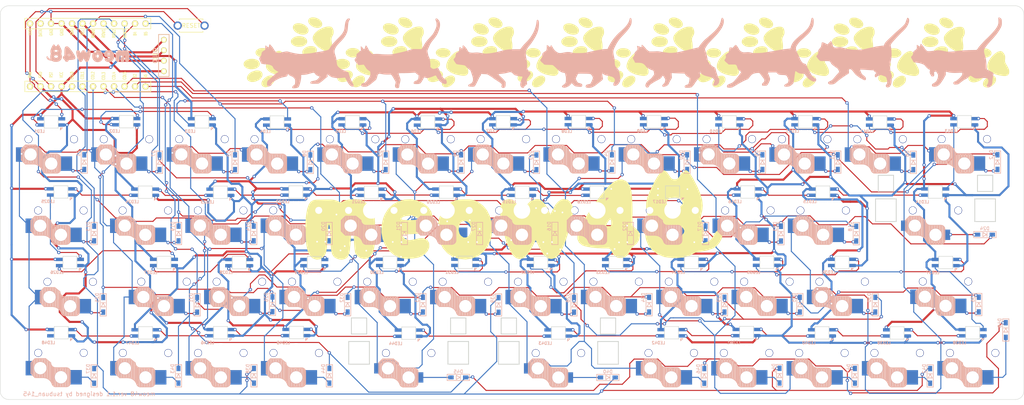
<source format=kicad_pcb>
(kicad_pcb (version 20211014) (generator pcbnew)
  (layers (0 "F.Cu" signal) (31 "B.Cu" signal) (34 "B.Paste" user) (35 "F.Paste" user) (36 "B.SilkS" user "B.Silkscreen") (37 "F.SilkS" user "F.Silkscreen") (38 "B.Mask" user) (39 "F.Mask" user) (44 "Edge.Cuts" user))
  (net 0 "")
  (net 1 "row0")
  (net 2 "Net-(D1-Pad2)")
  (net 3 "row1")
  (net 4 "Net-(D2-Pad2)")
  (net 5 "row2")
  (net 6 "Net-(D3-Pad2)")
  (net 7 "row3")
  (net 8 "Net-(D4-Pad2)")
  (net 9 "row4")
  (net 10 "Net-(D5-Pad2)")
  (net 11 "row5")
  (net 12 "Net-(D6-Pad2)")
  (net 13 "row6")
  (net 14 "Net-(D7-Pad2)")
  (net 15 "row7")
  (net 16 "Net-(D8-Pad2)")
  (net 17 "Net-(D9-Pad2)")
  (net 18 "Net-(D10-Pad2)")
  (net 19 "Net-(D11-Pad2)")
  (net 20 "Net-(D12-Pad2)")
  (net 21 "Net-(D13-Pad2)")
  (net 22 "Net-(D14-Pad2)")
  (net 23 "Net-(D15-Pad2)")
  (net 24 "Net-(D16-Pad2)")
  (net 25 "Net-(D17-Pad2)")
  (net 26 "Net-(D18-Pad2)")
  (net 27 "Net-(D19-Pad2)")
  (net 28 "Net-(D20-Pad2)")
  (net 29 "Net-(D21-Pad2)")
  (net 30 "Net-(D22-Pad2)")
  (net 31 "Net-(D23-Pad2)")
  (net 32 "Net-(D24-Pad2)")
  (net 33 "Net-(D25-Pad2)")
  (net 34 "Net-(D26-Pad2)")
  (net 35 "Net-(D27-Pad2)")
  (net 36 "Net-(D28-Pad2)")
  (net 37 "Net-(D29-Pad2)")
  (net 38 "Net-(D30-Pad2)")
  (net 39 "Net-(D31-Pad2)")
  (net 40 "Net-(D32-Pad2)")
  (net 41 "Net-(D33-Pad2)")
  (net 42 "Net-(D34-Pad2)")
  (net 43 "Net-(D35-Pad2)")
  (net 44 "Net-(D36-Pad2)")
  (net 45 "Net-(D37-Pad2)")
  (net 46 "Net-(D38-Pad2)")
  (net 47 "Net-(D39-Pad2)")
  (net 48 "Net-(D40-Pad2)")
  (net 49 "Net-(D41-Pad2)")
  (net 50 "Net-(D42-Pad2)")
  (net 51 "Net-(D43-Pad2)")
  (net 52 "Net-(D44-Pad2)")
  (net 53 "Net-(D45-Pad2)")
  (net 54 "Net-(D46-Pad2)")
  (net 55 "Net-(D47-Pad2)")
  (net 56 "Net-(D48-Pad2)")
  (net 57 "VCC")
  (net 58 "Net-(LED1-Pad2)")
  (net 59 "LED")
  (net 60 "GND")
  (net 61 "Net-(LED2-Pad2)")
  (net 62 "Net-(LED3-Pad2)")
  (net 63 "Net-(LED4-Pad2)")
  (net 64 "Net-(LED5-Pad2)")
  (net 65 "Net-(LED6-Pad2)")
  (net 66 "Net-(LED7-Pad2)")
  (net 67 "Net-(LED8-Pad2)")
  (net 68 "Net-(LED10-Pad4)")
  (net 69 "Net-(LED10-Pad2)")
  (net 70 "Net-(LED11-Pad2)")
  (net 71 "Net-(LED12-Pad2)")
  (net 72 "Net-(LED13-Pad2)")
  (net 73 "Net-(LED14-Pad2)")
  (net 74 "Net-(LED15-Pad2)")
  (net 75 "Net-(LED16-Pad2)")
  (net 76 "Net-(LED17-Pad2)")
  (net 77 "Net-(LED18-Pad2)")
  (net 78 "Net-(LED19-Pad2)")
  (net 79 "Net-(LED20-Pad2)")
  (net 80 "Net-(LED21-Pad2)")
  (net 81 "Net-(LED22-Pad2)")
  (net 82 "Net-(LED23-Pad2)")
  (net 83 "Net-(LED24-Pad2)")
  (net 84 "Net-(LED25-Pad2)")
  (net 85 "Net-(LED26-Pad2)")
  (net 86 "Net-(LED27-Pad2)")
  (net 87 "Net-(LED28-Pad2)")
  (net 88 "Net-(LED29-Pad2)")
  (net 89 "Net-(LED30-Pad2)")
  (net 90 "Net-(LED31-Pad2)")
  (net 91 "Net-(LED32-Pad2)")
  (net 92 "Net-(LED33-Pad2)")
  (net 93 "Net-(LED34-Pad2)")
  (net 94 "Net-(LED35-Pad2)")
  (net 95 "Net-(LED36-Pad2)")
  (net 96 "Net-(LED37-Pad2)")
  (net 97 "Net-(LED38-Pad2)")
  (net 98 "Net-(LED39-Pad2)")
  (net 99 "Net-(LED40-Pad2)")
  (net 100 "Net-(LED41-Pad2)")
  (net 101 "Net-(LED42-Pad2)")
  (net 102 "Net-(LED43-Pad2)")
  (net 103 "Net-(LED44-Pad2)")
  (net 104 "Net-(LED45-Pad2)")
  (net 105 "Net-(LED46-Pad2)")
  (net 106 "Net-(LED47-Pad2)")
  (net 108 "Net-(OL1-Pad1)")
  (net 109 "Net-(OL1-Pad2)")
  (net 110 "col0")
  (net 111 "col1")
  (net 112 "col2")
  (net 113 "col3")
  (net 114 "col4")
  (net 115 "col5")
  (net 116 "reset")
  (footprint "kbd_SW:Choc_Hotswap_1u_Small1_rev2" (layer "F.Cu") (at 94.49 115.39)
    (fp_text reference "SW20" hide)
    (fp_text value "SW_PUSH" hide)
  )
  (footprint "kbd_Parts:Diode_SMD" (layer "F.Cu") (at 247.93 155.44 -90)
    (fp_text reference "D42")
    (fp_text value "D" hide)
  )
  (footprint "kbd_Hole:m2_Screw_Hole" (layer "F.Cu") (at 77.88 83.84)
    (fp_text reference "Ref**")
    (fp_text value "Val**")
  )
  (footprint "kbd_Hole:m2_Screw_Hole" (layer "F.Cu") (at 25.61 158.47)
    (fp_text reference "Ref**")
    (fp_text value "Val**")
  )
  (footprint "kbd_SW:Choc_Hotswap_1u_Small1_rev2" (layer "F.Cu") (at 80.8 132.65)
    (fp_text reference "SW26" hide)
    (fp_text value "SW_PUSH" hide)
  )
  (footprint "kbd_SW:Choc_Hotswap_1u_Small1_rev2" (layer "F.Cu") (at 217.58 98.18)
    (fp_text reference "SW11" hide)
    (fp_text value "SW_PUSH" hide)
  )
  (footprint "kbd_SW:Choc_Hotswap_1u_Small1_rev2" (layer "F.Cu") (at 130.91 115.4)
    (fp_text reference "SW27" hide)
    (fp_text value "SW_PUSH" hide)
  )
  (footprint "kbd_SW:Choc_Hotswap_1u_Small1_rev2" (layer "F.Cu") (at 199.33 98.16)
    (fp_text reference "SW5" hide)
    (fp_text value "SW_PUSH" hide)
  )
  (footprint "kbd_SW:Choc_Hotswap_1u_Small1_rev2" (layer "F.Cu") (at 144.67 98.16)
    (fp_text reference "SW15" hide)
    (fp_text value "SW_PUSH" hide)
  )
  (footprint "kbd_Parts:Diode_SMD" (layer "F.Cu") (at 266.23 144.34 -90)
    (fp_text reference "D48")
    (fp_text value "D" hide)
  )
  (footprint "kbd_SW:Choc_Hotswap_1u_Small1_rev2" (layer "F.Cu") (at 153.72 132.66)
    (fp_text reference "SW28" hide)
    (fp_text value "SW_PUSH" hide)
  )
  (footprint "kbd_SW:Choc_Hotswap_1u_Small1_rev2" (layer "F.Cu") (at 76.31 149.89)
    (fp_text reference "SW38" hide)
    (fp_text value "SW_PUSH" hide)
  )
  (footprint "kbd_SW:Choc_Hotswap_1u_Small1_rev2" (layer "F.Cu") (at 203.51 149.89)
    (fp_text reference "SW41" hide)
    (fp_text value "SW_PUSH" hide)
  )
  (footprint "kbd_Parts:Diode_SMD" (layer "F.Cu") (at 211.49 155.38 -90)
    (fp_text reference "D41")
    (fp_text value "D" hide)
  )
  (footprint "kbd_SW:Choc_Hotswap_1u_Small1_rev2" (layer "F.Cu") (at 135.48 132.66)
    (fp_text reference "SW39" hide)
    (fp_text value "SW_PUSH" hide)
  )
  (footprint "kbd_SW:Choc_Hotswap_1u_Small1_rev2" (layer "F.Cu") (at 167.39 115.4)
    (fp_text reference "SW22" hide)
    (fp_text value "SW_PUSH" hide)
  )
  (footprint "kbd_Parts:Diode_SMD" (layer "F.Cu") (at 229.73 155.41 -90)
    (fp_text reference "D47")
    (fp_text value "D" hide)
  )
  (footprint "kbd_SW:Choc_Hotswap_2u_Stab_rev2" (layer "F.Cu") (at 249.22 115.4)
    (fp_text reference "SW24" hide)
    (fp_text value "SW_PUSH" hide)
    (fp_line (start -10.15 -8.5) (end -10.15 -4.6) (layer "Edge.Cuts") (width 0.2))
    (fp_line (start 9.5 -2.8) (end 9.5 2.7) (layer "Edge.Cuts") (width 0.2))
    (fp_line (start 10.15 -8.5) (end 10.15 -4.6) (layer "Edge.Cuts") (width 0.2))
    (fp_line (start -14.5 -2.8) (end -9.5 -2.8) (layer "Edge.Cuts") (width 0.2))
    (fp_line (start -13.85 -4.6) (end -13.85 -8.5) (layer "Edge.Cuts") (width 0.2))
    (fp_line (start 9.5 2.7) (end 14.5 2.7) (layer "Edge.Cuts") (width 0.2))
    (fp_line (start 10.15 -4.6) (end 13.85 -4.6) (layer "Edge.Cuts") (width 0.2))
    (fp_line (start 13.85 -8.5) (end 10.15 -8.5) (layer "Edge.Cuts") (width 0.2))
    (fp_line (start -10.15 -4.6) (end -13.85 -4.6) (layer "Edge.Cuts") (width 0.2))
    (fp_line (start -9.5 -2.8) (end -9.5 2.7) (layer "Edge.Cuts") (width 0.2))
    (fp_line (start -14.5 2.7) (end -14.5 -2.8) (layer "Edge.Cuts") (width 0.2))
    (fp_line (start 14.5 2.7) (end 14.5 -2.8) (layer "Edge.Cuts") (width 0.2))
    (fp_line (start 13.85 -8.5) (end 13.85 -4.6) (layer "Edge.Cuts") (width 0.2))
    (fp_line (start -13.85 -8.5) (end -10.15 -8.5) (layer "Edge.Cuts") (width 0.2))
    (fp_line (start -9.5 2.7) (end -14.5 2.7) (layer "Edge.Cuts") (width 0.2))
    (fp_line (start 14.5 -2.8) (end 9.5 -2.8) (layer "Edge.Cuts") (width 0.2))
  )
  (footprint "kbd_SW:Choc_Hotswap_1u_Small1_rev2" (layer "F.Cu") (at 99.02 132.65)
    (fp_text reference "SW32" hide)
    (fp_text value "SW_PUSH" hide)
  )
  (footprint "kbd_Hole:m2_Screw_Hole" (layer "F.Cu") (at 267.94 68.54)
    (fp_text reference "Ref**")
    (fp_text value "Val**")
  )
  (footprint "kbd_Parts:Diode_SMD" (layer "F.Cu") (at 211.84 121.03 -90)
    (fp_text reference "D23")
    (fp_text value "D" hide)
  )
  (footprint "kbd_SW:Choc_Hotswap_1u_Small1_rev2" (layer "F.Cu") (at 94.55 149.89)
    (fp_text reference "SW44" hide)
    (fp_text value "SW_PUSH" hide)
  )
  (footprint "kbd_Parts:Diode_SMD" (layer "F.Cu") (at 138.92 120.98 -90)
    (fp_text reference "D27")
    (fp_text value "D" hide)
  )
  (footprint "kbd_Hole:m2_Screw_Hole" (layer "F.Cu") (at 173.13 68.63)
    (fp_text reference "Ref**")
    (fp_text value "Val**")
  )
  (footprint "kbd_Parts:Diode_SMD" (layer "F.Cu") (at 102.57 155.41 -90)
    (fp_text reference "D44")
    (fp_text value "D" hide)
  )
  (footprint "kbd_SW:Choc_Hotswap_1u_Small1_rev2" (layer "F.Cu") (at 226.64 132.64)
    (fp_text reference "SW30" hide)
    (fp_text value "SW_PUSH" hide)
  )
  (footprint "kbd:ProMicro_v2_1side" (layer "F.Cu") (at 44.63 77.84 90)
    (fp_text reference "U1" hide)
    (fp_text value "ProMicro" hide)
  )
  (footprint "kbd_Parts:Diode_SMD" (layer "F.Cu") (at 189.13 103.72 -90)
    (fp_text reference "D10")
    (fp_text value "D" hide)
  )
  (footprint "LOGO" (layer "F.Cu") (at 146.45 117.11)
    (fp_text reference "G***")
    (fp_text value "LOGO" hide)
  )
  (footprint "kbd_Hole:m2_Screw_Hole" (layer "F.Cu") (at 267.94 158.47)
    (fp_text reference "Ref**")
    (fp_text value "Val**")
  )
  (footprint "kbd_Parts:Diode_SMD" (layer "F.Cu") (at 134.45 103.73 -90)
    (fp_text reference "D9")
    (fp_text value "D" hide)
  )
  (footprint "kbd_SW:Choc_Hotswap_1u_Small1_rev2" (layer "F.Cu") (at 221.74 149.9)
    (fp_text reference "SW47" hide)
    (fp_text value "SW_PUSH" hide)
  )
  (footprint "kbd_Parts:Diode_SMD" (layer "F.Cu") (at 152.67 103.77 -90)
    (fp_text reference "D15")
    (fp_text value "D" hide)
  )
  (footprint "kbd_SW:Choc_Hotswap_1u_Small1_rev2" (layer "F.Cu") (at 149.15 115.41)
    (fp_text reference "SW16" hide)
    (fp_text value "SW_PUSH" hide)
  )
  (footprint "kbd_Parts:Diode_SMD" (layer "F.Cu") (at 207.35 103.72 -90)
    (fp_text reference "D5")
    (fp_text value "D" hide)
  )
  (footprint "kbd_Parts:Diode_SMD" (layer "F.Cu") (at 243.85 103.76 -90)
    (fp_text reference "D6")
    (fp_text value "D" hide)
  )
  (footprint "kbd_Parts:Diode_SMD" (layer "F.Cu") (at 47.85 138.24 -90)
    (fp_text reference "D25")
    (fp_text value "D" hide)
  )
  (footprint "kbd_SW:Choc_Hotswap_1u_Small1_rev2" (layer "F.Cu") (at 117.24 132.66)
    (fp_text reference "SW33" hide)
    (fp_text value "SW_PUSH" hide)
  )
  (footprint "kbd_Parts:Diode_SMD" (layer "F.Cu") (at 133.77 155.8 180)
    (fp_text reference "D45")
    (fp_text value "D" hide)
  )
  (footprint "kbd_Parts:Diode_SMD" (layer "F.Cu") (at 66.06 155.41 -90)
    (fp_text reference "D43")
    (fp_text value "D" hide)
  )
  (footprint "kbd_SW:Choc_Hotswap_1u_Small1_rev2" (layer "F.Cu") (at 256.2 98.15)
    (fp_text reference "SW12" hide)
    (fp_text value "SW_PUSH" hide)
  )
  (footprint "kbd_Parts:Diode_SMD" (layer "F.Cu") (at 193.28 155.44 -90)
    (fp_text reference "D46")
    (fp_text value "D" hide)
  )
  (footprint "kbd_Parts:Diode_SMD" (layer "F.Cu") (at 175.4 120.97 -90)
    (fp_text reference "D22")
    (fp_text value "D" hide)
  )
  (footprint "kbd_Parts:Diode_SMD" (layer "F.Cu") (at 157.14 120.96 -90)
    (fp_text reference "D16")
    (fp_text value "D" hide)
  )
  (footprint "kbd_Parts:Diode_SMD" (layer "F.Cu") (at 125.21 138.21 -90)
    (fp_text reference "D33")
    (fp_text value "D" hide)
  )
  (footprint "kbd_SW:Choc_Hotswap_1u_Small1_rev2" (layer "F.Cu") (at 39.86 132.67)
    (fp_text reference "SW25" hide)
    (fp_text value "SW_PUSH" hide)
  )
  (footprint "LOGO" (layer "F.Cu") (at 179.5 77.35)
    (fp_text reference "G***" hide)
    (fp_text value "LOGO" hide)
  )
  (footprint "kbd_Parts:Diode_SMD" (layer "F.Cu") (at 84.33 155.41 -90)
    (fp_text reference "D38")
    (fp_text value "D" hide)
  )
  (footprint "kbd_Parts:Diode_SMD" (layer "F.Cu") (at 102.52 120.98 -90)
    (fp_text reference "D20")
    (fp_text value "D" hide)
  )
  (footprint "kbd_SW:Choc_Hotswap_1u_Small1_rev2" (layer "F.Cu") (at 35.28 98.18)
    (fp_text reference "SW1" hide)
    (fp_text value "SW_PUSH" hide)
  )
  (footprint "kbd_Parts:Diode_SMD" (layer "F.Cu") (at 225.59 103.71 -90)
    (fp_text reference "D11")
    (fp_text value "D" hide)
  )
  (footprint "kbd_Parts:Diode_SMD" (layer "F.Cu") (at 45.66 120.99 -90)
    (fp_text reference "D13")
    (fp_text value "D" hide)
  )
  (footprint "kbd_Parts:Diode_SMD" (layer "F.Cu") (at 143.52 138.28 -90)
    (fp_text reference "D39")
    (fp_text value "D" hide)
  )
  (footprint "kbd_SW:Choc_Hotswap_1u_Small1_rev2" (layer "F.Cu") (at 181.1 98.16)
    (fp_text reference "SW10" hide)
    (fp_text value "SW_PUSH" hide)
  )
  (footprint "kbd_SW:Choc_Hotswap_2u_Stab_rev2" (layer "F.Cu") (at 157.99 149.92)
    (fp_text reference "SW40" hide)
    (fp_text value "SW_PUSH" hide)
    (fp_line (start -13.85 -4.6) (end -13.85 -8.5) (layer "Edge.Cuts") (width 0.2))
    (fp_line (start 13.85 -8.5) (end 10.15 -8.5) (layer "Edge.Cuts") (width 0.2))
    (fp_line (start -9.5 -2.8) (end -9.5 2.7) (layer "Edge.Cuts") (width 0.2))
    (fp_line (start -13.85 -8.5) (end -10.15 -8.5) (layer "Edge.Cuts") (width 0.2))
    (fp_line (start -9.5 2.7) (end -14.5 2.7) (layer "Edge.Cuts") (width 0.2))
    (fp_line (start 14.5 -2.8) (end 9.5 -2.8) (layer "Edge.Cuts") (width 0.2))
    (fp_line (start 10.15 -8.5) (end 10.15 -4.6) (layer "Edge.Cuts") (width 0.2))
    (fp_line (start 9.5 2.7) (end 14.5 2.7) (layer "Edge.Cuts") (width 0.2))
    (fp_line (start -14.5 -2.8) (end -9.5 -2.8) (layer "Edge.Cuts") (width 0.2))
    (fp_line (start -10.15 -8.5) (end -10.15 -4.6) (layer "Edge.Cuts") (width 0.2))
    (fp_line (start 13.85 -8.5) (end 13.85 -4.6) (layer "Edge.Cuts") (width 0.2))
    (fp_line (start 10.15 -4.6) (end 13.85 -4.6) (layer "Edge.Cuts") (width 0.2))
    (fp_line (start -14.5 2.7) (end -14.5 -2.8) (layer "Edge.Cuts") (width 0.2))
    (fp_line (start 9.5 -2.8) (end 9.5 2.7) (layer "Edge.Cuts") (width 0.2))
    (fp_line (start 14.5 2.7) (end 14.5 -2.8) (layer "Edge.Cuts") (width 0.2))
    (fp_line (start -10.15 -4.6) (end -13.85 -4.6) (layer "Edge.Cuts") (width 0.2))
  )
  (footprint "kbd_Hole:m2_Screw_Hole" (layer "F.Cu") (at 51.25 128.35)
    (fp_text reference "Ref**")
    (fp_text value "Val**")
  )
  (footprint "kbd_Parts:Diode_SMD" (layer "F.Cu") (at 261.18 121.26 180)
    (fp_text reference "D24")
    (fp_text value "D" hide)
  )
  (footprint "kbd_SW:Choc_Hotswap_1u_Small1_rev2" (layer "F.Cu") (at 258.21 149.89)
    (fp_text reference "SW48" hide)
    (fp_text value "SW_PUSH" hide)
  )
  (footprint "kbd_SW:Choc_Hotswap_1u_Small1_rev2" (layer "F.Cu") (at 71.75 98.16)
    (fp_text reference "SW2" hide)
    (fp_text value "SW_PUSH" hide)
  )
  (footprint "kbd_Parts:Diode_SMD" (layer "F.Cu") (at 43.27 103.72 -90)
    (fp_text reference "D1")
    (fp_text value "D" hide)
  )
  (footprint "kbd:ResetSW_1side" (layer "F.Cu") (at 69.122 70.685)
    (fp_text reference "SW49" hide)
    (fp_text value "SW_PUSH" hide)
  )
  (footprint "kbd_SW:Choc_Hotswap_1u_Small1_rev2" (layer "F.Cu") (at 89.96 98.18)
    (fp_text reference "SW8" hide)
    (fp_text value "SW_PUSH" hide)
  )
  (footprint "kbd_Hole:m2_Screw_Hole" (layer "F.Cu") (at 239 127.65)
    (fp_text reference "Ref**")
    (fp_text value "Val**")
  )
  (footprint "kbd_SW:Choc_Hotswap_1u_Small1_rev2" (layer "F.Cu") (at 185.6 115.4)
    (fp_text reference "SW17" hide)
    (fp_text value "SW_PUSH" hide)
  )
  (footprint "kbd_SW:Choc_Hotswap_2u_Stab_rev2" (layer "F.Cu") (at 121.75 149.91)
    (fp_text reference "SW45" hide)
    (fp_text value "SW_PUSH" hide)
    (fp_line (start 10.15 -4.6) (end 13.85 -4.6) (layer "Edge.Cuts") (width 0.2))
    (fp_line (start 9.5 -2.8) (end 9.5 2.7) (layer "Edge.Cuts") (width 0.2))
    (fp_line (start 13.85 -8.5) (end 10.15 -8.5) (layer "Edge.Cuts") (width 0.2))
    (fp_line (start -13.85 -4.6) (end -13.85 -8.5) (layer "Edge.Cuts") (width 0.2))
    (fp_line (start -9.5 -2.8) (end -9.5 2.7) (layer "Edge.Cuts") (width 0.2))
    (fp_line (start -10.15 -4.6) (end -13.85 -4.6) (layer "Edge.Cuts") (width 0.2))
    (fp_line (start 10.15 -8.5) (end 10.15 -4.6) (layer "Edge.Cuts") (width 0.2))
    (fp_line (start 13.85 -8.5) (end 13.85 -4.6) (layer "Edge.Cuts") (width 0.2))
    (fp_line (start 14.5 -2.8) (end 9.5 -2.8) (layer "Edge.Cuts") (width 0.2))
    (fp_line (start 9.5 2.7) (end 14.5 2.7) (layer "Edge.Cuts") (width 0.2))
    (fp_line (start -10.15 -8.5) (end -10.15 -4.6) (layer "Edge.Cuts") (width 0.2))
    (fp_line (start -14.5 2.7) (end -14.5 -2.8) (layer "Edge.Cuts") (width 0.2))
    (fp_line (start 14.5 2.7) (end 14.5 -2.8) (layer "Edge.Cuts") (width 0.2))
    (fp_line (start -14.5 -2.8) (end -9.5 -2.8) (layer "Edge.Cuts") (width 0.2))
    (fp_line (start -9.5 2.7) (end -14.5 2.7) (layer "Edge.Cuts") (width 0.2))
    (fp_line (start -13.85 -8.5) (end -10.15 -8.5) (layer "Edge.Cuts") (width 0.2))
  )
  (footprint "kbd_Parts:Diode_SMD" (layer "F.Cu") (at 107 138.21 -90)
    (fp_text reference "D32")
    (fp_text value "D" hide)
  )
  (footprint "kbd_SW:Choc_Hotswap_1u_Small1_rev2" (layer "F.Cu") (at 185.28 149.89)
    (fp_text reference "SW46" hide)
    (fp_text value "SW_PUSH" hide)
  )
  (footprint "kbd_Hole:m2_Screw_Hole" (layer "F.Cu") (at 69.45 78)
    (fp_text reference "Ref**")
    (fp_text value "Val**")
  )
  (footprint "kbd_SW:Choc_Hotswap_1u_Small1_rev2" (layer "F.Cu") (at 251.65 132.6)
    (fp_text reference "SW36" hide)
    (fp_text value "SW_PUSH" hide)
  )
  (footprint "kbd_Parts:Diode_SMD" (layer "F.Cu") (at 45.66 155.44 -90)
    (fp_text reference "D37")
    (fp_text value "D" hide)
  )
  (footprint "kbd_SW:Choc_Hotswap_1u_Small1_rev2" (layer "F.Cu") (at 108.19 98.18)
    (fp_text reference "SW3" hide)
    (fp_text value "SW_PUSH" hide)
  )
  (footprint "kbd_Parts:Diode_SMD" (layer "F.Cu") (at 88.8 138.12 -90)
    (fp_text reference "D26")
    (fp_text value "D" hide)
  )
  (footprint "kbd:OLED" (layer "F.Cu") (at 62.53 81.73 90)
    (fp_text reference "OL1")
    (fp_text value "OLED" hide)
  )
  (footprint "kbd_SW:Choc_Hotswap_1u_Small1_rev2" (layer "F.Cu") (at 62.56 132.65)
    (fp_text reference "SW31" hide)
    (fp_text value "SW_PUSH" hide)
  )
  (footprint "kbd_SW:Choc_Hotswap_1u_Small1_rev2" (layer "F.Cu") (at 58.09 149.885)
    (fp_text reference "SW43" hide)
    (fp_text value "SW_PUSH" hide)
  )
  (footprint "kbd_Parts:Diode_SMD" (layer "F.Cu") (at 234.65 138.21 -90)
    (fp_text reference "D30")
    (fp_text value "D" hide)
  )
  (footprint "kbd_Parts:Diode_SMD" (layer "F.Cu") (at 97.97 103.76 -90)
    (fp_text reference "D8")
    (fp_text value "D" hide)
  )
  (footprint "kbd_Parts:Diode_SMD" (layer "F.Cu") (at 79.75 103.74 -90)
    (fp_text reference "D2")
    (fp_text value "D" hide)
  )
  (footprint "kbd_SW:Choc_Hotswap_1u_Small1_rev2" (layer "F.Cu") (at 235.81 98.18)
    (fp_text reference "SW6" hide)
    (fp_text value "SW_PUSH" hide)
  )
  (footprint "kbd_Parts:Diode_SMD" (layer "F.Cu") (at 264.22 103.71 -90)
    (fp_text reference "D12")
    (fp_text value "D" hide)
  )
  (footprint "kbd_SW:Choc_Hotswap_1u_Small1_rev2" (layer "F.Cu") (at 37.61 115.41)
    (fp_text reference "SW13" hide)
    (fp_text value "SW_PUSH" hide)
  )
  (footprint "kbd_SW:Choc_Hotswap_1u_Small1_rev2" (layer "F.Cu") (at 222.04 115.41)
    (fp_text reference "SW18" hide)
    (fp_text value "SW_PUSH" hide)
  )
  (footprint "kbd_Parts:Diode_SMD" (layer "F.Cu") (at 84.28 120.98 -90)
    (fp_text reference "D14")
    (fp_text value "D" hide)
  )
  (footprint "kbd_SW:Choc_Hotswap_1u_Small1_rev2" (layer "F.Cu") (at 208.42 132.64)
    (fp_text reference "SW35" hide)
    (fp_text value "SW_PUSH" hide)
  )
  (footprint "kbd_Parts:Diode_SMD" (layer "F.Cu") (at 216.41 138.21 -90)
    (fp_text reference "D35")
    (fp_text value "D" hide)
  )
  (footprint "kbd_Parts:Diode_SMD" (layer "F.Cu") (at 66.08 120.99 -90)
    (fp_text reference "D19")
    (fp_text value "D" hide)
  )
  (footprint "kbd_Hole:m2_Screw_Hole" (layer "F.Cu") (at 267.94 87.02)
    (fp_text reference "Ref**")
    (fp_text value "Val**")
  )
  (footprint "kbd_Parts:Diode_SMD" (layer "F.Cu") (at 70.58 138.24 -90)
    (fp_text reference "D31")
    (fp_text value "D" hide)
  )
  (footprint "kbd_Parts:Diode_SMD" (layer "F.Cu") (at 161.76 138.25 -90)
    (fp_text reference "D28")
    (fp_text value "D" hide)
  )
  (footprint "kbd_Parts:Diode_SMD" (layer "F.Cu") (at 259.7 138.18 -90)
    (fp_text reference "D36")
    (fp_text value "D" hide)
  )
  (footprint "kbd_SW:Choc_Hotswap_1u_Small1_rev2" (layer "F.Cu") (at 126.44 98.18)
    (fp_text reference "SW9" hide)
    (fp_text value "SW_PUSH" hide)
  )
  (footprint "kbd_SW:Choc_Hotswap_1u_Small1_rev2" (layer "F.Cu") (at 37.63 149.86)
    (fp_text reference "SW37" hide)
    (fp_text value "SW_PUSH" hide)
  )
  (footprint "kbd_Parts:Diode_SMD" (layer "F.Cu") (at 61.47 103.74 -90)
    (fp_text reference "D7")
    (fp_text value "D" hide)
  )
  (footprint "kbd_SW:Choc_Hotswap_1u_Small1_rev2" (layer "F.Cu") (at 171.96 132.64)
    (fp_text reference "SW34" hide)
    (fp_text value "SW_PUSH" hide)
  )
  (footprint "kbd_SW:Choc_Hotswap_1u_Small1_rev2" (layer "F.Cu") (at 53.49 98.18)
    (fp_text reference "SW7" hide)
    (fp_text value "SW_PUSH" hide)
  )
  (footprint "kbd_Hole:m2_Screw_Hole" (layer "F.Cu") (at 139.85 150.05)
    (fp_text reference "Ref**")
    (fp_text value "Val**")
  )
  (footprint "kbd_Parts:Diode_SMD" (layer "F.Cu") (at 116.21 103.74 -90)
    (fp_text reference "D3")
    (fp_text value "D" hide)
  )
  (footprint "kbd_SW:Choc_Hotswap_1u_Small1_rev2" (layer "F.Cu") (at 162.9 98.16)
    (fp_text reference "SW4" hide)
    (fp_text value "SW_PUSH" hide)
  )
  (footprint "kbd_Parts:Diode_SMD" (layer "F.Cu") (at 169.95 155.82 180)
    (fp_text reference "D40")
    (fp_text value "D" hide)
  )
  (footprint "kbd_Parts:Diode_SMD" (layer "F.Cu") (at 230.05 121.03 -90)
    (fp_text reference "D18")
    (fp_text value "D" hide)
  )
  (footprint "kbd_SW:Choc_Hotswap_1u_Small1_rev2" (layer "F.Cu") (at 112.71 115.4)
    (fp_text reference "SW21" hide)
    (fp_text value "SW_PUSH" hide)
  )
  (footprint "kbd_Parts:Diode_SMD" (layer "F.Cu") (at 179.93 138.21 -90)
    (fp_text reference "D34")
    (fp_text value "D" hide)
  )
  (footprint "kbd_Parts:Diode_SMD" (layer "F.Cu") (at 120.72 120.98 -90)
    (fp_text reference "D21")
    (fp_text value "D" hide)
  )
  (footprint "kbd_SW:Choc_Hotswap_1u_Small1_rev2" (layer "F.Cu") (at 203.82 115.41)
    (fp_text reference "SW23" hide)
    (fp_text value "SW_PUSH" hide)
  )
  (footprint "kbd_SW:Choc_Hotswap_1u_Small1_rev2" (layer "F.Cu") (at 239.95 149.895)
    (fp_text reference "SW42" hide)
    (fp_text value "SW_PUSH" hide)
  )
  (footprint "kbd_Parts:Diode_SMD" (layer "F.Cu") (at 170.93 103.72 -90)
    (fp_text reference "D4")
    (fp_text value "D" hide)
  )
  (footprint "kbd_Parts:Diode_SMD" (layer "F.Cu") (at 193.6 120.99 -90)
    (fp_text reference "D17")
    (fp_text value "D" hide)
  )
  (footprint "kbd_SW:Choc_Hotswap_1u_Small1_rev2" (layer "F.Cu") (at 58.05 115.41)
    (fp_text reference "SW19" hide)
    (fp_text value "SW_PUSH" hide)
  )
  (footprint "kbd_SW:Choc_Hotswap_1u_Small1_rev2" (layer "F.Cu") (at 76.27 115.4)
    (fp_text reference "SW14" hide)
    (fp_text value "SW_PUSH" hide)
  )
  (footprint "kbd_Hole:m2_Screw_Hole" (layer "F.Cu") (at 77.85 68.99)
    (fp_text reference "Ref**")
    (fp_text value "Val**")
  )
  (footprint "kbd_Parts:Diode_SMD" (layer "F.Cu") (at 198.17 138.21 -90)
    (fp_text reference "D29")
    (fp_text value "D" hide)
  )
  (footprint "kbd_SW:Choc_Hotswap_1u_Small1_rev2" (layer "F.Cu") (at 190.2 132.64)
    (fp_text reference "SW29" hide)
    (fp_text value "SW_PUSH" hide)
  )
  (footprint "Keebio-Parts:SK6812-MINI-E" (layer "B.Cu") (at 258.2 144.99)
    (fp_text reference "LED38")
    (fp_text value "YS-SK6812MINI-E" hide)
    (fp_line (start 1.7 1.5) (end 1.7 -1.5) (layer "Edge.Cuts") (width 0.12))
    (fp_line (start -1.7 -1.5) (end -1.7 1.5) (layer "Edge.Cuts") (width 0.12))
    (fp_line (start -1.7 1.5) (end 1.7 1.5) (layer "Edge.Cuts") (width 0.12))
    (fp_line (start 1.7 -1.5) (end -1.7 -1.5) (layer "Edge.Cuts") (width 0.12))
  )
  (footprint "Keebio-Parts:SK6812-MINI-E" (layer "B.Cu") (at 58 111)
    (fp_text reference "LED24")
    (fp_text value "YS-SK6812MINI-E" hide)
    (fp_line (start 1.7 -1.5) (end -1.7 -1.5) (layer "Edge.Cuts") (width 0.12))
    (fp_line (start -1.7 -1.5) (end -1.7 1.5) (layer "Edge.Cuts") (width 0.12))
    (fp_line (start -1.7 1.5) (end 1.7 1.5) (layer "Edge.Cuts") (width 0.12))
    (fp_line (start 1.7 1.5) (end 1.7 -1.5) (layer "Edge.Cuts") (width 0.12))
  )
  (footprint "Keebio-Parts:SK6812-MINI-E" (layer "B.Cu") (at 144.62 93.95)
    (fp_text reference "LED7")
    (fp_text value "YS-SK6812MINI-E" hide)
    (fp_line (start 1.7 1.5) (end 1.7 -1.5) (layer "Edge.Cuts") (width 0.12))
    (fp_line (start -1.7 -1.5) (end -1.7 1.5) (layer "Edge.Cuts") (width 0.12))
    (fp_line (start 1.7 -1.5) (end -1.7 -1.5) (layer "Edge.Cuts") (width 0.12))
    (fp_line (start -1.7 1.5) (end 1.7 1.5) (layer "Edge.Cuts") (width 0.12))
  )
  (footprint "Keebio-Parts:SK6812-MINI-E" (layer "B.Cu") (at 149.2 111.015)
    (fp_text reference "LED19")
    (fp_text value "YS-SK6812MINI-E" hide)
    (fp_line (start 1.7 1.5) (end 1.7 -1.5) (layer "Edge.Cuts") (width 0.12))
    (fp_line (start -1.7 -1.5) (end -1.7 1.5) (layer "Edge.Cuts") (width 0.12))
    (fp_line (start -1.7 1.5) (end 1.7 1.5) (layer "Edge.Cuts") (width 0.12))
    (fp_line (start 1.7 -1.5) (end -1.7 -1.5) (layer "Edge.Cuts") (width 0.12))
  )
  (footprint "Keebio-Parts:SK6812-MINI-E" (layer "B.Cu") (at 157.99 145.055)
    (fp_text reference "LED43")
    (fp_text value "YS-SK6812MINI-E" hide)
    (fp_line (start 1.7 -1.5) (end -1.7 -1.5) (layer "Edge.Cuts") (width 0.12))
    (fp_line (start -1.7 -1.5) (end -1.7 1.5) (layer "Edge.Cuts") (width 0.12))
    (fp_line (start -1.7 1.5) (end 1.7 1.5) (layer "Edge.Cuts") (width 0.12))
    (fp_line (start 1.7 1.5) (end 1.7 -1.5) (layer "Edge.Cuts") (width 0.12))
  )
  (footprint "Keebio-Parts:SK6812-MINI-E" (layer "B.Cu") (at 98.92 128.03)
    (fp_text reference "LED29")
    (fp_text value "YS-SK6812MINI-E" hide)
    (fp_line (start 1.7 1.5) (end 1.7 -1.5) (layer "Edge.Cuts") (width 0.12))
    (fp_line (start 1.7 -1.5) (end -1.7 -1.5) (layer "Edge.Cuts") (width 0.12))
    (fp_line (start -1.7 -1.5) (end -1.7 1.5) (layer "Edge.Cuts") (width 0.12))
    (fp_line (start -1.7 1.5) (end 1.7 1.5) (layer "Edge.Cuts") (width 0.12))
  )
  (footprint "Keebio-Parts:SK6812-MINI-E" (layer "B.Cu") (at 203.8 110.945)
    (fp_text reference "LED16")
    (fp_text value "YS-SK6812MINI-E" hide)
    (fp_line (start -1.7 -1.5) (end -1.7 1.5) (layer "Edge.Cuts") (width 0.12))
    (fp_line (start 1.7 -1.5) (end -1.7 -1.5) (layer "Edge.Cuts") (width 0.12))
    (fp_line (start 1.7 1.5) (end 1.7 -1.5) (layer "Edge.Cuts") (width 0.12))
    (fp_line (start -1.7 1.5) (end 1.7 1.5) (layer "Edge.Cuts") (width 0.12))
  )
  (footprint "Keebio-Parts:SK6812-MINI-E" (layer "B.Cu") (at 185.6 110.965)
    (fp_text reference "LED17")
    (fp_text value "YS-SK6812MINI-E" hide)
    (fp_line (start 1.7 1.5) (end 1.7 -1.5) (layer "Edge.Cuts") (width 0.12))
    (fp_line (start -1.7 -1.5) (end -1.7 1.5) (layer "Edge.Cuts") (width 0.12))
    (fp_line (start 1.7 -1.5) (end -1.7 -1.5) (layer "Edge.Cuts") (width 0.12))
    (fp_line (start -1.7 1.5) (end 1.7 1.5) (layer "Edge.Cuts") (width 0.12))
  )
  (footprint "Keebio-Parts:SK6812-MINI-E" (layer "B.Cu") (at 203.52 144.955)
    (fp_text reference "LED41")
    (fp_text value "YS-SK6812MINI-E" hide)
    (fp_line (start 1.7 -1.5) (end -1.7 -1.5) (layer "Edge.Cuts") (width 0.12))
    (fp_line (start -1.7 1.5) (end 1.7 1.5) (layer "Edge.Cuts") (width 0.12))
    (fp_line (start -1.7 -1.5) (end -1.7 1.5) (layer "Edge.Cuts") (width 0.12))
    (fp_line (start 1.7 1.5) (end 1.7 -1.5) (layer "Edge.Cuts") (width 0.12))
  )
  (footprint "Keebio-Parts:SK6812-MINI-E" (layer "B.Cu") (at 94.46 110.95)
    (fp_text reference "LED22")
    (fp_text value "YS-SK6812MINI-E" hide)
    (fp_line (start 1.7 -1.5) (end -1.7 -1.5) (layer "Edge.Cuts") (width 0.12))
    (fp_line (start -1.7 1.5) (end 1.7 1.5) (layer "Edge.Cuts") (width 0.12))
    (fp_line (start -1.7 -1.5) (end -1.7 1.5) (layer "Edge.Cuts") (width 0.12))
    (fp_line (start 1.7 1.5) (end 1.7 -1.5) (layer "Edge.Cuts") (width 0.12))
  )
  (footprint "Keebio-Parts:SK6812-MINI-E" (layer "B.Cu") (at 235.78 94.02)
    (fp_text reference "LED12")
    (fp_text value "YS-SK6812MINI-E" hide)
    (fp_line (start -1.7 1.5) (end 1.7 1.5) (layer "Edge.Cuts") (width 0.12))
    (fp_line (start 1.7 -1.5) (end -1.7 -1.5) (layer "Edge.Cuts") (width 0.12))
    (fp_line (start 1.7 1.5) (end 1.7 -1.5) (layer "Edge.Cuts") (width 0.12))
    (fp_line (start -1.7 -1.5) (end -1.7 1.5) (layer "Edge.Cuts") (width 0.12))
  )
  (footprint "Keebio-Parts:SK6812-MINI-E" (layer "B.Cu") (at 226.6 127.98)
    (fp_text reference "LED36")
    (fp_text value "YS-SK6812MINI-E" hide)
    (fp_line (start 1.7 1.5) (end 1.7 -1.5) (layer "Edge.Cuts") (width 0.12))
    (fp_line (start -1.7 1.5) (end 1.7 1.5) (layer "Edge.Cuts") (width 0.12))
    (fp_line (start 1.7 -1.5) (end -1.7 -1.5) (layer "Edge.Cuts") (width 0.12))
    (fp_line (start -1.7 -1.5) (end -1.7 1.5) (layer "Edge.Cuts") (width 0.12))
  )
  (footprint "Keebio-Parts:SK6812-MINI-E" (layer "B.Cu") (at 162.88 93.92)
    (fp_text reference "LED8")
    (fp_text value "YS-SK6812MINI-E" hide)
    (fp_line (start 1.7 -1.5) (end -1.7 -1.5) (layer "Edge.Cuts") (width 0.12))
    (fp_line (start 1.7 1.5) (end 1.7 -1.5) (layer "Edge.Cuts") (width 0.12))
    (fp_line (start -1.7 1.5) (end 1.7 1.5) (layer "Edge.Cuts") (width 0.12))
    (fp_line (start -1.7 -1.5) (end -1.7 1.5) (layer "Edge.Cuts") (width 0.12))
  )
  (footprint "LOGO" (layer "B.Cu") (at 175.63 77.43 180)
    (fp_text reference "G***" hide)
    (fp_text value "LOGO" hide)
  )
  (footprint "Keebio-Parts:SK6812-MINI-E" (layer "B.Cu") (at 221.97 110.99)
    (fp_text reference "LED15")
    (fp_text value "YS-SK6812MINI-E" hide)
    (fp_line (start -1.7 1.5) (end 1.7 1.5) (layer "Edge.Cuts") (width 0.12))
    (fp_line (start 1.7 1.5) (end 1.7 -1.5) (layer "Edge.Cuts") (width 0.12))
    (fp_line (start -1.7 -1.5) (end -1.7 1.5) (layer "Edge.Cuts") (width 0.12))
    (fp_line (start 1.7 -1.5) (end -1.7 -1.5) (layer "Edge.Cuts") (width 0.12))
  )
  (footprint "Keebio-Parts:SK6812-MINI-E" (layer "B.Cu") (at 171.92 128.02)
    (fp_text reference "LED33")
    (fp_text value "YS-SK6812MINI-E" hide)
    (fp_line (start -1.7 1.5) (end 1.7 1.5) (layer "Edge.Cuts") (width 0.12))
    (fp_line (start 1.7 -1.5) (end -1.7 -1.5) (layer "Edge.Cuts") (width 0.12))
    (fp_line (start 1.7 1.5) (end 1.7 -1.5) (layer "Edge.Cuts") (width 0.12))
    (fp_line (start -1.7 -1.5) (end -1.7 1.5) (layer "Edge.Cuts") (width 0.12))
  )
  (footprint "Keebio-Parts:SK6812-MINI-E" (layer "B.Cu") (at 76.21 111.015)
    (fp_text reference "LED23")
    (fp_text value "YS-SK6812MINI-E" hide)
    (fp_line (start 1.7 1.5) (end 1.7 -1.5) (layer "Edge.Cuts") (width 0.12))
    (fp_line (start -1.7 -1.5) (end -1.7 1.5) (layer "Edge.Cuts") (width 0.12))
    (fp_line (start 1.7 -1.5) (end -1.7 -1.5) (layer "Edge.Cuts") (width 0.12))
    (fp_line (start -1.7 1.5) (end 1.7 1.5) (layer "Edge.Cuts") (width 0.12))
  )
  (footprint "Keebio-Parts:SK6812-MINI-E" (layer "B.Cu") (at 71.73 93.97)
    (fp_text reference "LED3")
    (fp_text value "YS-SK6812MINI-E" hide)
    (fp_line (start -1.7 -1.5) (end -1.7 1.5) (layer "Edge.Cuts") (width 0.12))
    (fp_line (start -1.7 1.5) (end 1.7 1.5) (layer "Edge.Cuts") (width 0.12))
    (fp_line (start 1.7 -1.5) (end -1.7 -1.5) (layer "Edge.Cuts") (width 0.12))
    (fp_line (start 1.7 1.5) (end 1.7 -1.5) (layer "Edge.Cuts") (width 0.12))
  )
  (footprint "Keebio-Parts:SK6812-MINI-E" (layer "B.Cu") (at 239.92 145.035)
    (fp_text reference "LED39")
    (fp_text value "YS-SK6812MINI-E" hide)
    (fp_line (start -1.7 -1.5) (end -1.7 1.5) (layer "Edge.Cuts") (width 0.12))
    (fp_line (start 1.7 1.5) (end 1.7 -1.5) (layer "Edge.Cuts") (width 0.12))
    (fp_line (start -1.7 1.5) (end 1.7 1.5) (layer "Edge.Cuts") (width 0.12))
    (fp_line (start 1.7 -1.5) (end -1.7 -1.5) (layer "Edge.Cuts") (width 0.12))
  )
  (footprint "Keebio-Parts:SK6812-MINI-E" (layer "B.Cu") (at 130.85 110.985)
    (fp_text reference "LED20")
    (fp_text value "YS-SK6812MINI-E" hide)
    (fp_line (start -1.7 -1.5) (end -1.7 1.5) (layer "Edge.Cuts") (width 0.12))
    (fp_line (start 1.7 1.5) (end 1.7 -1.5) (layer "Edge.Cuts") (width 0.12))
    (fp_line (start -1.7 1.5) (end 1.7 1.5) (layer "Edge.Cuts") (width 0.12))
    (fp_line (start 1.7 -1.5) (end -1.7 -1.5) (layer "Edge.Cuts") (width 0.12))
  )
  (footprint "Keebio-Parts:SK6812-MINI-E" (layer "B.Cu") (at 251.71 128.015)
    (fp_text reference "LED37")
    (fp_text value "YS-SK6812MINI-E" hide)
    (fp_line (start 1.7 1.5) (end 1.7 -1.5) (layer "Edge.Cuts") (width 0.12))
    (fp_line (start -1.7 -1.5) (end -1.7 1.5) (layer "Edge.Cuts") (width 0.12))
    (fp_line (start 1.7 -1.5) (end -1.7 -1.5) (layer "Edge.Cuts") (width 0.12))
    (fp_line (start -1.7 1.5) (end 1.7 1.5) (layer "Edge.Cuts") (width 0.12))
  )
  (footprint "Keebio-Parts:SK6812-MINI-E" (layer "B.Cu") (at 185.34 144.995)
    (fp_text reference "LED42")
    (fp_text value "YS-SK6812MINI-E" hide)
    (fp_line (start -1.7 -1.5) (end -1.7 1.5) (layer "Edge.Cuts") (width 0.12))
    (fp_line (start -1.7 1.5) (end 1.7 1.5) (layer "Edge.Cuts") (width 0.12))
    (fp_line (start 1.7 -1.5) (end -1.7 -1.5) (layer "Edge.Cuts") (width 0.12))
    (fp_line (start 1.7 1.5) (end 1.7 -1.5) (layer "Edge.Cuts") (width 0.12))
  )
  (footprint "Keebio-Parts:SK6812-MINI-E" (layer "B.Cu") (at 89.91 94.02)
    (fp_text reference "LED4")
    (fp_text value "YS-SK6812MINI-E" hide)
    (fp_line (start 1.7 1.5) (end 1.7 -1.5) (layer "Edge.Cuts") (width 0.12))
    (fp_line (start -1.7 1.5) (end 1.7 1.5) (layer "Edge.Cuts") (width 0.12))
    (fp_line (start 1.7 -1.5) (end -1.7 -1.5) (layer "Edge.Cuts") (width 0.12))
    (fp_line (start -1.7 -1.5) (end -1.7 1.5) (layer "Edge.Cuts") (width 0.12))
  )
  (footprint "LOGO" (layer "B.Cu") (at 44.31 77.51 180)
    (fp_text reference "G***" hide)
    (fp_text value "LOGO" hide)
  )
  (footprint "Keebio-Parts:SK6812-MINI-E" (layer "B.Cu") (at 39.8 128.005)
    (fp_text reference "LED26")
    (fp_text value "YS-SK6812MINI-E" hide)
    (fp_line (start 1.7 1.5) (end 1.7 -1.5) (layer "Edge.Cuts") (width 0.12))
    (fp_line (start 1.7 -1.5) (end -1.7 -1.5) (layer "Edge.Cuts") (width 0.12))
    (fp_line (start -1.7 -1.5) (end -1.7 1.5) (layer "Edge.Cuts") (width 0.12))
    (fp_line (start -1.7 1.5) (end 1.7 1.5) (layer "Edge.Cuts") (width 0.12))
  )
  (footprint "Keebio-Parts:SK6812-MINI-E" (layer "B.Cu") (at 190.16 127.98)
    (fp_text reference "LED34")
    (fp_text value "YS-SK6812MINI-E" hide)
    (fp_line (start -1.7 1.5) (end 1.7 1.5) (layer "Edge.Cuts") (width 0.12))
    (fp_line (start 1.7 1.5) (end 1.7 -1.5) (layer "Edge.Cuts") (width 0.12))
    (fp_line (start 1.7 -1.5) (end -1.7 -1.5) (layer "Edge.Cuts") (width 0.12))
    (fp_line (start -1.7 -1.5) (end -1.7 1.5) (layer "Edge.Cuts") (width 0.12))
  )
  (footprint "Keebio-Parts:SK6812-MINI-E" (layer "B.Cu") (at 256.19 93.95)
    (fp_text reference "LED13")
    (fp_text value "YS-SK6812MINI-E" hide)
    (fp_line (start -1.7 1.5) (end 1.7 1.5) (layer "Edge.Cuts") (width 0.12))
    (fp_line (start 1.7 -1.5) (end -1.7 -1.5) (layer "Edge.Cuts") (width 0.12))
    (fp_line (start -1.7 -1.5) (end -1.7 1.5) (layer "Edge.Cuts") (width 0.12))
    (fp_line (start 1.7 1.5) (end 1.7 -1.5) (layer "Edge.Cuts") (width 0.12))
  )
  (footprint "Keebio-Parts:SK6812-MINI-E" (layer "B.Cu") (at 199.33 93.97)
    (fp_text reference "LED10")
    (fp_text value "YS-SK6812MINI-E" hide)
    (fp_line (start 1.7 1.5) (end 1.7 -1.5) (layer "Edge.Cuts") (width 0.12))
    (fp_line (start -1.7 -1.5) (end -1.7 1.5) (layer "Edge.Cuts") (width 0.12))
    (fp_line (start 1.7 -1.5) (end -1.7 -1.5) (layer "Edge.Cuts") (width 0.12))
    (fp_line (start -1.7 1.5) (end 1.7 1.5) (layer "Edge.Cuts") (width 0.12))
  )
  (footprint "Keebio-Parts:SK6812-MINI-E" (layer "B.Cu") (at 221.76 145.03)
    (fp_text reference "LED40")
    (fp_text value "YS-SK6812MINI-E" hide)
    (fp_line (start -1.7 -1.5) (end -1.7 1.5) (layer "Edge.Cuts") (width 0.12))
    (fp_line (start 1.7 -1.5) (end -1.7 -1.5) (layer "Edge.Cuts") (width 0.12))
    (fp_line (start -1.7 1.5) (end 1.7 1.5) (layer "Edge.Cuts") (width 0.12))
    (fp_line (start 1.7 1.5) (end 1.7 -1.5) (layer "Edge.Cuts") (width 0.12))
  )
  (footprint "Keebio-Parts:SK6812-MINI-E" (layer "B.Cu") (at 217.73 93.95)
    (fp_text reference "LED11")
    (fp_text value "YS-SK6812MINI-E" hide)
    (fp_line (start 1.7 1.5) (end 1.7 -1.5) (layer "Edge.Cuts") (width 0.12))
    (fp_line (start -1.7 1.5) (end 1.7 1.5) (layer "Edge.Cuts") (width 0.12))
    (fp_line (start 1.7 -1.5) (end -1.7 -1.5) (layer "Edge.Cuts") (width 0.12))
    (fp_line (start -1.7 -1.5) (end -1.7 1.5) (layer "Edge.Cuts") (width 0.12))
  )
  (footprint "Keebio-Parts:SK6812-MINI-E" (layer "B.Cu") (at 80.76 128.03)
    (fp_text reference "LED28")
    (fp_text value "YS-SK6812MINI-E" hide)
    (fp_line (start 1.7 1.5) (end 1.7 -1.5) (layer "Edge.Cuts") (width 0.12))
    (fp_line (start 1.7 -1.5) (end -1.7 -1.5) (layer "Edge.Cuts") (width 0.12))
    (fp_line (start -1.7 1.5) (end 1.7 1.5) (layer "Edge.Cuts") (width 0.12))
    (fp_line (start -1.7 -1.5) (end -1.7 1.5) (layer "Edge.Cuts") (width 0.12))
  )
  (footprint "Keebio-Parts:SK6812-MINI-E" (layer "B.Cu") (at 37.62 110.93)
    (fp_text reference "LED25")
    (fp_text value "YS-SK6812MINI-E" hide)
    (fp_line (start -1.7 1.5) (end 1.7 1.5) (layer "Edge.Cuts") (width 0.12))
    (fp_line (start 1.7 -1.5) (end -1.7 -1.5) (layer "Edge.Cuts") (width 0.12))
    (fp_line (start -1.7 -1.5) (end -1.7 1.5) (layer "Edge.Cuts") (width 0.12))
    (fp_line (start 1.7 1.5) (end 1.7 -1.5) (layer "Edge.Cuts") (width 0.12))
  )
  (footprint "Keebio-Parts:SK6812-MINI-E" (layer "B.Cu") (at 126.39 94.02)
    (fp_text reference "LED6")
    (fp_text value "YS-SK6812MINI-E" hide)
    (fp_line (start 1.7 -1.5) (end -1.7 -1.5) (layer "Edge.Cuts") (width 0.12))
    (fp_line (start -1.7 -1.5) (end -1.7 1.5) (layer "Edge.Cuts") (width 0.12))
    (fp_line (start 1.7 1.5) (end 1.7 -1.5) (layer "Edge.Cuts") (width 0.12))
    (fp_line (start -1.7 1.5) (end 1.7 1.5) (layer "Edge.Cuts") (width 0.12))
  )
  (footprint "Keebio-Parts:SK6812-MINI-E" (layer "B.Cu") (at 108.14 93.97)
    (fp_text reference "LED5")
    (fp_text value "YS-SK6812MINI-E" hide)
    (fp_line (start -1.7 -1.5) (end -1.7 1.5) (layer "Edge.Cuts") (width 0.12))
    (fp_line (start 1.7 -1.5) (end -1.7 -1.5) (layer "Edge.Cuts") (width 0.12))
    (fp_line (start 1.7 1.5) (end 1.7 -1.5) (layer "Edge.Cuts") (width 0.12))
    (fp_line (start -1.7 1.5) (end 1.7 1.5) (layer "Edge.Cuts") (width 0.12))
  )
  (footprint "Keebio-Parts:SK6812-MINI-E" (layer "B.Cu") (at 135.44 127.96)
    (fp_text reference "LED31")
    (fp_text value "YS-SK6812MINI-E" hide)
    (fp_line (start 1.7 -1.5) (end -1.7 -1.5) (layer "Edge.Cuts") (width 0.12))
    (fp_line (start -1.7 1.5) (end 1.7 1.5) (layer "Edge.Cuts") (width 0.12))
    (fp_line (start 1.7 1.5) (end 1.7 -1.5) (layer "Edge.Cuts") (width 0.12))
    (fp_line (start -1.7 -1.5) (end -1.7 1.5) (layer "Edge.Cuts") (width 0.12))
  )
  (footprint "Keebio-Parts:SK6812-MINI-E" (layer "B.Cu") (at 208.42 127.94)
    (fp_text reference "LED35")
    (fp_text value "YS-SK6812MINI-E" hide)
    (fp_line (start -1.7 -1.5) (end -1.7 1.5) (layer "Edge.Cuts") (width 0.12))
    (fp_line (start 1.7 1.5) (end 1.7 -1.5) (layer "Edge.Cuts") (width 0.12))
    (fp_line (start -1.7 1.5) (end 1.7 1.5) (layer "Edge.Cuts") (width 0.12))
    (fp_line (start 1.7 -1.5) (end -1.7 -1.5) (layer "Edge.Cuts") (width 0.12))
  )
  (footprint "Keebio-Parts:SK6812-MINI-E" (layer "B.Cu") (at 94.6 144.94)
    (fp_text reference "LED45")
    (fp_text value "YS-SK6812MINI-E" hide)
    (fp_line (start 1.7 1.5) (end 1.7 -1.5) (layer "Edge.Cuts") (width 0.12))
    (fp_line (start -1.7 -1.5) (end -1.7 1.5) (layer "Edge.Cuts") (width 0.12))
    (fp_line (start -1.7 1.5) (end 1.7 1.5) (layer "Edge.Cuts") (width 0.12))
    (fp_line (start 1.7 -1.5) (end -1.7 -1.5) (layer "Edge.Cuts") (width 0.12))
  )
  (footprint "Keebio-Parts:SK6812-MINI-E" (layer "B.Cu") (at 153.74 127.98)
    (fp_text reference "LED32")
    (fp_text value "YS-SK6812MINI-E" hide)
    (fp_line (start -1.7 -1.5) (end -1.7 1.5) (layer "Edge.Cuts") (width 0.12))
    (fp_line (start 1.7 -1.5) (end -1.7 -1.5) (layer "Edge.Cuts") (width 0.12))
    (fp_line (start -1.7 1.5) (end 1.7 1.5) (layer "Edge.Cuts") (width 0.12))
    (fp_line (start 1.7 1.5) (end 1.7 -1.5) (layer "Edge.Cuts") (width 0.12))
  )
  (footprint "Keebio-Parts:SK6812-MINI-E" (layer "B.Cu") (at 121.77 145.105)
    (fp_text reference "LED44")
    (fp_text value "YS-SK6812MINI-E" hide)
    (fp_line (start 1.7 -1.5) (end -1.7 -1.5) (layer "Edge.Cuts") (width 0.12))
    (fp_line (start -1.7 1.5) (end 1.7 1.5) (layer "Edge.Cuts") (width 0.12))
    (fp_line (start -1.7 -1.5) (end -1.7 1.5) (layer "Edge.Cuts") (width 0.12))
    (fp_line (start 1.7 1.5) (end 1.7 -1.5) (layer "Edge.Cuts") (width 0.12))
  )
  (footprint "Keebio-Parts:SK6812-MINI-E" (layer "B.Cu") (at 181.1 93.935)
    (fp_text reference "LED9")
    (fp_text value "YS-SK6812MINI-E" hide)
    (fp_line (start -1.7 1.5) (end 1.7 1.5) (layer "Edge.Cuts") (width 0.12))
    (fp_line (start 1.7 1.5) (end 1.7 -1.5) (layer "Edge.Cuts") (width 0.12))
    (fp_line (start -1.7 -1.5) (end -1.7 1.5) (layer "Edge.Cuts") (width 0.12))
    (fp_line (start 1.7 -1.5) (end -1.7 -1.5) (layer "Edge.Cuts") (width 0.12))
  )
  (footprint "Keebio-Parts:SK6812-MINI-E" (layer "B.Cu") (at 37.69 144.99)
    (fp_text reference "LED48")
    (fp_text value "YS-SK6812MINI-E" hide)
    (fp_line (start -1.7 1.5) (end 1.7 1.5) (layer "Edge.Cuts") (width 0.12))
    (fp_line (start -1.7 -1.5) (end -1.7 1.5) (layer "Edge.Cuts") (width 0.12))
    (fp_line (start 1.7 -1.5) (end -1.7 -1.5) (layer "Edge.Cuts") (width 0.12))
    (fp_line (start 1.7 1.5) (end 1.7 -1.5) (layer "Edge.Cuts") (width 0.12))
  )
  (footprint "Keebio-Parts:SK6812-MINI-E" (layer "B.Cu") (at 112.73 111.015)
    (fp_text reference "LED21")
    (fp_text value "YS-SK6812MINI-E" hide)
    (fp_line (start -1.7 1.5) (end 1.7 1.5) (layer "Edge.Cuts") (width 0.12))
    (fp_line (start -1.7 -1.5) (end -1.7 1.5) (layer "Edge.Cuts") (width 0.12))
    (fp_line (start 1.7 1.5) (end 1.7 -1.5) (layer "Edge.Cuts") (width 0.12))
    (fp_line (start 1.7 -1.5) (end -1.7 -1.5) (layer "Edge.Cuts") (width 0.12))
  )
  (footprint "Keebio-Parts:SK6812-MINI-E" (layer "B.Cu") (at 249.15 110.955)
    (fp_text reference "LED14")
    (fp_text value "YS-SK6812MINI-E" hide)
    (fp_line (start -1.7 -1.5) (end -1.7 1.5) (layer "Edge.Cuts") (width 0.12))
    (fp_line (start -1.7 1.5) (end 1.7 1.5) (layer "Edge.Cuts") (width 0.12))
    (fp_line (start 1.7 1.5) (end 1.7 -1.5) (layer "Edge.Cuts") (width 0.12))
    (fp_line (start 1.7 -1.5) (end -1.7 -1.5) (layer "Edge.Cuts") (width 0.12))
  )
  (footprint "Keebio-Parts:SK6812-MINI-E" (layer "B.Cu") (at 117.24 127.98)
    (fp_text reference "LED30")
    (fp_text value "YS-SK6812MINI-E" hide)
    (fp_line (start -1.7 1.5) (end 1.7 1.5) (layer "Edge.Cuts") (width 0.12))
    (fp_line (start 1.7 1.5) (end 1.7 -1.5) (layer "Edge.Cuts") (width 0.12))
    (fp_line (start 1.7 -1.5) (end -1.7 -1.5) (layer "Edge.Cuts") (width 0.12))
    (fp_line (start -1.7 -1.5) (end -1.7 1.5) (layer "Edge.Cuts") (width 0.12))
  )
  (footprint "Keebio-Parts:SK6812-MINI-E" (layer "B.Cu") (at 167.32 110.99)
    (fp_text reference "LED18")
    (fp_text value "YS-SK6812MINI-E" hide)
    (fp_line (start -1.7 1.5) (end 1.7 1.5) (layer "Edge.Cuts") (width 0.12))
    (fp_line (start 1.7 1.5) (end 1.7 -1.5) (layer "Edge.Cuts") (width 0.12))
    (fp_line (start -1.7 -1.5) (end -1.7 1.5) (layer "Edge.Cuts") (width 0.12))
    (fp_line (start 1.7 -1.5) (end -1.7 -1.5) (layer "Edge.Cuts") (width 0.12))
  )
  (footprint "Keebio-Parts:SK6812-MINI-E" (layer "B.Cu") (at 58.08 145.03)
    (fp_text reference "LED47")
    (fp_text value "YS-SK6812MINI-E" hide)
    (fp_line (start 1.7 -1.5) (end -1.7 -1.5) (layer "Edge.Cuts") (width 0.12))
    (fp_line (start -1.7 -1.5) (end -1.7 1.5) (layer "Edge.Cuts") (width 0.12))
    (fp_line (start 1.7 1.5) (end 1.7 -1.5) (layer "Edge.Cuts") (width 0.12))
    (fp_line (start -1.7 1.5) (end 1.7 1.5) (layer "Edge.Cuts") (width 0.12))
  )
  (footprint "Keebio-Parts:SK6812-MINI-E" (layer "B.Cu") (at 62.55 127.99)
    (fp_text reference "LED27")
    (fp_text value "YS-SK6812MINI-E" hide)
    (fp_line (start 1.7 1.5) (end 1.7 -1.5) (layer "Edge.Cuts") (width 0.12))
    (fp_line (start 1.7 -1.5) (end -1.7 -1.5) (layer "Edge.Cuts") (width 0.12))
    (fp_line (start -1.7 1.5) (end 1.7 1.5) (layer "Edge.Cuts") (width 0.12))
    (fp_line (start -1.7 -1.5) (end -1.7 1.5) (layer "Edge.Cuts") (width 0.12))
  )
  (footprint "Keebio-Parts:SK6812-MINI-E" (layer "B.Cu") (at 53.44 93.935)
    (fp_text reference "LED2")
    (fp_text value "YS-SK6812MINI-E" hide)
    (fp_line (start 1.7 1.5) (end 1.7 -1.5) (layer "Edge.Cuts") (width 0.12))
    (fp_line (start -1.7 1.5) (end 1.7 1.5) (layer "Edge.Cuts") (width 0.12))
    (fp_line (start 1.7 -1.5) (end -1.7 -1.5) (layer "Edge.Cuts") (width 0.12))
    (fp_line (start -1.7 -1.5) (end -1.7 1.5) (layer "Edge.Cuts") (width 0.12))
  )
  (footprint "Keebio-Parts:SK6812-MINI-E" (layer "B.Cu") (at 35.26 93.985)
    (fp_text reference "LED1")
    (fp_text value "YS-SK6812MINI-E" hide)
    (fp_line (start -1.7 -1.5) (end -1.7 1.5) (layer "Edge.Cuts") (width 0.12))
    (fp_line (start 1.7 -1.5) (end -1.7 -1.5) (layer "Edge.Cuts") (width 0.12))
    (fp_line (start -1.7 1.5) (end 1.7 1.5) (layer "Edge.Cuts") (width 0.12))
    (fp_line (start 1.7 1.5) (end 1.7 -1.5) (layer "Edge.Cuts") (width 0.12))
  )
  (footprint "Keebio-Parts:SK6812-MINI-E" (layer "B.Cu") (at 76.23 144.98)
    (fp_text reference "LED46")
    (fp_text value "YS-SK6812MINI-E" hide)
    (fp_line (start -1.7 1.5) (end 1.7 1.5) (layer "Edge.Cuts") (width 0.12))
    (fp_line (start -1.7 -1.5) (end -1.7 1.5) (layer "Edge.Cuts") (width 0.12))
    (fp_line (start 1.7 1.5) (end 1.7 -1.5) (layer "Edge.Cuts") (width 0.12))
    (fp_line (start 1.7 -1.5) (end -1.7 -1.5) (layer "Edge.Cuts") (width 0.12))
  )
  (gr_arc (start 22.930374 67.93) (mid 23.568481 66.472922) (end 25.05 65.893821) (layer "Edge.Cuts") (width 0.1))
  (gr_arc (start 268.536553 65.893821) (mid 270.00757 66.518277) (end 270.606179 68) (layer "Edge.Cuts") (width 0.1))
  (gr_arc (start 270.606179 159.080748) (mid 270 160.544195) (end 268.536553 161.150374) (layer "Edge.Cuts") (width 0.1))
  (gr_line (start 22.930374 67.93) (end 22.930374 159.07) (layer "Edge.Cuts") (width 0.1))
  (gr_line (start 270.606179 159.080748) (end 270.606179 68) (layer "Edge.Cuts") (width 0.1))
  (gr_line (start 25 161.150374) (end 268.536553 161.150374) (layer "Edge.Cuts") (width 0.1))
  (gr_line (start 268.536553 65.893821) (end 25.05 65.893821) (layer "Edge.Cuts") (width 0.1))
  (gr_arc (start 25 161.150374) (mid 23.534327 160.538821) (end 22.930374 159.07) (layer "Edge.Cuts") (width 0.1))
  (gr_text "meow48 ver.1.1 designed by tsubuan_145" (at 44.47 159.81) (layer "B.SilkS") (effects (font (size 1 1)) (justify mirror)))
  (segment (start 204.770881 100.534521) (end 198.018235 100.534521) (width 0.25) (layer "F.Cu") (net 1))
  (segment (start 214.56 100.6) (end 213.73 99.77) (width 0.25) (layer "F.Cu") (net 1))
  (segment (start 91.315489 89.624511) (end 76.155489 89.624511) (width 0.25) (layer "F.Cu") (net 1))
  (segment (start 223.05 100.03) (end 222.48 100.6) (width 0.25) (layer "F.Cu") (net 1))
  (segment (start 76.155489 89.624511) (end 76.15 89.63) (width 0.25) (layer "F.Cu") (net 1))
  (segment (start 222.48 100.6) (end 214.56 100.6) (width 0.25) (layer "F.Cu") (net 1))
  (segment (start 228.8345 94.94) (end 223.862292 94.94) (width 0.25) (layer "F.Cu") (net 1))
  (segment (start 237.725479 100.554521) (end 234.820042 100.554521) (width 0.25) (layer "F.Cu") (net 1))
  (segment (start 241.058389 100.177013) (end 238.102987 100.177013) (width 0.25) (layer "F.Cu") (net 1))
  (segment (start 47.1056 68.47) (end 45.392 70.1836) (width 0.25) (layer "F.Cu") (net 1))
  (segment (start 197.011979 99.528265) (end 183.597235 99.528265) (width 0.25) (layer "F.Cu") (net 1))
  (segment (start 213.73 97.38) (end 212.93 96.58) (width 0.25) (layer "F.Cu") (net 1))
  (segment (start 115.47 89) (end 91.94 89) (width 0.25) (layer "F.Cu") (net 1))
  (segment (start 91.94 89) (end 91.315489 89.624511) (width 0.25) (layer "F.Cu") (net 1))
  (segment (start 234.704521 100.554521) (end 232.59 98.44) (width 0.25) (layer "F.Cu") (net 1))
  (segment (start 223.862292 94.94) (end 223.8445 94.957792) (width 0.25) (layer "F.Cu") (net 1))
  (segment (start 115.47 89) (end 169.900885 89) (width 0.25) (layer "F.Cu") (net 1))
  (segment (start 213.73 99.77) (end 213.73 97.38) (width 0.25) (layer "F.Cu") (net 1))
  (segment (start 238.102987 100.177013) (end 237.725479 100.554521) (width 0.25) (layer "F.Cu") (net 1))
  (segment (start 212.93 96.58) (end 209.53 96.58) (width 0.25) (layer "F.Cu") (net 1))
  (segment (start 208 98.11) (end 207.195402 98.11) (width 0.25) (layer "F.Cu") (net 1))
  (segment (start 204.837701 100.467701) (end 204.770881 100.534521) (width 0.25) (layer "F.Cu") (net 1))
  (segment (start 232.59 98.44) (end 232.59 97.254479) (width 0.25) (layer "F.Cu") (net 1))
  (segment (start 169.900885 89) (end 171.53 90.629115) (width 0.25) (layer "F.Cu") (net 1))
  (segment (start 58.07 68.47) (end 47.1056 68.47) (width 0.25) (layer "F.Cu") (net 1))
  (segment (start 234.820042 100.554521) (end 234.704521 100.554521) (width 0.25) (layer "F.Cu") (net 1))
  (segment (start 198.018235 100.534521) (end 197.011979 99.528265) (width 0.25) (layer "F.Cu") (net 1))
  (segment (start 183.597235 99.528265) (end 181.93 101.1955) (width 0.25) (layer "F.Cu") (net 1))
  (segment (start 209.53 96.58) (end 208 98.11) (width 0.25) (layer "F.Cu") (net 1))
  (segment (start 207.195402 98.11) (end 204.837701 100.467701) (width 0.25) (layer "F.Cu") (net 1))
  (via (at 228.8345 94.94) (size 0.8) (drill 0.4) (layers "F.Cu" "B.Cu") (net 1))
  (via (at 232.59 97.254479) (size 0.8) (drill 0.4) (layers "F.Cu" "B.Cu") (net 1))
  (via (at 223.05 100.03) (size 0.8) (drill 0.4) (layers "F.Cu" "B.Cu") (net 1))
  (via (at 76.15 89.63) (size 0.8) (drill 0.4) (layers "F.Cu" "B.Cu") (net 1))
  (via (at 223.8445 94.957792) (size 0.8) (drill 0.4) (layers "F.Cu" "B.Cu") (net 1))
  (via (at 181.93 101.1955) (size 0.8) (drill 0.4) (layers "F.Cu" "B.Cu") (net 1))
  (via (at 171.53 90.629115) (size 0.8) (drill 0.4) (layers "F.Cu" "B.Cu") (net 1))
  (via (at 241.058389 100.177013) (size 0.8) (drill 0.4) (layers "F.Cu" "B.Cu") (net 1))
  (via (at 58.07 68.47) (size 0.8) (drill 0.4) (layers "F.Cu" "B.Cu") (net 1))
  (via (at 204.837701 100.467701) (size 0.8) (drill 0.4) (layers "F.Cu" "B.Cu") (net 1))
  (via (at 115.47 89) (size 0.8) (drill 0.4) (layers "F.Cu" "B.Cu") (net 1))
  (segment (start 181.6155 101.51) (end 179.62 101.51) (width 0.25) (layer "B.Cu") (net 1))
  (segment (start 43.938511 71.637089) (end 45.392 70.1836) (width 0.25) (layer "B.Cu") (net 1))
  (segment (start 61.43 68.47) (end 58.07 68.47) (width 0.25) (layer "B.Cu") (net 1))
  (segment (start 43.938511 101.276489) (end 43.938511 71.637089) (width 0.25) (layer "B.Cu") (net 1))
  (segment (start 232.59 97.254479) (end 230.275521 94.94) (width 0.25) (layer "B.Cu") (net 1))
  (segment (start 43.27 101.945) (end 43.938511 101.276489) (width 0.25) (layer "B.Cu") (net 1))
  (segment (start 79.75 93.23) (end 76.15 89.63) (width 0.25) (layer "B.Cu") (net 1))
  (segment (start 179.62 101.51) (end 177.59 99.48) (width 0.25) (layer "B.Cu") (net 1))
  (segment (start 221.45452 98.43452) (end 223.05 100.03) (width 0.25) (layer "B.Cu") (net 1))
  (segment (start 171.54 99.48) (end 170.93 100.09) (width 0.25) (layer "B.Cu") (net 1))
  (segment (start 79.75 101.965) (end 79.75 93.23) (width 0.25) (layer "B.Cu") (net 1))
  (segment (start 230.275521 94.94) (end 228.8345 94.94) (width 0.25) (layer "B.Cu") (net 1))
  (segment (start 206.315 101.945) (end 204.837701 100.467701) (width 0.25) (layer "B.Cu") (net 1))
  (segment (start 116.21 89.74) (end 115.47 89) (width 0.25) (layer "B.Cu") (net 1))
  (segment (start 66.33 73.37) (end 61.43 68.47) (width 0.25) (layer "B.Cu") (net 1))
  (segment (start 243.85 101.985) (end 242.866376 101.985) (width 0.25) (layer "B.Cu") (net 1))
  (segment (start 242.866376 101.985) (end 241.058389 100.177013) (width 0.25) (layer "B.Cu") (net 1))
  (segment (start 207.35 101.945) (end 206.315 101.945) (width 0.25) (layer "B.Cu") (net 1))
  (segment (start 223.8445 94.957792) (end 221.45452 97.347772) (width 0.25) (layer "B.Cu") (net 1))
  (segment (start 177.59 99.48) (end 171.54 99.48) (width 0.25) (layer "B.Cu") (net 1))
  (segment (start 116.21 101.965) (end 116.21 89.74) (width 0.25) (layer "B.Cu") (net 1))
  (segment (start 170.93 100.09) (end 170.93 101.945) (width 0.25) (layer "B.Cu") (net 1))
  (segment (start 221.45452 97.347772) (end 221.45452 98.43452) (width 0.25) (layer "B.Cu") (net 1))
  (segment (start 181.93 101.1955) (end 181.6155 101.51) (width 0.25) (layer "B.Cu") (net 1))
  (segment (start 76.15 89.63) (end 66.33 79.81) (width 0.25) (layer "B.Cu") (net 1))
  (segment (start 66.33 79.81) (end 66.33 73.37) (width 0.25) (layer "B.Cu") (net 1))
  (segment (start 171.53 99.47) (end 171.54 99.48) (width 0.25) (layer "B.Cu") (net 1))
  (segment (start 171.53 90.629115) (end 171.53 99.47) (width 0.25) (layer "B.Cu") (net 1))
  (segment (start 40.54 105.79) (end 42.54 105.79) (width 0.25) (layer "F.Cu") (net 2))
  (segment (start 42.54 105.79) (end 42.56 105.81) (width 0.25) (layer "F.Cu") (net 2))
  (via (at 42.56 105.81) (size 0.8) (drill 0.4) (layers "F.Cu" "B.Cu") (net 2))
  (via (at 40.54 105.79) (size 0.8) (drill 0.4) (layers "F.Cu" "B.Cu") (net 2))
  (segment (start 42.955 105.81) (end 43.27 105.495) (width 0.25) (layer "B.Cu") (net 2))
  (segment (start 42.56 105.81) (end 42.955 105.81) (width 0.25) (layer "B.Cu") (net 2))
  (segment (start 38.83 104.08) (end 40.54 105.79) (width 0.25) (layer "B.Cu") (net 2))
  (segment (start 105.885479 100.005479) (end 101.505479 100.005479) (width 0.25) (layer "F.Cu") (net 3))
  (segment (start 233.72502 110.92502) (end 242.291552 110.92502) (width 0.25) (layer "F.Cu") (net 3))
  (segment (start 65.5705 107.5105) (end 82.77 107.5105) (width 0.25) (layer "F.Cu") (net 3))
  (segment (start 251.86 104.26) (end 254.39 101.73) (width 0.25) (layer "F.Cu") (net 3))
  (segment (start 135.1 100.97) (end 136.25 99.82) (width 0.25) (layer "F.Cu") (net 3))
  (segment (start 136.25 99.82) (end 141.87 99.82) (width 0.25) (layer "F.Cu") (net 3))
  (segment (start 193.03 105) (end 195.89 105) (width 0.25) (layer "F.Cu") (net 3))
  (segment (start 107.12 101.24) (end 105.885479 100.005479) (width 0.25) (layer "F.Cu") (net 3))
  (segment (start 254.39 101.73) (end 263.28 101.73) (width 0.25) (layer "F.Cu") (net 3))
  (segment (start 242.291552 110.92502) (end 242.3445 110.872072) (width 0.25) (layer "F.Cu") (net 3))
  (segment (start 101.505479 100.005479) (end 100.9 99.4) (width 0.25) (layer "F.Cu") (net 3))
  (segment (start 134.48 100.97) (end 135.1 100.97) (width 0.25) (layer "F.Cu") (net 3))
  (segment (start 152.35 99.68) (end 159.97 99.68) (width 0.25) (layer "F.Cu") (net 3))
  (segment (start 225.64 102.84) (end 233.72502 110.92502) (width 0.25) (layer "F.Cu") (net 3))
  (segment (start 224.12 101.4) (end 224.58 101.86) (width 0.25) (layer "F.Cu") (net 3))
  (segment (start 196.26 105) (end 197.96 106.7) (width 0.25) (layer "F.Cu") (net 3))
  (segment (start 216.75 101.4) (end 224.12 101.4) (width 0.25) (layer "F.Cu") (net 3))
  (segment (start 143.54 101.49) (end 150.54 101.49) (width 0.25) (layer "F.Cu") (net 3))
  (segment (start 125.89 101.71) (end 123.66 99.48) (width 0.25) (layer "F.Cu") (net 3))
  (segment (start 178.06 99.49) (end 180.49 101.92) (width 0.25) (layer "F.Cu") (net 3))
  (segment (start 98.86 108.69) (end 99.78 107.77) (width 0.25) (layer "F.Cu") (net 3))
  (segment (start 61.48 102.84) (end 61.48 103.42) (width 0.25) (layer "F.Cu") (net 3))
  (segment (start 168.56 101.46) (end 170.53 99.49) (width 0.25) (layer "F.Cu") (net 3))
  (segment (start 61.48 103.42) (end 65.5705 107.5105) (width 0.25) (layer "F.Cu") (net 3))
  (segment (start 150.54 101.49) (end 152.35 99.68) (width 0.25) (layer "F.Cu") (net 3))
  (segment (start 115.97 99.48) (end 114.21 101.24) (width 0.25) (layer "F.Cu") (net 3))
  (segment (start 180.49 101.92) (end 188.1 101.92) (width 0.25) (layer "F.Cu") (net 3))
  (segment (start 141.87 99.82) (end 143.54 101.49) (width 0.25) (layer "F.Cu") (net 3))
  (segment (start 248.93 104.26) (end 251.86 104.26) (width 0.25) (layer "F.Cu") (net 3))
  (segment (start 97.034312 108.665688) (end 97.058624 108.69) (width 0.25) (layer "F.Cu") (net 3))
  (segment (start 211.45 106.7) (end 216.75 101.4) (width 0.25) (layer "F.Cu") (net 3))
  (segment (start 159.97 99.68) (end 161.75 101.46) (width 0.25) (layer "F.Cu") (net 3))
  (segment (start 197.96 106.7) (end 211.45 106.7) (width 0.25) (layer "F.Cu") (net 3))
  (segment (start 97.058624 108.69) (end 98.86 108.69) (width 0.25) (layer "F.Cu") (net 3))
  (segment (start 114.21 101.24) (end 107.12 101.24) (width 0.25) (layer "F.Cu") (net 3))
  (segment (start 170.53 99.49) (end 178.06 99.49) (width 0.25) (layer "F.Cu") (net 3))
  (segment (start 195.89 105) (end 196.26 105) (width 0.25) (layer "F.Cu") (net 3))
  (segment (start 190.9055 105) (end 193.03 105) (width 0.25) (layer "F.Cu") (net 3))
  (segment (start 100.9 99.4) (end 99.7655 99.4) (width 0.25) (layer "F.Cu") (net 3))
  (segment (start 161.75 101.46) (end 168.56 101.46) (width 0.25) (layer "F.Cu") (net 3))
  (segment (start 123.66 99.48) (end 115.97 99.48) (width 0.25) (layer "F.Cu") (net 3))
  (segment (start 133.59 101.71) (end 125.89 101.71) (width 0.25) (layer "F.Cu") (net 3))
  (segment (start 263.28 101.73) (end 263.38 101.83) (width 0.25) (layer "F.Cu") (net 3))
  (via (at 99.78 107.77) (size 0.8) (drill 0.4) (layers "F.Cu" "B.Cu") (net 3))
  (via (at 97.034312 108.665688) (size 0.8) (drill 0.4) (layers "F.Cu" "B.Cu") (net 3))
  (via (at 188.1 101.92) (size 0.8) (drill 0.4) (layers "F.Cu" "B.Cu") (net 3))
  (via (at 61.48 102.84) (size 0.8) (drill 0.4) (layers "F.Cu" "B.Cu") (net 3))
  (via (at 82.77 107.5105) (size 0.8) (drill 0.4) (layers "F.Cu" "B.Cu") (net 3))
  (via (at 242.3445 110.872072) (size 0.8) (drill 0.4) (layers "F.Cu" "B.Cu") (net 3))
  (via (at 225.64 102.84) (size 0.8) (drill 0.4) (layers "F.Cu" "B.Cu") (net 3))
  (via (at 134.48 100.97) (size 0.8) (drill 0.4) (layers "F.Cu" "B.Cu") (net 3))
  (via (at 263.38 101.83) (size 0.8) (drill 0.4) (layers "F.Cu" "B.Cu") (net 3))
  (via (at 248.93 104.26) (size 0.8) (drill 0.4) (layers "F.Cu" "B.Cu") (net 3))
  (via (at 99.7655 99.4) (size 0.8) (drill 0.4) (layers "F.Cu" "B.Cu") (net 3))
  (via (at 133.59 101.71) (size 0.8) (drill 0.4) (layers "F.Cu" "B.Cu") (net 3))
  (via (at 190.9055 105) (size 0.8) (drill 0.4) (layers "F.Cu" "B.Cu") (net 3))
  (via (at 224.58 101.86) (size 0.8) (drill 0.4) (layers "F.Cu" "B.Cu") (net 3))
  (segment (start 225.515 101.86) (end 225.59 101.935) (width 0.25) (layer "B.Cu") (net 3))
  (segment (start 97.97 103.22) (end 97.97 101.985) (width 0.25) (layer "B.Cu") (net 3))
  (segment (start 134.205 101.71) (end 134.45 101.955) (width 0.25) (layer "B.Cu") (net 3))
  (segment (start 224.58 101.86) (end 225.515 101.86) (width 0.25) (layer "B.Cu") (net 3))
  (segment (start 264.115 101.83) (end 264.22 101.935) (width 0.25) (layer "B.Cu") (net 3))
  (segment (start 97.97 101.985) (end 97.97 100.63) (width 0.25) (layer "B.Cu") (net 3))
  (segment (start 134.45 101) (end 134.48 100.97) (width 0.25) (layer "B.Cu") (net 3))
  (segment (start 99.78 105.03) (end 97.97 103.22) (width 0.25) (layer "B.Cu") (net 3))
  (segment (start 242.3445 110.8455) (end 248.93 104.26) (width 0.25) (layer "B.Cu") (net 3))
  (segment (start 189.13 103.51) (end 190.62 105) (width 0.25) (layer "B.Cu") (net 3))
  (segment (start 83.925188 108.665688) (end 97.034312 108.665688) (width 0.25) (layer "B.Cu") (net 3))
  (segment (start 242.3445 110.872072) (end 242.3445 110.8455) (width 0.25) (layer "B.Cu") (net 3))
  (segment (start 99.2 99.4) (end 99.7655 99.4) (width 0.25) (layer "B.Cu") (net 3))
  (segment (start 190.62 105) (end 190.9055 105) (width 0.25) (layer "B.Cu") (net 3))
  (segment (start 61.47 83.7216) (end 47.932 70.1836) (width 0.25) (layer "B.Cu") (net 3))
  (segment (start 225.59 101.935) (end 225.59 102.79) (width 0.25) (layer "B.Cu") (net 3))
  (segment (start 61.47 101.965) (end 61.47 102.83) (width 0.25) (layer "B.Cu") (net 3))
  (segment (start 97.97 100.63) (end 99.2 99.4) (width 0.25) (layer "B.Cu") (net 3))
  (segment (start 189.13 101.945) (end 189.13 103.51) (width 0.25) (layer "B.Cu") (net 3))
  (segment (start 189.105 101.92) (end 189.13 101.945) (width 0.25) (layer "B.Cu") (net 3))
  (segment (start 225.59 102.79) (end 225.64 102.84) (width 0.25) (layer "B.Cu") (net 3))
  (segment (start 61.47 102.83) (end 61.48 102.84) (width 0.25) (layer "B.Cu") (net 3))
  (segment (start 188.1 101.92) (end 189.105 101.92) (width 0.25) (layer "B.Cu") (net 3))
  (segment (start 133.59 101.71) (end 134.205 101.71) (width 0.25) (layer "B.Cu") (net 3))
  (segment (start 82.77 107.5105) (end 83.925188 108.665688) (width 0.25) (layer "B.Cu") (net 3))
  (segment (start 99.78 107.77) (end 99.78 105.03) (width 0.25) (layer "B.Cu") (net 3))
  (segment (start 61.47 101.965) (end 61.47 83.7216) (width 0.25) (layer "B.Cu") (net 3))
  (segment (start 263.38 101.83) (end 264.115 101.83) (width 0.25) (layer "B.Cu") (net 3))
  (segment (start 134.45 101.955) (end 134.45 101) (width 0.25) (layer "B.Cu") (net 3))
  (segment (start 76.98 106.03) (end 78.86 106.03) (width 0.25) (layer "F.Cu") (net 4))
  (segment (start 78.86 106.03) (end 78.89 106.06) (width 0.25) (layer "F.Cu") (net 4))
  (via (at 78.89 106.06) (size 0.8) (drill 0.4) (layers "F.Cu" "B.Cu") (net 4))
  (via (at 76.98 106.03) (size 0.8) (drill 0.4) (layers "F.Cu" "B.Cu") (net 4))
  (segment (start 79.205 106.06) (end 79.75 105.515) (width 0.25) (layer "B.Cu") (net 4))
  (segment (start 75.3 104.06) (end 75.3 104.35) (width 0.25) (layer "B.Cu") (net 4))
  (segment (start 75.3 104.35) (end 76.98 106.03) (width 0.25) (layer "B.Cu") (net 4))
  (segment (start 78.89 106.06) (end 79.205 106.06) (width 0.25) (layer "B.Cu") (net 4))
  (segment (start 199.8 121.78) (end 195.31 121.78) (width 0.25) (layer "F.Cu") (net 5))
  (segment (start 81.965479 117.774521) (end 81.855479 117.774521) (width 0.25) (layer "F.Cu") (net 5))
  (segment (start 161.784521 113.025479) (end 187.055479 113.025479) (width 0.25) (layer "F.Cu") (net 5))
  (segment (start 202.04 119.54) (end 199.8 121.78) (width 0.25) (layer "F.Cu") (net 5))
  (segment (start 195.31 121.78) (end 193.56 120.03) (width 0.25) (layer "F.Cu") (net 5))
  (segment (start 53.826453 117.235479) (end 50.860979 117.235479) (width 0.25) (layer "F.Cu") (net 5))
  (segment (start 50.860979 117.235479) (end 46.4055 112.78) (width 0.25) (layer "F.Cu") (net 5))
  (segment (start 81.455479 117.774521) (end 81.295479 117.774521) (width 0.25) (layer "F.Cu") (net 5))
  (segment (start 81.855479 117.774521) (end 81.455479 117.774521) (width 0.25) (layer "F.Cu") (net 5))
  (segment (start 83.915688 118.205688) (end 83.484521 117.774521) (width 0.25) (layer "F.Cu") (net 5))
  (segment (start 81.295479 117.774521) (end 80.4 118.67) (width 0.25) (layer "F.Cu") (net 5))
  (segment (start 84.489042 116.77) (end 91.26 116.77) (width 0.25) (layer "F.Cu") (net 5))
  (segment (start 157.14 115.65) (end 157.14 115.55) (width 0.25) (layer "F.Cu") (net 5))
  (segment (start 91.26 116.77) (end 93.11 118.62) (width 0.25) (layer "F.Cu") (net 5))
  (segment (start 187.055479 113.025479) (end 187.08 113.05) (width 0.25) (layer "F.Cu") (net 5))
  (segment (start 83.484521 117.774521) (end 84.489042 116.77) (width 0.25) (layer "F.Cu") (net 5))
  (segment (start 80.4 118.67) (end 74.12 118.67) (width 0.25) (layer "F.Cu") (net 5))
  (segment (start 100.34 118.62) (end 105.934521 113.025479) (width 0.25) (layer "F.Cu") (net 5))
  (segment (start 59.88 118.05) (end 54.640974 118.05) (width 0.25) (layer "F.Cu") (net 5))
  (segment (start 158.9655 115.8445) (end 158.9655 115.89) (width 0.25) (layer "F.Cu") (net 5))
  (segment (start 154.76 118.03) (end 157.14 115.65) (width 0.25) (layer "F.Cu") (net 5))
  (segment (start 148.16 118.03) (end 154.76 118.03) (width 0.25) (layer "F.Cu") (net 5))
  (segment (start 83.484521 117.774521) (end 81.965479 117.774521) (width 0.25) (layer "F.Cu") (net 5))
  (segment (start 93.11 118.62) (end 100.34 118.62) (width 0.25) (layer "F.Cu") (net 5))
  (segment (start 72.675479 117.225479) (end 60.704521 117.225479) (width 0.25) (layer "F.Cu") (net 5))
  (segment (start 105.934521 113.025479) (end 143.155479 113.025479) (width 0.25) (layer "F.Cu") (net 5))
  (segment (start 161.784521 113.025479) (end 158.9655 115.8445) (width 0.25) (layer "F.Cu") (net 5))
  (segment (start 74.12 118.67) (end 72.675479 117.225479) (width 0.25) (layer "F.Cu") (net 5))
  (segment (start 143.155479 113.025479) (end 148.16 118.03) (width 0.25) (layer "F.Cu") (net 5))
  (segment (start 54.640974 118.05) (end 53.826453 117.235479) (width 0.25) (layer "F.Cu") (net 5))
  (segment (start 60.704521 117.225479) (end 59.88 118.05) (width 0.25) (layer "F.Cu") (net 5))
  (via (at 83.915688 118.205688) (size 0.8) (drill 0.4) (layers "F.Cu" "B.Cu") (net 5))
  (via (at 202.04 119.54) (size 0.8) (drill 0.4) (layers "F.Cu" "B.Cu") (net 5))
  (via (at 157.14 115.55) (size 0.8) (drill 0.4) (layers "F.Cu" "B.Cu") (net 5))
  (via (at 193.56 120.03) (size 0.8) (drill 0.4) (layers "F.Cu" "B.Cu") (net 5))
  (via (at 187.08 113.05) (size 0.8) (drill 0.4) (layers "F.Cu" "B.Cu") (net 5))
  (via (at 158.9655 115.89) (size 0.8) (drill 0.4) (layers "F.Cu" "B.Cu") (net 5))
  (via (at 46.4055 112.78) (size 0.8) (drill 0.4) (layers "F.Cu" "B.Cu") (net 5))
  (segment (start 150.99 102.49) (end 150.99 106.93) (width 0.25) (layer "B.Cu") (net 5))
  (segment (start 43.488991 87.577151) (end 41.765489 85.853649) (width 0.25) (layer "B.Cu") (net 5))
  (segment (start 217.96 116.77) (end 212.31 116.77) (width 0.25) (layer "B.Cu") (net 5))
  (segment (start 41.48 105.86) (end 41.48 101.960978) (width 0.25) (layer "B.Cu") (net 5))
  (segment (start 188.76 116.78) (end 188.76 114.54) (width 0.25) (layer "B.Cu") (net 5))
  (segment (start 153.67 109.61) (end 153.67 112.66) (width 0.25) (layer "B.Cu") (net 5))
  (segment (start 212.31 116.77) (end 212.275386 116.77) (width 0.25) (layer "B.Cu") (net 5))
  (segment (start 219.21 118.02) (end 217.96 116.77) (width 0.25) (layer "B.Cu") (net 5))
  (segment (start 157.14 115.55) (end 157.14 119.185) (width 0.25) (layer "B.Cu") (net 5))
  (segment (start 150.99 106.93) (end 153.67 109.61) (width 0.25) (layer "B.Cu") (net 5))
  (segment (start 153.67 112.66) (end 154.68 113.67) (width 0.25) (layer "B.Cu") (net 5))
  (segment (start 193.56 119.255) (end 193.6 119.215) (width 0.25) (layer "B.Cu") (net 5))
  (segment (start 43.488991 99.951987) (end 43.488991 87.577151) (width 0.25) (layer "B.Cu") (net 5))
  (segment (start 193.56 120.03) (end 193.56 119.255) (width 0.25) (layer "B.Cu") (net 5))
  (segment (start 46.33 112.78) (end 45.66 112.11) (width 0.25) (layer "B.Cu") (net 5))
  (segment (start 151.485 101.995) (end 150.99 102.49) (width 0.25) (layer "B.Cu") (net 5))
  (segment (start 49.385489 69.097089) (end 50.472 70.1836) (width 0.25) (layer "B.Cu") (net 5))
  (segment (start 206.645489 118.17) (end 203.41 118.17) (width 0.25) (layer "B.Cu") (net 5))
  (segment (start 193.6 119.215) (end 193.6 118.57) (width 0.25) (layer "B.Cu") (net 5))
  (segment (start 157.75 115.89) (end 157.125 115.265) (width 0.25) (layer "B.Cu") (net 5))
  (segment (start 42.392911 69.097089) (end 49.385489 69.097089) (width 0.25) (layer "B.Cu") (net 5))
  (segment (start 158.9655 115.89) (end 157.75 115.89) (width 0.25) (layer "B.Cu") (net 5))
  (segment (start 152.67 101.995) (end 151.485 101.995) (width 0.25) (layer "B.Cu") (net 5))
  (segment (start 212.275386 116.77) (end 208.045489 116.77) (width 0.25) (layer "B.Cu") (net 5))
  (segment (start 187.27 113.05) (end 187.08 113.05) (width 0.25) (layer "B.Cu") (net 5))
  (segment (start 45.66 110.04) (end 41.48 105.86) (width 0.25) (layer "B.Cu") (net 5))
  (segment (start 157.125 115.265) (end 157.14 115.28) (width 0.25) (layer "B.Cu") (net 5))
  (segment (start 41.765489 85.853649) (end 41.765489 69.724511) (width 0.25) (layer "B.Cu") (net 5))
  (segment (start 84.28 119.205) (end 84.28 118.57) (width 0.25) (layer "B.Cu") (net 5))
  (segment (start 41.765489 69.724511) (end 42.392911 69.097089) (width 0.25) (layer "B.Cu") (net 5))
  (segment (start 227.61 118.02) (end 219.21 118.02) (width 0.25) (layer "B.Cu") (net 5))
  (segment (start 228.845 119.255) (end 227.61 118.02) (width 0.25) (layer "B.Cu") (net 5))
  (segment (start 45.66 119.215) (end 45.66 112.11) (width 0.25) (layer "B.Cu") (net 5))
  (segment (start 45.66 112.11) (end 45.66 110.04) (width 0.25) (layer "B.Cu") (net 5))
  (segment (start 193.6 118.57) (end 193.02 117.99) (width 0.25) (layer "B.Cu") (net 5))
  (segment (start 208.045489 116.77) (end 206.645489 118.17) (width 0.25) (layer "B.Cu") (net 5))
  (segment (start 230.05 119.255) (end 228.845 119.255) (width 0.25) (layer "B.Cu") (net 5))
  (segment (start 189.97 117.99) (end 188.76 116.78) (width 0.25) (layer "B.Cu") (net 5))
  (segment (start 157.14 115.28) (end 157.14 115.55) (width 0.25) (layer "B.Cu") (net 5))
  (segment (start 154.68 113.67) (end 155.53 113.67) (width 0.25) (layer "B.Cu") (net 5))
  (segment (start 46.4055 112.78) (end 46.33 112.78) (width 0.25) (layer "B.Cu") (net 5))
  (segment (start 84.28 118.57) (end 83.915688 118.205688) (width 0.25) (layer "B.Cu") (net 5))
  (segment (start 203.41 118.17) (end 202.04 119.54) (width 0.25) (layer "B.Cu") (net 5))
  (segment (start 41.48 101.960978) (end 43.488991 99.951987) (width 0.25) (layer "B.Cu") (net 5))
  (segment (start 193.02 117.99) (end 189.97 117.99) (width 0.25) (layer "B.Cu") (net 5))
  (segment (start 155.53 113.67) (end 157.125 115.265) (width 0.25) (layer "B.Cu") (net 5))
  (segment (start 188.76 114.54) (end 187.27 113.05) (width 0.25) (layer "B.Cu") (net 5))
  (segment (start 113.37 105.97) (end 115.4 105.97) (width 0.25) (layer "F.Cu") (net 6))
  (segment (start 115.4 105.97) (end 115.43 106) (width 0.25) (layer "F.Cu") (net 6))
  (via (at 113.37 105.97) (size 0.8) (drill 0.4) (layers "F.Cu" "B.Cu") (net 6))
  (via (at 115.43 106) (size 0.8) (drill 0.4) (layers "F.Cu" "B.Cu") (net 6))
  (segment (start 115.43 106) (end 115.725 106) (width 0.25) (layer "B.Cu") (net 6))
  (segment (start 111.74 104.08) (end 111.74 104.34) (width 0.25) (layer "B.Cu") (net 6))
  (segment (start 111.74 104.34) (end 113.37 105.97) (width 0.25) (layer "B.Cu") (net 6))
  (segment (start 115.725 106) (end 116.21 105.515) (width 0.25) (layer "B.Cu") (net 6))
  (segment (start 104.8455 116.96) (end 109.7 116.96) (width 0.25) (layer "F.Cu") (net 7))
  (segment (start 138.104521 117.235479) (end 146.445479 117.235479) (width 0.25) (layer "F.Cu") (net 7))
  (segment (start 84 115.79) (end 82.464999 117.325001) (width 0.25) (layer "F.Cu") (net 7))
  (segment (start 104.2855 116.4) (end 104.8455 116.96) (width 0.25) (layer "F.Cu") (net 7))
  (segment (start 221.02 118.86) (end 227.78 118.86) (width 0.25) (layer "F.Cu") (net 7))
  (segment (start 232.19 116.89) (end 233.96 118.66) (width 0.25) (layer "F.Cu") (net 7))
  (segment (start 79.865481 117.774521) (end 73.884521 117.774521) (width 0.25) (layer "F.Cu") (net 7))
  (segment (start 82.464999 117.325001) (end 80.315001 117.325001) (width 0.25) (layer "F.Cu") (net 7))
  (segment (start 164.32 116.71) (end 166.7 119.09) (width 0.25) (layer "F.Cu") (net 7))
  (segment (start 122.4855 116.750498) (end 127.850498 116.750498) (width 0.25) (layer "F.Cu") (net 7))
  (segment (start 109.7 116.96) (end 111.18 118.44) (width 0.25) (layer "F.Cu") (net 7))
  (segment (start 175.64 117.02) (end 174.61 118.05) (width 0.25) (layer "F.Cu") (net 7))
  (segment (start 260.98 123.49) (end 262.55 121.92) (width 0.25) (layer "F.Cu") (net 7))
  (segment (start 233.96 118.66) (end 238.24 118.66) (width 0.25) (layer "F.Cu") (net 7))
  (segment (start 238.42 118.66) (end 243.25 123.49) (width 0.25) (layer "F.Cu") (net 7))
  (segment (start 90.69 115.175402) (end 90.69 114.62) (width 0.25) (layer "F.Cu") (net 7))
  (segment (start 218.87 116.71) (end 221.02 118.86) (width 0.25) (layer "F.Cu") (net 7))
  (segment (start 174.61 118.05) (end 174.61 119.09) (width 0.25) (layer "F.Cu") (net 7))
  (segment (start 156.92 116.71) (end 164.32 116.71) (width 0.25) (layer "F.Cu") (net 7))
  (segment (start 154.85 118.66) (end 154.97 118.66) (width 0.25) (layer "F.Cu") (net 7))
  (segment (start 213.5 116.71) (end 218.87 116.71) (width 0.25) (layer "F.Cu") (net 7))
  (segment (start 166.7 119.09) (end 174.61 119.09) (width 0.25) (layer "F.Cu") (net 7))
  (segment (start 191.14 118.84) (end 183.55 118.84) (width 0.25) (layer "F.Cu") (net 7))
  (segment (start 243.25 123.49) (end 260.47 123.49) (width 0.25) (layer "F.Cu") (net 7))
  (segment (start 229.75 116.89) (end 232.19 116.89) (width 0.25) (layer "F.Cu") (net 7))
  (segment (start 127.850498 116.750498) (end 129.88 118.78) (width 0.25) (layer "F.Cu") (net 7))
  (segment (start 193.13 116.85) (end 191.14 118.84) (width 0.25) (layer "F.Cu") (net 7))
  (segment (start 238.24 118.66) (end 238.42 118.66) (width 0.25) (layer "F.Cu") (net 7))
  (segment (start 72.88 116.77) (end 67.05 116.77) (width 0.25) (layer "F.Cu") (net 7))
  (segment (start 183.55 118.84) (end 181.73 117.02) (width 0.25) (layer "F.Cu") (net 7))
  (segment (start 84.6495 115.79) (end 84 115.79) (width 0.25) (layer "F.Cu") (net 7))
  (segment (start 53.016901 74.303099) (end 53.046499 74.273501) (width 0.25) (layer "F.Cu") (net 7))
  (segment (start 111.18 118.44) (end 111.7 118.96) (width 0.25) (layer "F.Cu") (net 7))
  (segment (start 260.47 123.49) (end 260.98 123.49) (width 0.25) (layer "F.Cu") (net 7))
  (segment (start 129.88 118.78) (end 136.56 118.78) (width 0.25) (layer "F.Cu") (net 7))
  (segment (start 53.016901 76.293099) (end 53.016901 74.303099) (width 0.25) (layer "F.Cu") (net 7))
  (segment (start 211.84 118.37) (end 213.5 116.71) (width 0.25) (layer "F.Cu") (net 7))
  (segment (start 93.262299 117.747701) (end 90.69 115.175402) (width 0.25) (layer "F.Cu") (net 7))
  (segment (start 67.05 116.77) (end 66.08 115.8) (width 0.25) (layer "F.Cu") (net 7))
  (segment (start 200.89 116.85) (end 193.13 116.85) (width 0.25) (layer "F.Cu") (net 7))
  (segment (start 227.78 118.86) (end 229.75 116.89) (width 0.25) (layer "F.Cu") (net 7))
  (segment (start 203.01 118.97) (end 200.89 116.85) (width 0.25) (layer "F.Cu") (net 7))
  (segment (start 111.7 118.96) (end 119.9 118.96) (width 0.25) (layer "F.Cu") (net 7))
  (segment (start 147.87 118.66) (end 154.85 118.66) (width 0.25) (layer "F.Cu") (net 7))
  (segment (start 80.315001 117.325001) (end 79.865481 117.774521) (width 0.25) (layer "F.Cu") (net 7))
  (segment (start 136.56 118.78) (end 138.104521 117.235479) (width 0.25) (layer "F.Cu") (net 7))
  (segment (start 146.445479 117.235479) (end 147.87 118.66) (width 0.25) (layer "F.Cu") (net 7))
  (segment (start 211.1 118.97) (end 203.01 118.97) (width 0.25) (layer "F.Cu") (net 7))
  (segment (start 181.73 117.02) (end 175.64 117.02) (width 0.25) (layer "F.Cu") (net 7))
  (segment (start 154.97 118.66) (end 156.92 116.71) (width 0.25) (layer "F.Cu") (net 7))
  (segment (start 73.884521 117.774521) (end 72.88 116.77) (width 0.25) (layer "F.Cu") (net 7))
  (via (at 104.2855 116.4) (size 0.8) (drill 0.4) (layers "F.Cu" "B.Cu") (net 7))
  (via (at 53.046499 74.273501) (size 0.8) (drill 0.4) (layers "F.Cu" "B.Cu") (net 7))
  (via (at 84.6495 115.79) (size 0.8) (drill 0.4) (layers "F.Cu" "B.Cu") (net 7))
  (via (at 53.016901 76.293099) (size 0.8) (drill 0.4) (layers "F.Cu" "B.Cu") (net 7))
  (via (at 119.9 118.96) (size 0.8) (drill 0.4) (layers "F.Cu" "B.Cu") (net 7))
  (via (at 174.61 119.09) (size 0.8) (drill 0.4) (layers "F.Cu" "B.Cu") (net 7))
  (via (at 211.1 118.97) (size 0.8) (drill 0.4) (layers "F.Cu" "B.Cu") (net 7))
  (via (at 66.08 115.8) (size 0.8) (drill 0.4) (layers "F.Cu" "B.Cu") (net 7))
  (via (at 93.262299 117.747701) (size 0.8) (drill 0.4) (layers "F.Cu" "B.Cu") (net 7))
  (via (at 211.84 118.37) (size 0.8) (drill 0.4) (layers "F.Cu" "B.Cu") (net 7))
  (via (at 122.4855 116.750498) (size 0.8) (drill 0.4) (layers "F.Cu" "B.Cu") (net 7))
  (via (at 262.55 121.92) (size 0.8) (drill 0.4) (layers "F.Cu" "B.Cu") (net 7))
  (via (at 90.69 114.62) (size 0.8) (drill 0.4) (layers "F.Cu" "B.Cu") (net 7))
  (segment (start 102.52 119.205) (end 102.52 117.36) (width 0.25) (layer "B.Cu") (net 7))
  (segment (start 53.046499 74.273501) (end 53.012 74.239002) (width 0.25) (layer "B.Cu") (net 7))
  (segment (start 211.1 118.97) (end 211.555 118.97) (width 0.25) (layer "B.Cu") (net 7))
  (segment (start 89.82 113.75) (end 86.6895 113.75) (width 0.25) (layer "B.Cu") (net 7))
  (segment (start 86.6895 113.75) (end 84.6495 115.79) (width 0.25) (layer "B.Cu") (net 7))
  (segment (start 59.74 106.3) (end 59.62 106.18) (width 0.25) (layer "B.Cu") (net 7))
  (segment (start 120.475 118.96) (end 120.72 119.205) (width 0.25) (layer "B.Cu") (net 7))
  (segment (start 120.72 118.515998) (end 122.4855 116.750498) (width 0.25) (layer "B.Cu") (net 7))
  (segment (start 102.115479 117.764521) (end 93.279119 117.764521) (width 0.25) (layer "B.Cu") (net 7))
  (segment (start 66.08 112.64) (end 59.74 106.3) (width 0.25) (layer "B.Cu") (net 7))
  (segment (start 262.55 121.665) (end 262.955 121.26) (width 0.25) (layer "B.Cu") (net 7))
  (segment (start 90.69 114.62) (end 89.82 113.75) (width 0.25) (layer "B.Cu") (net 7))
  (segment (start 59.62 101.07048) (end 61.02048 99.67) (width 0.25) (layer "B.Cu") (net 7))
  (segment (start 59.62 106.18) (end 59.62 101.07048) (width 0.25) (layer "B.Cu") (net 7))
  (segment (start 120.72 119.205) (end 120.72 118.515998) (width 0.25) (layer "B.Cu") (net 7))
  (segment (start 53.012 74.239002) (end 53.012 70.1836) (width 0.25) (layer "B.Cu") (net 7))
  (segment (start 61.02048 84.296678) (end 53.016901 76.293099) (width 0.25) (layer "B.Cu") (net 7))
  (segment (start 102.52 117.36) (end 103.48 116.4) (width 0.25) (layer "B.Cu") (net 7))
  (segment (start 119.9 118.96) (end 120.475 118.96) (width 0.25) (layer "B.Cu") (net 7))
  (segment (start 102.52 117.36) (end 102.115479 117.764521) (width 0.25) (layer "B.Cu") (net 7))
  (segment (start 103.48 116.4) (end 104.2855 116.4) (width 0.25) (layer "B.Cu") (net 7))
  (segment (start 66.08 119.215) (end 66.08 115.8) (width 0.25) (layer "B.Cu") (net 7))
  (segment (start 175.4 119.195) (end 174.715 119.195) (width 0.25) (layer "B.Cu") (net 7))
  (segment (start 262.55 121.92) (end 262.55 121.665) (width 0.25) (layer "B.Cu") (net 7))
  (segment (start 66.08 115.8) (end 66.08 112.64) (width 0.25) (layer "B.Cu") (net 7))
  (segment (start 211.84 119.255) (end 211.84 118.37) (width 0.25) (layer "B.Cu") (net 7))
  (segment (start 211.555 118.97) (end 211.84 119.255) (width 0.25) (layer "B.Cu") (net 7))
  (segment (start 61.02048 99.67) (end 61.02048 84.296678) (width 0.25) (layer "B.Cu") (net 7))
  (segment (start 174.715 119.195) (end 174.61 119.09) (width 0.25) (layer "B.Cu") (net 7))
  (segment (start 93.279119 117.764521) (end 93.262299 117.747701) (width 0.25) (layer "B.Cu") (net 7))
  (segment (start 168.09 105.85) (end 170.18 105.85) (width 0.25) (layer "F.Cu") (net 8))
  (via (at 168.09 105.85) (size 0.8) (drill 0.4) (layers "F.Cu" "B.Cu") (net 8))
  (via (at 170.18 105.85) (size 0.8) (drill 0.4) (layers "F.Cu" "B.Cu") (net 8))
  (segment (start 170.575 105.85) (end 170.93 105.495) (width 0.25) (layer "B.Cu") (net 8))
  (segment (start 166.45 104.21) (end 168.09 105.85) (width 0.25) (layer "B.Cu") (net 8))
  (segment (start 166.45 104.06) (end 166.45 104.21) (width 0.25) (layer "B.Cu") (net 8))
  (segment (start 170.18 105.85) (end 170.575 105.85) (width 0.25) (layer "B.Cu") (net 8))
  (segment (start 96.56 137.504) (end 97.3995 136.6645) (width 0.25) (layer "F.Cu") (net 9))
  (segment (start 64.08 135.79) (end 60.61 135.79) (width 0.25) (layer "F.Cu") (net 9))
  (segment (start 85.22 134.27) (end 84.2 135.29) (width 0.25) (layer "F.Cu") (net 9))
  (segment (start 144.689312 123.269312) (end 143.54 122.12) (width 0.25) (layer "F.Cu") (net 9))
  (segment (start 58.84 134.02) (end 47.85 134.02) (width 0.25) (layer "F.Cu") (net 9))
  (segment (start 164.9845 143.26) (end 163.45 141.7255) (width 0.25) (layer "F.Cu") (net 9))
  (segment (start 143.54 122.12) (end 140.47 122.12) (width 0.25) (layer "F.Cu") (net 9))
  (segment (start 138.96 119.9) (end 138.93 119.87) (width 0.25) (layer "F.Cu") (net 9))
  (segment (start 163.45 141.7255) (end 163.45 139.65) (width 0.25) (layer "F.Cu") (net 9))
  (segment (start 163.45 139.65) (end 163.45 139.62) (width 0.25) (layer "F.Cu") (net 9))
  (segment (start 235.51 141.72) (end 202.77 141.72) (width 0.25) (layer "F.Cu") (net 9))
  (segment (start 131.08 118.0555) (end 131.358487 117.777013) (width 0.25) (layer "F.Cu") (net 9))
  (segment (start 96.56 138.79) (end 96.56 137.504) (width 0.25) (layer "F.Cu") (net 9))
  (segment (start 88.590688 135.180688) (end 87.68 134.27) (width 0.25) (layer "F.Cu") (net 9))
  (segment (start 202.77 141.72) (end 198.18 137.13) (width 0.25) (layer "F.Cu") (net 9))
  (segment (start 161.76 137.93) (end 161.76 137.28) (width 0.25) (layer "F.Cu") (net 9))
  (segment (start 236.13 141.1) (end 235.51 141.72) (width 0.25) (layer "F.Cu") (net 9))
  (segment (start 47.06188 106.968792) (end 47.902635 106.128037) (width 0.25) (layer "F.Cu") (net 9))
  (segment (start 96.5 138.85) (end 96.56 138.79) (width 0.25) (layer "F.Cu") (net 9))
  (segment (start 198.336876 141.72) (end 198.193438 141.576562) (width 0.25) (layer "F.Cu") (net 9))
  (segment (start 138.96 120.61) (end 138.96 119.9) (width 0.25) (layer "F.Cu") (net 9))
  (segment (start 95.76 139.59) (end 96.5 138.85) (width 0.25) (layer "F.Cu") (net 9))
  (segment (start 131.358487 117.777013) (end 136.538389 117.777013) (width 0.25) (layer "F.Cu") (net 9))
  (segment (start 84.2 135.29) (end 78.65 135.29) (width 0.25) (layer "F.Cu") (net 9))
  (segment (start 78.65 135.29) (end 77.835479 134.475479) (width 0.25) (layer "F.Cu") (net 9))
  (segment (start 87.68 134.27) (end 85.22 134.27) (width 0.25) (layer "F.Cu") (net 9))
  (segment (start 104.239 135.2155) (end 113.55 125.9045) (width 0.25) (layer "F.Cu") (net 9))
  (segment (start 158.43 124.8) (end 146.29 124.8) (width 0.25) (layer "F.Cu") (net 9))
  (segment (start 146.29 124.8) (end 145.925688 124.435688) (width 0.25) (layer "F.Cu") (net 9))
  (segment (start 60.61 135.79) (end 58.84 134.02) (width 0.25) (layer "F.Cu") (net 9))
  (segment (start 65.394521 134.475479) (end 64.08 135.79) (width 0.25) (layer "F.Cu") (net 9))
  (segment (start 51.456901 74.278699) (end 55.552 70.1836) (width 0.25) (layer "F.Cu") (net 9))
  (segment (start 90.5955 139.59) (end 95.76 139.59) (width 0.25) (layer "F.Cu") (net 9))
  (segment (start 77.835479 134.475479) (end 65.394521 134.475479) (width 0.25) (layer "F.Cu") (net 9))
  (segment (start 123.471997 124.4555) (end 129.001449 118.926048) (width 0.25) (layer "F.Cu") (net 9))
  (segment (start 51.456901 74.733099) (end 51.456901 74.278699) (width 0.25) (layer "F.Cu") (net 9))
  (segment (start 140.47 122.12) (end 138.96 120.61) (width 0.25) (layer "F.Cu") (net 9))
  (segment (start 114.92 124.4555) (end 123.471997 124.4555) (width 0.25) (layer "F.Cu") (net 9))
  (segment (start 183.6395 142.83) (end 181.9405 142.83) (width 0.25) (layer "F.Cu") (net 9))
  (segment (start 163.45 139.62) (end 161.76 137.93) (width 0.25) (layer "F.Cu") (net 9))
  (segment (start 202.77 141.72) (end 198.336876 141.72) (width 0.25) (layer "F.Cu") (net 9))
  (segment (start 99.7 135.2155) (end 104.239 135.2155) (width 0.25) (layer "F.Cu") (net 9))
  (segment (start 47.06188 107.336479) (end 47.06188 106.968792) (width 0.25) (layer "F.Cu") (net 9))
  (via (at 99.7 135.2155) (size 0.8) (drill 0.4) (layers "F.Cu" "B.Cu") (net 9))
  (via (at 136.538389 117.777013) (size 0.8) (drill 0.4) (layers "F.Cu" "B.Cu") (net 9))
  (via (at 144.689312 123.269312) (size 0.8) (drill 0.4) (layers "F.Cu" "B.Cu") (net 9))
  (via (at 47.06188 107.336479) (size 0.8) (drill 0.4) (layers "F.Cu" "B.Cu") (net 9))
  (via (at 114.92 124.4555) (size 0.8) (drill 0.4) (layers "F.Cu" "B.Cu") (net 9))
  (via (at 88.590688 135.180688) (size 0.8) (drill 0.4) (layers "F.Cu" "B.Cu") (net 9))
  (via (at 97.3995 136.6645) (size 0.8) (drill 0.4) (layers "F.Cu" "B.Cu") (net 9))
  (via (at 90.5955 139.59) (size 0.8) (drill 0.4) (layers "F.Cu" "B.Cu") (net 9))
  (via (at 113.55 125.9045) (size 0.8) (drill 0.4) (layers "F.Cu" "B.Cu") (net 9))
  (via (at 47.902635 106.128037) (size 0.8) (drill 0.4) (layers "F.Cu" "B.Cu") (net 9))
  (via (at 198.18 137.13) (size 0.8) (drill 0.4) (layers "F.Cu" "B.Cu") (net 9))
  (via (at 145.925688 124.435688) (size 0.8) (drill 0.4) (layers "F.Cu" "B.Cu") (net 9))
  (via (at 181.9405 142.83) (size 0.8) (drill 0.4) (layers "F.Cu" "B.Cu") (net 9))
  (via (at 131.08 118.0555) (size 0.8) (drill 0.4) (layers "F.Cu" "B.Cu") (net 9))
  (via (at 47.85 134.02) (size 0.8) (drill 0.4) (layers "F.Cu" "B.Cu") (net 9))
  (via (at 138.93 119.87) (size 0.8) (drill 0.4) (layers "F.Cu" "B.Cu") (net 9))
  (via (at 158.43 124.8) (size 0.8) (drill 0.4) (layers "F.Cu" "B.Cu") (net 9))
  (via (at 51.456901 74.733099) (size 0.8) (drill 0.4) (layers "F.Cu" "B.Cu") (net 9))
  (via (at 164.9845 143.26) (size 0.8) (drill 0.4) (layers "F.Cu" "B.Cu") (net 9))
  (via (at 236.13 141.1) (size 0.8) (drill 0.4) (layers "F.Cu" "B.Cu") (net 9))
  (via (at 161.76 137.28) (size 0.8) (drill 0.4) (layers "F.Cu" "B.Cu") (net 9))
  (via (at 129.001449 118.926048) (size 0.8) (drill 0.4) (layers "F.Cu" "B.Cu") (net 9))
  (via (at 198.193438 141.576562) (size 0.8) (drill 0.4) (layers "F.Cu" "B.Cu") (net 9))
  (via (at 183.6395 142.83) (size 0.8) (drill 0.4) (layers "F.Cu" "B.Cu") (net 9))
  (segment (start 145.855688 124.435688) (end 144.689312 123.269312) (width 0.25) (layer "B.Cu") (net 9))
  (segment (start 185.814511 141.385489) (end 185.084011 141.385489) (width 0.25) (layer "B.Cu") (net 9))
  (segment (start 172.87 145.6) (end 167.3245 145.6) (width 0.25) (layer "B.Cu") (net 9))
  (segment (start 47.85 119.43) (end 47.85 119.18) (width 0.25) (layer "B.Cu") (net 9))
  (segment (start 88.8 135.39) (end 88.590688 135.180688) (width 0.25) (layer "B.Cu") (net 9))
  (segment (start 47.13 107.404599) (end 47.06188 107.336479) (width 0.25) (layer "B.Cu") (net 9))
  (segment (start 193.354614 142.24) (end 192.500103 141.385489) (width 0.25) (layer "B.Cu") (net 9))
  (segment (start 97.3995 136.6645) (end 98.8485 135.2155) (width 0.25) (layer "B.Cu") (net 9))
  (segment (start 185.084011 141.385489) (end 183.6395 142.83) (width 0.25) (layer "B.Cu") (net 9))
  (segment (start 198.18 137.13) (end 198.18 136.445) (width 0.25) (layer "B.Cu") (net 9))
  (segment (start 236.13 137.28) (end 236.13 141.1) (width 0.25) (layer "B.Cu") (net 9))
  (segment (start 197.53 142.24) (end 193.354614 142.24) (width 0.25) (layer "B.Cu") (net 9))
  (segment (start 98.8485 135.2155) (end 99.7 135.2155) (width 0.25) (layer "B.Cu") (net 9))
  (segment (start 57.55 89.53) (end 56.81 88.79) (width 0.25) (layer "B.Cu") (net 9))
  (segment (start 47.85 134.02) (end 47.85 119.43) (width 0.25) (layer "B.Cu") (net 9))
  (segment (start 113.55 125.8255) (end 114.92 124.4555) (width 0.25) (layer "B.Cu") (net 9))
  (segment (start 90.44 139.59) (end 90.5955 139.59) (width 0.25) (layer "B.Cu") (net 9))
  (segment (start 47.13 118.46) (end 47.13 107.404599) (width 0.25) (layer "B.Cu") (net 9))
  (segment (start 161.76 128.13) (end 158.43 124.8) (width 0.25) (layer "B.Cu") (net 9))
  (segment (start 47.902635 106.128037) (end 51.825193 102.205479) (width 0.25) (layer "B.Cu") (net 9))
  (segment (start 138.93 119.87) (end 138.93 119.215) (width 0.25) (layer "B.Cu") (net 9))
  (segment (start 192.500103 141.385489) (end 185.814511 141.385489) (width 0.25) (layer "B.Cu") (net 9))
  (segment (start 198.193438 141.576562) (end 197.53 142.24) (width 0.25) (layer "B.Cu") (net 9))
  (segment (start 51.825193 102.205479) (end 53.904521 102.205479) (width 0.25) (layer "B.Cu") (net 9))
  (segment (start 47.85 119.18) (end 47.13 118.46) (width 0.25) (layer "B.Cu") (net 9))
  (segment (start 161.76 137.28) (end 161.76 136.475) (width 0.25) (layer "B.Cu") (net 9))
  (segment (start 53.904521 102.205479) (end 53.904521 101.533744) (width 0.25) (layer "B.Cu") (net 9))
  (segment (start 47.85 136.465) (end 47.85 134.02) (width 0.25) (layer "B.Cu") (net 9))
  (segment (start 57.55 97.888265) (end 57.55 89.53) (width 0.25) (layer "B.Cu") (net 9))
  (segment (start 52.04 76.41) (end 51.456901 75.826901) (width 0.25) (layer "B.Cu") (net 9))
  (segment (start 56.81 88.79) (end 56.81 81.18) (width 0.25) (layer "B.Cu") (net 9))
  (segment (start 235.285 136.435) (end 236.13 137.28) (width 0.25) (layer "B.Cu") (net 9))
  (segment (start 137.492013 117.777013) (end 138.92 119.205) (width 0.25) (layer "B.Cu") (net 9))
  (segment (start 88.8 137.95) (end 90.44 139.59) (width 0.25) (layer "B.Cu") (net 9))
  (segment (start 113.55 125.9045) (end 113.55 125.8255) (width 0.25) (layer "B.Cu") (net 9))
  (segment (start 145.925688 124.435688) (end 145.855688 124.435688) (width 0.25) (layer "B.Cu") (net 9))
  (segment (start 130.209452 118.926048) (end 131.08 118.0555) (width 0.25) (layer "B.Cu") (net 9))
  (segment (start 198.18 136.445) (end 198.17 136.435) (width 0.25) (layer "B.Cu") (net 9))
  (segment (start 88.8 136.345) (end 88.8 137.95) (width 0.25) (layer "B.Cu") (net 9))
  (segment (start 53.904521 101.533744) (end 57.55 97.888265) (width 0.25) (layer "B.Cu") (net 9))
  (segment (start 181.9405 142.83) (end 175.64 142.83) (width 0.25) (layer "B.Cu") (net 9))
  (segment (start 129.001449 118.926048) (end 130.209452 118.926048) (width 0.25) (layer "B.Cu") (net 9))
  (segment (start 88.8 136.345) (end 88.8 135.39) (width 0.25) (layer "B.Cu") (net 9))
  (segment (start 51.456901 75.826901) (end 51.456901 74.733099) (width 0.25) (layer "B.Cu") (net 9))
  (segment (start 234.65 136.435) (end 235.285 136.435) (width 0.25) (layer "B.Cu") (net 9))
  (segment (start 167.3245 145.6) (end 164.9845 143.26) (width 0.25) (layer "B.Cu") (net 9))
  (segment (start 175.64 142.83) (end 172.87 145.6) (width 0.25) (layer "B.Cu") (net 9))
  (segment (start 56.81 81.18) (end 52.04 76.41) (width 0.25) (layer "B.Cu") (net 9))
  (segment (start 138.93 119.215) (end 138.92 119.205) (width 0.25) (layer "B.Cu") (net 9))
  (segment (start 161.76 136.475) (end 161.76 128.13) (width 0.25) (layer "B.Cu") (net 9))
  (segment (start 136.538389 117.777013) (end 137.492013 117.777013) (width 0.25) (layer "B.Cu") (net 9))
  (segment (start 206.54 105.94) (end 206.57 105.97) (width 0.25) (layer "F.Cu") (net 10))
  (segment (start 204.41 105.94) (end 206.54 105.94) (width 0.25) (layer "F.Cu") (net 10))
  (via (at 206.57 105.97) (size 0.8) (drill 0.4) (layers "F.Cu" "B.Cu") (net 10))
  (via (at 204.41 105.94) (size 0.8) (drill 0.4) (layers "F.Cu" "B.Cu") (net 10))
  (segment (start 206.57 105.97) (end 206.875 105.97) (width 0.25) (layer "B.Cu") (net 10))
  (segment (start 202.88 104.06) (end 202.88 104.41) (width 0.25) (layer "B.Cu") (net 10))
  (segment (start 206.875 105.97) (end 207.35 105.495) (width 0.25) (layer "B.Cu") (net 10))
  (segment (start 202.88 104.41) (end 204.41 105.94) (width 0.25) (layer "B.Cu") (net 10))
  (segment (start 104.45 135.94) (end 97.03 135.94) (width 0.25) (layer "F.Cu") (net 11))
  (segment (start 150.68 134.06) (end 152.74 136.12) (width 0.25) (layer "F.Cu") (net 11))
  (segment (start 134.04 135.91) (end 141.74 135.91) (width 0.25) (layer "F.Cu") (net 11))
  (segment (start 242.43 134.18) (end 248.74 134.18) (width 0.25) (layer "F.Cu") (net 11))
  (segment (start 205.46 134.12) (end 207.74 136.4) (width 0.25) (layer "F.Cu") (net 11))
  (segment (start 78.9595 136.5905) (end 76.22 139.33) (width 0.25) (layer "F.Cu") (net 11))
  (segment (start 187.09 134.09) (end 189 136) (width 0.25) (layer "F.Cu") (net 11))
  (segment (start 152.74 136.12) (end 159.55 136.12) (width 0.25) (layer "F.Cu") (net 11))
  (segment (start 78.9595 136.55) (end 78.9595 136.5905) (width 0.25) (layer "F.Cu") (net 11))
  (segment (start 108.53 133.94) (end 112.57 133.94) (width 0.25) (layer "F.Cu") (net 11))
  (segment (start 105.26 135.13) (end 104.45 135.94) (width 0.25) (layer "F.Cu") (net 11))
  (segment (start 85.6 131.01) (end 83.47 133.14) (width 0.25) (layer "F.Cu") (net 11))
  (segment (start 106.45 133.94) (end 105.26 135.13) (width 0.25) (layer "F.Cu") (net 11))
  (segment (start 177.72 134.09) (end 187.09 134.09) (width 0.25) (layer "F.Cu") (net 11))
  (segment (start 65.47 124.81) (end 65.35 124.69) (width 0.25) (layer "F.Cu") (net 11))
  (segment (start 225.803668 135.1655) (end 241.4445 135.1655) (width 0.25) (layer "F.Cu") (net 11))
  (segment (start 116.01 136.43) (end 124.58 136.43) (width 0.25) (layer "F.Cu") (net 11))
  (segment (start 107.06 133.94) (end 106.45 133.94) (width 0.25) (layer "F.Cu") (net 11))
  (segment (start 113.09 133.94) (end 113.4 133.94) (width 0.25) (layer "F.Cu") (net 11))
  (segment (start 95.012142 133.942142) (end 89.892142 133.942142) (width 0.25) (layer "F.Cu") (net 11))
  (segment (start 97.03 135.94) (end 97.01 135.94) (width 0.25) (layer "F.Cu") (net 11))
  (segment (start 112.57 133.94) (end 113.09 133.94) (width 0.25) (layer "F.Cu") (net 11))
  (segment (start 115.8 136.22) (end 116.01 136.43) (width 0.25) (layer "F.Cu") (net 11))
  (segment (start 62.964951 89.605049) (end 63.854549 88.715451) (width 0.25) (layer "F.Cu") (net 11))
  (segment (start 175.5 136.31) (end 179.24 136.31) (width 0.25) (layer "F.Cu") (net 11))
  (segment (start 141.74 135.91) (end 143.59 134.06) (width 0.25) (layer "F.Cu") (net 11))
  (segment (start 161.64 134.03) (end 168.67 134.03) (width 0.25) (layer "F.Cu") (net 11))
  (segment (start 86.95 131.01) (end 85.6 131.01) (width 0.25) (layer "F.Cu") (net 11))
  (segment (start 76.22 139.33) (end 72.35 139.33) (width 0.25) (layer "F.Cu") (net 11))
  (segment (start 113.4 133.94) (end 113.52 133.94) (width 0.25) (layer "F.Cu") (net 11))
  (segment (start 132.19 134.06) (end 134.04 135.91) (width 0.25) (layer "F.Cu") (net 11))
  (segment (start 159.55 136.12) (end 161.64 134.03) (width 0.25) (layer "F.Cu") (net 11))
  (segment (start 241.4445 135.1655) (end 242.43 134.18) (width 0.25) (layer "F.Cu") (net 11))
  (segment (start 207.74 136.4) (end 215.59 136.4) (width 0.25) (layer "F.Cu") (net 11))
  (segment (start 143.59 134.06) (end 150.68 134.06) (width 0.25) (layer "F.Cu") (net 11))
  (segment (start 72.35 139.33) (end 70.56 137.54) (width 0.25) (layer "F.Cu") (net 11))
  (segment (start 89.892142 133.942142) (end 89.882142 133.942142) (width 0.25) (layer "F.Cu") (net 11))
  (segment (start 62.964951 89.875049) (end 62.964951 89.605049) (width 0.25) (layer "F.Cu") (net 11))
  (segment (start 69.35 124.81) (end 65.47 124.81) (width 0.25) (layer "F.Cu") (net 11))
  (segment (start 248.74 134.18) (end 250.47 135.91) (width 0.25) (layer "F.Cu") (net 11))
  (segment (start 127.0555 134.010498) (end 127.105002 134.06) (width 0.25) (layer "F.Cu") (net 11))
  (segment (start 189 136) (end 195.87 136) (width 0.25) (layer "F.Cu") (net 11))
  (segment (start 113.52 133.94) (end 115.8 136.22) (width 0.25) (layer "F.Cu") (net 11))
  (segment (start 170.95 136.31) (end 175.5 136.31) (width 0.25) (layer "F.Cu") (net 11))
  (segment (start 250.47 135.91) (end 259 135.91) (width 0.25) (layer "F.Cu") (net 11))
  (segment (start 97.01 135.94) (end 95.012142 133.942142) (width 0.25) (layer "F.Cu") (net 11))
  (segment (start 108.53 133.94) (end 107.06 133.94) (width 0.25) (layer "F.Cu") (net 11))
  (segment (start 197.35 134.52) (end 197.75 134.12) (width 0.25) (layer "F.Cu") (net 11))
  (segment (start 197.75 134.12) (end 202.09 134.12) (width 0.25) (layer "F.Cu") (net 11))
  (segment (start 175.5 136.31) (end 177.72 134.09) (width 0.25) (layer "F.Cu") (net 11))
  (segment (start 168.67 134.03) (end 170.95 136.31) (width 0.25) (layer "F.Cu") (net 11))
  (segment (start 83.47 133.14) (end 83.47 134.5655) (width 0.25) (layer "F.Cu") (net 11))
  (segment (start 63.152701 108.757299) (end 63.187299 108.722701) (width 0.25) (layer "F.Cu") (net 11))
  (segment (start 195.87 136) (end 197.35 134.52) (width 0.25) (layer "F.Cu") (net 11))
  (segment (start 202.09 134.12) (end 205.46 134.12) (width 0.25) (layer "F.Cu") (net 11))
  (segment (start 63.152701 110.737299) (end 63.152701 108.757299) (width 0.25) (layer "F.Cu") (net 11))
  (segment (start 89.882142 133.942142) (end 86.95 131.01) (width 0.25) (layer "F.Cu") (net 11))
  (segment (start 127.105002 134.06) (end 132.19 134.06) (width 0.25) (layer "F.Cu") (net 11))
  (via (at 70.56 137.54) (size 0.8) (drill 0.4) (layers "F.Cu" "B.Cu") (net 11))
  (via (at 63.187299 108.722701) (size 0.8) (drill 0.4) (layers "F.Cu" "B.Cu") (net 11))
  (via (at 259 135.91) (size 0.8) (drill 0.4) (layers "F.Cu" "B.Cu") (net 11))
  (via (at 215.59 136.4) (size 0.8) (drill 0.4) (layers "F.Cu" "B.Cu") (net 11))
  (via (at 127.0555 134.010498) (size 0.8) (drill 0.4) (layers "F.Cu" "B.Cu") (net 11))
  (via (at 69.35 124.81) (size 0.8) (drill 0.4) (layers "F.Cu" "B.Cu") (net 11))
  (via (at 225.803668 135.1655) (size 0.8) (drill 0.4) (layers "F.Cu" "B.Cu") (net 11))
  (via (at 124.58 136.43) (size 0.8) (drill 0.4) (layers "F.Cu" "B.Cu") (net 11))
  (via (at 62.964951 89.875049) (size 0.8) (drill 0.4) (layers "F.Cu" "B.Cu") (net 11))
  (via (at 83.47 134.5655) (size 0.8) (drill 0.4) (layers "F.Cu" "B.Cu") (net 11))
  (via (at 78.9595 136.55) (size 0.8) (drill 0.4) (layers "F.Cu" "B.Cu") (net 11))
  (via (at 65.35 124.69) (size 0.8) (drill 0.4) (layers "F.Cu" "B.Cu") (net 11))
  (via (at 179.24 136.31) (size 0.8) (drill 0.4) (layers "F.Cu" "B.Cu") (net 11))
  (via (at 63.152701 110.737299) (size 0.8) (drill 0.4) (layers "F.Cu" "B.Cu") (net 11))
  (via (at 108.53 133.94) (size 0.8) (drill 0.4) (layers "F.Cu" "B.Cu") (net 11))
  (via (at 63.854549 88.715451) (size 0.8) (drill 0.4) (layers "F.Cu" "B.Cu") (net 11))
  (segment (start 219.1 140.22) (end 220.749168 140.22) (width 0.25) (layer "B.Cu") (net 11))
  (segment (start 107 135.47) (end 108.53 133.94) (width 0.25) (layer "B.Cu") (net 11))
  (segment (start 179.24 136.31) (end 179.805 136.31) (width 0.25) (layer "B.Cu") (net 11))
  (segment (start 125.21 136.435) (end 125.21 135.06) (width 0.25) (layer "B.Cu") (net 11))
  (segment (start 83.47 134.5655) (end 81.4855 136.55) (width 0.25) (layer "B.Cu") (net 11))
  (segment (start 81.4855 136.55) (end 78.9595 136.55) (width 0.25) (layer "B.Cu") (net 11))
  (segment (start 61.9836 70.1836) (end 58.092 70.1836) (width 0.25) (layer "B.Cu") (net 11))
  (segment (start 216.375 136.4) (end 216.41 136.435) (width 0.25) (layer "B.Cu") (net 11))
  (segment (start 62.875489 108.410891) (end 62.875489 89.964511) (width 0.25) (layer "B.Cu") (net 11))
  (segment (start 65.22 112.76) (end 65.175402 112.76) (width 0.25) (layer "B.Cu") (net 11))
  (segment (start 124.58 136.43) (end 125.205 136.43) (width 0.25) (layer "B.Cu") (net 11))
  (segment (start 216.41 137.53) (end 219.1 140.22) (width 0.25) (layer "B.Cu") (net 11))
  (segment (start 215.59 136.4) (end 216.375 136.4) (width 0.25) (layer "B.Cu") (net 11))
  (segment (start 65.35 124.69) (end 64.27 123.61) (width 0.25) (layer "B.Cu") (net 11))
  (segment (start 64.27 123.61) (end 64.27 117.5) (width 0.25) (layer "B.Cu") (net 11))
  (segment (start 126.259502 134.010498) (end 127.0555 134.010498) (width 0.25) (layer "B.Cu") (net 11))
  (segment (start 259 135.91) (end 259.205 135.91) (width 0.25) (layer "B.Cu") (net 11))
  (segment (start 220.749168 140.22) (end 225.803668 135.1655) (width 0.25) (layer "B.Cu") (net 11))
  (segment (start 259.205 135.91) (end 259.7 136.405) (width 0.25) (layer "B.Cu") (net 11))
  (segment (start 125.21 135.06) (end 126.259502 134.010498) (width 0.25) (layer "B.Cu") (net 11))
  (segment (start 65.22 116.55) (end 65.22 112.76) (width 0.25) (layer "B.Cu") (net 11))
  (segment (start 64.64 87.93) (end 64.64 72.84) (width 0.25) (layer "B.Cu") (net 11))
  (segment (start 63.187299 108.722701) (end 62.875489 108.410891) (width 0.25) (layer "B.Cu") (net 11))
  (segment (start 65.175402 112.76) (end 63.152701 110.737299) (width 0.25) (layer "B.Cu") (net 11))
  (segment (start 70.58 126.04) (end 69.35 124.81) (width 0.25) (layer "B.Cu") (net 11))
  (segment (start 64.27 117.5) (end 65.22 116.55) (width 0.25) (layer "B.Cu") (net 11))
  (segment (start 64.64 72.84) (end 61.9836 70.1836) (width 0.25) (layer "B.Cu") (net 11))
  (segment (start 63.854549 88.715451) (end 64.64 87.93) (width 0.25) (layer "B.Cu") (net 11))
  (segment (start 216.41 136.435) (end 216.41 137.49) (width 0.25) (layer "B.Cu") (net 11))
  (segment (start 70.56 136.485) (end 70.58 136.465) (width 0.25) (layer "B.Cu") (net 11))
  (segment (start 70.58 136.465) (end 70.58 126.04) (width 0.25) (layer "B.Cu") (net 11))
  (segment (start 179.805 136.31) (end 179.93 136.435) (width 0.25) (layer "B.Cu") (net 11))
  (segment (start 216.41 137.49) (end 216.41 137.53) (width 0.25) (layer "B.Cu") (net 11))
  (segment (start 125.205 136.43) (end 125.21 136.435) (width 0.25) (layer "B.Cu") (net 11))
  (segment (start 62.875489 89.964511) (end 62.964951 89.875049) (width 0.25) (layer "B.Cu") (net 11))
  (segment (start 70.56 137.54) (end 70.56 136.485) (width 0.25) (layer "B.Cu") (net 11))
  (segment (start 107 136.435) (end 107 135.47) (width 0.25) (layer "B.Cu") (net 11))
  (segment (start 241.05 105.94) (end 242.84 105.94) (width 0.25) (layer "F.Cu") (net 12))
  (segment (start 242.84 105.94) (end 242.87 105.97) (width 0.25) (layer "F.Cu") (net 12))
  (via (at 241.05 105.94) (size 0.8) (drill 0.4) (layers "F.Cu" "B.Cu") (net 12))
  (via (at 242.87 105.97) (size 0.8) (drill 0.4) (layers "F.Cu" "B.Cu") (net 12))
  (segment (start 243.415 105.97) (end 243.85 105.535) (width 0.25) (layer "B.Cu") (net 12))
  (segment (start 239.36 104.08) (end 239.36 104.25) (width 0.25) (layer "B.Cu") (net 12))
  (segment (start 239.36 104.25) (end 241.05 105.94) (width 0.25) (layer "B.Cu") (net 12))
  (segment (start 242.87 105.97) (end 243.415 105.97) (width 0.25) (layer "B.Cu") (net 12))
  (segment (start 246.009194 155.0705) (end 246.009194 157.760806) (width 0.25) (layer "F.Cu") (net 13))
  (segment (start 168.595 158.95) (end 168.4425 159.1025) (width 0.25) (layer "F.Cu") (net 13))
  (segment (start 82.63 156.5145) (end 82.63 155.0855) (width 0.25) (layer "F.Cu") (net 13))
  (segment (start 244.82 158.95) (end 210.85 158.95) (width 0.25) (layer "F.Cu") (net 13))
  (segment (start 41.81 107.33) (end 33.52 107.33) (width 0.25) (layer "F.Cu") (net 13))
  (segment (start 82.63 155.0855) (end 82.61 155.0655) (width 0.25) (layer "F.Cu") (net 13))
  (segment (start 210.85 158.95) (end 210.68 158.95) (width 0.25) (layer "F.Cu") (net 13))
  (segment (start 33.52 107.33) (end 32.19 106) (width 0.25) (layer "F.Cu") (net 13))
  (segment (start 210.85 158.95) (end 168.595 158.95) (width 0.25) (layer "F.Cu") (net 13))
  (segment (start 246.009194 157.760806) (end 244.82 158.95) (width 0.25) (layer "F.Cu") (net 13))
  (segment (start 210.68 158.95) (end 209.76 158.03) (width 0.25) (layer "F.Cu") (net 13))
  (segment (start 210.62 153.62) (end 210.87 153.62) (width 0.25) (layer "F.Cu") (net 13))
  (segment (start 209.76 158.03) (end 209.76 154.48) (width 0.25) (layer "F.Cu") (net 13))
  (segment (start 209.76 154.48) (end 210.62 153.62) (width 0.25) (layer "F.Cu") (net 13))
  (via (at 210.87 153.62) (size 0.8) (drill 0.4) (layers "F.Cu" "B.Cu") (net 13))
  (via (at 246.009194 155.0705) (size 0.8) (drill 0.4) (layers "F.Cu" "B.Cu") (net 13))
  (via (at 82.63 156.5145) (size 0.8) (drill 0.4) (layers "F.Cu" "B.Cu") (net 13))
  (via (at 41.81 107.33) (size 0.8) (drill 0.4) (layers "F.Cu" "B.Cu") (net 13))
  (via (at 32.19 106) (size 0.8) (drill 0.4) (layers "F.Cu" "B.Cu") (net 13))
  (via (at 168.4425 159.1025) (size 0.8) (drill 0.4) (layers "F.Cu" "B.Cu") (net 13))
  (via (at 82.61 155.0655) (size 0.8) (drill 0.4) (layers "F.Cu" "B.Cu") (net 13))
  (segment (start 210.87 153.62) (end 211.475 153.62) (width 0.25) (layer "B.Cu") (net 13))
  (segment (start 135.17048 159.82952) (end 167.71548 159.82952) (width 0.25) (layer "B.Cu") (net 13))
  (segment (start 80.52 159.81) (end 80.81 159.81) (width 0.25) (layer "B.Cu") (net 13))
  (segment (start 80.81 159.81) (end 80.82952 159.82952) (width 0.25) (layer "B.Cu") (net 13))
  (segment (start 45.67 130.95) (end 44 130.95) (width 0.25) (layer "B.Cu") (net 13))
  (segment (start 39.225489 86.490111) (end 40.312 85.4036) (width 0.25) (layer "B.Cu") (net 13))
  (segment (start 80.82952 159.82952) (end 134.13048 159.82952) (width 0.25) (layer "B.Cu") (net 13))
  (segment (start 168.4425 159.1025) (end 171.725 155.82) (width 0.25) (layer "B.Cu") (net 13))
  (segment (start 167.71548 159.82952) (end 168.4425 159.1025) (width 0.25) (layer "B.Cu") (net 13))
  (segment (start 82.63 157.99) (end 82.63 156.5145) (width 0.25) (layer "B.Cu") (net 13))
  (segment (start 47.86 154.26) (end 47.86 158.25) (width 0.25) (layer "B.Cu") (net 13))
  (segment (start 143.05 151.95) (end 135.17048 159.82952) (width 0.25) (layer "B.Cu") (net 13))
  (segment (start 141.6 144.75) (end 143.05 146.2) (width 0.25) (layer "B.Cu") (net 13))
  (segment (start 33.189889 86.490111) (end 39.225489 86.490111) (width 0.25) (layer "B.Cu") (net 13))
  (segment (start 82.61 155.0655) (end 82.8995 155.0655) (width 0.25) (layer "B.Cu") (net 13))
  (segment (start 44.99 117.08) (end 43.93 118.14) (width 0.25) (layer "B.Cu") (net 13))
  (segment (start 47.86 158.25) (end 49.42 159.81) (width 0.25) (layer "B.Cu") (net 13))
  (segment (start 46.459511 152.865489) (end 46.465489 152.865489) (width 0.25) (layer "B.Cu") (net 13))
  (segment (start 44.99 110.51) (end 44.99 117.08) (width 0.25) (layer "B.Cu") (net 13))
  (segment (start 82.8995 155.0655) (end 84.33 153.635) (width 0.25) (layer "B.Cu") (net 13))
  (segment (start 46.584521 126.064521) (end 46.584521 130.035479) (width 0.25) (layer "B.Cu") (net 13))
  (segment (start 28.41 93.53) (end 28.41 91.27) (width 0.25) (layer "B.Cu") (net 13))
  (segment (start 211.475 153.62) (end 211.49 153.605) (width 0.25) (layer "B.Cu") (net 13))
  (segment (start 44 130.95) (end 43.14 131.81) (width 0.25) (layer "B.Cu") (net 13))
  (segment (start 43.93 123.41) (end 46.584521 126.064521) (width 0.25) (layer "B.Cu") (net 13))
  (segment (start 46.584521 130.035479) (end 45.67 130.95) (width 0.25) (layer "B.Cu") (net 13))
  (segment (start 247.93 153.665) (end 247.414694 153.665) (width 0.25) (layer "B.Cu") (net 13))
  (segment (start 43.14 133.6) (end 46.459511 136.919511) (width 0.25) (layer "B.Cu") (net 13))
  (segment (start 134.13048 159.82952) (end 135.17048 159.82952) (width 0.25) (layer "B.Cu") (net 13))
  (segment (start 46.459511 136.919511) (end 46.459511 152.865489) (width 0.25) (layer "B.Cu") (net 13))
  (segment (start 32.19 106) (end 32.19 97.31) (width 0.25) (layer "B.Cu") (net 13))
  (segment (start 141.6 138.425) (end 141.6 144.75) (width 0.25) (layer "B.Cu") (net 13))
  (segment (start 28.41 91.27) (end 33.189889 86.490111) (width 0.25) (layer "B.Cu") (net 13))
  (segment (start 46.465489 152.865489) (end 47.86 154.26) (width 0.25) (layer "B.Cu") (net 13))
  (segment (start 247.414694 153.665) (end 246.009194 155.0705) (width 0.25) (layer "B.Cu") (net 13))
  (segment (start 43.14 131.81) (end 43.14 133.6) (width 0.25) (layer "B.Cu") (net 13))
  (segment (start 32.19 97.31) (end 28.41 93.53) (width 0.25) (layer "B.Cu") (net 13))
  (segment (start 49.42 159.81) (end 80.52 159.81) (width 0.25) (layer "B.Cu") (net 13))
  (segment (start 46.459511 152.865489) (end 45.66 153.665) (width 0.25) (layer "B.Cu") (net 13))
  (segment (start 43.93 118.14) (end 43.93 123.41) (width 0.25) (layer "B.Cu") (net 13))
  (segment (start 80.81 159.81) (end 82.63 157.99) (width 0.25) (layer "B.Cu") (net 13))
  (segment (start 41.81 107.33) (end 44.99 110.51) (width 0.25) (layer "B.Cu") (net 13))
  (segment (start 143.05 146.2) (end 143.05 151.95) (width 0.25) (layer "B.Cu") (net 13))
  (segment (start 143.52 136.505) (end 141.6 138.425) (width 0.25) (layer "B.Cu") (net 13))
  (segment (start 58.8955 106.01) (end 60.79 106.01) (width 0.25) (layer "F.Cu") (net 14))
  (via (at 58.8955 106.01) (size 0.8) (drill 0.4) (layers "F.Cu" "B.Cu") (net 14))
  (via (at 60.79 106.01) (size 0.8) (drill 0.4) (layers "F.Cu" "B.Cu") (net 14))
  (segment (start 60.79 106.01) (end 60.975 106.01) (width 0.25) (layer "B.Cu") (net 14))
  (segment (start 58.8955 105.9355) (end 58.8955 106.01) (width 0.25) (layer "B.Cu") (net 14))
  (segment (start 60.975 106.01) (end 61.47 105.515) (width 0.25) (layer "B.Cu") (net 14))
  (segment (start 57.04 104.08) (end 58.8955 105.9355) (width 0.25) (layer "B.Cu") (net 14))
  (segment (start 261.64 150.85) (end 261.64 147.85) (width 0.25) (layer "F.Cu") (net 15))
  (segment (start 220.29 153.04) (end 218.62 151.37) (width 0.25) (layer "F.Cu") (net 15))
  (segment (start 44.31343 86.86503) (end 42.852 85.4036) (width 0.25) (layer "F.Cu") (net 15))
  (segment (start 264.46 158.154004) (end 264.46 153.67) (width 0.25) (layer "F.Cu") (net 15))
  (segment (start 48.368832 86.86503) (end 44.31343 86.86503) (width 0.25) (layer "F.Cu") (net 15))
  (segment (start 265.35 142.61) (end 265.57 142.61) (width 0.25) (layer "F.Cu") (net 15))
  (segment (start 201.43 153.01) (end 199.76 151.34) (width 0.25) (layer "F.Cu") (net 15))
  (segment (start 166.51 158.95) (end 167.99 157.47) (width 0.25) (layer "F.Cu") (net 15))
  (segment (start 264.46 153.67) (end 263.56 152.77) (width 0.25) (layer "F.Cu") (net 15))
  (segment (start 69.482701 144.062701) (end 70.005024 144.062701) (width 0.25) (layer "F.Cu") (net 15))
  (segment (start 50.4 86.68) (end 50.316499 86.763501) (width 0.25) (layer "F.Cu") (net 15))
  (segment (start 206.64 151.37) (end 205 153.01) (width 0.25) (layer "F.Cu") (net 15))
  (segment (start 261.64 147.85) (end 261.64 147.6) (width 0.25) (layer "F.Cu") (net 15))
  (segment (start 176.31 151.37) (end 182.03 151.37) (width 0.25) (layer "F.Cu") (net 15))
  (segment (start 228.8145 159.54) (end 228.68 159.6745) (width 0.25) (layer "F.Cu") (net 15))
  (segment (start 70.005024 144.062701) (end 70.937823 144.9955) (width 0.25) (layer "F.Cu") (net 15))
  (segment (start 167.99 157.47) (end 173.44 157.47) (width 0.25) (layer "F.Cu") (net 15))
  (segment (start 264.61 144.63) (end 264.61 143.35) (width 0.25) (layer "F.Cu") (net 15))
  (segment (start 65.3645 86.68) (end 50.4 86.68) (width 0.25) (layer "F.Cu") (net 15))
  (segment (start 264.252002 158.362002) (end 263.074004 159.54) (width 0.25) (layer "F.Cu") (net 15))
  (segment (start 72.87 147.35) (end 100.06 147.35) (width 0.25) (layer "F.Cu") (net 15))
  (segment (start 72.3755 125.13) (end 72.3755 122.9645) (width 0.25) (layer "F.Cu") (net 15))
  (segment (start 69.9845 133.25) (end 71.3045 131.93) (width 0.25) (layer "F.Cu") (net 15))
  (segment (start 183.79 153.13) (end 189.24 153.13) (width 0.25) (layer "F.Cu") (net 15))
  (segment (start 191.03 151.34) (end 194.99 151.34) (width 0.25) (layer "F.Cu") (net 15))
  (segment (start 173.44 157.47) (end 175.24 155.67) (width 0.25) (layer "F.Cu") (net 15))
  (segment (start 189.24 153.13) (end 191.03 151.34) (width 0.25) (layer "F.Cu") (net 15))
  (segment (start 264.61 143.35) (end 265.35 142.61) (width 0.25) (layer "F.Cu") (net 15))
  (segment (start 100.06 147.35) (end 102.56 149.85) (width 0.25) (layer "F.Cu") (net 15))
  (segment (start 226.36 153.04) (end 220.29 153.04) (width 0.25) (layer "F.Cu") (net 15))
  (segment (start 205 153.01) (end 201.43 153.01) (width 0.25) (layer "F.Cu") (net 15))
  (segment (start 72.3755 122.9645) (end 72.377299 122.962701) (width 0.25) (layer "F.Cu") (net 15))
  (segment (start 227.96 154.64) (end 228.98 153.62) (width 0.25) (layer "F.Cu") (net 15))
  (segment (start 227.96 154.64) (end 226.36 153.04) (width 0.25) (layer "F.Cu") (net 15))
  (segment (start 261.64 147.6) (end 264.61 144.63) (width 0.25) (layer "F.Cu") (net 15))
  (segment (start 263.074004 159.54) (end 228.8145 159.54) (width 0.25) (layer "F.Cu") (net 15))
  (segment (start 264.252002 158.362002) (end 264.46 158.154004) (width 0.25) (layer "F.Cu") (net 15))
  (segment (start 218.62 151.37) (end 206.64 151.37) (width 0.25) (layer "F.Cu") (net 15))
  (segment (start 199.76 151.34) (end 194.99 151.34) (width 0.25) (layer "F.Cu") (net 15))
  (segment (start 182.03 151.37) (end 183.79 153.13) (width 0.25) (layer "F.Cu") (net 15))
  (segment (start 137.232701 155.702701) (end 140.48 158.95) (width 0.25) (layer "F.Cu") (net 15))
  (segment (start 140.48 158.95) (end 166.51 158.95) (width 0.25) (layer "F.Cu") (net 15))
  (segment (start 227.9 156.5245) (end 227.9 154.7) (width 0.25) (layer "F.Cu") (net 15))
  (segment (start 194.99 151.34) (end 194.31 151.34) (width 0.25) (layer "F.Cu") (net 15))
  (segment (start 175.24 152.44) (end 176.31 151.37) (width 0.25) (layer "F.Cu") (net 15))
  (segment (start 175.24 155.67) (end 175.24 152.44) (width 0.25) (layer "F.Cu") (net 15))
  (segment (start 263.56 152.77) (end 261.64 150.85) (width 0.25) (layer "F.Cu") (net 15))
  (segment (start 194.31 151.34) (end 193.35 152.3) (width 0.25) (layer "F.Cu") (net 15))
  (segment (start 69.8555 133.25) (end 69.9845 133.25) (width 0.25) (layer "F.Cu") (net 15))
  (segment (start 227.9 154.7) (end 227.96 154.64) (width 0.25) (layer "F.Cu") (net 15))
  (via (at 69.482701 144.062701) (size 0.8) (drill 0.4) (layers "F.Cu" "B.Cu") (net 15))
  (via (at 50.316499 86.763501) (size 0.8) (drill 0.4) (layers "F.Cu" "B.Cu") (net 15))
  (via (at 228.68 159.6745) (size 0.8) (drill 0.4) (layers "F.Cu" "B.Cu") (net 15))
  (via (at 48.368832 86.86503) (size 0.8) (drill 0.4) (layers "F.Cu" "B.Cu") (net 15))
  (via (at 72.3755 125.13) (size 0.8) (drill 0.4) (layers "F.Cu" "B.Cu") (net 15))
  (via (at 65.3645 86.68) (size 0.8) (drill 0.4) (layers "F.Cu" "B.Cu") (net 15))
  (via (at 228.98 153.62) (size 0.8) (drill 0.4) (layers "F.Cu" "B.Cu") (net 15))
  (via (at 72.87 147.35) (size 0.8) (drill 0.4) (layers "F.Cu" "B.Cu") (net 15))
  (via (at 227.9 156.5245) (size 0.8) (drill 0.4) (layers "F.Cu" "B.Cu") (net 15))
  (via (at 69.8555 133.25) (size 0.8) (drill 0.4) (layers "F.Cu" "B.Cu") (net 15))
  (via (at 72.377299 122.962701) (size 0.8) (drill 0.4) (layers "F.Cu" "B.Cu") (net 15))
  (via (at 102.56 149.85) (size 0.8) (drill 0.4) (layers "F.Cu" "B.Cu") (net 15))
  (via (at 71.3045 131.93) (size 0.8) (drill 0.4) (layers "F.Cu" "B.Cu") (net 15))
  (via (at 265.57 142.61) (size 0.8) (drill 0.4) (layers "F.Cu" "B.Cu") (net 15))
  (via (at 137.232701 155.702701) (size 0.8) (drill 0.4) (layers "F.Cu" "B.Cu") (net 15))
  (via (at 70.937823 144.9955) (size 0.8) (drill 0.4) (layers "F.Cu" "B.Cu") (net 15))
  (via (at 193.35 152.3) (size 0.8) (drill 0.4) (layers "F.Cu" "B.Cu") (net 15))
  (segment (start 65.04 89.33) (end 65.04 88.81) (width 0.25) (layer "B.Cu") (net 15))
  (segment (start 193.35 153.595) (end 193.28 153.665) (width 0.25) (layer "B.Cu") (net 15))
  (segment (start 193.35 152.3) (end 193.35 153.595) (width 0.25) (layer "B.Cu") (net 15))
  (segment (start 65.04 88.81) (end 65.57 88.28) (width 0.25) (layer "B.Cu") (net 15))
  (segment (start 69.01 98.14) (end 69.01 97.62) (width 0.25) (layer "B.Cu") (net 15))
  (segment (start 65.93 87.2455) (end 65.3645 86.68) (width 0.25) (layer "B.Cu") (net 15))
  (segment (start 266.185 142.61) (end 266.23 142.565) (width 0.25) (layer "B.Cu") (net 15))
  (segment (start 48.470361 86.763501) (end 48.368832 86.86503) (width 0.25) (layer "B.Cu") (net 15))
  (segment (start 69.14 110.16) (end 69.01 110.03) (width 0.25) (layer "B.Cu") (net 15))
  (segment (start 74.25 119.59) (end 74.25 117.99) (width 0.25) (layer "B.Cu") (net 15))
  (segment (start 228.68 159.6745) (end 228.6545 159.6745) (width 0.25) (layer "B.Cu") (net 15))
  (segment (start 69.01 110.03) (end 69.01 98.14) (width 0.25) (layer "B.Cu") (net 15))
  (segment (start 265.57 142.61) (end 266.185 142.61) (width 0.25) (layer "B.Cu") (net 15))
  (segment (start 71.3045 131.93) (end 71.48 131.93) (width 0.25) (layer "B.Cu") (net 15))
  (segment (start 228.98 153.62) (end 229.715 153.62) (width 0.25) (layer "B.Cu") (net 15))
  (segment (start 68.71 143.29) (end 69.482701 144.062701) (width 0.25) (layer "B.Cu") (net 15))
  (segment (start 102.56 149.85) (end 112.09 159.38) (width 0.25) (layer "B.Cu") (net 15))
  (segment (start 135.545 155.8) (end 137.135402 155.8) (width 0.25) (layer "B.Cu") (net 15))
  (segment (start 72.56 114.6) (end 72.56 113.58) (width 0.25) (layer "B.Cu") (net 15))
  (segment (start 72.56 116.3) (end 72.56 114.6) (width 0.25) (layer "B.Cu") (net 15))
  (segment (start 72.56 113.58) (end 71.08 112.1) (width 0.25) (layer "B.Cu") (net 15))
  (segment (start 72.68 116.42) (end 72.56 116.3) (width 0.25) (layer "B.Cu") (net 15))
  (segment (start 137.135402 155.8) (end 137.232701 155.702701) (width 0.25) (layer "B.Cu") (net 15))
  (segment (start 68.71 140.8) (end 68.71 134.3955) (width 0.25) (layer "B.Cu") (net 15))
  (segment (start 68.71 134.3955) (end 69.8555 133.25) (width 0.25) (layer "B.Cu") (net 15))
  (segment (start 227.9 158.92) (end 227.9 156.5245) (width 0.25) (layer "B.Cu") (net 15))
  (segment (start 112.09 159.38) (end 131.965 159.38) (width 0.25) (layer "B.Cu") (net 15))
  (segment (start 65.93 87.92) (end 65.93 87.2455) (width 0.25) (layer "B.Cu") (net 15))
  (segment (start 72.377299 122.962701) (end 72.377299 121.712701) (width 0.25) (layer "B.Cu") (net 15))
  (segment (start 65.57 88.28) (end 65.93 87.92) (width 0.25) (layer "B.Cu") (net 15))
  (segment (start 102.56 149.85) (end 102.57 149.86) (width 0.25) (layer "B.Cu") (net 15))
  (segment (start 74.25 117.99) (end 72.68 116.42) (width 0.25) (layer "B.Cu") (net 15))
  (segment (start 68.71 140.8) (end 68.71 143.29) (width 0.25) (layer "B.Cu") (net 15))
  (segment (start 66.06 143.45) (end 68.68 140.83) (width 0.25) (layer "B.Cu") (net 15))
  (segment (start 70.937823 145.417823) (end 72.87 147.35) (width 0.25) (layer "B.Cu") (net 15))
  (segment (start 72.3755 131.0345) (end 72.3755 125.13) (width 0.25) (layer "B.Cu") (net 15))
  (segment (start 66.06 153.635) (end 66.06 144.29) (width 0.25) (layer "B.Cu") (net 15))
  (segment (start 102.57 149.86) (end 102.57 153.635) (width 0.25) (layer "B.Cu") (net 15))
  (segment (start 69.01 97.62) (end 65.04 93.65) (width 0.25) (layer "B.Cu") (net 15))
  (segment (start 228.6545 159.6745) (end 227.9 158.92) (width 0.25) (layer "B.Cu") (net 15))
  (segment (start 66.06 143.94) (end 66.06 143.45) (width 0.25) (layer "B.Cu") (net 15))
  (segment (start 65.04 90.56) (end 65.04 89.33) (width 0.25) (layer "B.Cu") (net 15))
  (segment (start 70.937823 144.9955) (end 70.937823 145.417823) (width 0.25) (layer "B.Cu") (net 15))
  (segment (start 72.377299 121.712701) (end 72.377299 121.462701) (width 0.25) (layer "B.Cu") (net 15))
  (segment (start 50.316499 86.763501) (end 48.470361 86.763501) (width 0.25) (layer "B.Cu") (net 15))
  (segment (start 65.04 93.65) (end 65.04 90.56) (width 0.25) (layer "B.Cu") (net 15))
  (segment (start 68.68 140.83) (end 68.71 140.8) (width 0.25) (layer "B.Cu") (net 15))
  (segment (start 229.715 153.62) (end 229.73 153.635) (width 0.25) (layer "B.Cu") (net 15))
  (segment (start 66.06 144.29) (end 66.06 143.94) (width 0.25) (layer "B.Cu") (net 15))
  (segment (start 71.08 112.1) (end 69.14 110.16) (width 0.25) (layer "B.Cu") (net 15))
  (segment (start 72.377299 121.462701) (end 74.25 119.59) (width 0.25) (layer "B.Cu") (net 15))
  (segment (start 71.48 131.93) (end 72.3755 131.0345) (width 0.25) (layer "B.Cu") (net 15))
  (segment (start 131.965 159.38) (end 135.545 155.8) (width 0.25) (layer "B.Cu") (net 15))
  (segment (start 95.16 106) (end 97.13 106) (width 0.25) (layer "F.Cu") (net 16))
  (via (at 95.16 106) (size 0.8) (drill 0.4) (layers "F.Cu" "B.Cu") (net 16))
  (via (at 97.13 106) (size 0.8) (drill 0.4) (layers "F.Cu" "B.Cu") (net 16))
  (segment (start 93.51 104.35) (end 95.16 106) (width 0.25) (layer "B.Cu") (net 16))
  (segment (start 97.505 106) (end 97.97 105.535) (width 0.25) (layer "B.Cu") (net 16))
  (segment (start 93.51 104.08) (end 93.51 104.35) (width 0.25) (layer "B.Cu") (net 16))
  (segment (start 97.13 106) (end 97.505 106) (width 0.25) (layer "B.Cu") (net 16))
  (segment (start 131.61 105.91) (end 133.7 105.91) (width 0.25) (layer "F.Cu") (net 17))
  (via (at 131.61 105.91) (size 0.8) (drill 0.4) (layers "F.Cu" "B.Cu") (net 17))
  (via (at 133.7 105.91) (size 0.8) (drill 0.4) (layers "F.Cu" "B.Cu") (net 17))
  (segment (start 129.99 104.29) (end 131.61 105.91) (width 0.25) (layer "B.Cu") (net 17))
  (segment (start 129.99 104.08) (end 129.99 104.29) (width 0.25) (layer "B.Cu") (net 17))
  (segment (start 133.7 105.91) (end 134.045 105.91) (width 0.25) (layer "B.Cu") (net 17))
  (segment (start 134.045 105.91) (end 134.45 105.505) (width 0.25) (layer "B.Cu") (net 17))
  (segment (start 186.24 105.94) (end 188.27 105.94) (width 0.25) (layer "F.Cu") (net 18))
  (via (at 186.24 105.94) (size 0.8) (drill 0.4) (layers "F.Cu" "B.Cu") (net 18))
  (via (at 188.27 105.94) (size 0.8) (drill 0.4) (layers "F.Cu" "B.Cu") (net 18))
  (segment (start 188.685 105.94) (end 189.13 105.495) (width 0.25) (layer "B.Cu") (net 18))
  (segment (start 188.27 105.94) (end 188.685 105.94) (width 0.25) (layer "B.Cu") (net 18))
  (segment (start 184.65 104.06) (end 184.65 104.35) (width 0.25) (layer "B.Cu") (net 18))
  (segment (start 184.65 104.35) (end 186.24 105.94) (width 0.25) (layer "B.Cu") (net 18))
  (segment (start 222.69 105.91) (end 224.87 105.91) (width 0.25) (layer "F.Cu") (net 19))
  (via (at 224.87 105.91) (size 0.8) (drill 0.4) (layers "F.Cu" "B.Cu") (net 19))
  (via (at 222.69 105.91) (size 0.8) (drill 0.4) (layers "F.Cu" "B.Cu") (net 19))
  (segment (start 224.87 105.91) (end 225.165 105.91) (width 0.25) (layer "B.Cu") (net 19))
  (segment (start 221.13 104.35) (end 222.69 105.91) (width 0.25) (layer "B.Cu") (net 19))
  (segment (start 221.13 104.08) (end 221.13 104.35) (width 0.25) (layer "B.Cu") (net 19))
  (segment (start 225.165 105.91) (end 225.59 105.485) (width 0.25) (layer "B.Cu") (net 19))
  (segment (start 263.2 105.82) (end 263.23 105.85) (width 0.25) (layer "F.Cu") (net 20))
  (segment (start 261.41 105.82) (end 263.2 105.82) (width 0.25) (layer "F.Cu") (net 20))
  (via (at 263.23 105.85) (size 0.8) (drill 0.4) (layers "F.Cu" "B.Cu") (net 20))
  (via (at 261.41 105.82) (size 0.8) (drill 0.4) (layers "F.Cu" "B.Cu") (net 20))
  (segment (start 263.23 105.85) (end 263.855 105.85) (width 0.25) (layer "B.Cu") (net 20))
  (segment (start 263.855 105.85) (end 264.22 105.485) (width 0.25) (layer "B.Cu") (net 20))
  (segment (start 259.75 104.05) (end 259.75 104.16) (width 0.25) (layer "B.Cu") (net 20))
  (segment (start 259.75 104.16) (end 261.41 105.82) (width 0.25) (layer "B.Cu") (net 20))
  (segment (start 43.1 122.97) (end 44.8 122.97) (width 0.25) (layer "F.Cu") (net 21))
  (segment (start 44.8 122.97) (end 44.82 122.99) (width 0.25) (layer "F.Cu") (net 21))
  (via (at 44.82 122.99) (size 0.8) (drill 0.4) (layers "F.Cu" "B.Cu") (net 21))
  (via (at 43.1 122.97) (size 0.8) (drill 0.4) (layers "F.Cu" "B.Cu") (net 21))
  (segment (start 44.82 122.99) (end 45.435 122.99) (width 0.25) (layer "B.Cu") (net 21))
  (segment (start 42.82 122.97) (end 43.1 122.97) (width 0.25) (layer "B.Cu") (net 21))
  (segment (start 41.16 121.31) (end 42.82 122.97) (width 0.25) (layer "B.Cu") (net 21))
  (segment (start 45.435 122.99) (end 45.66 122.765) (width 0.25) (layer "B.Cu") (net 21))
  (segment (start 81.37 123.04) (end 83.43 123.04) (width 0.25) (layer "F.Cu") (net 22))
  (via (at 83.43 123.04) (size 0.8) (drill 0.4) (layers "F.Cu" "B.Cu") (net 22))
  (via (at 81.37 123.04) (size 0.8) (drill 0.4) (layers "F.Cu" "B.Cu") (net 22))
  (segment (start 79.82 121.49) (end 81.37 123.04) (width 0.25) (layer "B.Cu") (net 22))
  (segment (start 83.43 123.04) (end 83.995 123.04) (width 0.25) (layer "B.Cu") (net 22))
  (segment (start 79.82 121.3) (end 79.82 121.49) (width 0.25) (layer "B.Cu") (net 22))
  (segment (start 83.995 123.04) (end 84.28 122.755) (width 0.25) (layer "B.Cu") (net 22))
  (segment (start 149.91 105.97) (end 151.79 105.97) (width 0.25) (layer "F.Cu") (net 23))
  (via (at 149.91 105.97) (size 0.8) (drill 0.4) (layers "F.Cu" "B.Cu") (net 23))
  (via (at 151.79 105.97) (size 0.8) (drill 0.4) (layers "F.Cu" "B.Cu") (net 23))
  (segment (start 148.22 104.06) (end 148.22 104.28) (width 0.25) (layer "B.Cu") (net 23))
  (segment (start 152.245 105.97) (end 152.67 105.545) (width 0.25) (layer "B.Cu") (net 23))
  (segment (start 148.22 104.28) (end 149.91 105.97) (width 0.25) (layer "B.Cu") (net 23))
  (segment (start 151.79 105.97) (end 152.245 105.97) (width 0.25) (layer "B.Cu") (net 23))
  (segment (start 154.35 123.06) (end 156.45 123.06) (width 0.25) (layer "F.Cu") (net 24))
  (via (at 156.45 123.06) (size 0.8) (drill 0.4) (layers "F.Cu" "B.Cu") (net 24))
  (via (at 154.35 123.06) (size 0.8) (drill 0.4) (layers "F.Cu" "B.Cu") (net 24))
  (segment (start 152.7 121.31) (end 152.7 121.41) (width 0.25) (layer "B.Cu") (net 24))
  (segment (start 156.815 123.06) (end 157.14 122.735) (width 0.25) (layer "B.Cu") (net 24))
  (segment (start 152.7 121.41) (end 154.35 123.06) (width 0.25) (layer "B.Cu") (net 24))
  (segment (start 156.45 123.06) (end 156.815 123.06) (width 0.25) (layer "B.Cu") (net 24))
  (segment (start 190.86 123.09) (end 192.76 123.09) (width 0.25) (layer "F.Cu") (net 25))
  (segment (start 192.76 123.09) (end 192.8 123.13) (width 0.25) (layer "F.Cu") (net 25))
  (via (at 190.86 123.09) (size 0.8) (drill 0.4) (layers "F.Cu" "B.Cu") (net 25))
  (via (at 192.8 123.13) (size 0.8) (drill 0.4) (layers "F.Cu" "B.Cu") (net 25))
  (segment (start 193.235 123.13) (end 193.6 122.765) (width 0.25) (layer "B.Cu") (net 25))
  (segment (start 192.8 123.13) (end 193.235 123.13) (width 0.25) (layer "B.Cu") (net 25))
  (segment (start 189.15 121.3) (end 189.15 121.38) (width 0.25) (layer "B.Cu") (net 25))
  (segment (start 189.15 121.38) (end 190.86 123.09) (width 0.25) (layer "B.Cu") (net 25))
  (segment (start 229.29 123.03) (end 229.32 123) (width 0.25) (layer "F.Cu") (net 26))
  (segment (start 227.19 123.03) (end 229.29 123.03) (width 0.25) (layer "F.Cu") (net 26))
  (via (at 229.32 123) (size 0.8) (drill 0.4) (layers "F.Cu" "B.Cu") (net 26))
  (via (at 227.19 123.03) (size 0.8) (drill 0.4) (layers "F.Cu" "B.Cu") (net 26))
  (segment (start 225.59 121.31) (end 225.59 121.43) (width 0.25) (layer "B.Cu") (net 26))
  (segment (start 229.855 123) (end 230.05 122.805) (width 0.25) (layer "B.Cu") (net 26))
  (segment (start 225.59 121.43) (end 227.19 123.03) (width 0.25) (layer "B.Cu") (net 26))
  (segment (start 229.32 123) (end 229.855 123) (width 0.25) (layer "B.Cu") (net 26))
  (segment (start 63.5455 123.17728) (end 64.98492 123.17728) (width 0.25) (layer "F.Cu") (net 27))
  (segment (start 64.98492 123.17728) (end 64.9945 123.1677) (width 0.25) (layer "F.Cu") (net 27))
  (via (at 64.9945 123.1677) (size 0.8) (drill 0.4) (layers "F.Cu" "B.Cu") (net 27))
  (via (at 63.5455 123.17728) (size 0.8) (drill 0.4) (layers "F.Cu" "B.Cu") (net 27))
  (segment (start 64.9945 123.1677) (end 65.6773 123.1677) (width 0.25) (layer "B.Cu") (net 27))
  (segment (start 61.6 121.31) (end 63.46728 123.17728) (width 0.25) (layer "B.Cu") (net 27))
  (segment (start 63.46728 123.17728) (end 63.5455 123.17728) (width 0.25) (layer "B.Cu") (net 27))
  (segment (start 65.6773 123.1677) (end 66.08 122.765) (width 0.25) (layer "B.Cu") (net 27))
  (segment (start 99.6 122.97) (end 101.6 122.97) (width 0.25) (layer "F.Cu") (net 28))
  (via (at 101.6 122.97) (size 0.8) (drill 0.4) (layers "F.Cu" "B.Cu") (net 28))
  (via (at 99.6 122.97) (size 0.8) (drill 0.4) (layers "F.Cu" "B.Cu") (net 28))
  (segment (start 102.305 122.97) (end 102.52 122.755) (width 0.25) (layer "B.Cu") (net 28))
  (segment (start 98.04 121.41) (end 99.6 122.97) (width 0.25) (layer "B.Cu") (net 28))
  (segment (start 98.04 121.29) (end 98.04 121.41) (width 0.25) (layer "B.Cu") (net 28))
  (segment (start 101.6 122.97) (end 102.305 122.97) (width 0.25) (layer "B.Cu") (net 28))
  (segment (start 117.9 123.03) (end 120 123.03) (width 0.25) (layer "F.Cu") (net 29))
  (segment (start 120 123.03) (end 120.03 123.06) (width 0.25) (layer "F.Cu") (net 29))
  (via (at 120.03 123.06) (size 0.8) (drill 0.4) (layers "F.Cu" "B.Cu") (net 29))
  (via (at 117.9 123.03) (size 0.8) (drill 0.4) (layers "F.Cu" "B.Cu") (net 29))
  (segment (start 120.415 123.06) (end 120.72 122.755) (width 0.25) (layer "B.Cu") (net 29))
  (segment (start 116.26 121.39) (end 117.9 123.03) (width 0.25) (layer "B.Cu") (net 29))
  (segment (start 120.03 123.06) (end 120.415 123.06) (width 0.25) (layer "B.Cu") (net 29))
  (segment (start 116.26 121.3) (end 116.26 121.39) (width 0.25) (layer "B.Cu") (net 29))
  (segment (start 172.65 123.13) (end 174.62 123.13) (width 0.25) (layer "F.Cu") (net 30))
  (segment (start 174.62 123.13) (end 174.66 123.09) (width 0.25) (layer "F.Cu") (net 30))
  (via (at 174.66 123.09) (size 0.8) (drill 0.4) (layers "F.Cu" "B.Cu") (net 30))
  (via (at 172.65 123.13) (size 0.8) (drill 0.4) (layers "F.Cu" "B.Cu") (net 30))
  (segment (start 174.66 123.09) (end 175.055 123.09) (width 0.25) (layer "B.Cu") (net 30))
  (segment (start 175.055 123.09) (end 175.4 122.745) (width 0.25) (layer "B.Cu") (net 30))
  (segment (start 170.94 121.3) (end 170.94 121.42) (width 0.25) (layer "B.Cu") (net 30))
  (segment (start 170.94 121.42) (end 172.65 123.13) (width 0.25) (layer "B.Cu") (net 30))
  (segment (start 209.04 123.09) (end 211.17 123.09) (width 0.25) (layer "F.Cu") (net 31))
  (via (at 209.04 123.09) (size 0.8) (drill 0.4) (layers "F.Cu" "B.Cu") (net 31))
  (via (at 211.17 123.09) (size 0.8) (drill 0.4) (layers "F.Cu" "B.Cu") (net 31))
  (segment (start 207.37 121.42) (end 209.04 123.09) (width 0.25) (layer "B.Cu") (net 31))
  (segment (start 207.37 121.31) (end 207.37 121.42) (width 0.25) (layer "B.Cu") (net 31))
  (segment (start 211.17 123.09) (end 211.555 123.09) (width 0.25) (layer "B.Cu") (net 31))
  (segment (start 211.555 123.09) (end 211.84 122.805) (width 0.25) (layer "B.Cu") (net 31))
  (segment (start 258.57 121.25) (end 258.61 121.29) (width 0.25) (layer "F.Cu") (net 32))
  (segment (start 252.82 121.25) (end 258.57 121.25) (width 0.25) (layer "F.Cu") (net 32))
  (via (at 252.82 121.25) (size 0.8) (drill 0.4) (layers "F.Cu" "B.Cu") (net 32))
  (via (at 258.61 121.29) (size 0.8) (drill 0.4) (layers "F.Cu" "B.Cu") (net 32))
  (segment (start 259.375 121.29) (end 259.405 121.26) (width 0.25) (layer "B.Cu") (net 32))
  (segment (start 252.02 121.3) (end 252.77 121.3) (width 0.25) (layer "B.Cu") (net 32))
  (segment (start 252.77 121.3) (end 252.82 121.25) (width 0.25) (layer "B.Cu") (net 32))
  (segment (start 258.61 121.29) (end 259.375 121.29) (width 0.25) (layer "B.Cu") (net 32))
  (segment (start 47.269021 140.14) (end 47.309021 140.18) (width 0.25) (layer "F.Cu") (net 33))
  (segment (start 44.99 140.14) (end 47.269021 140.14) (width 0.25) (layer "F.Cu") (net 33))
  (via (at 44.99 140.14) (size 0.8) (drill 0.4) (layers "F.Cu" "B.Cu") (net 33))
  (via (at 47.309021 140.18) (size 0.8) (drill 0.4) (layers "F.Cu" "B.Cu") (net 33))
  (segment (start 43.42 138.57) (end 44.99 140.14) (width 0.25) (layer "B.Cu") (net 33))
  (segment (start 47.685 140.18) (end 47.85 140.015) (width 0.25) (layer "B.Cu") (net 33))
  (segment (start 47.309021 140.18) (end 47.685 140.18) (width 0.25) (layer "B.Cu") (net 33))
  (segment (start 43.41 138.57) (end 43.42 138.57) (width 0.25) (layer "B.Cu") (net 33))
  (segment (start 87.99 140.3) (end 88.01 140.32) (width 0.25) (layer "F.Cu") (net 34))
  (segment (start 85.91 140.3) (end 87.99 140.3) (width 0.25) (layer "F.Cu") (net 34))
  (via (at 85.91 140.3) (size 0.8) (drill 0.4) (layers "F.Cu" "B.Cu") (net 34))
  (via (at 88.01 140.32) (size 0.8) (drill 0.4) (layers "F.Cu" "B.Cu") (net 34))
  (segment (start 84.35 138.74) (end 85.91 140.3) (width 0.25) (layer "B.Cu") (net 34))
  (segment (start 88.375 140.32) (end 88.8 139.895) (width 0.25) (layer "B.Cu") (net 34))
  (segment (start 84.35 138.55) (end 84.35 138.74) (width 0.25) (layer "B.Cu") (net 34))
  (segment (start 88.01 140.32) (end 88.375 140.32) (width 0.25) (layer "B.Cu") (net 34))
  (segment (start 136.17 123.06) (end 138.3 123.06) (width 0.25) (layer "F.Cu") (net 35))
  (via (at 136.17 123.06) (size 0.8) (drill 0.4) (layers "F.Cu" "B.Cu") (net 35))
  (via (at 138.3 123.06) (size 0.8) (drill 0.4) (layers "F.Cu" "B.Cu") (net 35))
  (segment (start 138.3 123.06) (end 138.615 123.06) (width 0.25) (layer "B.Cu") (net 35))
  (segment (start 134.46 121.3) (end 134.46 121.35) (width 0.25) (layer "B.Cu") (net 35))
  (segment (start 134.46 121.35) (end 136.17 123.06) (width 0.25) (layer "B.Cu") (net 35))
  (segment (start 138.615 123.06) (end 138.92 122.755) (width 0.25) (layer "B.Cu") (net 35))
  (segment (start 158.85 140.51) (end 161.07 140.51) (width 0.25) (layer "F.Cu") (net 36))
  (segment (start 161.07 140.51) (end 161.1 140.54) (width 0.25) (layer "F.Cu") (net 36))
  (via (at 161.1 140.54) (size 0.8) (drill 0.4) (layers "F.Cu" "B.Cu") (net 36))
  (via (at 158.85 140.51) (size 0.8) (drill 0.4) (layers "F.Cu" "B.Cu") (net 36))
  (segment (start 157.27 138.93) (end 158.85 140.51) (width 0.25) (layer "B.Cu") (net 36))
  (segment (start 161.1 140.54) (end 161.245 140.54) (width 0.25) (layer "B.Cu") (net 36))
  (segment (start 157.27 138.56) (end 157.27 138.93) (width 0.25) (layer "B.Cu") (net 36))
  (segment (start 161.245 140.54) (end 161.76 140.025) (width 0.25) (layer "B.Cu") (net 36))
  (segment (start 195.33 140.39) (end 197.46 140.39) (width 0.25) (layer "F.Cu") (net 37))
  (segment (start 197.46 140.39) (end 197.52 140.45) (width 0.25) (layer "F.Cu") (net 37))
  (via (at 197.52 140.45) (size 0.8) (drill 0.4) (layers "F.Cu" "B.Cu") (net 37))
  (via (at 195.33 140.39) (size 0.8) (drill 0.4) (layers "F.Cu" "B.Cu") (net 37))
  (segment (start 193.75 138.81) (end 195.33 140.39) (width 0.25) (layer "B.Cu") (net 37))
  (segment (start 193.75 138.54) (end 193.75 138.81) (width 0.25) (layer "B.Cu") (net 37))
  (segment (start 197.705 140.45) (end 198.17 139.985) (width 0.25) (layer "B.Cu") (net 37))
  (segment (start 197.52 140.45) (end 197.705 140.45) (width 0.25) (layer "B.Cu") (net 37))
  (segment (start 231.88 140.33) (end 233.83 140.33) (width 0.25) (layer "F.Cu") (net 38))
  (segment (start 233.83 140.33) (end 233.86 140.36) (width 0.25) (layer "F.Cu") (net 38))
  (via (at 231.88 140.33) (size 0.8) (drill 0.4) (layers "F.Cu" "B.Cu") (net 38))
  (via (at 233.86 140.36) (size 0.8) (drill 0.4) (layers "F.Cu" "B.Cu") (net 38))
  (segment (start 234.275 140.36) (end 234.65 139.985) (width 0.25) (layer "B.Cu") (net 38))
  (segment (start 230.19 138.54) (end 230.23 138.54) (width 0.25) (layer "B.Cu") (net 38))
  (segment (start 233.86 140.36) (end 234.275 140.36) (width 0.25) (layer "B.Cu") (net 38))
  (segment (start 231.88 140.19) (end 231.88 140.33) (width 0.25) (layer "B.Cu") (net 38))
  (segment (start 230.23 138.54) (end 231.88 140.19) (width 0.25) (layer "B.Cu") (net 38))
  (segment (start 67.86 140.34) (end 69.89 140.34) (width 0.25) (layer "F.Cu") (net 39))
  (segment (start 69.89 140.34) (end 69.91 140.36) (width 0.25) (layer "F.Cu") (net 39))
  (via (at 67.86 140.34) (size 0.8) (drill 0.4) (layers "F.Cu" "B.Cu") (net 39))
  (via (at 69.91 140.36) (size 0.8) (drill 0.4) (layers "F.Cu" "B.Cu") (net 39))
  (segment (start 67.86 140.3) (end 67.86 140.34) (width 0.25) (layer "B.Cu") (net 39))
  (segment (start 69.91 140.36) (end 70.235 140.36) (width 0.25) (layer "B.Cu") (net 39))
  (segment (start 70.235 140.36) (end 70.58 140.015) (width 0.25) (layer "B.Cu") (net 39))
  (segment (start 66.11 138.55) (end 67.86 140.3) (width 0.25) (layer "B.Cu") (net 39))
  (segment (start 104.16 140.39) (end 106.2 140.39) (width 0.25) (layer "F.Cu") (net 40))
  (segment (start 106.2 140.39) (end 106.26 140.45) (width 0.25) (layer "F.Cu") (net 40))
  (via (at 104.16 140.39) (size 0.8) (drill 0.4) (layers "F.Cu" "B.Cu") (net 40))
  (via (at 106.26 140.45) (size 0.8) (drill 0.4) (layers "F.Cu" "B.Cu") (net 40))
  (segment (start 106.535 140.45) (end 107 139.985) (width 0.25) (layer "B.Cu") (net 40))
  (segment (start 102.57 138.8) (end 104.16 140.39) (width 0.25) (layer "B.Cu") (net 40))
  (segment (start 106.26 140.45) (end 106.535 140.45) (width 0.25) (layer "B.Cu") (net 40))
  (segment (start 102.57 138.55) (end 102.57 138.8) (width 0.25) (layer "B.Cu") (net 40))
  (segment (start 122.31 140.42) (end 124.4 140.42) (width 0.25) (layer "F.Cu") (net 41))
  (via (at 124.4 140.42) (size 0.8) (drill 0.4) (layers "F.Cu" "B.Cu") (net 41))
  (via (at 122.31 140.42) (size 0.8) (drill 0.4) (layers "F.Cu" "B.Cu") (net 41))
  (segment (start 120.79 138.9) (end 122.31 140.42) (width 0.25) (layer "B.Cu") (net 41))
  (segment (start 124.775 140.42) (end 125.21 139.985) (width 0.25) (layer "B.Cu") (net 41))
  (segment (start 120.79 138.56) (end 120.79 138.9) (width 0.25) (layer "B.Cu") (net 41))
  (segment (start 124.4 140.42) (end 124.775 140.42) (width 0.25) (layer "B.Cu") (net 41))
  (segment (start 177.03 140.45) (end 179.09 140.45) (width 0.25) (layer "F.Cu") (net 42))
  (via (at 177.03 140.45) (size 0.8) (drill 0.4) (layers "F.Cu" "B.Cu") (net 42))
  (via (at 179.09 140.45) (size 0.8) (drill 0.4) (layers "F.Cu" "B.Cu") (net 42))
  (segment (start 175.51 138.93) (end 177.03 140.45) (width 0.25) (layer "B.Cu") (net 42))
  (segment (start 179.465 140.45) (end 179.93 139.985) (width 0.25) (layer "B.Cu") (net 42))
  (segment (start 179.09 140.45) (end 179.465 140.45) (width 0.25) (layer "B.Cu") (net 42))
  (segment (start 175.51 138.54) (end 175.51 138.93) (width 0.25) (layer "B.Cu") (net 42))
  (segment (start 213.57 140.33) (end 215.61 140.33) (width 0.25) (layer "F.Cu") (net 43))
  (segment (start 215.61 140.33) (end 215.64 140.36) (width 0.25) (layer "F.Cu") (net 43))
  (via (at 213.57 140.33) (size 0.8) (drill 0.4) (layers "F.Cu" "B.Cu") (net 43))
  (via (at 215.64 140.36) (size 0.8) (drill 0.4) (layers "F.Cu" "B.Cu") (net 43))
  (segment (start 211.97 138.54) (end 211.97 138.73) (width 0.25) (layer "B.Cu") (net 43))
  (segment (start 211.97 138.73) (end 213.57 140.33) (width 0.25) (layer "B.Cu") (net 43))
  (segment (start 215.64 140.36) (end 216.035 140.36) (width 0.25) (layer "B.Cu") (net 43))
  (segment (start 216.035 140.36) (end 216.41 139.985) (width 0.25) (layer "B.Cu") (net 43))
  (segment (start 256.8 140.25) (end 259.04 140.25) (width 0.25) (layer "F.Cu") (net 44))
  (via (at 259.04 140.25) (size 0.8) (drill 0.4) (layers "F.Cu" "B.Cu") (net 44))
  (via (at 256.8 140.25) (size 0.8) (drill 0.4) (layers "F.Cu" "B.Cu") (net 44))
  (segment (start 259.405 140.25) (end 259.7 139.955) (width 0.25) (layer "B.Cu") (net 44))
  (segment (start 255.2 138.65) (end 256.8 140.25) (width 0.25) (layer "B.Cu") (net 44))
  (segment (start 255.2 138.5) (end 255.2 138.65) (width 0.25) (layer "B.Cu") (net 44))
  (segment (start 259.04 140.25) (end 259.405 140.25) (width 0.25) (layer "B.Cu") (net 44))
  (segment (start 41.18 155.76) (end 44.205 155.76) (width 0.25) (layer "B.Cu") (net 45))
  (segment (start 44.205 155.76) (end 45.66 157.215) (width 0.25) (layer "B.Cu") (net 45))
  (segment (start 79.86 155.79) (end 82.935 155.79) (width 0.25) (layer "B.Cu") (net 46))
  (segment (start 82.935 155.79) (end 84.33 157.185) (width 0.25) (layer "B.Cu") (net 46))
  (segment (start 142.65 140.48) (end 142.68 140.51) (width 0.25) (layer "F.Cu") (net 47))
  (segment (start 140.55 140.48) (end 142.65 140.48) (width 0.25) (layer "F.Cu") (net 47))
  (via (at 140.55 140.48) (size 0.8) (drill 0.4) (layers "F.Cu" "B.Cu") (net 47))
  (via (at 142.68 140.51) (size 0.8) (drill 0.4) (layers "F.Cu" "B.Cu") (net 47))
  (segment (start 143.065 140.51) (end 143.52 140.055) (width 0.25) (layer "B.Cu") (net 47))
  (segment (start 139.03 138.56) (end 139.03 138.96) (width 0.25) (layer "B.Cu") (net 47))
  (segment (start 139.03 138.96) (end 140.55 140.48) (width 0.25) (layer "B.Cu") (net 47))
  (segment (start 142.68 140.51) (end 143.065 140.51) (width 0.25) (layer "B.Cu") (net 47))
  (segment (start 160.79 155.82) (end 168.175 155.82) (width 0.25) (layer "B.Cu") (net 48))
  (segment (start 207.06 155.79) (end 210.125 155.79) (width 0.25) (layer "B.Cu") (net 49))
  (segment (start 210.125 155.79) (end 211.49 157.155) (width 0.25) (layer "B.Cu") (net 49))
  (segment (start 246.51 155.795) (end 247.93 157.215) (width 0.25) (layer "B.Cu") (net 50))
  (segment (start 243.5 155.795) (end 246.51 155.795) (width 0.25) (layer "B.Cu") (net 50))
  (segment (start 61.64 155.785) (end 64.66 155.785) (width 0.25) (layer "B.Cu") (net 51))
  (segment (start 64.66 155.785) (end 66.06 157.185) (width 0.25) (layer "B.Cu") (net 51))
  (segment (start 98.1 155.79) (end 101.175 155.79) (width 0.25) (layer "B.Cu") (net 52))
  (segment (start 101.175 155.79) (end 102.57 157.185) (width 0.25) (layer "B.Cu") (net 52))
  (segment (start 124.55 155.81) (end 131.985 155.81) (width 0.25) (layer "B.Cu") (net 53))
  (segment (start 131.985 155.81) (end 131.995 155.8) (width 0.25) (layer "B.Cu") (net 53))
  (segment (start 188.83 155.79) (end 191.855 155.79) (width 0.25) (layer "B.Cu") (net 54))
  (segment (start 191.855 155.79) (end 193.28 157.215) (width 0.25) (layer "B.Cu") (net 54))
  (segment (start 225.29 155.8) (end 228.345 155.8) (width 0.25) (layer "B.Cu") (net 55))
  (segment (start 228.345 155.8) (end 229.73 157.185) (width 0.25) (layer "B.Cu") (net 55))
  (segment (start 266.23 155.05) (end 265.49 155.79) (width 0.25) (layer "B.Cu") (net 56))
  (segment (start 266.23 146.115) (end 266.23 155.05) (width 0.25) (layer "B.Cu") (net 56))
  (segment (start 265.49 155.79) (end 261.76 155.79) (width 0.25) (layer "B.Cu") (net 56))
  (segment (start 132.035286 91.67) (end 141.05 91.67) (width 0.5) (layer "F.Cu") (net 57))
  (segment (start 37.772 87.228) (end 32.73 92.27) (width 0.5) (layer "F.Cu") (net 57))
  (segment (start 225.48 125.11) (end 225.51 125.08) (width 0.5) (layer "F.Cu") (net 57))
  (segment (start 201.22 109.81) (end 201.22 108.8) (width 0.5) (layer "F.Cu") (net 57))
  (segment (start 153.37 108.86) (end 147.35 108.86) (width 0.5) (layer "F.Cu") (net 57))
  (segment (start 129.098624 91.67) (end 129.264312 91.835688) (width 0.5) (layer "F.Cu") (net 57))
  (segment (start 85.386689 113.739979) (end 84.08121 112.4345) (width 0.5) (layer "F.Cu") (net 57))
  (segment (start 224.062285 135.882285) (end 224.062285 137.931481) (width 0.5) (layer "F.Cu") (net 57))
  (segment (start 214.068615 91.478615) (end 232.098615 91.478615) (width 0.5) (layer "F.Cu") (net 57))
  (segment (start 29.2055 144.22) (end 34.23 144.22) (width 0.5) (layer "F.Cu") (net 57))
  (segment (start 214.068615 91.478615) (end 215.12 92.53) (width 0.5) (layer "F.Cu") (net 57))
  (segment (start 84.07 110.9855) (end 84.9255 110.13) (width 0.5) (layer "F.Cu") (net 57))
  (segment (start 164.181978 108.86) (end 162.845989 110.195989) (width 0.5) (layer "F.Cu") (net 57))
  (segment (start 202.06 107.96) (end 212.42 107.96) (width 0.5) (layer "F.Cu") (net 57))
  (segment (start 171.49 108.86) (end 164.181978 108.86) (width 0.5) (layer "F.Cu") (net 57))
  (segment (start 41.3 90.756) (end 43.694 93.15) (width 0.5) (layer "F.Cu") (net 57))
  (segment (start 249.01 139.18) (end 249.01 139.12) (width 0.5) (layer "F.Cu") (net 57))
  (segment (start 42.24 80.84) (end 42.24 80.9356) (width 0.5) (layer "F.Cu") (net 57))
  (segment (start 177.458615 91.478615) (end 178.48 92.5) (width 0.5) (layer "F.Cu") (net 57))
  (segment (start 43.694 93.15) (end 50.03 93.15) (width 0.5) (layer "F.Cu") (net 57))
  (segment (start 198.367799 142.952299) (end 196.53 141.1145) (width 0.5) (layer "F.Cu") (net 57))
  (segment (start 84.9255 110.0755) (end 83.21 108.36) (width 0.5) (layer "F.Cu") (net 57))
  (segment (start 172.78 110.15) (end 171.49 108.86) (width 0.5) (layer "F.Cu") (net 57))
  (segment (start 159.288615 91.478615) (end 149.489991 91.478615) (width 0.5) (layer "F.Cu") (net 57))
  (segment (start 91.28 113.739979) (end 85.386689 113.739979) (width 0.5) (layer "F.Cu") (net 57))
  (segment (start 245.83 142.36) (end 249.01 139.18) (width 0.5) (layer "F.Cu") (net 57))
  (segment (start 83.21 108.36) (end 83.21 108.35) (width 0.5) (layer "F.Cu") (net 57))
  (segment (start 50.85016 104.20016) (end 50.852635 104.202635) (width 0.5) (layer "F.Cu") (net 57))
  (segment (start 238.65 142.36) (end 245.83 142.36) (width 0.5) (layer "F.Cu") (net 57))
  (segment (start 42.24 80.9356) (end 37.772 85.4036) (width 0.5) (layer "F.Cu") (net 57))
  (segment (start 91.4 143.22) (end 91.83 143.65) (width 0.5) (layer "F.Cu") (net 57))
  (segment (start 34.23 144.22) (end 34.26 144.19) (width 0.5) (layer "F.Cu") (net 57))
  (segment (start 195.768615 91.478615) (end 214.068615 91.478615) (width 0.5) (layer "F.Cu") (net 57))
  (segment (start 132.92 126.65) (end 134.68 124.89) (width 0.5) (layer "F.Cu") (net 57))
  (segment (start 246.462701 107.751897) (end 246.447299 107.767299) (width 0.5) (layer "F.Cu") (net 57))
  (segment (start 134.68 124.89) (end 144.27 124.89) (width 0.5) (layer "F.Cu") (net 57))
  (segment (start 33.95 110.17) (end 25.85 110.17) (width 0.5) (layer "F.Cu") (net 57))
  (segment (start 246.462701 104.392701) (end 246.462701 107.751897) (width 0.5) (layer "F.Cu") (net 57))
  (segment (start 232.098615 91.478615) (end 233.21 92.59) (width 0.5) (layer "F.Cu") (net 57))
  (segment (start 64.106489 78.041989) (end 65.3645 79.3) (width 0.5) (layer "F.Cu") (net 57))
  (segment (start 28.27 92.27) (end 25.69 94.85) (width 0.5) (layer "F.Cu") (net 57))
  (segment (start 37.772 85.4036) (end 37.772 87.228) (width 0.5) (layer "F.Cu") (net 57))
  (segment (start 252.608615 91.478615) (end 253.6 92.47) (width 0.5) (layer "F.Cu") (net 57))
  (segment (start 253.6 92.47) (end 247.75 92.47) (width 0.5) (layer "F.Cu") (net 57))
  (segment (start 199.592299 142.952299) (end 198.367799 142.952299) (width 0.5) (layer "F.Cu") (net 57))
  (segment (start 123.76 92.59) (end 123.76 92.56) (width 0.5) (layer "F.Cu") (net 57))
  (segment (start 79.29 143.22) (end 91.4 143.22) (width 0.5) (layer "F.Cu") (net 57))
  (segment (start 147.35 108.86) (end 146.65 109.56) (width 0.5) (layer "F.Cu") (net 57))
  (segment (start 159.288615 91.478615) (end 177.458615 91.478615) (width 0.5) (layer "F.Cu") (net 57))
  (segment (start 25.85 110.17) (end 25.69 110.01) (width 0.5) (layer "F.Cu") (net 57))
  (segment (start 162.845989 110.195989) (end 154.705989 110.195989) (width 0.5) (layer "F.Cu") (net 57))
  (segment (start 37.772 87.228) (end 41.3 90.756) (width 0.5) (layer "F.Cu") (net 57))
  (segment (start 195.768615 91.478615) (end 196.76 92.47) (width 0.5) (layer "F.Cu") (net 57))
  (segment (start 182.09 110.15) (end 172.78 110.15) (width 0.5) (layer "F.Cu") (net 57))
  (segment (start 61.02 78.16) (end 52.28 78.16) (width 0.5) (layer "F.Cu") (net 57))
  (segment (start 237.33 143.68) (end 238.65 142.36) (width 0.5) (layer "F.Cu") (net 57))
  (segment (start 144.27 124.89) (end 146.57 122.59) (width 0.5) (layer "F.Cu") (net 57))
  (segment (start 84.9255 110.13) (end 84.9255 110.0755) (width 0.5) (layer "F.Cu") (net 57))
  (segment (start 224.062285 137.931481) (end 224.041883 137.951883) (width 0.5) (layer "F.Cu") (net 57))
  (segment (start 49.57 80.84) (end 42.24 80.84) (width 0.5) (layer "F.Cu") (net 57))
  (segment (start 224.03 126.56) (end 225.48 125.11) (width 0.5) (layer "F.Cu") (net 57))
  (segment (start 232.098615 91.478615) (end 252.608615 91.478615) (width 0.5) (layer "F.Cu") (net 57))
  (segment (start 122.84 91.67) (end 123.76 92.59) (width 0.5) (layer "F.Cu") (net 57))
  (segment (start 36.23 127.24) (end 25.73 127.24) (width 0.5) (layer "F.Cu") (net 57))
  (segment (start 124.65 91.67) (end 129.098624 91.67) (width 0.5) (layer "F.Cu") (net 57))
  (segment (start 179.34 124.73) (end 171.58 124.73) (width 0.5) (layer "F.Cu") (net 57))
  (segment (start 78.12 142.05) (end 79.29 143.22) (width 0.5) (layer "F.Cu") (net 57))
  (segment (start 247.75 92.47) (end 247.69 92.53) (width 0.5) (layer "F.Cu") (net 57))
  (segment (start 62.53 76.65) (end 61.02 78.16) (width 0.5) (layer "F.Cu") (net 57))
  (segment (start 160.34 92.53) (end 159.288615 91.478615) (width 0.5) (layer "F.Cu") (net 57))
  (segment (start 163.805989 110.195989) (end 162.845989 110.195989) (width 0.5) (layer "F.Cu") (net 57))
  (segment (start 71.48 142.61) (end 72.232299 143.362299) (width 0.5) (layer "F.Cu") (net 57))
  (segment (start 104.63 91.67) (end 122.84 91.67) (width 0.5) (layer "F.Cu") (net 57))
  (segment (start 83.21 108.35) (end 84.37 107.19) (width 0.5) (layer "F.Cu") (net 57))
  (segment (start 141.05 91.67) (end 142 92.62) (width 0.5) (layer "F.Cu") (net 57))
  (segment (start 163.82 110.21) (end 163.805989 110.195989) (width 0.5) (layer "F.Cu") (net 57))
  (segment (start 63.16 142.61) (end 71.48 142.61) (width 0.5) (layer "F.Cu") (net 57))
  (segment (start 50.85016 102.155914) (end 50.85016 104.20016) (width 0.5) (layer "F.Cu") (net 57))
  (segment (start 179.377299 124.692701) (end 179.34 124.73) (width 0.5) (layer "F.Cu") (net 57))
  (segment (start 201.22 108.8) (end 202.06 107.96) (width 0.5) (layer "F.Cu") (net 57))
  (segment (start 212.42 107.96) (end 214.78 105.6) (width 0.5) (layer "F.Cu") (net 57))
  (segment (start 84.9255 110.13) (end 91 110.13) (width 0.5) (layer "F.Cu") (net 57))
  (segment (start 106.282299 124.067701) (end 105.267701 125.082299) (width 0.5) (layer "F.Cu") (net 57))
  (segment (start 61.138011 78.041989) (end 64.106489 78.041989) (width 0.5) (layer "F.Cu") (net 57))
  (segment (start 225.51 125.08) (end 230.68 125.08) (width 0.5) (layer "F.Cu") (net 57))
  (segment (start 61.02 78.16) (end 61.138011 78.041989) (width 0.5) (layer "F.Cu") (net 57))
  (segment (start 49.668512 80.741488) (end 49.57 80.84) (width 0.5) (layer "F.Cu") (net 57))
  (segment (start 32.73 92.27) (end 28.27 92.27) (width 0.5) (layer "F.Cu") (net 57))
  (segment (start 106.282299 124.047701) (end 106.282299 124.067701) (width 0.5) (layer "F.Cu") (net 57))
  (segment (start 177.458615 91.478615) (end 195.768615 91.478615) (width 0.5) (layer "F.Cu") (net 57))
  (segment (start 83.21 108.36) (end 74.93 108.36) (width 0.5) (layer "F.Cu") (net 57))
  (segment (start 25.73 127.24) (end 25.69 127.2) (width 0.5) (layer "F.Cu") (net 57))
  (segment (start 154.705989 110.195989) (end 153.37 108.86) (width 0.5) (layer "F.Cu") (net 57))
  (segment (start 123.76 92.56) (end 124.65 91.67) (width 0.5) (layer "F.Cu") (net 57))
  (via (at 52.28 78.16) (size 0.8) (drill 0.4) (layers "F.Cu" "B.Cu") (net 57))
  (via (at 224.03 126.56) (size 0.8) (drill 0.4) (layers "F.Cu" "B.Cu") (net 57))
  (via (at 105.267701 125.082299) (size 0.8) (drill 0.4) (layers "F.Cu" "B.Cu") (net 57))
  (via (at 91.28 113.739979) (size 0.8) (drill 0.4) (layers "F.Cu" "B.Cu") (net 57))
  (via (at 50.85016 102.155914) (size 0.8) (drill 0.4) (layers "F.Cu" "B.Cu") (net 57))
  (via (at 146.57 122.59) (size 0.8) (drill 0.4) (layers "F.Cu" "B.Cu") (net 57))
  (via (at 25.69 127.2) (size 0.8) (drill 0.4) (layers "F.Cu" "B.Cu") (net 57))
  (via (at 160.34 92.53) (size 0.8) (drill 0.4) (layers "F.Cu" "B.Cu") (net 57))
  (via (at 146.65 109.56) (size 0.8) (drill 0.4) (layers "F.Cu" "B.Cu") (net 57))
  (via (at 182.09 110.15) (size 0.8) (drill 0.4) (layers "F.Cu" "B.Cu") (net 57))
  (via (at 106.282299 124.047701) (size 0.8) (drill 0.4) (layers "F.Cu" "B.Cu") (net 57))
  (via (at 179.377299 124.692701) (size 0.8) (drill 0.4) (layers "F.Cu" "B.Cu") (net 57))
  (via (at 25.69 94.85) (size 0.8) (drill 0.4) (layers "F.Cu" "B.Cu") (net 57))
  (via (at 74.93 108.36) (size 0.8) (drill 0.4) (layers "F.Cu" "B.Cu") (net 57))
  (via (at 199.592299 142.952299) (size 0.8) (drill 0.4) (layers "F.Cu" "B.Cu") (net 57))
  (via (at 224.041883 137.951883) (size 0.8) (drill 0.4) (layers "F.Cu" "B.Cu") (net 57))
  (via (at 32.73 92.27) (size 0.8) (drill 0.4) (layers "F.Cu" "B.Cu") (net 57))
  (via (at 247.69 92.53) (size 0.8) (drill 0.4) (layers "F.Cu" "B.Cu") (net 57))
  (via (at 84.07 110.9855) (size 0.8) (drill 0.4) (layers "F.Cu" "B.Cu") (net 57))
  (via (at 78.12 142.05) (size 0.8) (drill 0.4) (layers "F.Cu" "B.Cu") (net 57))
  (via (at 33.95 110.17) (size 0.8) (drill 0.4) (layers "F.Cu" "B.Cu") (net 57))
  (via (at 253.6 92.47) (size 0.8) (drill 0.4) (layers "F.Cu" "B.Cu") (net 57))
  (via (at 196.76 92.47) (size 0.8) (drill 0.4) (layers "F.Cu" "B.Cu") (net 57))
  (via (at 142 92.62) (size 0.8) (drill 0.4) (layers "F.Cu" "B.Cu") (net 57))
  (via (at 224.062285 135.882285) (size 0.8) (drill 0.4) (layers "F.Cu" "B.Cu") (net 57))
  (via (at 91 110.13) (size 0.8) (drill 0.4) (layers "F.Cu" "B.Cu") (net 57))
  (via (at 214.78 105.6) (size 0.8) (drill 0.4) (layers "F.Cu" "B.Cu") (net 57))
  (via (at 84.37 107.19) (size 0.8) (drill 0.4) (layers "F.Cu" "B.Cu") (net 57))
  (via (at 129.264312 91.835688) (size 0.8) (drill 0.4) (layers "F.Cu" "B.Cu") (net 57))
  (via (at 84.08121 112.4345) (size 0.8) (drill 0.4) (layers "F.Cu" "B.Cu") (net 57))
  (via (at 123.76 92.59) (size 0.8) (drill 0.4) (layers "F.Cu" "B.Cu") (net 57))
  (via (at 249.01 139.12) (size 0.8) (drill 0.4) (layers "F.Cu" "B.Cu") (net 57))
  (via (at 25.69 110.01) (size 0.8) (drill 0.4) (layers "F.Cu" "B.Cu") (net 57))
  (via (at 49.668512 80.741488) (size 0.8) (drill 0.4) (layers "F.Cu" "B.Cu") (net 57))
  (via (at 50.03 93.15) (size 0.8) (drill 0.4) (layers "F.Cu" "B.Cu") (net 57))
  (via (at 104.63 91.67) (size 0.8) (drill 0.4) (layers "F.Cu" "B.Cu") (net 57))
  (via (at 215.12 92.53) (size 0.8) (drill 0.4) (layers "F.Cu" "B.Cu") (net 57))
  (via (at 233.21 92.59) (size 0.8) (drill 0.4) (layers "F.Cu" "B.Cu") (net 57))
  (via (at 50.852635 104.202635) (size 0.8) (drill 0.4) (layers "F.Cu" "B.Cu") (net 57))
  (via (at 29.2055 144.22) (size 0.8) (drill 0.4) (layers "F.Cu" "B.Cu") (net 57))
  (via (at 246.462701 104.392701) (size 0.8) (drill 0.4) (layers "F.Cu" "B.Cu") (net 57))
  (via (at 171.58 124.73) (size 0.8) (drill 0.4) (layers "F.Cu" "B.Cu") (net 57))
  (via (at 132.035286 91.67) (size 0.8) (drill 0.4) (layers "F.Cu" "B.Cu") (net 57))
  (via (at 201.22 109.81) (size 0.8) (drill 0.4) (layers "F.Cu" "B.Cu") (net 57))
  (via (at 34.26 144.19) (size 0.8) (drill 0.4) (layers "F.Cu" "B.Cu") (net 57))
  (via (at 178.48 92.5) (size 0.8) (drill 0.4) (layers "F.Cu" "B.Cu") (net 57))
  (via (at 36.23 127.24) (size 0.8) (drill 0.4) (layers "F.Cu" "B.Cu") (net 57))
  (via (at 230.68 125.08) (size 0.8) (drill 0.4) (layers "F.Cu" "B.Cu") (net 57))
  (via (at 196.53 141.1145) (size 0.8) (drill 0.4) (layers "F.Cu" "B.Cu") (net 57))
  (via (at 149.489991 91.478615) (size 0.8) (drill 0.4) (layers "F.Cu" "B.Cu") (net 57))
  (via (at 132.92 126.65) (size 0.8) (drill 0.4) (layers "F.Cu" "B.Cu") (net 57))
  (via (at 163.82 110.21) (size 0.8) (drill 0.4) (layers "F.Cu" "B.Cu") (net 57))
  (via (at 246.447299 107.767299) (size 0.8) (drill 0.4) (layers "F.Cu" "B.Cu") (net 57))
  (via (at 237.33 143.68) (size 0.8) (drill 0.4) (layers "F.Cu" "B.Cu") (net 57))
  (via (at 72.232299 143.362299) (size 0.8) (drill 0.4) (layers "F.Cu" "B.Cu") (net 57))
  (via (at 65.3645 79.3) (size 0.8) (drill 0.4) (layers "F.Cu" "B.Cu") (net 57))
  (via (at 63.16 142.61) (size 0.8) (drill 0.4) (layers "F.Cu" "B.Cu") (net 57))
  (via (at 91.83 143.65) (size 0.8) (drill 0.4) (layers "F.Cu" "B.Cu") (net 57))
  (segment (start 144.29 111.12) (end 145.145 110.265) (width 0.5) (layer "B.Cu") (net 57))
  (segment (start 219.42 110.24) (end 214.78 105.6) (width 0.5) (layer "B.Cu") (net 57))
  (segment (start 52.28 78.16) (end 52.25 78.16) (width 0.5) (layer "B.Cu") (net 57))
  (segment (start 201.04 114.32) (end 199.01 112.29) (width 0.5) (layer "B.Cu") (net 57))
  (segment (start 123.73 98.07) (end 121.39 95.73) (width 0.5) (layer "B.Cu") (net 57))
  (segment (start 146.65 110.265) (end 146.65 109.56) (width 0.5) (layer "B.Cu") (net 57))
  (segment (start 107.79 111.305) (end 108.83 110.265) (width 0.5) (layer "B.Cu") (net 57))
  (segment (start 246.447299 110.052299) (end 246.6 110.205) (width 0.5) (layer "B.Cu") (net 57))
  (segment (start 219.21 143.51) (end 219.21 144.28) (width 0.5) (layer "B.Cu") (net 57))
  (segment (start 205.87 127.19) (end 201.04 122.36) (width 0.5) (layer "B.Cu") (net 57))
  (segment (start 25.69 123.7345) (end 25.69 127.2) (width 0.5) (layer "B.Cu") (net 57))
  (segment (start 142 93.13) (end 142.07 93.2) (width 0.5) (layer "B.Cu") (net 57))
  (segment (start 201.25 110.195) (end 201.25 109.84) (width 0.5) (layer "B.Cu") (net 57))
  (segment (start 107.79 111.305) (end 107.79 107.01) (width 0.5) (layer "B.Cu") (net 57))
  (segment (start 196.76 92.47) (end 196.76 93.2) (width 0.5) (layer "B.Cu") (net 57))
  (segment (start 217.97 110.24) (end 219.42 110.24) (width 0.5) (layer "B.Cu") (net 57))
  (segment (start 78.12 137.45) (end 78.12 142.05) (width 0.5) (layer "B.Cu") (net 57))
  (segment (start 48.56 96.03) (end 50.78 98.25) (width 0.5) (layer "B.Cu") (net 57))
  (segment (start 54.87 117.47) (end 55.64 118.24) (width 0.5) (layer "B.Cu") (net 57))
  (segment (start 146.57 114.79) (end 144.29 112.51) (width 0.5) (layer "B.Cu") (net 57))
  (segment (start 105.267701 125.082299) (end 94.372299 125.082299) (width 0.5) (layer "B.Cu") (net 57))
  (segment (start 126.685 110.235) (end 123.73 107.28) (width 0.5) (layer "B.Cu") (net 57))
  (segment (start 233.21 93.25) (end 233.23 93.27) (width 0.5) (layer "B.Cu") (net 57))
  (segment (start 105.63 104.85) (end 105.63 99.52) (width 0.5) (layer "B.Cu") (net 57))
  (segment (start 94.15 129.7) (end 94.15 129.06) (width 0.5) (layer "B.Cu") (net 57))
  (segment (start 104.83 98.72) (end 104.83 96.81) (width 0.5) (layer "B.Cu") (net 57))
  (segment (start 139.72 94.38) (end 140.9 93.2) (width 0.5) (layer "B.Cu") (net 57))
  (segment (start 139.72 95.86) (end 139.72 94.38) (width 0.5) (layer "B.Cu") (net 57))
  (segment (start 60.23 138.21) (end 55.53 142.91) (width 0.5) (layer "B.Cu") (net 57))
  (segment (start 91.74 114.57) (end 91.74 114.199979) (width 0.5) (layer "B.Cu") (net 57))
  (segment (start 50.85016 98.32016) (end 50.85016 102.155914) (width 0.5) (layer "B.Cu") (net 57))
  (segment (start 35.07 110.18) (end 33.96 110.18) (width 0.5) (layer "B.Cu") (net 57))
  (segment (start 146.65 109.56) (end 142 104.91) (width 0.5) (layer "B.Cu") (net 57))
  (segment (start 48.56 94.64) (end 48.56 96.03) (width 0.5) (layer "B.Cu") (net 57))
  (segment (start 94.372299 125.082299) (end 94.15 124.86) (width 0.5) (layer "B.Cu") (net 57))
  (segment (start 224.041883 139.338117) (end 220.65 142.73) (width 0.5) (layer "B.Cu") (net 57))
  (segment (start 69.18 89.2) (end 69.18 93.22) (width 0.5) (layer "B.Cu") (net 57))
  (segment (start 94.15 129.06) (end 95.93 127.28) (width 0.5) (layer "B.Cu") (net 57))
  (segment (start 215.12 93.14) (end 215.18 93.2) (width 0.5) (layer "B.Cu") (net 57))
  (segment (start 244.765 110.205) (end 246.6 110.205) (width 0.5) (layer "B.Cu") (net 57))
  (segment (start 182.155 110.215) (end 182.09 110.15) (width 0.5) (layer "B.Cu") (net 57))
  (segment (start 187.72 134.41) (end 186.79 133.48) (width 0.5) (layer "B.Cu") (net 57))
  (segment (start 103.29 92.79) (end 104.41 91.67) (width 0.5) (layer "B.Cu") (net 57))
  (segment (start 246.45 115.29) (end 244.05 112.89) (width 0.5) (layer "B.Cu") (net 57))
  (segment (start 219.99 142.73) (end 219.21 143.51) (width 0.5) (layer "B.Cu") (net 57))
  (segment (start 112.38 129.16) (end 112.38 129.1) (width 0.5) (layer "B.Cu") (net 57))
  (segment (start 34.26 144.19) (end 35.09 144.19) (width 0.5) (layer "B.Cu") (net 57))
  (segment (start 142 104.91) (end 142 98.14) (width 0.5) (layer "B.Cu") (net 57))
  (segment (start 151.19 127.23) (end 151.19 127.21) (width 0.5) (layer "B.Cu") (net 57))
  (segment (start 217.22 111.96) (end 217.22 110.99) (width 0.5) (layer "B.Cu") (net 57))
  (segment (start 186.79 133.48) (end 186.79 130.55) (width 0.5) (layer "B.Cu") (net 57))
  (segment (start 163.85 110.24) (end 163.82 110.21) (width 0.5) (layer "B.Cu") (net 57))
  (segment (start 107.79 112.4) (end 107.79 111.305) (width 0.5) (layer "B.Cu") (net 57))
  (segment (start 73.66 109.63) (end 73.66 110.265) (width 0.5) (layer "B.Cu") (net 57))
  (segment (start 112.35 128.51) (end 112.35 124.75) (width 0.5) (layer "B.Cu") (net 57))
  (segment (start 63.1 142.61) (end 63.16 142.61) (width 0.5) (layer "B.Cu") (net 57))
  (segment (start 200.97 144.205) (end 200.845 144.205) (width 0.5) (layer "B.Cu") (net 57))
  (segment (start 119.22 144.355) (end 119.195 144.355) (width 0.5) (layer "B.Cu") (net 57))
  (segment (start 222.03 130.07) (end 222.03 130.62) (width 0.5) (layer "B.Cu") (net 57))
  (segment (start 249.16 127.265) (end 249.16 125.37) (width 0.5) (layer "B.Cu") (net 57))
  (segment (start 86.4 98.5) (end 86.4 96.77) (width 0.5) (layer "B.Cu") (net 57))
  (segment (start 129.264312 91.835688) (end 129.43 91.67) (width 0.5) (layer "B.Cu") (net 57))
  (segment (start 248.27 130.35) (end 247.06 129.14) (width 0.5) (layer "B.Cu") (net 57))
  (segment (start 195.7 135.17) (end 188.12 135.17) (width 0.5) (layer "B.Cu") (net 57))
  (segment (start 160.33 92.54) (end 160.34 92.53) (width 0.5) (layer "B.Cu") (net 57))
  (segment (start 231.54 124.22) (end 231.54 114.08) (width 0.5) (layer "B.Cu") (net 57))
  (segment (start 122.47 93.27) (end 123.84 93.27) (width 0.5) (layer "B.Cu") (net 57))
  (segment (start 255.65 144.24) (end 254.13 144.24) (width 0.5) (layer "B.Cu") (net 57))
  (segment (start 103.29 94.4) (end 104.47 93.22) (width 0.5) (layer "B.Cu") (net 57))
  (segment (start 55.64 127.64) (end 59.19 131.19) (width 0.5) (layer "B.Cu") (net 57))
  (segment (start 109.33 113.94) (end 107.79 112.4) (width 0.5) (layer "B.Cu") (net 57))
  (segment (start 246.447299 107.767299) (end 246.447299 110.052299) (width 0.5) (layer "B.Cu") (net 57))
  (segment (start 222.03 130.62) (end 223.65 132.24) (width 0.5) (layer "B.Cu") (net 57))
  (segment (start 233.21 92.59) (end 233.21 93.25) (width 0.5) (layer "B.Cu") (net 57))
  (segment (start 78.11 137.44) (end 78.11 132.58) (width 0.5) (layer "B.Cu") (net 57))
  (segment (start 91.84 110.13) (end 91.91 110.2) (width 0.5) (layer "B.Cu") (net 57))
  (segment (start 149.398606 91.57) (end 142.65 91.57) (width 0.5) (layer "B.Cu") (net 57))
  (segment (start 244.05 110.92) (end 244.765 110.205) (width 0.5) (layer "B.Cu") (net 57))
  (segment (start 109.33 116.13) (end 109.33 113.94) (width 0.5) (layer "B.Cu") (net 57))
  (segment (start 123.76 93.19) (end 123.84 93.27) (width 0.5) (layer "B.Cu") (net 57))
  (segment (start 91.83 143.65) (end 96.55 138.93) (width 0.5) (layer "B.Cu") (net 57))
  (segment (start 76.58 127.28) (end 78.21 127.28) (width 0.5) (layer "B.Cu") (net 57))
  (segment (start 52.25 78.16) (end 49.668512 80.741488) (width 0.5) (layer "B.Cu") (net 57))
  (segment (start 223.65 132.24) (end 224.02 132.61) (width 0.5) (layer "B.Cu") (net 57))
  (segment (start 185.4 129.16) (end 185.4 127.9) (width 0.5) (layer "B.Cu") (net 57))
  (segment (start 181.200489 111.039511) (end 181.200489 112.250489) (width 0.5) (layer "B.Cu") (net 57))
  (segment (start 213.37 93.2) (end 215.18 93.2) (width 0.5) (layer "B.Cu") (net 57))
  (segment (start 37.25 127.255) (end 36.245 127.255) (width 0.5) (layer "B.Cu") (net 57))
  (segment (start 129.43 91.67) (end 132.035286 91.67) (width 0.5) (layer "B.Cu") (net 57))
  (segment (start 248.27 133.2) (end 248.27 130.35) (width 0.5) (layer "B.Cu") (net 57))
  (segment (start 75.79 130.26) (end 75.79 128.07) (width 0.5) (layer "B.Cu") (net 57))
  (segment (start 145.145 110.265) (end 146.65 110.265) (width 0.5) (layer "B.Cu") (net 57))
  (segment (start 84.08121 112.4345) (end 84.08121 110.99671) (width 0.5) (layer "B.Cu") (net 57))
  (segment (start 112.38 129.1) (end 112.35 129.07) (width 0.5) (layer "B.Cu") (net 57))
  (segment (start 95.59 131.14) (end 94.15 129.7) (width 0.5) (layer "B.Cu") (net 57))
  (segment (start 132.89 126.68) (end 132.92 126.65) (width 0.5) (layer "B.Cu") (net 57))
  (segment (start 231.54 114.08) (end 230.20002 112.74002) (width 0.5) (layer "B.Cu") (net 57))
  (segment (start 114.75 134.46) (end 114.04 133.75) (width 0.5) (layer "B.Cu") (net 57))
  (segment (start 182.15 117.413226) (end 182.15 113.2) (width 0.5) (layer "B.Cu") (net 57))
  (segment (start 155.44 144.305) (end 155.44 143.94) (width 0.5) (layer "B.Cu") (net 57))
  (segment (start 110.1 122.5) (end 110.1 116.9) (width 0.5) (layer "B.Cu") (net 57))
  (segment (start 224.05 126.58) (end 224.03 126.56) (width 0.5) (layer "B.Cu") (net 57))
  (segment (start 142 98.14) (end 139.72 95.86) (width 0.5) (layer "B.Cu") (net 57))
  (segment (start 25.69 109.0245) (end 25.69 110.01) (width 0.5) (layer "B.Cu") (net 57))
  (segment (start 150.5 133.45) (end 150.5 130.5) (width 0.5) (layer "B.Cu") (net 57))
  (segment (start 110.1 116.9) (end 109.33 116.13) (width 0.5) (layer "B.Cu") (net 57))
  (segment (start 123.73 107.28) (end 123.73 98.07) (width 0.5) (layer "B.Cu") (net 57))
  (segment (start 150.5 130.5) (end 148.86 128.86) (width 0.5) (layer "B.Cu") (net 57))
  (segment (start 181.348257 124.692701) (end 179.377299 124.692701) (width 0.5) (layer "B.Cu") (net 57))
  (segment (start 86.03 93.27) (end 87.36 93.27) (width 0.5) (layer "B.Cu") (net 57))
  (segment (start 186.07 127.23) (end 187.61 127.23) (width 0.5) (layer "B.Cu") (net 57))
  (segment (start 132.89 127.21) (end 132.89 126.68) (width 0.5) (layer "B.Cu") (net 57))
  (segment (start 74.93 108.36) (end 73.66 109.63) (width 0.5) (layer "B.Cu") (net 57))
  (segment (start 72.54 144.23) (end 73.68 144.23) (width 0.5) (layer "B.Cu") (net 57))
  (segment (start 249.16 125.37) (end 246.45 122.66) (width 0.5) (layer "B.Cu") (net 57))
  (segment (start 84.08121 110.99671) (end 84.07 110.9855) (width 0.5) (layer "B.Cu") (net 57))
  (segment (start 60.23 138.02) (end 60.23 139.74) (width 0.5) (layer "B.Cu") (net 57))
  (segment (start 91.74 114.199979) (end 91.28 113.739979) (width 0.5) (layer "B.Cu") (net 57))
  (segment (start 50.855 93.15) (end 50.89 93.185) (width 0.5) (layer "B.Cu") (net 57))
  (segment (start 247.765 127.265) (end 249.16 127.265) (width 0.5) (layer "B.Cu") (net 57))
  (segment (start 183.600479 118.863705) (end 182.15 117.413226) (width 0.5) (layer "B.Cu") (net 57))
  (segment (start 199.01 112.29) (end 199.01 110.96) (width 0.5) (layer "B.Cu") (net 57))
  (segment (start 84.8 95.17) (end 84.8 94.5) (width 0.5) (layer "B.Cu") (net 57))
  (segment (start 215.12 92.53) (end 215.12 93.14) (width 0.5) (layer "B.Cu") (net 57))
  (segment (start 121.39 94.35) (end 122.47 93.27) (width 0.5) (layer "B.Cu") (net 57))
  (segment (start 114.04 130.82) (end 112.38 129.16) (width 0.5) (layer "B.Cu") (net 57))
  (segment (start 178.48 93.115) (end 178.55 93.185) (width 0.5) (layer "B.Cu") (net 57))
  (segment (start 123.76 92.59) (end 123.76 93.19) (width 0.5) (layer "B.Cu") (net 57))
  (segment (start 254.13 144.24) (end 249.01 139.12) (width 0.5) (layer "B.Cu") (net 57))
  (segment (start 78.11 132.58) (end 75.79 130.26) (width 0.5) (layer "B.Cu") (net 57))
  (segment (start 246.45 122.66) (end 246.45 115.29) (width 0.5) (layer "B.Cu") (net 57))
  (segment (start 55.64 118.24) (end 55.64 122.88) (width 0.5) (layer "B.Cu") (net 57))
  (segment (start 33.96 110.18) (end 33.95 110.17) (width 0.5) (layer "B.Cu") (net 57))
  (segment (start 60.23 139.74) (end 63.1 142.61) (width 0.5) (layer "B.Cu") (net 57))
  (segment (start 237.37 143.72) (end 237.33 143.68) (width 0.5) (layer "B.Cu") (net 57))
  (segment (start 114.04 133.75) (end 114.04 130.82) (width 0.5) (layer "B.Cu") (net 57))
  (segment (start 187.72 136.96) (end 187.72 135.57) (width 0.5) (layer "B.Cu") (net 57))
  (segment (start 50.852635 104.202635) (end 50.852635 105.652635) (width 0.5) (layer "B.Cu") (net 57))
  (segment (start 50.78 98.25) (end 50.85016 98.32016) (width 0.5) (layer "B.Cu") (net 57))
  (segment (start 217.22 110.99) (end 217.97 110.24) (width 0.5) (layer "B.Cu") (net 57))
  (segment (start 182.79 144.245) (end 182.79 141.89) (width 0.5) (layer "B.Cu") (net 57))
  (segment (start 36.245 127.255) (end 36.23 127.24) (width 0.5) (layer "B.Cu") (net 57))
  (segment (start 91 110.13) (end 91.84 110.13) (width 0.5) (layer "B.Cu") (net 57))
  (segment (start 86.4 96.77) (end 84.8 95.17) (width 0.5) (layer "B.Cu") (net 57))
  (segment (start 50.03 93.15) (end 50.855 93.15) (width 0.5) (layer "B.Cu") (net 57))
  (segment (start 72.232299 143.922299) (end 72.54 144.23) (width 0.5) (layer "B.Cu") (net 57))
  (segment (start 95.59 133.61) (end 95.59 131.14) (width 0.5) (layer "B.Cu") (net 57))
  (segment (start 25.69 140.7045) (end 29.2055 144.22) (width 0.5) (layer "B.Cu") (net 57))
  (segment (start 94.15 124.86) (end 94.15 124.43) (width 0.5) (layer "B.Cu") (net 57))
  (segment (start 108.83 110.265) (end 110.18 110.265) (width 0.5) (layer "B.Cu") (net 57))
  (segment (start 183.600479 122.440479) (end 183.600479 118.863705) (width 0.5) (layer "B.Cu") (net 57))
  (segment (start 94.15 129.06) (end 94.15 124.86) (width 0.5) (layer "B.Cu") (net 57))
  (segment (start 148.86 127.65) (end 149.28 127.23) (width 0.5) (layer "B.Cu") (net 57))
  (segment (start 113.63 127.23) (end 114.69 127.23) (width 0.5) (layer "B.Cu") (net 57))
  (segment (start 214.78 96.9) (end 212.72 94.84) (width 0.5) (layer "B.Cu") (net 57))
  (segment (start 104.41 91.67) (end 104.63 91.67) (width 0.5) (layer "B.Cu") (net 57))
  (segment (start 72.232299 143.362299) (end 72.232299 143.922299) (width 0.5) (layer "B.Cu") (net 57))
  (segment (start 222.03 128.18) (end 222.03 130.07) (width 0.5) (layer "B.Cu") (net 57))
  (segment (start 196.53 136) (end 195.7 135.17) (width 0.5) (layer "B.Cu") (net 57))
  (segment (start 142.65 91.57) (end 142 92.22) (width 0.5) (layer "B.Cu") (net 57))
  (segment (start 196.53 141.1145) (end 196.53 136) (width 0.5) (layer "B.Cu") (net 57))
  (segment (start 224.041883 137.951883) (end 224.041883 139.338117) (width 0.5) (layer "B.Cu") (net 57))
  (segment (start 199.01 110.96) (end 199.775 110.195) (width 0.5) (layer "B.Cu") (net 57))
  (segment (start 112.35 124.75) (end 110.1 122.5) (width 0.5) (layer "B.Cu") (net 57))
  (segment (start 247.06 129.14) (end 247.06 127.97) (width 0.5) (layer "B.Cu") (net 57))
  (segment (start 182.09 110.15) (end 181.200489 111.039511) (width 0.5) (layer "B.Cu") (net 57))
  (segment (start 187.61 126.45) (end 183.600479 122.440479) (width 0.5) (layer "B.Cu") (net 57))
  (segment (start 119.195 144.355) (end 114.75 139.91) (width 0.5) (layer "B.Cu") (net 57))
  (segment (start 149.489991 91.478615) (end 149.398606 91.57) (width 0.5) (layer "B.Cu") (net 57))
  (segment (start 151.2 139.7) (end 151.2 134.15) (width 0.5) (layer "B.Cu") (net 57))
  (segment (start 59.19 131.19) (end 59.19 134.43) (width 0.5) (layer "B.Cu") (net 57))
  (segment (start 146.57 122.59) (end 146.57 114.79) (width 0.5) (layer "B.Cu") (net 57))
  (segment (start 178.48 92.5) (end 178.48 93.115) (width 0.5) (layer "B.Cu") (net 57))
  (segment (start 105.63 99.52) (end 104.83 98.72) (width 0.5) (layer "B.Cu") (net 57))
  (segment (start 224.05 127.23) (end 224.05 126.58) (width 0.5) (layer "B.Cu") (net 57))
  (segment (start 200.845 144.205) (end 199.592299 142.952299) (width 0.5) (layer "B.Cu") (net 57))
  (segment (start 169.37 126.94) (end 169.37 127.27) (width 0.5) (layer "B.Cu") (net 57))
  (segment (start 181.200489 112.250489) (end 182.15 113.2) (width 0.5) (layer "B.Cu") (net 57))
  (segment (start 128.3 110.235) (end 126.685 110.235) (width 0.5) (layer "B.Cu") (net 57))
  (segment (start 160.33 93.17) (end 160.33 92.54) (width 0.5) (layer "B.Cu") (net 57))
  (segment (start 224.05 127.23) (end 222.98 127.23) (width 0.5) (layer "B.Cu") (net 57))
  (segment (start 50.852635 105.652635) (end 55.45 110.25) (width 0.5) (layer "B.Cu") (net 57))
  (segment (start 60.23 135.47) (end 60.23 138.02) (width 0.5) (layer "B.Cu") (net 57))
  (segment (start 96.55 134.57) (end 95.59 133.61) (width 0.5) (layer "B.Cu") (net 57))
  (segment (start 148.86 128.86) (end 148.86 127.65) (width 0.5) (layer "B.Cu") (net 57))
  (segment (start 55.64 122.88) (end 60 127.24) (width 0.5) (layer "B.Cu") (net 57))
  (segment (start 230.20002 112.74002) (end 218.00002 112.74002) (width 0.5) (layer "B.Cu") (net 57))
  (segment (start 187.72 135.57) (end 187.72 134.41) (width 0.5) (layer "B.Cu") (net 57))
  (segment (start 142 92.22) (end 142 92.62) (width 0.5) (layer "B.Cu") (net 57))
  (segment (start 84.8 94.5) (end 86.03 93.27) (width 0.5) (layer "B.Cu") (net 57))
  (segment (start 220.65 142.73) (end 219.99 142.73) (width 0.5) (layer "B.Cu") (net 57))
  (segment (start 182.79 141.89) (end 187.72 136.96) (width 0.5) (layer "B.Cu") (net 57))
  (segment (start 187.61 127.23) (end 187.61 126.45) (width 0.5) (layer "B.Cu") (net 57))
  (segment (start 224.062285 132.652285) (end 224.062285 135.882285) (width 0.5) (layer "B.Cu") (net 57))
  (segment (start 188.12 135.17) (end 187.72 135.57) (width 0.5) (layer "B.Cu") (net 57))
  (segment (start 95.93 127.28) (end 96.37 127.28) (width 0.5) (layer "B.Cu") (net 57))
  (segment (start 65.34 79.3245) (end 65.34 85.36) (width 0.5) (layer "B.Cu") (net 57))
  (segment (start 94.15 124.43) (end 91.93 122.21) (width 0.5) (layer "B.Cu") (net 57))
  (segment (start 104.83 96.81) (end 103.29 95.27) (width 0.5) (layer "B.Cu") (net 57))
  (segment (start 107.83 122.5) (end 106.282299 124.047701) (width 0.5) (layer "B.Cu") (net 57))
  (segment (start 114.75 139.91) (end 114.75 134.46) (width 0.5) (layer "B.Cu") (net 57))
  (segment (start 212.72 93.85) (end 213.37 93.2) (width 0.5) (layer "B.Cu") (net 57))
  (segment (start 164.77 110.24) (end 163.85 110.24) (width 0.5) (layer "B.Cu") (net 57))
  (segment (start 222.98 127.23) (end 222.03 128.18) (width 0.5) (layer "B.Cu") (net 57))
  (segment (start 230.68 125.08) (end 231.54 124.22) (width 0.5) (layer "B.Cu") (net 57))
  (segment (start 87.48 99.58) (end 86.4 98.5) (width 0.5) (layer "B.Cu") (net 57))
  (segment (start 50.852635 110.552635) (end 54.87 114.57) (width 0.5) (layer "B.Cu") (net 57))
  (segment (start 171.58 124.73) (end 169.37 126.94) (width 0.5) (layer "B.Cu") (net 57))
  (segment (start 107.79 107.01) (end 105.63 104.85) (width 0.5) (layer "B.Cu") (net 57))
  (segment (start 201.25 109.84) (end 201.22 109.81) (width 0.5) (layer "B.Cu") (net 57))
  (segment (start 25.69 127.2) (end 25.69 140.7045) (width 0.5) (layer "B.Cu") (net 57))
  (segment (start 75.79 128.07) (end 76.58 127.28) (width 0.5) (layer "B.Cu") (net 57))
  (segment (start 244.05 112.89) (end 244.05 110.92) (width 0.5) (layer "B.Cu") (net 57))
  (segment (start 151.19 127.21) (end 146.57 122.59) (width 0.5) (layer "B.Cu") (net 57))
  (segment (start 183.05 110.215) (end 182.155 110.215) (width 0.5) (layer "B.Cu") (net 57))
  (segment (start 218.00002 112.74002) (end 217.22 111.96) (width 0.5) (layer "B.Cu") (net 57))
  (segment (start 185.4 127.9) (end 186.07 127.23) (width 0.5) (layer "B.Cu") (net 57))
  (segment (start 196.76 93.2) (end 196.78 93.22) (width 0.5) (layer "B.Cu") (net 57))
  (segment (start 247.06 127.97) (end 247.765 127.265) (width 0.5) (layer "B.Cu") (net 57))
  (segment (start 247.69 92.53) (end 246.462701 93.757299) (width 0.5) (layer "B.Cu") (net 57))
  (segment (start 246.462701 93.757299) (end 246.462701 104.392701) (width 0.5) (layer "B.Cu") (net 57))
  (segment (start 91.74 122.02) (end 91.74 114.57) (width 0.5) (layer "B.Cu") (net 57))
  (segment (start 25.69 110.01) (end 25.69 123.7345) (width 0.5) (layer "B.Cu") (net 57))
  (segment (start 91.93 122.21) (end 91.74 122.02) (width 0.5) (layer "B.Cu") (net 57))
  (segment (start 253.6 92.47) (end 253.6 93.16) (width 0.5) (layer "B.Cu") (net 57))
  (segment (start 186.79 130.55) (end 185.4 129.16) (width 0.5) (layer "B.Cu") (net 57))
  (segment (start 50.03 93.15) (end 50.03 93.17) (width 0.5) (layer "B.Cu") (net 57))
  (segment (start 121.39 95.73) (end 121.39 94.35) (width 0.5) (layer "B.Cu") (net 57))
  (segment (start 155.44 143.94) (end 151.2 139.7) (width 0.5) (layer "B.Cu") (net 57))
  (segment (start 237.37 144.285) (end 237.37 143.72) (width 0.5) (layer "B.Cu") (net 57))
  (segment (start 59.19 134.43) (end 60.23 135.47) (width 0.5) (layer "B.Cu") (net 57))
  (segment (start 84.37 107.19) (end 87.48 104.08) (width 0.5) (layer "B.Cu") (net 57))
  (segment (start 110.1 122.5) (end 107.83 122.5) (width 0.5) (layer "B.Cu") (net 57))
  (segment (start 78.11 137.44) (end 78.12 137.45) (width 0.5) (layer "B.Cu") (net 57))
  (segment (start 25.69 94.85) (end 25.69 109.0245) (width 0.5) (layer "B.Cu") (net 57))
  (segment (start 96.55 138.93) (end 96.55 134.57) (width 0.5) (layer "B.Cu") (net 57))
  (segment (start 91.83 143.65) (end 91.83 143.97) (width 0.5) (layer "B.Cu") (net 57))
  (segment (start 72.232299 143.362299) (end 72.232299 143.317701) (width 0.5) (layer "B.Cu") (net 57))
  (segment (start 35.09 144.19) (end 35.14 144.24) (width 0.5) (layer "B.Cu") (net 57))
  (segment (start 103.29 95.27) (end 103.29 94.4) (width 0.5) (layer "B.Cu") (net 57))
  (segment (start 212.72 94.84) (end 212.72 93.85) (width 0.5) (layer "B.Cu") (net 57))
  (segment (start 249.01 139.12) (end 249.01 133.94) (width 0.5) (layer "B.Cu") (net 57))
  (segment (start 91.83 143.97) (end 92.05 144.19) (width 0.5) (layer "B.Cu") (net 57))
  (segment (start 224.02 132.61) (end 224.062285 132.652285) (width 0.5) (layer "B.Cu") (net 57))
  (segment (start 253.6 93.16) (end 253.64 93.2) (width 0.5) (layer "B.Cu") (net 57))
  (segment (start 112.35 129.07) (end 112.35 128.51) (width 0.5) (layer "B.Cu") (net 57))
  (segment (start 201.04 122.36) (end 201.04 114.32) (width 0.5) (layer "B.Cu") (net 57))
  (segment (start 249.01 133.94) (end 248.27 133.2) (width 0.5) (layer "B.Cu") (net 57))
  (segment (start 50.03 93.17) (end 48.56 94.64) (width 0.5) (layer "B.Cu") (net 57))
  (segment (start 144.29 112.51) (end 144.29 111.12) (width 0.5) (layer "B.Cu") (net 57))
  (segment (start 142 92.62) (end 142 93.13) (width 0.5) (layer "B.Cu") (net 57))
  (segment (start 65.34 85.36) (end 69.18 89.2) (width 0.5) (layer "B.Cu") (net 57))
  (segment (start 55.64 122.88) (end 55.64 127.64) (width 0.5) (layer "B.Cu") (net 57))
  (segment (start 72.232299 143.317701) (end 78.11 137.44) (width 0.5) (layer "B.Cu") (net 57))
  (segment (start 112.35 128.51) (end 113.63 127.23) (width 0.5) (layer "B.Cu") (net 57))
  (segment (start 32.73 93.215) (end 32.71 93.235) (width 0.5) (layer "B.Cu") (net 57))
  (segment (start 87.48 104.08) (end 87.48 99.58) (width 0.5) (layer "B.Cu") (net 57))
  (segment (start 140.9 93.2) (end 142.07 93.2) (width 0.5) (layer "B.Cu") (net 57))
  (segment (start 149.28 127.23) (end 151.19 127.23) (width 0.5) (layer "B.Cu") (net 57))
  (segment (start 183.600479 122.440479) (end 181.348257 124.692701) (width 0.5) (layer "B.Cu") (net 57))
  (segment (start 103.29 94.4) (end 103.29 92.79) (width 0.5) (layer "B.Cu") (net 57))
  (segment (start 32.73 92.27) (end 32.73 93.215) (width 0.5) (layer "B.Cu") (net 57))
  (segment (start 65.3645 79.3) (end 65.34 79.3245) (width 0.5) (layer "B.Cu") (net 57))
  (segment (start 55.53 142.91) (end 55.53 144.28) (width 0.5) (layer "B.Cu") (net 57))
  (segment (start 214.78 105.6) (end 214.78 96.9) (width 0.5) (layer "B.Cu") (net 57))
  (segment (start 60.23 138.02) (end 60.23 138.21) (width 0.5) (layer "B.Cu") (net 57))
  (segment (start 151.2 134.15) (end 150.5 133.45) (width 0.5) (layer "B.Cu") (net 57))
  (segment (start 50.852635 105.652635) (end 50.852635 110.552635) (width 0.5) (layer "B.Cu") (net 57))
  (segment (start 104.47 93.22) (end 105.59 93.22) (width 0.5) (layer "B.Cu") (net 57))
  (segment (start 199.775 110.195) (end 201.25 110.195) (width 0.5) (layer "B.Cu") (net 57))
  (segment (start 54.87 114.57) (end 54.87 117.47) (width 0.5) (layer "B.Cu") (net 57))
  (segment (start 31.84 94.2095) (end 30.75 93.1195) (width 0.25) (layer "F.Cu") (net 58))
  (segment (start 31.84 94.7) (end 31.84 94.2095) (width 0.25) (layer "F.Cu") (net 58))
  (segment (start 42.764491 90.956447) (end 54.686447 90.956447) (width 0.25) (layer "F.Cu") (net 58))
  (segment (start 54.686447 90.956447) (end 56.14 92.41) (width 0.25) (layer "F.Cu") (net 58))
  (via (at 31.84 94.7) (size 0.8) (drill 0.4) (layers "F.Cu" "B.Cu") (net 58))
  (via (at 42.764491 90.956447) (size 0.8) (drill 0.4) (layers "F.Cu" "B.Cu") (net 58))
  (via (at 30.75 93.1195) (size 0.8) (drill 0.4) (layers "F.Cu" "B.Cu") (net 58))
  (via (at 56.14 92.41) (size 0.8) (drill 0.4) (layers "F.Cu" "B.Cu") (net 58))
  (segment (start 31.875 94.735) (end 31.84 94.7) (width 0.25) (layer "B.Cu") (net 58))
  (segment (start 32.71 94.735) (end 31.875 94.735) (width 0.25) (layer "B.Cu") (net 58))
  (segment (start 56.14 92.41) (end 56.14 93.035) (width 0.25) (layer "B.Cu") (net 58))
  (segment (start 56.14 93.035) (end 55.99 93.185) (width 0.25) (layer "B.Cu") (net 58))
  (segment (start 32.913053 90.956447) (end 42.764491 90.956447) (width 0.25) (layer "B.Cu") (net 58))
  (segment (start 30.75 93.1195) (end 32.913053 90.956447) (width 0.25) (layer "B.Cu") (net 58))
  (segment (start 31.238511 85.486671) (end 34.54184 88.79) (width 0.25) (layer "F.Cu") (net 59))
  (segment (start 31.238511 84.953551) (end 31.238511 85.486671) (width 0.25) (layer "F.Cu") (net 59))
  (segment (start 30.152 84.239089) (end 30.524049 84.239089) (width 0.25) (layer "F.Cu") (net 59))
  (segment (start 34.54184 88.79) (end 35.008625 88.79) (width 0.25) (layer "F.Cu") (net 59))
  (segment (start 36.505688 89.695688) (end 37.81 91) (width 0.25) (layer "F.Cu") (net 59))
  (segment (start 37.81 92.16) (end 37.83 92.18) (width 0.25) (layer "F.Cu") (net 59))
  (segment (start 37.81 91) (end 37.81 92.16) (width 0.25) (layer "F.Cu") (net 59))
  (segment (start 35.008625 88.79) (end 35.023566 88.775059) (width 0.25) (layer "F.Cu") (net 59))
  (segment (start 30.152 70.1836) (end 30.152 84.239089) (width 0.25) (layer "F.Cu") (net 59))
  (segment (start 30.524049 84.239089) (end 31.238511 84.953551) (width 0.25) (layer "F.Cu") (net 59))
  (via (at 35.023566 88.775059) (size 0.8) (drill 0.4) (layers "F.Cu" "B.Cu") (net 59))
  (via (at 37.83 92.18) (size 0.8) (drill 0.4) (layers "F.Cu" "B.Cu") (net 59))
  (via (at 36.505688 89.695688) (size 0.8) (drill 0.4) (layers "F.Cu" "B.Cu") (net 59))
  (segment (start 37.83 92.18) (end 37.83 93.215) (width 0.25) (layer "B.Cu") (net 59))
  (segment (start 35.023566 88.775059) (end 35.585059 88.775059) (width 0.25) (layer "B.Cu") (net 59))
  (segment (start 35.585059 88.775059) (end 36.505688 89.695688) (width 0.25) (layer "B.Cu") (net 59))
  (segment (start 37.83 93.215) (end 37.81 93.235) (width 0.25) (layer "B.Cu") (net 59))
  (segment (start 175.377299 125.837299) (end 176.24 126.7) (width 0.5) (layer "F.Cu") (net 60))
  (segment (start 29.065489 69.733551) (end 29.065489 81.857989) (width 0.25) (layer "F.Cu") (net 60))
  (segment (start 39.72 142.37) (end 37.35 140) (width 0.5) (layer "F.Cu") (net 60))
  (segment (start 35.232 67.35698) (end 35.232 70.1836) (width 0.25) (layer "F.Cu") (net 60))
  (segment (start 61.0795 136.59) (end 59.48791 138.18159) (width 0.5) (layer "F.Cu") (net 60))
  (segment (start 190.34 147.32) (end 205.01 147.32) (width 0.5) (layer "F.Cu") (net 60))
  (segment (start 100.389521 130.150479) (end 89.789521 130.150479) (width 0.5) (layer "F.Cu") (net 60))
  (segment (start 230.93 113.3) (end 231.05 113.3) (width 0.5) (layer "F.Cu") (net 60))
  (segment (start 115.454216 98.971185) (end 115.568815 98.971185) (width 0.5) (layer "F.Cu") (net 60))
  (segment (start 157.347299 125.837299) (end 175.377299 125.837299) (width 0.5) (layer "F.Cu") (net 60))
  (segment (start 69.8555 126.7) (end 70.27552 126.27998) (width 0.5) (layer "F.Cu") (net 60))
  (segment (start 207.310446 116.670446) (end 208.240044 117.600044) (width 0.5) (layer "F.Cu") (net 60))
  (segment (start 35.242712 87.954312) (end 32.692 85.4036) (width 0.5) (layer "F.Cu") (net 60))
  (segment (start 129.4505 90.8205) (end 131.19 92.56) (width 0.5) (layer "F.Cu") (net 60))
  (segment (start 54.81 101.5) (end 55.99 100.32) (width 0.5) (layer "F.Cu") (net 60))
  (segment (start 59.6 77.04) (end 59.49739 77.14261) (width 0.5) (layer "F.Cu") (net 60))
  (segment (start 154.612299 112.797701) (end 152.57 114.84) (width 0.5) (layer "F.Cu") (net 60))
  (segment (start 196.487701 125.732299) (end 209.557701 125.732299) (width 0.5) (layer "F.Cu") (net 60))
  (segment (start 155.287299 125.837299) (end 157.347299 125.837299) (width 0.5) (layer "F.Cu") (net 60))
  (segment (start 97.77 141.9) (end 99.37 143.5) (width 0.5) (layer "F.Cu") (net 60))
  (segment (start 107.362701 110.087299) (end 107.562701 110.087299) (width 0.5) (layer "F.Cu") (net 60))
  (segment (start 115.568815 98.971185) (end 116.99 97.55) (width 0.5) (layer "F.Cu") (net 60))
  (segment (start 55.99 100.32) (end 55.99 95.38) (width 0.5) (layer "F.Cu") (net 60))
  (segment (start 59.48791 138.18159) (end 59.48791 140.153465) (width 0.5) (layer "F.Cu") (net 60))
  (segment (start 51.24261 77.14261) (end 51.1 77) (width 0.5) (layer "F.Cu") (net 60))
  (segment (start 76.82002 126.27998) (end 77.7555 125.3445) (width 0.5) (layer "F.Cu") (net 60))
  (segment (start 160.89 111.0455) (end 155.72 111.0455) (width 0.5) (layer "F.Cu") (net 60))
  (segment (start 50.22 97.72) (end 50.55 98.05) (width 0.5) (layer "F.Cu") (net 60))
  (segment (start 108.8 108.85) (end 114.33 108.85) (width 0.5) (layer "F.Cu") (net 60))
  (segment (start 116.2845 108.85) (end 118.39 110.9555) (width 0.5) (layer "F.Cu") (net 60))
  (segment (start 59.49739 77.14261) (end 51.24261 77.14261) (width 0.5) (layer "F.Cu") (net 60))
  (segment (start 129.4505 90.8205) (end 147.6305 90.8205) (width 0.5) (layer "F.Cu") (net 60))
  (segment (start 196.382701 125.837299) (end 196.487701 125.732299) (width 0.5) (layer "F.Cu") (net 60))
  (segment (start 31.481819 67.317221) (end 29.065489 69.733551) (width 0.25) (layer "F.Cu") (net 60))
  (segment (start 37.35 140) (end 37.35 137.06) (width 0.5) (layer "F.Cu") (net 60))
  (segment (start 45.963512 77.036488) (end 44.624888 77.036488) (width 0.5) (layer "F.Cu") (net 60))
  (segment (start 37.07 124.47) (end 35.31 122.71) (width 0.5) (layer "F.Cu") (net 60))
  (segment (start 107.562701 110.087299) (end 108.8 108.85) (width 0.5) (layer "F.Cu") (net 60))
  (segment (start 40.44 93.37) (end 40.44 91.097376) (width 0.5) (layer "F.Cu") (net 60))
  (segment (start 50.63 100.74) (end 51.39 101.5) (width 0.5) (layer "F.Cu") (net 60))
  (segment (start 175.377299 125.837299) (end 196.382701 125.837299) (width 0.5) (layer "F.Cu") (net 60))
  (segment (start 73.26 112.87) (end 61.25 112.87) (width 0.5) (layer "F.Cu") (net 60))
  (segment (start 249.7855 147.41) (end 251.2345 147.41) (width 0.5) (layer "F.Cu") (net 60))
  (segment (start 35.16952 67.2945) (end 35.232 67.35698) (width 0.25) (layer "F.Cu") (net 60))
  (segment (start 157.347299 125.837299) (end 158.12 126.61) (width 0.5) (layer "F.Cu") (net 60))
  (segment (start 228.61 113.3) (end 230.93 113.3) (width 0.5) (layer "F.Cu") (net 60))
  (segment (start 37.35 137.06) (end 38.91 135.5) (width 0.5) (layer "F.Cu") (net 60))
  (segment (start 44.624888 77.036488) (end 37.772 70.1836) (width 0.5) (layer "F.Cu") (net 60))
  (segment (start 32.997221 67.317221) (end 31.481819 67.317221) (width 0.25) (layer "F.Cu") (net 60))
  (segment (start 62.4815 67.2945) (end 35.16952 67.2945) (width 0.25) (layer "F.Cu") (net 60))
  (segment (start 102.972701 110.087299) (end 107.362701 110.087299) (width 0.5) (layer "F.Cu") (net 60))
  (segment (start 38.91 135.5) (end 41.96 135.5) (width 0.5) (layer "F.Cu") (net 60))
  (segment (start 114.33 108.85) (end 116.2845 108.85) (width 0.5) (layer "F.Cu") (net 60))
  (segment (start 188.8 145.78) (end 190.34 147.32) (width 0.5) (layer "F.Cu") (net 60))
  (segment (start 39.09 94.72) (end 40.44 93.37) (width 0.5) (layer "F.Cu") (net 60))
  (segment (start 118.03 90.8205) (end 129.4505 90.8205) (width 0.5) (layer "F.Cu") (net 60))
  (segment (start 88.34 141.9) (end 97.77 141.9) (width 0.5) (layer "F.Cu") (net 60))
  (segment (start 89.789521 130.150479) (end 88.55819 131.38181) (width 0.5) (layer "F.Cu") (net 60))
  (segment (start 43.6 133.86) (end 43.6 130.32) (width 0.5) (layer "F.Cu") (net 60))
  (segment (start 30.8765 83.514589) (end 30.8765 83.5881) (width 0.25) (layer "F.Cu") (net 60))
  (segment (start 142.462701 125.837299) (end 155.287299 125.837299) (width 0.5) (layer "F.Cu") (net 60))
  (segment (start 50.55 98.05) (end 50.63 98.13) (width 0.5) (layer "F.Cu") (net 60))
  (segment (start 61.25 112.87) (end 60.63 112.25) (width 0.5) (layer "F.Cu") (net 60))
  (segment (start 225.41 111.79) (end 226.82 113.2) (width 0.5) (layer "F.Cu") (net 60))
  (segment (start 65.872 70.685) (end 62.4815 67.2945) (width 0.25) (layer "F.Cu") (net 60))
  (segment (start 209.557701 125.732299) (end 210.16 125.13) (width 0.5) (layer "F.Cu") (net 60))
  (segment (start 242.323821 109.014799) (end 241.899511 108.590489) (width 0.5) (layer "F.Cu") (net 60))
  (segment (start 154.832299 112.797701) (end 154.612299 112.797701) (width 0.5) (layer "F.Cu") (net 60))
  (segment (start 147.6305 90.8205) (end 149.49 92.68) (width 0.5) (layer "F.Cu") (net 60))
  (segment (start 29.065489 81.857989) (end 29.4275 82.22) (width 0.25) (layer "F.Cu") (net 60))
  (segment (start 35.844312 87.954312) (end 35.242712 87.954312) (width 0.5) (layer "F.Cu") (net 60))
  (segment (start 217.054312 109.075688) (end 218.84 107.29) (width 0.5) (layer "F.Cu") (net 60))
  (segment (start 48.44 95.94) (end 50.22 97.72) (width 0.5) (layer "F.Cu") (net 60))
  (segment (start 231.05 113.3) (end 232.68 114.93) (width 0.5) (layer "F.Cu") (net 60))
  (segment (start 45.76231 147.287299) (end 45.735011 147.26) (width 0.5) (layer "F.Cu") (net 60))
  (segment (start 62.53 74.11) (end 59.6 77.04) (width 0.5) (layer "F.Cu") (net 60))
  (segment (start 43.01 95.94) (end 48.44 95.94) (width 0.5) (layer "F.Cu") (net 60))
  (segment (start 42.74 142.37) (end 39.72 142.37) (width 0.5) (layer "F.Cu") (net 60))
  (segment (start 35.31 119.94) (end 36.79 118.46) (width 0.5) (layer "F.Cu") (net 60))
  (segment (start 52.667299 147.287299) (end 45.76231 147.287299) (width 0.5) (layer "F.Cu") (net 60))
  (segment (start 41.96 135.5) (end 43.6 133.86) (width 0.5) (layer "F.Cu") (net 60))
  (segment (start 207.120445 116.670446) (end 207.310446 116.670446) (width 0.5) (layer "F.Cu") (net 60))
  (segment (start 37.772 70.1836) (end 35.232 70.1836) (width 0.25) (layer "F.Cu") (net 60))
  (segment (start 40.44 91.097376) (end 37.772 88.429376) (width 0.5) (layer "F.Cu") (net 60))
  (segment (start 51.39 101.5) (end 54.81 101.5) (width 0.5) (layer "F.Cu") (net 60))
  (segment (start 50.63 98.13) (end 50.63 100.74) (width 0.5) (layer "F.Cu") (net 60))
  (segment (start 40.44 93.37) (end 43.01 95.94) (width 0.5) (layer "F.Cu") (net 60))
  (segment (start 101.5 129.04) (end 100.389521 130.150479) (width 0.5) (layer "F.Cu") (net 60))
  (segment (start 30.8765 83.5881) (end 32.692 85.4036) (width 0.25) (layer "F.Cu") (net 60))
  (segment (start 226.92 113.3) (end 228.61 113.3) (width 0.5) (layer "F.Cu") (net 60))
  (segment (start 226.82 113.2) (end 226.92 113.3) (width 0.5) (layer "F.Cu") (net 60))
  (segment (start 232.1455 147.44) (end 233.5945 147.44) (width 0.5) (layer "F.Cu") (net 60))
  (segment (start 70.27552 126.27998) (end 76.82002 126.27998) (width 0.5) (layer "F.Cu") (net 60))
  (segment (start 253.914799 109.014799) (end 242.323821 109.014799) (width 0.5) (layer "F.Cu") (net 60))
  (segment (start 77.7555 125.3445) (end 82.48 125.3445) (width 0.5) (layer "F.Cu") (net 60))
  (segment (start 35.31 122.71) (end 35.31 119.94) (width 0.5) (layer "F.Cu") (net 60))
  (segment (start 205.01 147.32) (end 206.12 146.21) (width 0.5) (layer "F.Cu") (net 60))
  (segment (start 218.84 107.29) (end 223.84 107.29) (width 0.5) (layer "F.Cu") (net 60))
  (via (at 99.37 143.5) (size 0.8) (drill 0.4) (layers "F.Cu" "B.Cu") (net 60))
  (via (at 232.68 114.93) (size 0.8) (drill 0.4) (layers "F.Cu" "B.Cu") (net 60))
  (via (at 118.03 90.8205) (size 0.8) (drill 0.4) (layers "F.Cu" "B.Cu") (net 60))
  (via (at 102.972701 110.087299) (size 0.8) (drill 0.4) (layers "F.Cu" "B.Cu") (net 60))
  (via (at 82.48 125.3445) (size 0.8) (drill 0.4) (layers "F.Cu" "B.Cu") (net 60))
  (via (at 29.4275 82.22) (size 0.8) (drill 0.4) (layers "F.Cu" "B.Cu") (net 60))
  (via (at 158.12 126.61) (size 0.8) (drill 0.4) (layers "F.Cu" "B.Cu") (net 60))
  (via (at 149.49 92.68) (size 0.8) (drill 0.4) (layers "F.Cu" "B.Cu") (net 60))
  (via (at 208.240044 117.600044) (size 0.8) (drill 0.4) (layers "F.Cu" "B.Cu") (net 60))
  (via (at 253.914799 109.014799) (size 0.8) (drill 0.4) (layers "F.Cu" "B.Cu") (net 60))
  (via (at 249.7855 147.41) (size 0.8) (drill 0.4) (layers "F.Cu" "B.Cu") (net 60))
  (via (at 160.89 111.0455) (size 0.8) (drill 0.4) (layers "F.Cu" "B.Cu") (net 60))
  (via (at 35.16952 67.2945) (size 0.8) (drill 0.4) (layers "F.Cu" "B.Cu") (net 60))
  (via (at 207.120445 116.670446) (size 0.8) (drill 0.4) (layers "F.Cu" "B.Cu") (net 60))
  (via (at 114.33 108.85) (size 0.8) (drill 0.4) (layers "F.Cu" "B.Cu") (net 60))
  (via (at 210.16 125.13) (size 0.8) (drill 0.4) (layers "F.Cu" "B.Cu") (net 60))
  (via (at 152.57 114.84) (size 0.8) (drill 0.4) (layers "F.Cu" "B.Cu") (net 60))
  (via (at 36.79 118.46) (size 0.8) (drill 0.4) (layers "F.Cu" "B.Cu") (net 60))
  (via (at 118.39 110.9555) (size 0.8) (drill 0.4) (layers "F.Cu" "B.Cu") (net 60))
  (via (at 37.07 124.47) (size 0.8) (drill 0.4) (layers "F.Cu" "B.Cu") (net 60))
  (via (at 45.963512 77.036488) (size 0.8) (drill 0.4) (layers "F.Cu" "B.Cu") (net 60))
  (via (at 73.26 112.87) (size 0.8) (drill 0.4) (layers "F.Cu" "B.Cu") (net 60))
  (via (at 206.12 146.21) (size 0.8) (drill 0.4) (layers "F.Cu" "B.Cu") (net 60))
  (via (at 39.09 94.72) (size 0.8) (drill 0.4) (layers "F.Cu" "B.Cu") (net 60))
  (via (at 223.84 107.29) (size 0.8) (drill 0.4) (layers "F.Cu" "B.Cu") (net 60))
  (via (at 241.899511 108.590489) (size 0.8) (drill 0.4) (layers "F.Cu" "B.Cu") (net 60))
  (via (at 69.8555 126.7) (size 0.8) (drill 0.4) (layers "F.Cu" "B.Cu") (net 60))
  (via (at 37.772 88.429376) (size 0.8) (drill 0.4) (layers "F.Cu" "B.Cu") (net 60))
  (via (at 251.2345 147.41) (size 0.8) (drill 0.4) (layers "F.Cu" "B.Cu") (net 60))
  (via (at 155.72 111.0455) (size 0.8) (drill 0.4) (layers "F.Cu" "B.Cu") (net 60))
  (via (at 233.5945 147.44) (size 0.8) (drill 0.4) (layers "F.Cu" "B.Cu") (net 60))
  (via (at 55.99 95.38) (size 0.8) (drill 0.4) (layers "F.Cu" "B.Cu") (net 60))
  (via (at 52.667299 147.287299) (size 0.8) (drill 0.4) (layers "F.Cu" "B.Cu") (net 60))
  (via (at 225.41 111.79) (size 0.8) (drill 0.4) (layers "F.Cu" "B.Cu") (net 60))
  (via (at 30.8765 83.514589) (size 0.8) (drill 0.4) (layers "F.Cu" "B.Cu") (net 60))
  (via (at 176.24 126.7) (size 0.8) (drill 0.4) (layers "F.Cu" "B.Cu") (net 60))
  (via (at 101.5 129.04) (size 0.8) (drill 0.4) (layers "F.Cu" "B.Cu") (net 60))
  (via (at 115.454216 98.971185) (size 0.8) (drill 0.4) (layers "F.Cu" "B.Cu") (net 60))
  (via (at 142.462701 125.837299) (size 0.8) (drill 0.4) (layers "F.Cu" "B.Cu") (net 60))
  (via (at 88.34 141.9) (size 0.8) (drill 0.4) (layers "F.Cu" "B.Cu") (net 60))
  (via (at 116.99 97.55) (size 0.8) (drill 0.4) (layers "F.Cu" "B.Cu") (net 60))
  (via (at 61.0795 136.59) (size 0.8) (drill 0.4) (layers "F.Cu" "B.Cu") (net 60))
  (via (at 59.48791 140.153465) (size 0.8) (drill 0.4) (layers "F.Cu" "B.Cu") (net 60))
  (via (at 35.844312 87.954312) (size 0.8) (drill 0.4) (layers "F.Cu" "B.Cu") (net 60))
  (via (at 60.63 112.25) (size 0.8) (drill 0.4) (layers "F.Cu" "B.Cu") (net 60))
  (via (at 32.997221 67.317221) (size 0.8) (drill 0.4) (layers "F.Cu" "B.Cu") (net 60))
  (via (at 232.1455 147.44) (size 0.8) (drill 0.4) (layers "F.Cu" "B.Cu") (net 60))
  (via (at 154.832299 112.797701) (size 0.8) (drill 0.4) (layers "F.Cu" "B.Cu") (net 60))
  (via (at 45.735011 147.26) (size 0.8) (drill 0.4) (layers "F.Cu" "B.Cu") (net 60))
  (via (at 42.74 142.37) (size 0.8) (drill 0.4) (layers "F.Cu" "B.Cu") (net 60))
  (via (at 88.55819 131.38181) (size 0.8) (drill 0.4) (layers "F.Cu" "B.Cu") (net 60))
  (via (at 43.6 130.32) (size 0.8) (drill 0.4) (layers "F.Cu" "B.Cu") (net 60))
  (via (at 155.287299 125.837299) (size 0.8) (drill 0.4) (layers "F.Cu" "B.Cu") (net 60))
  (via (at 217.054312 109.075688) (size 0.8) (drill 0.4) (layers "F.Cu" "B.Cu") (net 60))
  (via (at 51.1 77) (size 0.8) (drill 0.4) (layers "F.Cu" "B.Cu") (net 60))
  (via (at 188.8 145.78) (size 0.8) (drill 0.4) (layers "F.Cu" "B.Cu") (net 60))
  (via (at 196.487701 125.732299) (size 0.8) (drill 0.4) (layers "F.Cu" "B.Cu") (net 60))
  (via (at 131.19 92.56) (size 0.8) (drill 0.4) (layers "F.Cu" "B.Cu") (net 60))
  (segment (start 79.49 113.15) (end 78.76 112.42) (width 0.5) (layer "B.Cu") (net 60))
  (segment (start 161.17 142.72) (end 162.43 142.72) (width 0.5) (layer "B.Cu") (net 60))
  (segment (start 42.92 124.59) (end 37.19 124.59) (width 0.5) (layer "B.Cu") (net 60))
  (segment (start 114.4 100.025401) (end 115.454216 98.971185) (width 0.5) (layer "B.Cu") (net 60))
  (segment (start 93.34 95.6) (end 93.34 99.52) (width 0.5) (layer "B.Cu") (net 60))
  (segment (start 260.91 100.17) (end 265.22 100.17) (width 0.5) (layer "B.Cu") (net 60))
  (segment (start 65.77 129.41) (end 65.77 134.25) (width 0.5) (layer "B.Cu") (net 60))
  (segment (start 251.7 111.705) (end 251.7 113.18) (width 0.5) (layer "B.Cu") (net 60))
  (segment (start 142.46 125.84) (end 142.462701 125.837299) (width 0.5) (layer "B.Cu") (net 60))
  (segment (start 192.71 128.73) (end 193.49 128.73) (width 0.5) (layer "B.Cu") (net 60))
  (segment (start 44.12 143.75) (end 42.74 142.37) (width 0.5) (layer "B.Cu") (net 60))
  (segment (start 86.05 128.84) (end 88.74 131.53) (width 0.5) (layer "B.Cu") (net 60))
  (segment (start 233.5945 147.44) (end 233.639021 147.395479) (width 0.5) (layer "B.Cu") (net 60))
  (segment (start 41.48 111.68) (end 42.61 110.55) (width 0.5) (layer "B.Cu") (net 60))
  (segment (start 126.91 145.06) (end 126.115 145.855) (width 0.5) (layer "B.Cu") (net 60))
  (segment (start 193.49 128.73) (end 196.487701 125.732299) (width 0.5) (layer "B.Cu") (net 60))
  (segment (start 252.59 114.07) (end 252.59 116.97) (width 0.5) (layer "B.Cu") (net 60))
  (segment (start 135.72 109.57) (end 135.72 111.2) (width 0.5) (layer "B.Cu") (net 60))
  (segment (start 205.720489 102.55188) (end 205.720489 107.150489) (width 0.5) (layer "B.Cu") (net 60))
  (segment (start 212.44 126.02) (end 212.93 126.51) (width 0.5) (layer "B.Cu") (net 60))
  (segment (start 232.68 114.93) (end 232.68 127.41) (width 0.5) (layer "B.Cu") (net 60))
  (segment (start 206.12 146.21) (end 206.12 145.755) (width 0.5) (layer "B.Cu") (net 60))
  (segment (start 77.95 108.01) (end 78.9 108.96) (width 0.5) (layer "B.Cu") (net 60))
  (segment (start 155.28 123.091391) (end 155.287299 123.09869) (width 0.5) (layer "B.Cu") (net 60))
  (segment (start 155.287299 123.09869) (end 155.287299 125.837299) (width 0.5) (layer "B.Cu") (net 60))
  (segment (start 149.49 92.68) (end 149.49 94.04) (width 0.5) (layer "B.Cu") (net 60))
  (segment (start 132.58 106.43) (end 135.72 109.57) (width 0.5) (layer "B.Cu") (net 60))
  (segment (start 120.59 130.8) (end 120.59 133.23) (width 0.5) (layer "B.Cu") (net 60))
  (segment (start 158.12 128.21) (end 157.6 128.73) (width 0.5) (layer "B.Cu") (net 60))
  (segment (start 111.59 99.64) (end 114.4 102.45) (width 0.5) (layer "B.Cu") (net 60))
  (segment (start 99.37 145.13) (end 98.81 145.69) (width 0.5) (layer "B.Cu") (net 60))
  (segment (start 230.43 111.79) (end 230.92 111.79) (width 0.5) (layer "B.Cu") (net 60))
  (segment (start 251.2345 147.41) (end 251.254021 147.390479) (width 0.5) (layer "B.Cu") (net 60))
  (segment (start 157.04 131.23) (end 157.04 134.22) (width 0.5) (layer "B.Cu") (net 60))
  (segment (start 123.39 136.03) (end 123.39 141.3) (width 0.5) (layer "B.Cu") (net 60))
  (segment (start 232.68 127.41) (end 231.36 128.73) (width 0.5) (layer "B.Cu") (net 60))
  (segment (start 62.1 147.26) (end 59.63 147.26) (width 0.5) (layer "B.Cu") (net 60))
  (segment (start 86.98 140.431391) (end 86.98 140.54) (width 0.5) (layer "B.Cu") (net 60))
  (segment (start 119.99 113.48) (end 119.99 116.64) (width 0.5) (layer "B.Cu") (net 60))
  (segment (start 184.59 96.81) (end 184.59 99.56) (width 0.5) (layer "B.Cu") (net 60))
  (segment (start 34.82 101.14) (end 37.56 101.14) (width 0.5) (layer "B.Cu") (net 60))
  (segment (start 43.6 130.32) (end 43.6 128.78) (width 0.5) (layer "B.Cu") (net 60))
  (segment (start 224.52 111.74) (end 225.36 111.74) (width 0.5) (layer "B.Cu") (net 60))
  (segment (start 209.534312 109.075688) (end 217.054312 109.075688) (width 0.5) (layer "B.Cu") (net 60))
  (segment (start 54.48 147.26) (end 52.694598 147.26) (width 0.5) (layer "B.Cu") (net 60))
  (segment (start 155.72 111.0455) (end 155.72 111.91) (width 0.5) (layer "B.Cu") (net 60))
  (segment (start 37.81 94.735) (end 39.075 94.735) (width 0.5) (layer "B.Cu") (net 60))
  (segment (start 201.88 96.93) (end 202.42 97.47) (width 0.5) (layer "B.Cu") (net 60))
  (segment (start 265.22 100.17) (end 266.88 101.83) (width 0.5) (layer "B.Cu") (net 60))
  (segment (start 40.26 145.74) (end 41.63 147.11) (width 0.5) (layer "B.Cu") (net 60))
  (segment (start 120.82 128.73) (end 119.79 128.73) (width 0.5) (layer "B.Cu") (net 60))
  (segment (start 75.17 99.31) (end 77.95 102.09) (width 0.5) (layer "B.Cu") (net 60))
  (segment (start 210.97 128.69) (end 210.97 129.77) (width 0.5) (layer "B.Cu") (net 60))
  (segment (start 166.38 99.92) (end 169.330489 102.870489) (width 0.5) (layer "B.Cu") (net 60))
  (segment (start 251.254021 147.390479) (end 259.770479 147.390479) (width 0.5) (layer "B.Cu") (net 60))
  (segment (start 39.09 99.61) (end 39.09 94.72) (width 0.5) (layer "B.Cu") (net 60))
  (segment (start 60.63 112.25) (end 60.63 111.83) (width 0.5) (layer "B.Cu") (net 60))
  (segment (start 132.58 101.86) (end 132.58 106.43) (width 0.5) (layer "B.Cu") (net 60))
  (segment (start 33.09 102.87) (end 34.82 101.14) (width 0.5) (layer "B.Cu") (net 60))
  (segment (start 187.89 145.745) (end 188.765 145.745) (width 0.5) (layer "B.Cu") (net 60))
  (segment (start 46 77) (end 45.963512 77.036488) (width 0.5) (layer "B.Cu") (net 60))
  (segment (start 111.59 96.53) (end 111.59 99.64) (width 0.5) (layer "B.Cu") (net 60))
  (segment (start 120.59 133.23) (end 123.39 136.03) (width 0.5) (layer "B.Cu") (net 60))
  (segment (start 34.91 108.29) (end 33.09 106.47) (width 0.5) (layer "B.Cu") (net 60))
  (segment (start 80.75 108.96) (end 81.52 109.73) (width 0.5) (layer "B.Cu") (net 60))
  (segment (start 81.52 112.35) (end 80.72 113.15) (width 0.5) (layer "B.Cu") (net 60))
  (segment (start 83.83 130.15) (end 83.31 129.63) (width 0.5) (layer "B.Cu") (net 60))
  (segment (start 220.88 99.43) (end 223.84 102.39) (width 0.5) (layer "B.Cu") (net 60))
  (segment (start 74.28 94.72) (end 75.17 95.61) (width 0.5) (layer "B.Cu") (net 60))
  (segment (start 41.57 108.29) (end 34.91 108.29) (width 0.5) (layer "B.Cu") (net 60))
  (segment (start 264.715 111.705) (end 258.195 111.705) (width 0.5) (layer "B.Cu") (net 60))
  (segment (start 214.419511 143.420489) (end 212.135 145.705) (width 0.5) (layer "B.Cu") (net 60))
  (segment (start 259.52 98.78) (end 260.91 100.17) (width 0.5) (layer "B.Cu") (net 60))
  (segment (start 210.16 119.52) (end 210.16 125.13) (width 0.5) (layer "B.Cu") (net 60))
  (segment (start 151.75 112.97) (end 152.57 113.79) (width 0.5) (layer "B.Cu") (net 60))
  (segment (start 118.39 110.9555) (end 118.39 111.88) (width 0.5) (layer "B.Cu") (net 60))
  (segment (start 238.7 111.79) (end 230.43 111.79) (width 0.5) (layer "B.Cu") (net 60))
  (segment (start 259.770479 147.390479) (end 260.75 146.410958) (width 0.5) (layer "B.Cu") (net 60))
  (segment (start 170.6 112.47) (end 170.69 112.56) (width 0.5) (layer "B.Cu") (net 60))
  (segment (start 77.305337 117.899521) (end 75.209521 117.899521) (width 0.5) (layer "B.Cu") (net 60))
  (segment (start 206.35 112.47) (end 206.35 112.63) (width 0.5) (layer "B.Cu") (net 60))
  (segment (start 220.88 95.3) (end 220.88 99.43) (width 0.5) (layer "B.Cu") (net 60))
  (segment (start 40.95 112.21) (end 41.48 111.68) (width 0.5) (layer "B.Cu") (net 60))
  (segment (start 97.01 112.6) (end 96.719521 112.890479) (width 0.5) (layer "B.Cu") (net 60))
  (segment (start 60.63 145.78) (end 60.64 145.79) (width 0.5) (layer "B.Cu") (net 60))
  (segment (start 208.240044 117.600044) (end 210.16 119.52) (width 0.5) (layer "B.Cu") (net 60))
  (segment (start 152.57 114.84) (end 152.57 116.5) (width 0.5) (layer "B.Cu") (net 60))
  (segment (start 116.99 91.8605) (end 118.03 90.8205) (width 0.5) (layer "B.Cu") (net 60))
  (segment (start 98.81 145.69) (end 97.15 145.69) (width 0.5) (layer "B.Cu") (net 60))
  (segment (start 29.4275 82.22) (end 29.581911 82.22) (width 0.25) (layer "B.Cu") (net 60))
  (segment (start 116.99 97.55) (end 116.99 91.8605) (width 0.5) (layer "B.Cu") (net 60))
  (segment (start 137.2 119.64) (end 137.2 125.07) (width 0.5) (layer "B.Cu") (net 60))
  (segment (start 35.16952 67.2945) (end 33.019942 67.2945) (width 0.25) (layer "B.Cu") (net 60))
  (segment (start 42.98 124.65) (end 42.92 124.59) (width 0.5) (layer "B.Cu") (net 60))
  (segment (start 266.88 101.83) (end 266.88 109.54) (width 0.5) (layer "B.Cu") (net 60))
  (segment (start 37.56 101.14) (end 39.09 99.61) (width 0.5) (layer "B.Cu") (net 60))
  (segment (start 129.8 99.08) (end 132.58 101.86) (width 0.5) (layer "B.Cu") (net 60))
  (segment (start 85.16 130.15) (end 83.83 130.15) (width 0.5) (layer "B.Cu") (net 60))
  (segment (start 96.719521 112.890479) (end 85.009521 112.890479) (width 0.5) (layer "B.Cu") (net 60))
  (segment (start 83.28 125.9) (end 85.19 125.9) (width 0.5) (layer "B.Cu") (net 60))
  (segment (start 45.31 147.26) (end 44.12 146.07) (width 0.5) (layer "B.Cu") (net 60))
  (segment (start 86.98 140.431391) (end 81.681391 145.73) (width 0.5) (layer "B.Cu") (net 60))
  (segment (start 172.75 111.85) (end 172.75 109.93) (width 0.5) (layer "B.Cu") (net 60))
  (segment (start 61.73177 136.550479) (end 61.119021 136.550479) (width 0.5) (layer "B.Cu") (net 60))
  (segment (start 121.81 126.17) (end 121.81 127.74) (width 0.5) (layer "B.Cu") (net 60))
  (segment (start 169.87 111.74) (end 170.6 112.47) (width 0.5) (layer "B.Cu") (net 60))
  (segment (start 175.67 128.77) (end 174.47 128.77) (width 0.5) (layer "B.Cu") (net 60))
  (segment (start 97.01 111.7) (end 97.01 112.6) (width 0.5) (layer "B.Cu") (net 60))
  (segment (start 125.15 143.06) (end 126.17 143.06) (width 0.5) (layer "B.Cu") (net 60))
  (segment (start 162.43 142.72) (end 163.08 143.37) (width 0.5) (layer "B.Cu") (net 60))
  (segment (start 223.689521 147.400479) (end 224.31 146.78) (width 0.5) (layer "B.Cu") (net 60))
  (segment (start 110.69 95.63) (end 111.59 96.53) (width 0.5) (layer "B.Cu") (net 60))
  (segment (start 63.25 146.11) (end 62.1 147.26) (width 0.5) (layer "B.Cu") (net 60))
  (segment (start 131.19 92.56) (end 131.19 94.19) (width 0.5) (layer "B.Cu") (net 60))
  (segment (start 86.05 128.84) (end 86.05 129.26) (width 0.5) (layer "B.Cu") (net 60))
  (segment (start 205.720489 107.150489) (end 208.59 110.02) (width 0.5) (layer "B.Cu") (net 60))
  (segment (start 241.744521 147.395479) (end 241.759042 147.41) (width 0.5) (layer "B.Cu") (net 60))
  (segment (start 60.1 147.26) (end 59.63 147.26) (width 0.5) (layer "B.Cu") (net 60))
  (segment (start 45.735011 147.26) (end 45.31 147.26) (width 0.5) (layer "B.Cu") (net 60))
  (segment (start 118.39 111.88) (end 119.99 113.48) (width 0.5) (layer "B.Cu") (net 60))
  (segment (start 239.31 99.63) (end 241.899511 102.219511) (width 0.5) (layer "B.Cu") (net 60))
  (segment (start 67.1455 129.41) (end 69.8555 126.7) (width 0.5) (layer "B.Cu") (net 60))
  (segment (start 208.59 111.18) (end 208.075 111.695) (width 0.5) (layer "B.Cu") (net 60))
  (segment (start 83.31 129.63) (end 83.31 128.78) (width 0.5) (layer "B.Cu") (net 60))
  (segment (start 60.64 145.79) (end 60.64 146.72) (width 0.5) (layer "B.Cu") (net 60))
  (segment (start 188.06 108.67) (end 189.73 108.67) (width 0.5) (layer "B.Cu") (net 60))
  (segment (start 130.61 94.77) (end 128.94 94.77) (width 0.5) (layer "B.Cu") (net 60))
  (segment (start 163.08 145.12) (end 162.395 145.805) (width 0.5) (layer "B.Cu") (net 60))
  (segment (start 241.744521 147.395479) (end 242.47 146.67) (width 0.5) (layer "B.Cu") (net 60))
  (segment (start 190.295 111.715) (end 188.15 111.715) (width 0.5) (layer "B.Cu") (net 60))
  (segment (start 119.79 128.73) (end 119.79 130) (width 0.5) (layer "B.Cu") (net 60))
  (segment (start 43.08 147.11) (end 44.03 146.16) (width 0.5) (layer "B.Cu") (net 60))
  (segment (start 110.69 94.72) (end 110.69 95.63) (width 0.5) (layer "B.Cu") (net 60))
  (segment (start 140.49 128.22) (end 140 128.71) (width 0.5) (layer "B.Cu") (net 60))
  (segment (start 206.35 111.695) (end 206.35 112.47) (width 0.5) (layer "B.Cu") (net 60))
  (segment (start 212.135 145.705) (end 212.135 145.755) (width 0.5) (layer "B.Cu") (net 60))
  (segment (start 133.4 111.735) (end 133.4 113.25) (width 0.5) (layer "B.Cu") (net 60))
  (segment (start 137.97 125.84) (end 139.94 125.84) (width 0.5) (layer "B.Cu") (net 60))
  (segment (start 96.280489 106.710489) (end 99.16 109.59) (width 0.5) (layer "B.Cu") (net 60))
  (segment (start 52.694598 147.26) (end 52.667299 147.287299) (width 0.5) (layer "B.Cu") (net 60))
  (segment (start 37.19 124.59) (end 37.07 124.47) (width 0.5) (layer "B.Cu") (net 60))
  (segment (start 160.03 141.58) (end 161.17 142.72) (width 0.5) (layer "B.Cu") (net 60))
  (segment (start 86.05 126.76) (end 86.05 128.84) (width 0.5) (layer "B.Cu") (net 60))
  (segment (start 44.28 128.1) (end 44.28 125.95) (width 0.5) (layer "B.Cu") (net 60))
  (segment (start 97.671391 111.7) (end 97.01 111.7) (width 0.5) (layer "B.Cu") (net 60))
  (segment (start 157.04 134.22) (end 160.03 137.21) (width 0.5) (layer "B.Cu") (net 60))
  (segment (start 214.419511 135.629511) (end 214.419511 143.420489) (width 0.5) (layer "B.Cu") (net 60))
  (segment (start 40.24 145.74) (end 40.26 145.74) (width 0.5) (layer "B.Cu") (net 60))
  (segment (start 88.74 131.53) (end 88.74 133.83) (width 0.5) (layer "B.Cu") (net 60))
  (segment (start 82.48 118.44) (end 82.48 125.1) (width 0.5) (layer "B.Cu") (net 60))
  (segment (start 223.689521 147.400479) (end 223.729042 147.44) (width 0.5) (layer "B.Cu") (net 60))
  (segment (start 99.16 110.211391) (end 97.671391 111.7) (width 0.5) (layer "B.Cu") (net 60))
  (segment (start 186.03 108.92) (end 171.74 108.92) (width 0.5) (layer "B.Cu") (net 60))
  (segment (start 101.47 129.01) (end 101.5 129.04) (width 0.5) (layer "B.Cu") (net 60))
  (segment (start 212.93 126.51) (end 212.93 128.39) (width 0.5) (layer "B.Cu") (net 60))
  (segment (start 230.92 111.79) (end 232.68 113.55) (width 0.5) (layer "B.Cu") (net 60))
  (segment (start 36.319376 88.429376) (end 35.844312 87.954312) (width 0.5) (layer "B.Cu") (net 60))
  (segment (start 223.84 102.39) (end 223.84 107.29) (width 0.5) (layer "B.Cu") (net 60))
  (segment (start 211.05 126.02) (end 212.44 126.02) (width 0.5) (layer "B.Cu") (net 60))
  (segment (start 81.52 111.82) (end 81.52 112.35) (width 0.5) (layer "B.Cu") (net 60))
  (segment (start 65.77 134.25) (end 63.469521 136.550479) (width 0.5) (layer "B.Cu") (net 60))
  (segment (start 206.35 112.63) (end 207.05 113.33) (width 0.5) (layer "B.Cu") (net 60))
  (segment (start 183.65 95.87) (end 184.59 96.81) (width 0.5) (layer "B.Cu") (net 60))
  (segment (start 101.47 128.78) (end 101.47 129.01) (width 0.5) (layer "B.Cu") (net 60))
  (segment (start 119.050489 117.579511) (end 119.050489 124.870489) (width 0.5) (layer "B.Cu") (net 60))
  (segment (start 135.185 111.735) (end 133.4 111.735) (width 0.5) (layer "B.Cu") (net 60))
  (segment (start 241.759042 147.41) (end 249.7855 147.41) (width 0.5) (layer "B.Cu") (net 60))
  (segment (start 239.31 95.75) (end 239.31 99.63) (width 0.5) (layer "B.Cu") (net 60))
  (segment (start 114.4 108.78) (end 114.33 108.85) (width 0.5) (layer "B.Cu") (net 60))
  (segment (start 228.34 111.79) (end 230.43 111.79) (width 0.5) (layer "B.Cu") (net 60))
  (segment (start 40.95 117.29) (end 40.95 112.21) (width 0.5) (layer "B.Cu") (net 60))
  (segment (start 201.88 94.72) (end 201.88 96.93) (width 0.5) (layer "B.Cu") (net 60))
  (segment (start 83.8 117.12) (end 82.48 118.44) (width 0.5) (layer "B.Cu") (net 60))
  (segment (start 155.72 111.91) (end 154.832299 112.797701) (width 0.5) (layer "B.Cu") (net 60))
  (segment (start 152.57 116.5) (end 155.28 119.21) (width 0.5) (layer "B.Cu") (net 60))
  (segment (start 33.019942 67.2945) (end 32.997221 67.317221) (width 0.25) (layer "B.Cu") (net 60))
  (segment (start 233.639021 147.395479) (end 241.744521 147.395479) (width 0.5) (layer "B.Cu") (net 60))
  (segment (start 118.39 111.88) (end 117.59 112.68) (width 0.5) (layer "B.Cu") (net 60))
  (segment (start 99.16 109.59) (end 99.16 110.211391) (width 0.5) (layer "B.Cu") (net 60))
  (segment (start 210.97 129.77) (end 211.69 130.49) (width 0.5) (layer "B.Cu") (net 60))
  (segment (start 169.330489 102.870489) (end 169.330489 108.919511) (width 0.5) (layer "B.Cu") (net 60))
  (segment (start 176.24 128.2) (end 175.67 128.77) (width 0.5) (layer "B.Cu") (net 60))
  (segment (start 232.68 113.55) (end 232.68 114.93) (width 0.5) (layer "B.Cu") (net 60))
  (segment (start 266.88 109.54) (end 264.715 111.705) (width 0.5) (layer "B.Cu") (net 60))
  (segment (start 224.31 146.78) (end 224.31 145.78) (width 0.5) (layer "B.Cu") (net 60))
  (segment (start 126.17 143.06) (end 126.91 143.8) (width 0.5) (layer "B.Cu") (net 60))
  (segment (start 117.59 112.68) (end 116.195 112.68) (width 0.5) (layer "B.Cu") (net 60))
  (segment (start 137.2 125.07) (end 137.97 125.84) (width 0.5) (layer "B.Cu") (net 60))
  (segment (start 43.6 128.78) (end 43.625 128.755) (width 0.5) (layer "B.Cu") (net 60))
  (segment (start 119.99 116.64) (end 119.050489 117.579511) (width 0.5) (layer "B.Cu") (net 60))
  (segment (start 79.49 113.15) (end 79.49 115.714858) (width 0.5) (layer "B.Cu") (net 60))
  (segment (start 213.780479 147.400479) (end 223.689521 147.400479) (width 0.5) (layer "B.Cu") (net 60))
  (segment (start 256.93 121.31) (end 256.93 127.59) (width 0.5) (layer "B.Cu") (net 60))
  (segment (start 42.35 128.755) (end 43.625 128.755) (width 0.5) (layer "B.Cu") (net 60))
  (segment (start 79.49 115.714858) (end 77.305337 117.899521) (width 0.5) (layer "B.Cu") (net 60))
  (segment (start 140.49 126.39) (end 140.49 128.22) (width 0.5) (layer "B.Cu") (net 60))
  (segment (start 133.4 113.25) (end 134.43 114.28) (width 0.5) (layer "B.Cu") (net 60))
  (segment (start 151.75 111.765) (end 151.75 112.97) (width 0.5) (layer "B.Cu") (net 60))
  (segment (start 128.94 94.77) (end 129.8 95.63) (width 0.5) (layer "B.Cu") (net 60))
  (segment (start 152.57 113.79) (end 152.57 114.84) (width 0.5) (layer "B.Cu") (net 60))
  (segment (start 86.98 135.59) (end 86.98 140.431391) (width 0.5) (layer "B.Cu") (net 60))
  (segment (start 59.63 147.26) (end 54.48 147.26) (width 0.5) (layer "B.Cu") (net 60))
  (segment (start 114.4 102.45) (end 114.4 108.78) (width 0.5) (layer "B.Cu") (net 60))
  (segment (start 259.52 96.6) (end 259.52 98.78) (width 0.5) (layer "B.Cu") (net 60))
  (segment (start 83.8 114.1) (end 83.8 117.12) (width 0.5) (layer "B.Cu") (net 60))
  (segment (start 156.29 130.48) (end 157.04 131.23) (width 0.5) (layer "B.Cu") (net 60))
  (segment (start 85.009521 112.890479) (end 83.8 114.1) (width 0.5) (layer "B.Cu") (net 60))
  (segment (start 184.59 99.56) (end 187.17 102.14) (width 0.5) (layer "B.Cu") (net 60))
  (segment (start 99.37 143.5) (end 99.37 145.13) (width 0.5) (layer "B.Cu") (net 60))
  (segment (start 41.63 147.11) (end 43.08 147.11) (width 0.5) (layer "B.Cu") (net 60))
  (segment (start 212.135 145.705) (end 206.07 145.705) (width 0.5) (layer "B.Cu") (net 60))
  (segment (start 252.59 116.97) (end 256.93 121.31) (width 0.5) (layer "B.Cu") (net 60))
  (segment (start 207.05 113.33) (end 207.120445 113.400445) (width 0.5) (layer "B.Cu") (net 60))
  (segment (start 126.115 145.855) (end 124.32 145.855) (width 0.5) (layer "B.Cu") (net 60))
  (segment (start 162.395 145.805) (end 160.54 145.805) (width 0.5) (layer "B.Cu") (net 60))
  (segment (start 223.729042 147.44) (end 232.1455 147.44) (width 0.5) (layer "B.Cu") (net 60))
  (segment (start 78.76 112.42) (end 78.76 111.765) (width 0.5) (layer "B.Cu") (net 60))
  (segment (start 210.16 125.13) (end 211.05 126.02) (width 0.5) (layer "B.Cu") (net 60))
  (segment (start 211.69 132.9) (end 214.419511 135.629511) (width 0.5) (layer "B.Cu") (net 60))
  (segment (start 190.56 109.5) (end 190.56 111.45) (width 0.5) (layer "B.Cu") (net 60))
  (segment (start 202.42 99.251391) (end 205.720489 102.55188) (width 0.5) (layer "B.Cu") (net 60))
  (segment (start 190.56 111.45) (end 190.295 111.715) (width 0.5) (layer "B.Cu") (net 60))
  (segment (start 39.075 94.735) (end 39.09 94.72) (width 0.5) (layer "B.Cu") (net 60))
  (segment (start 40.17 111.68) (end 41.48 111.68) (width 0.5) (layer "B.Cu") (net 60))
  (segment (start 162.86 108.92) (end 162.84 108.92) (width 0.5) (layer "B.Cu") (net 60))
  (segment (start 121.41 125.77) (end 121.81 126.17) (width 0.5) (layer "B.Cu") (net 60))
  (segment (start 119.95 125.77) (end 121.41 125.77) (width 0.5) (layer "B.Cu") (net 60))
  (segment (start 189.73 108.67) (end 190.56 109.5) (width 0.5) (layer "B.Cu") (net 60))
  (segment (start 258.74 94.7) (end 258.74 95.82) (width 0.5) (layer "B.Cu") (net 60))
  (segment (start 148.83 94.7) (end 147.17 94.7) (width 0.5) (layer "B.Cu") (net 60))
  (segment (start 36.79 118.46) (end 39.78 118.46) (width 0.5) (layer "B.Cu") (net 60))
  (segment (start 207.120445 113.400445) (end 207.120445 116.670446) (width 0.5) (layer "B.Cu") (net 60))
  (segment (start 158.12 126.61) (end 158.12 128.21) (width 0.5) (layer "B.Cu") (net 60))
  (segment (start 212.93 128.39) (end 212.63 128.69) (width 0.5) (layer "B.Cu") (net 60))
  (segment (start 75.209521 117.899521) (end 73.26 115.95) (width 0.5) (layer "B.Cu") (net 60))
  (segment (start 134.43 116.87) (end 137.2 119.64) (width 0.5) (layer "B.Cu") (net 60))
  (segment (start 60.63 111.83) (end 60.55 111.75) (width 0.5) (layer "B.Cu") (net 60))
  (segment (start 88.74 133.83) (end 86.98 135.59) (width 0.5) (layer "B.Cu") (net 60))
  (segment (start 123.39 141.3) (end 125.15 143.06) (width 0.5) (layer "B.Cu") (net 60))
  (segment (start 65.77 129.41) (end 67.1455 129.41) (width 0.5) (layer "B.Cu") (net 60))
  (segment (start 119.79 130) (end 120.59 130.8) (width 0.5) (layer "B.Cu") (net 60))
  (segment (start 99.16 110.211391) (end 102.848609 110.211391) (width 0.5) (layer "B.Cu") (net 60))
  (segment (start 29.581911 82.22) (end 30.8765 83.514589) (width 0.25) (layer "B.Cu") (net 60))
  (segment (start 172.04 112.56) (end 172.75 111.85) (width 0.5) (layer "B.Cu") (net 60))
  (segment (start 44.12 146.07) (end 44.12 143.97) (width 0.5) (layer "B.Cu") (net 60))
  (segment (start 241.899511 108.590489) (end 238.7 111.79) (width 0.5) (layer "B.Cu") (net 60))
  (segment (start 65.1 128.74) (end 65.77 129.41) (width 0.5) (layer "B.Cu") (net 60))
  (segment (start 114.4 102.45) (end 114.4 100.025401) (width 0.5) (layer "B.Cu") (net 60))
  (segment (start 225.36 111.74) (end 225.41 111.79) (width 0.5) (layer "B.Cu") (net 60))
  (segment (start 162.84 108.92) (end 160.89 110.87) (width 0.5) (layer "B.Cu") (net 60))
  (segment (start 212.135 145.755) (end 213.780479 147.400479) (width 0.5) (layer "B.Cu") (net 60))
  (segment (start 80.72 113.15) (end 79.49 113.15) (width 0.5) (layer "B.Cu") (net 60))
  (segment (start 208.59 110.02) (end 209.534312 109.075688) (width 0.5) (layer "B.Cu") (net 60))
  (segment (start 75.17 95.61) (end 75.17 99.31) (width 0.5) (layer "B.Cu") (net 60))
  (segment (start 155.28 119.21) (end 155.28 123.091391) (width 0.5) (layer "B.Cu") (net 60))
  (segment (start 169.33 108.92) (end 162.86 108.92) (width 0.5) (layer "B.Cu") (net 60))
  (segment (start 61.119021 136.550479) (end 61.0795 136.59) (width 0.5) (layer "B.Cu") (net 60))
  (segment (start 160.03 137.21) (end 160.03 141.58) (width 0.5) (layer "B.Cu") (net 60))
  (segment (start 85.19 125.9) (end 86.05 126.76) (width 0.5) (layer "B.Cu") (net 60))
  (segment (start 102.848609 110.211391) (end 102.972701 110.087299) (width 0.5) (layer "B.Cu") (net 60))
  (segment (start 163.08 143.37) (end 163.08 145.12) (width 0.5) (layer "B.Cu") (net 60))
  (segment (start 169.330489 108.919511) (end 169.33 108.92) (width 0.5) (layer "B.Cu") (net 60))
  (segment (start 81.52 109.73) (end 81.52 111.82) (width 0.5) (layer "B.Cu") (net 60))
  (segment (start 176.24 126.7) (end 176.24 128.2) (width 0.5) (layer "B.Cu") (net 60))
  (segment (start 55.99 95.38) (end 55.99 94.685) (width 0.5) (layer "B.Cu") (net 60))
  (segment (start 212.63 128.69) (end 210.97 128.69) (width 0.5) (layer "B.Cu") (net 60))
  (segment (start 59.48791 140.153465) (end 63.25 143.915555) (width 0.5) (layer "B.Cu") (net 60))
  (segment (start 183.65 94.685) (end 183.65 95.87) (width 0.5) (layer "B.Cu") (net 60))
  (segment (start 256.93 127.59) (end 255.755 128.765) (width 0.5) (layer "B.Cu") (net 60))
  (segment (start 81.681391 145.73) (end 78.78 145.73) (width 0.5) (layer "B.Cu") (net 60))
  (segment (start 92.51 94.77) (end 93.34 95.6) (width 0.5) (layer "B.Cu") (net 60))
  (segment (start 208.075 111.695) (end 206.35 111.695) (width 0.5) (layer "B.Cu") (net 60))
  (segment (start 119.050489 124.870489) (end 119.95 125.77) (width 0.5) (layer "B.Cu") (net 60))
  (segment (start 82.48 125.1) (end 83.28 125.9) (width 0.5) (layer "B.Cu") (net 60))
  (segment (start 156.29 128.73) (end 156.29 130.48) (width 0.5) (layer "B.Cu") (net 60))
  (segment (start 242.47 146.67) (end 242.47 145.785) (width 0.5) (layer "B.Cu") (net 60))
  (segment (start 171.74 108.92) (end 169.33 108.92) (width 0.5) (layer "B.Cu") (net 60))
  (segment (start 63.469521 136.550479) (end 61.73177 136.550479) (width 0.5) (layer "B.Cu") (net 60))
  (segment (start 81.52 111.82) (end 83.8 114.1) (width 0.5) (layer "B.Cu") (net 60))
  (segment (start 187.17 102.14) (end 187.17 107.78) (width 0.5) (layer "B.Cu") (net 60))
  (segment (start 258.195 111.705) (end 256.605 111.705) (width 0.5) (layer "B.Cu") (net 60))
  (segment (start 44.03 146.16) (end 44.12 146.07) (width 0.5) (layer "B.Cu") (net 60))
  (segment (start 139.94 125.84) (end 142.46 125.84) (width 0.5) (layer "B.Cu") (net 60))
  (segment (start 165.43 94.67) (end 166.38 95.62) (width 0.5) (layer "B.Cu") (net 60))
  (segment (start 78.9 108.96) (end 80.75 108.96) (width 0.5) (layer "B.Cu") (net 60))
  (segment (start 241.899511 102.219511) (end 241.899511 108.590489) (width 0.5) (layer "B.Cu") (net 60))
  (segment (start 131.19 94.19) (end 130.61 94.77) (width 0.5) (layer "B.Cu") (net 60))
  (segment (start 96.280489 102.460489) (end 96.280489 106.710489) (width 0.5) (layer "B.Cu") (net 60))
  (segment (start 139.94 125.84) (end 140.49 126.39) (width 0.5) (layer "B.Cu") (net 60))
  (segment (start 220.28 94.7) (end 220.88 95.3) (width 0.5) (layer "B.Cu") (net 60))
  (segment (start 51.1 77) (end 46 77) (width 0.5) (layer "B.Cu") (net 60))
  (segment (start 256.605 111.705) (end 253.914799 109.014799) (width 0.5) (layer "B.Cu") (net 60))
  (segment (start 37.772 88.429376) (end 36.319376 88.429376) (width 0.5) (layer "B.Cu") (net 60))
  (segment (start 86.05 129.26) (end 85.16 130.15) (width 0.5) (layer "B.Cu") (net 60))
  (segment (start 206.12 145.755) (end 206.07 145.705) (width 0.5) (layer "B.Cu") (net 60))
  (segment (start 135.72 111.2) (end 135.185 111.735) (width 0.5) (layer "B.Cu") (net 60))
  (segment (start 202.42 97.47) (end 202.42 99.251391) (width 0.5) (layer "B.Cu") (net 60))
  (segment (start 92.46 94.77) (end 92.51 94.77) (width 0.5) (layer "B.Cu") (net 60))
  (segment (start 93.34 99.52) (end 96.280489 102.460489) (width 0.5) (layer "B.Cu") (net 60))
  (segment (start 126.91 143.8) (end 126.91 145.06) (width 0.5) (layer "B.Cu") (net 60))
  (segment (start 255.755 128.765) (end 254.26 128.765) (width 0.5) (layer "B.Cu") (net 60))
  (segment (start 44.28 125.95) (end 42.98 124.65) (width 0.5) (layer "B.Cu") (net 60))
  (segment (start 44.12 143.97) (end 44.12 143.75) (width 0.5) (layer "B.Cu") (net 60))
  (segment (start 73.26 115.95) (end 73.26 112.87) (width 0.5) (layer "B.Cu") (net 60))
  (segment (start 129.8 95.63) (end 129.8 99.08) (width 0.5) (layer "B.Cu") (net 60))
  (segment (start 260.75 146.410958) (end 260.75 145.74) (width 0.5) (layer "B.Cu") (net 60))
  (segment (start 187.17 107.78) (end 186.03 108.92) (width 0.5) (layer "B.Cu") (net 60))
  (segment (start 238.33 94.77) (end 239.31 95.75) (width 0.5) (layer "B.Cu") (net 60))
  (segment (start 223.84 107.29) (end 228.34 111.79) (width 0.5) (layer "B.Cu") (net 60))
  (segment (start 140 128.71) (end 137.99 128.71) (width 0.5) (layer "B.Cu") (net 60))
  (segment (start 160.89 110.87) (end 160.89 111.0455) (width 0.5) (layer "B.Cu") (net 60))
  (segment (start 39.78 118.46) (end 40.95 117.29) (width 0.5) (layer "B.Cu") (net 60))
  (segment (start 187.17 107.78) (end 188.06 108.67) (width 0.5) (layer "B.Cu") (net 60))
  (segment (start 149.49 94.04) (end 148.83 94.7) (width 0.5) (layer "B.Cu") (net 60))
  (segment (start 63.25 143.915555) (end 63.25 146.11) (width 0.5) (layer "B.Cu") (net 60))
  (segment (start 166.38 95.62) (end 166.38 99.92) (width 0.5) (layer "B.Cu") (net 60))
  (segment (start 134.43 114.28) (end 134.43 116.87) (width 0.5) (layer "B.Cu") (net 60))
  (segment (start 172.75 109.93) (end 171.74 108.92) (width 0.5) (layer "B.Cu") (net 60))
  (segment (start 121.81 127.74) (end 120.82 128.73) (width 0.5) (layer "B.Cu") (net 60))
  (segment (start 43.625 128.755) (end 44.28 128.1) (width 0.5) (layer "B.Cu") (net 60))
  (segment (start 42.61 110.55) (end 42.61 109.33) (width 0.5) (layer "B.Cu") (net 60))
  (segment (start 211.69 130.49) (end 211.69 132.9) (width 0.5) (layer "B.Cu") (net 60))
  (segment (start 251.7 113.18) (end 252.59 114.07) (width 0.5) (layer "B.Cu") (net 60))
  (segment (start 86.98 140.54) (end 88.34 141.9) (width 0.5) (layer "B.Cu") (net 60))
  (segment (start 42.61 109.33) (end 41.57 108.29) (width 0.5) (layer "B.Cu") (net 60))
  (segment (start 188.765 145.745) (end 188.8 145.78) (width 0.5) (layer "B.Cu") (net 60))
  (segment (start 77.95 102.09) (end 77.95 108.01) (width 0.5) (layer "B.Cu") (net 60))
  (segment (start 33.09 106.47) (end 33.09 102.87) (width 0.5) (layer "B.Cu") (net 60))
  (segment (start 208.59 110.02) (end 208.59 111.18) (width 0.5) (layer "B.Cu") (net 60))
  (segment (start 157.6 128.73) (end 156.29 128.73) (width 0.5) (layer "B.Cu") (net 60))
  (segment (start 60.64 146.72) (end 60.1 147.26) (width 0.5) (layer "B.Cu") (net 60))
  (segment (start 258.195 111.705) (end 251.7 111.705) (width 0.5) (layer "B.Cu") (net 60))
  (segment (start 231.36 128.73) (end 229.15 128.73) (width 0.5) (layer "B.Cu") (net 60))
  (segment (start 170.69 112.56) (end 172.04 112.56) (width 0.5) (layer "B.Cu") (net 60))
  (segment (start 116.195 112.68) (end 115.28 111.765) (width 0.5) (layer "B.Cu") (net 60))
  (segment (start 258.74 95.82) (end 259.52 96.6) (width 0.5) (layer "B.Cu") (net 60))
  (segment (start 49.785688 94.615688) (end 47.926188 94.615688) (width 0.25) (layer "F.Cu") (net 61))
  (segment (start 73.13 91.46) (end 74.36 92.69) (width 0.25) (layer "F.Cu") (net 61))
  (segment (start 56.8255 91.46) (end 73.13 91.46) (width 0.25) (layer "F.Cu") (net 61))
  (segment (start 47.926188 94.615688) (end 47.31 93.9995) (width 0.25) (layer "F.Cu") (net 61))
  (via (at 49.785688 94.615688) (size 0.8) (drill 0.4) (layers "F.Cu" "B.Cu") (net 61))
  (via (at 74.36 92.69) (size 0.8) (drill 0.4) (layers "F.Cu" "B.Cu") (net 61))
  (via (at 47.31 93.9995) (size 0.8) (drill 0.4) (layers "F.Cu" "B.Cu") (net 61))
  (via (at 56.8255 91.46) (size 0.8) (drill 0.4) (layers "F.Cu" "B.Cu") (net 61))
  (segment (start 74.36 93.14) (end 74.28 93.22) (width 0.25) (layer "B.Cu") (net 61))
  (segment (start 47.31 92.63) (end 48.48 91.46) (width 0.25) (layer "B.Cu") (net 61))
  (segment (start 47.31 93.9995) (end 47.31 92.63) (width 0.25) (layer "B.Cu") (net 61))
  (segment (start 49.855 94.685) (end 49.785688 94.615688) (width 0.25) (layer "B.Cu") (net 61))
  (segment (start 50.89 94.685) (end 49.855 94.685) (width 0.25) (layer "B.Cu") (net 61))
  (segment (start 74.36 92.69) (end 74.36 93.14) (width 0.25) (layer "B.Cu") (net 61))
  (segment (start 48.48 91.46) (end 56.8255 91.46) (width 0.25) (layer "B.Cu") (net 61))
  (segment (start 67.649312 88.870688) (end 67.678624 88.9) (width 0.25) (layer "F.Cu") (net 62))
  (segment (start 67.678624 88.9) (end 90.63 88.9) (width 0.25) (layer "F.Cu") (net 62))
  (via (at 67.649312 88.870688) (size 0.8) (drill 0.4) (layers "F.Cu" "B.Cu") (net 62))
  (via (at 90.63 88.9) (size 0.8) (drill 0.4) (layers "F.Cu" "B.Cu") (net 62))
  (segment (start 69.18 94.72) (end 68.74 94.72) (width 0.25) (layer "B.Cu") (net 62))
  (segment (start 65.7 91.68) (end 65.7 89.62) (width 0.25) (layer "B.Cu") (net 62))
  (segment (start 92.46 90.73) (end 92.46 93.27) (width 0.25) (layer "B.Cu") (net 62))
  (segment (start 68.74 94.72) (end 65.7 91.68) (width 0.25) (layer "B.Cu") (net 62))
  (segment (start 66.449312 88.870688) (end 67.649312 88.870688) (width 0.25) (layer "B.Cu") (net 62))
  (segment (start 90.63 88.9) (end 92.46 90.73) (width 0.25) (layer "B.Cu") (net 62))
  (segment (start 65.7 89.62) (end 66.449312 88.870688) (width 0.25) (layer "B.Cu") (net 62))
  (segment (start 92.522995 95.805479) (end 111.994521 95.805479) (width 0.25) (layer "F.Cu") (net 63))
  (segment (start 111.994521 95.805479) (end 112.32 95.48) (width 0.25) (layer "F.Cu") (net 63))
  (segment (start 92.433549 95.894925) (end 92.522995 95.805479) (width 0.25) (layer "F.Cu") (net 63))
  (via (at 92.433549 95.894925) (size 0.8) (drill 0.4) (layers "F.Cu" "B.Cu") (net 63))
  (via (at 112.32 95.48) (size 0.8) (drill 0.4) (layers "F.Cu" "B.Cu") (net 63))
  (segment (start 87.36 95.43) (end 87.729466 95.799466) (width 0.25) (layer "B.Cu") (net 63))
  (segment (start 92.33809 95.799466) (end 92.433549 95.894925) (width 0.25) (layer "B.Cu") (net 63))
  (segment (start 112.32 93.97) (end 111.55 93.2) (width 0.25) (layer "B.Cu") (net 63))
  (segment (start 112.32 95.48) (end 112.32 93.97) (width 0.25) (layer "B.Cu") (net 63))
  (segment (start 87.729466 95.799466) (end 92.33809 95.799466) (width 0.25) (layer "B.Cu") (net 63))
  (segment (start 87.36 94.77) (end 87.36 95.43) (width 0.25) (layer "B.Cu") (net 63))
  (segment (start 132.69 94.840958) (end 132.72 94.810958) (width 0.25) (layer "F.Cu") (net 64))
  (segment (start 132.16 93.35) (end 130.1 93.35) (width 0.25) (layer "F.Cu") (net 64))
  (segment (start 110.604311 96.745687) (end 124.516232 96.745687) (width 0.25) (layer "F.Cu") (net 64))
  (segment (start 131.725479 95.805479) (end 132.69 94.840958) (width 0.25) (layer "F.Cu") (net 64))
  (segment (start 132.72 94.810958) (end 132.72 93.91) (width 0.25) (layer "F.Cu") (net 64))
  (segment (start 132.72 93.91) (end 132.16 93.35) (width 0.25) (layer "F.Cu") (net 64))
  (segment (start 125.45644 95.805479) (end 131.725479 95.805479) (width 0.25) (layer "F.Cu") (net 64))
  (segment (start 124.516232 96.745687) (end 125.45644 95.805479) (width 0.25) (layer "F.Cu") (net 64))
  (via (at 130.1 93.35) (size 0.8) (drill 0.4) (layers "F.Cu" "B.Cu") (net 64))
  (via (at 110.604311 96.745687) (size 0.8) (drill 0.4) (layers "F.Cu" "B.Cu") (net 64))
  (segment (start 129.02 93.35) (end 128.94 93.27) (width 0.25) (layer "B.Cu") (net 64))
  (segment (start 105.59 94.72) (end 105.59 94.796804) (width 0.25) (layer "B.Cu") (net 64))
  (segment (start 106.598675 95.805479) (end 109.664103 95.805479) (width 0.25) (layer "B.Cu") (net 64))
  (segment (start 109.664103 95.805479) (end 110.604311 96.745687) (width 0.25) (layer "B.Cu") (net 64))
  (segment (start 105.59 94.796804) (end 106.598675 95.805479) (width 0.25) (layer "B.Cu") (net 64))
  (segment (start 130.1 93.35) (end 129.02 93.35) (width 0.25) (layer "B.Cu") (net 64))
  (segment (start 151.21 94.63) (end 151.21 93.83) (width 0.25) (layer "F.Cu") (net 65))
  (segment (start 143.68644 95.785479) (end 148.355479 95.785479) (width 0.25) (layer "F.Cu") (net 65))
  (segment (start 150.054521 95.785479) (end 151.21 94.63) (width 0.25) (layer "F.Cu") (net 65))
  (segment (start 142.94194 96.529979) (end 143.68644 95.785479) (width 0.25) (layer "F.Cu") (net 65))
  (segment (start 151.21 93.83) (end 150.844312 93.464312) (width 0.25) (layer "F.Cu") (net 65))
  (segment (start 148.355479 95.785479) (end 150.054521 95.785479) (width 0.25) (layer "F.Cu") (net 65))
  (segment (start 128.9505 96.529979) (end 142.94194 96.529979) (width 0.25) (layer "F.Cu") (net 65))
  (segment (start 150.844312 93.464312) (end 148.6405 93.464312) (width 0.25) (layer "F.Cu") (net 65))
  (via (at 128.9505 96.529979) (size 0.8) (drill 0.4) (layers "F.Cu" "B.Cu") (net 65))
  (via (at 148.6405 93.464312) (size 0.8) (drill 0.4) (layers "F.Cu" "B.Cu") (net 65))
  (segment (start 123.84 95.43) (end 124.215479 95.805479) (width 0.25) (layer "B.Cu") (net 65))
  (segment (start 147.434312 93.464312) (end 147.17 93.2) (width 0.25) (layer "B.Cu") (net 65))
  (segment (start 148.6405 93.464312) (end 147.434312 93.464312) (width 0.25) (layer "B.Cu") (net 65))
  (segment (start 128.226 95.805479) (end 128.9505 96.529979) (width 0.25) (layer "B.Cu") (net 65))
  (segment (start 123.84 94.77) (end 123.84 95.43) (width 0.25) (layer "B.Cu") (net 65))
  (segment (start 124.215479 95.805479) (end 128.226 95.805479) (width 0.25) (layer "B.Cu") (net 65))
  (segment (start 168.62 95.04) (end 168.62 93.87) (width 0.25) (layer "F.Cu") (net 66))
  (segment (start 167.9 93.15) (end 166.4 93.15) (width 0.25) (layer "F.Cu") (net 66))
  (segment (start 168.62 93.87) (end 167.9 93.15) (width 0.25) (layer "F.Cu") (net 66))
  (segment (start 167.89 95.77) (end 168.62 95.04) (width 0.25) (layer "F.Cu") (net 66))
  (segment (start 154.4755 95.77) (end 167.89 95.77) (width 0.25) (layer "F.Cu") (net 66))
  (via (at 154.4755 95.77) (size 0.8) (drill 0.4) (layers "F.Cu" "B.Cu") (net 66))
  (via (at 166.4 93.15) (size 0.8) (drill 0.4) (layers "F.Cu" "B.Cu") (net 66))
  (segment (start 142.07 95.36) (end 142.48 95.77) (width 0.25) (layer "B.Cu") (net 66))
  (segment (start 142.07 94.7) (end 142.07 95.36) (width 0.25) (layer "B.Cu") (net 66))
  (segment (start 166.4 93.15) (end 165.45 93.15) (width 0.25) (layer "B.Cu") (net 66))
  (segment (start 142.48 95.77) (end 154.4755 95.77) (width 0.25) (layer "B.Cu") (net 66))
  (segment (start 165.45 93.15) (end 165.43 93.17) (width 0.25) (layer "B.Cu") (net 66))
  (segment (start 179.407419 96.4945) (end 180.11644 95.785479) (width 0.25) (layer "F.Cu") (net 67))
  (segment (start 187.01 93.89) (end 186.21 93.09) (width 0.25) (layer "F.Cu") (net 67))
  (segment (start 165.5305 96.4945) (end 179.407419 96.4945) (width 0.25) (layer "F.Cu") (net 67))
  (segment (start 183.915479 95.785479) (end 186.414521 95.785479) (width 0.25) (layer "F.Cu") (net 67))
  (segment (start 187.01 95.19) (end 187.01 93.89) (width 0.25) (layer "F.Cu") (net 67))
  (segment (start 186.21 93.09) (end 184.58 93.09) (width 0.25) (layer "F.Cu") (net 67))
  (segment (start 180.11644 95.785479) (end 183.915479 95.785479) (width 0.25) (layer "F.Cu") (net 67))
  (segment (start 186.414521 95.785479) (end 187.01 95.19) (width 0.25) (layer "F.Cu") (net 67))
  (via (at 184.58 93.09) (size 0.8) (drill 0.4) (layers "F.Cu" "B.Cu") (net 67))
  (via (at 165.5305 96.4945) (size 0.8) (drill 0.4) (layers "F.Cu" "B.Cu") (net 67))
  (segment (start 164.821479 95.785479) (end 165.5305 96.4945) (width 0.25) (layer "B.Cu") (net 67))
  (segment (start 160.33 95.4) (end 160.715479 95.785479) (width 0.25) (layer "B.Cu") (net 67))
  (segment (start 184.58 93.09) (end 183.745 93.09) (width 0.25) (layer "B.Cu") (net 67))
  (segment (start 160.33 94.67) (end 160.33 95.4) (width 0.25) (layer "B.Cu") (net 67))
  (segment (start 160.715479 95.785479) (end 164.821479 95.785479) (width 0.25) (layer "B.Cu") (net 67))
  (segment (start 183.745 93.09) (end 183.65 93.185) (width 0.25) (layer "B.Cu") (net 67))
  (segment (start 183.704913 97.126289) (end 185.233711 97.126289) (width 0.25) (layer "F.Cu") (net 68))
  (segment (start 185.57 96.79) (end 197.341919 96.79) (width 0.25) (layer "F.Cu") (net 68))
  (segment (start 204.074521 95.785479) (end 205.01 94.85) (width 0.25) (layer "F.Cu") (net 68))
  (segment (start 197.341919 96.79) (end 198.34644 95.785479) (width 0.25) (layer "F.Cu") (net 68))
  (segment (start 205.01 94.85) (end 205.01 93.8) (width 0.25) (layer "F.Cu") (net 68))
  (segment (start 198.34644 95.785479) (end 204.074521 95.785479) (width 0.25) (layer "F.Cu") (net 68))
  (segment (start 205.01 93.8) (end 204.46 93.25) (width 0.25) (layer "F.Cu") (net 68))
  (segment (start 185.233711 97.126289) (end 185.57 96.79) (width 0.25) (layer "F.Cu") (net 68))
  (segment (start 204.46 93.25) (end 202.82 93.25) (width 0.25) (layer "F.Cu") (net 68))
  (via (at 183.704913 97.126289) (size 0.8) (drill 0.4) (layers "F.Cu" "B.Cu") (net 68))
  (via (at 202.82 93.25) (size 0.8) (drill 0.4) (layers "F.Cu" "B.Cu") (net 68))
  (segment (start 178.55 95.345) (end 178.990479 95.785479) (width 0.25) (layer "B.Cu") (net 68))
  (segment (start 178.55 94.685) (end 178.55 95.345) (width 0.25) (layer "B.Cu") (net 68))
  (segment (start 201.91 93.25) (end 201.88 93.22) (width 0.25) (layer "B.Cu") (net 68))
  (segment (start 202.82 93.25) (end 201.91 93.25) (width 0.25) (layer "B.Cu") (net 68))
  (segment (start 182.364103 95.785479) (end 183.704913 97.126289) (width 0.25) (layer "B.Cu") (net 68))
  (segment (start 178.990479 95.785479) (end 182.364103 95.785479) (width 0.25) (layer "B.Cu") (net 68))
  (segment (start 201.929979 99.810021) (end 203.34 98.4) (width 0.25) (layer "F.Cu") (net 69))
  (segment (start 223.12 94.14) (end 223.12 93.99) (width 0.25) (layer "F.Cu") (net 69))
  (segment (start 204.18 96.45) (end 208.58 96.45) (width 0.25) (layer "F.Cu") (net 69))
  (segment (start 222.444521 95.805479) (end 223.12 95.13) (width 0.25) (layer "F.Cu") (net 69))
  (segment (start 201.77 99.810021) (end 201.929979 99.810021) (width 0.25) (layer "F.Cu") (net 69))
  (segment (start 209.224521 95.805479) (end 222.444521 95.805479) (width 0.25) (layer "F.Cu") (net 69))
  (segment (start 208.58 96.45) (end 209.224521 95.805479) (width 0.25) (layer "F.Cu") (net 69))
  (segment (start 223.12 95.13) (end 223.12 94.14) (width 0.25) (layer "F.Cu") (net 69))
  (segment (start 204.06 96.57) (end 204.18 96.45) (width 0.25) (layer "F.Cu") (net 69))
  (segment (start 203.34 97.29) (end 204.06 96.57) (width 0.25) (layer "F.Cu") (net 69))
  (segment (start 203.34 98.4) (end 203.34 97.29) (width 0.25) (layer "F.Cu") (net 69))
  (segment (start 223.12 93.99) (end 222.41 93.28) (width 0.25) (layer "F.Cu") (net 69))
  (segment (start 222.41 93.28) (end 221.18 93.28) (width 0.25) (layer "F.Cu") (net 69))
  (via (at 201.77 99.810021) (size 0.8) (drill 0.4) (layers "F.Cu" "B.Cu") (net 69))
  (via (at 221.18 93.28) (size 0.8) (drill 0.4) (layers "F.Cu" "B.Cu") (net 69))
  (segment (start 220.36 93.28) (end 220.28 93.2) (width 0.25) (layer "B.Cu") (net 69))
  (segment (start 196.78 94.72) (end 196.78 100.08) (width 0.25) (layer "B.Cu") (net 69))
  (segment (start 196.78 100.08) (end 197.71 101.01) (width 0.25) (layer "B.Cu") (net 69))
  (segment (start 221.18 93.28) (end 220.36 93.28) (width 0.25) (layer "B.Cu") (net 69))
  (segment (start 200.570021 101.01) (end 201.77 99.810021) (width 0.25) (layer "B.Cu") (net 69))
  (segment (start 197.71 101.01) (end 200.570021 101.01) (width 0.25) (layer "B.Cu") (net 69))
  (segment (start 241.36 95.17) (end 241.36 93.81) (width 0.25) (layer "F.Cu") (net 70))
  (segment (start 220.0305 96.529979) (end 234.10194 96.529979) (width 0.25) (layer "F.Cu") (net 70))
  (segment (start 240.724521 95.805479) (end 241.36 95.17) (width 0.25) (layer "F.Cu") (net 70))
  (segment (start 234.10194 96.529979) (end 234.82644 95.805479) (width 0.25) (layer "F.Cu") (net 70))
  (segment (start 240.365479 95.805479) (end 240.724521 95.805479) (width 0.25) (layer "F.Cu") (net 70))
  (segment (start 241.36 93.81) (end 240.84 93.29) (width 0.25) (layer "F.Cu") (net 70))
  (segment (start 234.82644 95.805479) (end 240.365479 95.805479) (width 0.25) (layer "F.Cu") (net 70))
  (segment (start 240.84 93.29) (end 239.27 93.29) (width 0.25) (layer "F.Cu") (net 70))
  (via (at 239.27 93.29) (size 0.8) (drill 0.4) (layers "F.Cu" "B.Cu") (net 70))
  (via (at 220.0305 96.529979) (size 0.8) (drill 0.4) (layers "F.Cu" "B.Cu") (net 70))
  (segment (start 215.18 94.7) (end 215.18 95.36) (width 0.25) (layer "B.Cu") (net 70))
  (segment (start 215.18 95.36) (end 215.625479 95.805479) (width 0.25) (layer "B.Cu") (net 70))
  (segment (start 215.625479 95.805479) (end 219.225479 95.805479) (width 0.25) (layer "B.Cu") (net 70))
  (segment (start 219.225479 95.805479) (end 219.306 95.805479) (width 0.25) (layer "B.Cu") (net 70))
  (segment (start 219.306 95.805479) (end 220.0305 96.529979) (width 0.25) (layer "B.Cu") (net 70))
  (segment (start 239.27 93.29) (end 238.35 93.29) (width 0.25) (layer "B.Cu") (net 70))
  (segment (start 238.35 93.29) (end 238.33 93.27) (width 0.25) (layer "B.Cu") (net 70))
  (segment (start 261.76 95.08) (end 261.76 93.91) (width 0.25) (layer "F.Cu") (net 71))
  (segment (start 259.805479 95.775479) (end 260.844521 95.775479) (width 0.25) (layer "F.Cu") (net 71))
  (segment (start 261.76 93.91) (end 261.02 93.17) (width 0.25) (layer "F.Cu") (net 71))
  (segment (start 260.844521 95.775479) (end 261.064521 95.775479) (width 0.25) (layer "F.Cu") (net 71))
  (segment (start 255.21644 95.775479) (end 259.805479 95.775479) (width 0.25) (layer "F.Cu") (net 71))
  (segment (start 261.02 93.17) (end 259.6 93.17) (width 0.25) (layer "F.Cu") (net 71))
  (segment (start 238.4605 96.529979) (end 254.46194 96.529979) (width 0.25) (layer "F.Cu") (net 71))
  (segment (start 261.064521 95.775479) (end 261.76 95.08) (width 0.25) (layer "F.Cu") (net 71))
  (segment (start 254.46194 96.529979) (end 255.21644 95.775479) (width 0.25) (layer "F.Cu") (net 71))
  (via (at 238.4605 96.529979) (size 0.8) (drill 0.4) (layers "F.Cu" "B.Cu") (net 71))
  (via (at 259.6 93.17) (size 0.8) (drill 0.4) (layers "F.Cu" "B.Cu") (net 71))
  (segment (start 258.77 93.17) (end 258.74 93.2) (width 0.25) (layer "B.Cu") (net 71))
  (segment (start 233.23 94.77) (end 233.23 95.6) (width 0.25) (layer "B.Cu") (net 71))
  (segment (start 259.6 93.17) (end 258.77 93.17) (width 0.25) (layer "B.Cu") (net 71))
  (segment (start 237.736 95.805479) (end 238.4605 96.529979) (width 0.25) (layer "B.Cu") (net 71))
  (segment (start 233.435479 95.805479) (end 237.736 95.805479) (width 0.25) (layer "B.Cu") (net 71))
  (segment (start 233.23 95.6) (end 233.435479 95.805479) (width 0.25) (layer "B.Cu") (net 71))
  (segment (start 253.64 94.7) (end 253.64 108.265) (width 0.25) (layer "B.Cu") (net 72))
  (segment (start 253.64 108.265) (end 251.7 110.205) (width 0.25) (layer "B.Cu") (net 72))
  (segment (start 226.94 111.71) (end 245.52 111.71) (width 0.25) (layer "F.Cu") (net 73))
  (segment (start 225.46 110.23) (end 226.94 111.71) (width 0.25) (layer "F.Cu") (net 73))
  (via (at 225.46 110.23) (size 0.8) (drill 0.4) (layers "F.Cu" "B.Cu") (net 73))
  (via (at 245.52 111.71) (size 0.8) (drill 0.4) (layers "F.Cu" "B.Cu") (net 73))
  (segment (start 225.45 110.24) (end 225.46 110.23) (width 0.25) (layer "B.Cu") (net 73))
  (segment (start 246.595 111.71) (end 246.6 111.705) (width 0.25) (layer "B.Cu") (net 73))
  (segment (start 224.52 110.24) (end 225.45 110.24) (width 0.25) (layer "B.Cu") (net 73))
  (segment (start 245.52 111.71) (end 246.595 111.71) (width 0.25) (layer "B.Cu") (net 73))
  (segment (start 208.89 111.74) (end 218.41 111.74) (width 0.25) (layer "F.Cu") (net 74))
  (segment (start 207.35 110.2) (end 208.89 111.74) (width 0.25) (layer "F.Cu") (net 74))
  (via (at 218.41 111.74) (size 0.8) (drill 0.4) (layers "F.Cu" "B.Cu") (net 74))
  (via (at 207.35 110.2) (size 0.8) (drill 0.4) (layers "F.Cu" "B.Cu") (net 74))
  (segment (start 207.345 110.195) (end 207.35 110.2) (width 0.25) (layer "B.Cu") (net 74))
  (segment (start 206.35 110.195) (end 207.345 110.195) (width 0.25) (layer "B.Cu") (net 74))
  (segment (start 218.41 111.74) (end 219.42 111.74) (width 0.25) (layer "B.Cu") (net 74))
  (segment (start 189.2 110.26) (end 190.65 111.71) (width 0.25) (layer "F.Cu") (net 75))
  (segment (start 190.65 111.71) (end 200.35 111.71) (width 0.25) (layer "F.Cu") (net 75))
  (via (at 200.35 111.71) (size 0.8) (drill 0.4) (layers "F.Cu" "B.Cu") (net 75))
  (via (at 189.2 110.26) (size 0.8) (drill 0.4) (layers "F.Cu" "B.Cu") (net 75))
  (segment (start 189.155 110.215) (end 189.2 110.26) (width 0.25) (layer "B.Cu") (net 75))
  (segment (start 200.35 111.71) (end 201.235 111.71) (width 0.25) (layer "B.Cu") (net 75))
  (segment (start 201.235 111.71) (end 201.25 111.695) (width 0.25) (layer "B.Cu") (net 75))
  (segment (start 188.15 110.215) (end 189.155 110.215) (width 0.25) (layer "B.Cu") (net 75))
  (segment (start 170.77 110.2) (end 172.22 111.65) (width 0.25) (layer "F.Cu") (net 76))
  (segment (start 172.22 111.65) (end 172.28 111.71) (width 0.25) (layer "F.Cu") (net 76))
  (segment (start 172.28 111.71) (end 182.05 111.71) (width 0.25) (layer "F.Cu") (net 76))
  (via (at 182.05 111.71) (size 0.8) (drill 0.4) (layers "F.Cu" "B.Cu") (net 76))
  (via (at 170.77 110.2) (size 0.8) (drill 0.4) (layers "F.Cu" "B.Cu") (net 76))
  (segment (start 169.87 110.24) (end 170.73 110.24) (width 0.25) (layer "B.Cu") (net 76))
  (segment (start 183.045 111.71) (end 183.05 111.715) (width 0.25) (layer "B.Cu") (net 76))
  (segment (start 182.05 111.71) (end 183.045 111.71) (width 0.25) (layer "B.Cu") (net 76))
  (segment (start 170.73 110.24) (end 170.77 110.2) (width 0.25) (layer "B.Cu") (net 76))
  (segment (start 152.72 110.26) (end 154.11 111.65) (width 0.25) (layer "F.Cu") (net 77))
  (segment (start 154.23 111.77) (end 163.81 111.77) (width 0.25) (layer "F.Cu") (net 77))
  (segment (start 154.11 111.65) (end 154.23 111.77) (width 0.25) (layer "F.Cu") (net 77))
  (via (at 163.81 111.77) (size 0.8) (drill 0.4) (layers "F.Cu" "B.Cu") (net 77))
  (via (at 152.72 110.26) (size 0.8) (drill 0.4) (layers "F.Cu" "B.Cu") (net 77))
  (segment (start 152.715 110.265) (end 152.72 110.26) (width 0.25) (layer "B.Cu") (net 77))
  (segment (start 151.75 110.265) (end 152.715 110.265) (width 0.25) (layer "B.Cu") (net 77))
  (segment (start 163.81 111.77) (end 164.74 111.77) (width 0.25) (layer "B.Cu") (net 77))
  (segment (start 164.74 111.77) (end 164.77 111.74) (width 0.25) (layer "B.Cu") (net 77))
  (segment (start 135.8 111.74) (end 145.79 111.74) (width 0.25) (layer "F.Cu") (net 78))
  (segment (start 134.29 110.23) (end 135.8 111.74) (width 0.25) (layer "F.Cu") (net 78))
  (via (at 145.79 111.74) (size 0.8) (drill 0.4) (layers "F.Cu" "B.Cu") (net 78))
  (via (at 134.29 110.23) (size 0.8) (drill 0.4) (layers "F.Cu" "B.Cu") (net 78))
  (segment (start 145.79 111.74) (end 146.625 111.74) (width 0.25) (layer "B.Cu") (net 78))
  (segment (start 134.285 110.235) (end 134.29 110.23) (width 0.25) (layer "B.Cu") (net 78))
  (segment (start 133.4 110.235) (end 134.285 110.235) (width 0.25) (layer "B.Cu") (net 78))
  (segment (start 146.625 111.74) (end 146.65 111.765) (width 0.25) (layer "B.Cu") (net 78))
  (segment (start 127.21 111.68) (end 127.24 111.71) (width 0.25) (layer "F.Cu") (net 79))
  (segment (start 117.9 111.68) (end 127.21 111.68) (width 0.25) (layer "F.Cu") (net 79))
  (segment (start 116.09 110.26) (end 117.51 111.68) (width 0.25) (layer "F.Cu") (net 79))
  (segment (start 117.51 111.68) (end 117.9 111.68) (width 0.25) (layer "F.Cu") (net 79))
  (via (at 127.24 111.71) (size 0.8) (drill 0.4) (layers "F.Cu" "B.Cu") (net 79))
  (via (at 116.09 110.26) (size 0.8) (drill 0.4) (layers "F.Cu" "B.Cu") (net 79))
  (segment (start 128.275 111.71) (end 128.3 111.735) (width 0.25) (layer "B.Cu") (net 79))
  (segment (start 127.24 111.71) (end 128.275 111.71) (width 0.25) (layer "B.Cu") (net 79))
  (segment (start 116.085 110.265) (end 116.09 110.26) (width 0.25) (layer "B.Cu") (net 79))
  (segment (start 115.28 110.265) (end 116.085 110.265) (width 0.25) (layer "B.Cu") (net 79))
  (segment (start 97.91 110.26) (end 99.39 111.74) (width 0.25) (layer "F.Cu") (net 80))
  (segment (start 109.18 111.74) (end 109.21 111.71) (width 0.25) (layer "F.Cu") (net 80))
  (segment (start 99.39 111.74) (end 109.18 111.74) (width 0.25) (layer "F.Cu") (net 80))
  (via (at 109.21 111.71) (size 0.8) (drill 0.4) (layers "F.Cu" "B.Cu") (net 80))
  (via (at 97.91 110.26) (size 0.8) (drill 0.4) (layers "F.Cu" "B.Cu") (net 80))
  (segment (start 97.85 110.2) (end 97.91 110.26) (width 0.25) (layer "B.Cu") (net 80))
  (segment (start 97.01 110.2) (end 97.85 110.2) (width 0.25) (layer "B.Cu") (net 80))
  (segment (start 109.21 111.71) (end 110.125 111.71) (width 0.25) (layer "B.Cu") (net 80))
  (segment (start 110.125 111.71) (end 110.18 111.765) (width 0.25) (layer "B.Cu") (net 80))
  (segment (start 79.67 110.26) (end 81.11 111.7) (width 0.25) (layer "F.Cu") (net 81))
  (segment (start 81.12 111.71) (end 91.04 111.71) (width 0.25) (layer "F.Cu") (net 81))
  (segment (start 81.11 111.7) (end 81.12 111.71) (width 0.25) (layer "F.Cu") (net 81))
  (via (at 79.67 110.26) (size 0.8) (drill 0.4) (layers "F.Cu" "B.Cu") (net 81))
  (via (at 91.04 111.71) (size 0.8) (drill 0.4) (layers "F.Cu" "B.Cu") (net 81))
  (segment (start 91.04 111.71) (end 91.9 111.71) (width 0.25) (layer "B.Cu") (net 81))
  (segment (start 79.665 110.265) (end 79.67 110.26) (width 0.25) (layer "B.Cu") (net 81))
  (segment (start 91.9 111.71) (end 91.91 111.7) (width 0.25) (layer "B.Cu") (net 81))
  (segment (start 78.76 110.265) (end 79.665 110.265) (width 0.25) (layer "B.Cu") (net 81))
  (segment (start 72.68 111.77) (end 62.85 111.77) (width 0.25) (layer "F.Cu") (net 82))
  (segment (start 62.85 111.77) (end 61.62 110.54) (width 0.25) (layer "F.Cu") (net 82))
  (via (at 72.68 111.77) (size 0.8) (drill 0.4) (layers "F.Cu" "B.Cu") (net 82))
  (via (at 61.62 110.54) (size 0.8) (drill 0.4) (layers "F.Cu" "B.Cu") (net 82))
  (segment (start 61.62 110.54) (end 60.84 110.54) (width 0.25) (layer "B.Cu") (net 82))
  (segment (start 60.84 110.54) (end 60.55 110.25) (width 0.25) (layer "B.Cu") (net 82))
  (segment (start 73.66 111.765) (end 72.685 111.765) (width 0.25) (layer "B.Cu") (net 82))
  (segment (start 72.685 111.765) (end 72.68 111.77) (width 0.25) (layer "B.Cu") (net 82))
  (segment (start 54.47 111.71) (end 42.7 111.71) (width 0.25) (layer "F.Cu") (net 83))
  (segment (start 42.7 111.71) (end 41.19 110.2) (width 0.25) (layer "F.Cu") (net 83))
  (via (at 41.19 110.2) (size 0.8) (drill 0.4) (layers "F.Cu" "B.Cu") (net 83))
  (via (at 54.47 111.71) (size 0.8) (drill 0.4) (layers "F.Cu" "B.Cu") (net 83))
  (segment (start 54.51 111.75) (end 54.47 111.71) (width 0.25) (layer "B.Cu") (net 83))
  (segment (start 41.19 110.2) (end 40.19 110.2) (width 0.25) (layer "B.Cu") (net 83))
  (segment (start 55.45 111.75) (end 54.51 111.75) (width 0.25) (layer "B.Cu") (net 83))
  (segment (start 40.19 110.2) (end 40.17 110.18) (width 0.25) (layer "B.Cu") (net 83))
  (segment (start 41.41 125.58) (end 42.3 126.47) (width 0.25) (layer "F.Cu") (net 84))
  (segment (start 37.1 125.58) (end 41.41 125.58) (width 0.25) (layer "F.Cu") (net 84))
  (via (at 37.1 125.58) (size 0.8) (drill 0.4) (layers "F.Cu" "B.Cu") (net 84))
  (via (at 42.3 126.47) (size 0.8) (drill 0.4) (layers "F.Cu" "B.Cu") (net 84))
  (segment (start 35.07 123.55) (end 37.1 125.58) (width 0.25) (layer "B.Cu") (net 84))
  (segment (start 42.3 127.205) (end 42.35 127.255) (width 0.25) (layer "B.Cu") (net 84))
  (segment (start 42.3 126.47) (end 42.3 127.205) (width 0.25) (layer "B.Cu") (net 84))
  (segment (start 35.07 111.68) (end 35.07 123.55) (width 0.25) (layer "B.Cu") (net 84))
  (segment (start 47.75 125.15) (end 63.89 125.15) (width 0.25) (layer "F.Cu") (net 85))
  (segment (start 37.25 129.56) (end 37.93 130.24) (width 0.25) (layer "F.Cu") (net 85))
  (segment (start 37.93 130.24) (end 42.655386 130.24) (width 0.25) (layer "F.Cu") (net 85))
  (segment (start 63.89 125.15) (end 64.54 125.8) (width 0.25) (layer "F.Cu") (net 85))
  (segment (start 47.095386 125.8) (end 47.1 125.8) (width 0.25) (layer "F.Cu") (net 85))
  (segment (start 47.1 125.8) (end 47.75 125.15) (width 0.25) (layer "F.Cu") (net 85))
  (segment (start 42.655386 130.24) (end 47.095386 125.8) (width 0.25) (layer "F.Cu") (net 85))
  (via (at 37.25 129.56) (size 0.8) (drill 0.4) (layers "F.Cu" "B.Cu") (net 85))
  (via (at 64.54 125.8) (size 0.8) (drill 0.4) (layers "F.Cu" "B.Cu") (net 85))
  (segment (start 37.25 129.56) (end 37.25 128.755) (width 0.25) (layer "B.Cu") (net 85))
  (segment (start 65.1 127.24) (end 65.1 126.36) (width 0.25) (layer "B.Cu") (net 85))
  (segment (start 65.1 126.36) (end 64.54 125.8) (width 0.25) (layer "B.Cu") (net 85))
  (segment (start 78 126.02) (end 73.84 130.18) (width 0.25) (layer "F.Cu") (net 86))
  (segment (start 82.130886 126.02) (end 78 126.02) (width 0.25) (layer "F.Cu") (net 86))
  (segment (start 73.78 130.24) (end 61.16 130.24) (width 0.25) (layer "F.Cu") (net 86))
  (segment (start 60.6 130.24) (end 59.95 129.59) (width 0.25) (layer "F.Cu") (net 86))
  (segment (start 82.860386 126.7495) (end 82.130886 126.02) (width 0.25) (layer "F.Cu") (net 86))
  (segment (start 73.84 130.18) (end 73.78 130.24) (width 0.25) (layer "F.Cu") (net 86))
  (segment (start 83.28 126.7495) (end 82.860386 126.7495) (width 0.25) (layer "F.Cu") (net 86))
  (segment (start 61.16 130.24) (end 60.6 130.24) (width 0.25) (layer "F.Cu") (net 86))
  (via (at 59.95 129.59) (size 0.8) (drill 0.4) (layers "F.Cu" "B.Cu") (net 86))
  (via (at 83.28 126.7495) (size 0.8) (drill 0.4) (layers "F.Cu" "B.Cu") (net 86))
  (segment (start 59.95 128.79) (end 60 128.74) (width 0.25) (layer "B.Cu") (net 86))
  (segment (start 83.31 126.7795) (end 83.28 126.7495) (width 0.25) (layer "B.Cu") (net 86))
  (segment (start 59.95 129.59) (end 59.95 128.79) (width 0.25) (layer "B.Cu") (net 86))
  (segment (start 83.31 127.28) (end 83.31 126.7795) (width 0.25) (layer "B.Cu") (net 86))
  (segment (start 78.21 129.5) (end 78.985479 130.275479) (width 0.25) (layer "F.Cu") (net 87))
  (segment (start 78.985479 130.275479) (end 88.404521 130.275479) (width 0.25) (layer "F.Cu") (net 87))
  (segment (start 88.404521 130.275479) (end 92.76 125.92) (width 0.25) (layer "F.Cu") (net 87))
  (segment (start 92.76 125.92) (end 100.57 125.92) (width 0.25) (layer "F.Cu") (net 87))
  (segment (start 100.57 125.92) (end 101.5 126.85) (width 0.25) (layer "F.Cu") (net 87))
  (via (at 101.5 126.85) (size 0.8) (drill 0.4) (layers "F.Cu" "B.Cu") (net 87))
  (via (at 78.21 129.5) (size 0.8) (drill 0.4) (layers "F.Cu" "B.Cu") (net 87))
  (segment (start 101.5 127.25) (end 101.47 127.28) (width 0.25) (layer "B.Cu") (net 87))
  (segment (start 101.5 126.85) (end 101.5 127.25) (width 0.25) (layer "B.Cu") (net 87))
  (segment (start 78.21 128.78) (end 78.21 129.5) (width 0.25) (layer "B.Cu") (net 87))
  (segment (start 107.827701 127.642299) (end 107.827701 127.542299) (width 0.25) (layer "F.Cu") (net 88))
  (segment (start 111.5005 125.135688) (end 111.544812 125.18) (width 0.25) (layer "F.Cu") (net 88))
  (segment (start 119.9 126.29) (end 119.9 126.63) (width 0.25) (layer "F.Cu") (net 88))
  (segment (start 107.827701 127.542299) (end 108.802299 126.567701) (width 0.25) (layer "F.Cu") (net 88))
  (segment (start 111.544812 125.18) (end 118.79 125.18) (width 0.25) (layer "F.Cu") (net 88))
  (segment (start 118.79 125.18) (end 119.9 126.29) (width 0.25) (layer "F.Cu") (net 88))
  (via (at 119.9 126.63) (size 0.8) (drill 0.4) (layers "F.Cu" "B.Cu") (net 88))
  (via (at 111.5005 125.135688) (size 0.8) (drill 0.4) (layers "F.Cu" "B.Cu") (net 88))
  (via (at 107.827701 127.642299) (size 0.8) (drill 0.4) (layers "F.Cu" "B.Cu") (net 88))
  (via (at 108.802299 126.567701) (size 0.8) (drill 0.4) (layers "F.Cu" "B.Cu") (net 88))
  (segment (start 119.9 127.12) (end 119.79 127.23) (width 0.25) (layer "B.Cu") (net 88))
  (segment (start 107.787701 127.642299) (end 107.827701 127.642299) (width 0.25) (layer "B.Cu") (net 88))
  (segment (start 96.37 128.78) (end 96.37 129.66) (width 0.25) (layer "B.Cu") (net 88))
  (segment (start 96.37 129.66) (end 96.82 130.11) (width 0.25) (layer "B.Cu") (net 88))
  (segment (start 110.234312 125.135688) (end 111.5005 125.135688) (width 0.25) (layer "B.Cu") (net 88))
  (segment (start 96.82 130.11) (end 105.32 130.11) (width 0.25) (layer "B.Cu") (net 88))
  (segment (start 108.802299 126.567701) (end 110.234312 125.135688) (width 0.25) (layer "B.Cu") (net 88))
  (segment (start 105.32 130.11) (end 107.787701 127.642299) (width 0.25) (layer "B.Cu") (net 88))
  (segment (start 119.9 126.63) (end 119.9 127.12) (width 0.25) (layer "B.Cu") (net 88))
  (segment (start 139.59 127.92) (end 138.98 127.31) (width 0.25) (layer "F.Cu") (net 89))
  (segment (start 118.8 130.11) (end 138.89 130.11) (width 0.25) (layer "F.Cu") (net 89))
  (segment (start 138.89 130.11) (end 139.59 129.41) (width 0.25) (layer "F.Cu") (net 89))
  (segment (start 139.59 129.41) (end 139.59 127.92) (width 0.25) (layer "F.Cu") (net 89))
  (via (at 138.98 127.31) (size 0.8) (drill 0.4) (layers "F.Cu" "B.Cu") (net 89))
  (via (at 118.8 130.11) (size 0.8) (drill 0.4) (layers "F.Cu" "B.Cu") (net 89))
  (segment (start 114.69 129.39) (end 115.41 130.11) (width 0.25) (layer "B.Cu") (net 89))
  (segment (start 114.69 128.73) (end 114.69 129.39) (width 0.25) (layer "B.Cu") (net 89))
  (segment (start 138.98 127.31) (end 138.09 127.31) (width 0.25) (layer "B.Cu") (net 89))
  (segment (start 115.41 130.11) (end 118.8 130.11) (width 0.25) (layer "B.Cu") (net 89))
  (segment (start 138.09 127.31) (end 137.99 127.21) (width 0.25) (layer "B.Cu") (net 89))
  (segment (start 158.27 129.73) (end 158.27 128.3995) (width 0.25) (layer "F.Cu") (net 90))
  (segment (start 145.2955 130.3) (end 145.310021 130.285479) (width 0.25) (layer "F.Cu") (net 90))
  (segment (start 158.27 128.3995) (end 157.2705 127.4) (width 0.25) (layer "F.Cu") (net 90))
  (segment (start 157.714521 130.285479) (end 158.27 129.73) (width 0.25) (layer "F.Cu") (net 90))
  (segment (start 145.310021 130.285479) (end 157.714521 130.285479) (width 0.25) (layer "F.Cu") (net 90))
  (via (at 157.2705 127.4) (size 0.8) (drill 0.4) (layers "F.Cu" "B.Cu") (net 90))
  (via (at 145.2955 130.3) (size 0.8) (drill 0.4) (layers "F.Cu" "B.Cu") (net 90))
  (segment (start 132.89 129.5) (end 133.675479 130.285479) (width 0.25) (layer "B.Cu") (net 90))
  (segment (start 156.46 127.4) (end 156.29 127.23) (width 0.25) (layer "B.Cu") (net 90))
  (segment (start 133.675479 130.285479) (end 145.280979 130.285479) (width 0.25) (layer "B.Cu") (net 90))
  (segment (start 145.280979 130.285479) (end 145.2955 130.3) (width 0.25) (layer "B.Cu") (net 90))
  (segment (start 132.89 128.71) (end 132.89 129.5) (width 0.25) (layer "B.Cu") (net 90))
  (segment (start 157.2705 127.4) (end 156.46 127.4) (width 0.25) (layer "B.Cu") (net 90))
  (segment (start 164.58 130.05) (end 164.61 130.02) (width 0.25) (layer "F.Cu") (net 91))
  (segment (start 175.28 130.02) (end 175.67 130.02) (width 0.25) (layer "F.Cu") (net 91))
  (segment (start 176.01 129.68) (end 176.01 128.06408) (width 0.25) (layer "F.Cu") (net 91))
  (segment (start 156.1905 133.96) (end 157.5505 135.32) (width 0.25) (layer "F.Cu") (net 91))
  (segment (start 159.31 135.32) (end 164.24 130.39) (width 0.25) (layer "F.Cu") (net 91))
  (segment (start 164.61 130.02) (end 175.28 130.02) (width 0.25) (layer "F.Cu") (net 91))
  (segment (start 175.67 130.02) (end 176.01 129.68) (width 0.25) (layer "F.Cu") (net 91))
  (segment (start 159.19 135.32) (end 159.31 135.32) (width 0.25) (layer "F.Cu") (net 91))
  (segment (start 164.24 130.39) (end 164.58 130.05) (width 0.25) (layer "F.Cu") (net 91))
  (segment (start 157.5505 135.32) (end 159.19 135.32) (width 0.25) (layer "F.Cu") (net 91))
  (segment (start 176.01 128.06408) (end 175.3905 127.44458) (width 0.25) (layer "F.Cu") (net 91))
  (via (at 175.3905 127.44458) (size 0.8) (drill 0.4) (layers "F.Cu" "B.Cu") (net 91))
  (via (at 156.1905 133.96) (size 0.8) (drill 0.4) (layers "F.Cu" "B.Cu") (net 91))
  (segment (start 174.64458 127.44458) (end 174.47 127.27) (width 0.25) (layer "B.Cu") (net 91))
  (segment (start 151.40502 129.60502) (end 154.023101 129.60502) (width 0.25) (layer "B.Cu") (net 91))
  (segment (start 154.023101 129.60502) (end 156.1905 131.772419) (width 0.25) (layer "B.Cu") (net 91))
  (segment (start 151.19 129.39) (end 151.40502 129.60502) (width 0.25) (layer "B.Cu") (net 91))
  (segment (start 151.19 128.73) (end 151.19 129.39) (width 0.25) (layer "B.Cu") (net 91))
  (segment (start 156.1905 131.772419) (end 156.1905 133.96) (width 0.25) (layer "B.Cu") (net 91))
  (segment (start 175.3905 127.44458) (end 174.64458 127.44458) (width 0.25) (layer "B.Cu") (net 91))
  (segment (start 194.35 129.58) (end 194.35 127.78) (width 0.25) (layer "F.Cu") (net 92))
  (segment (start 193.73 130.2) (end 194.35 129.58) (width 0.25) (layer "F.Cu") (net 92))
  (segment (start 181.7755 130.2) (end 193.73 130.2) (width 0.25) (layer "F.Cu") (net 92))
  (segment (start 194.35 127.78) (end 193.794312 127.224312) (width 0.25) (layer "F.Cu") (net 92))
  (via (at 193.794312 127.224312) (size 0.8) (drill 0.4) (layers "F.Cu" "B.Cu") (net 92))
  (via (at 181.7755 130.2) (size 0.8) (drill 0.4) (layers "F.Cu" "B.Cu") (net 92))
  (segment (start 169.37 128.77) (end 169.37 129.53) (width 0.25) (layer "B.Cu") (net 92))
  (segment (start 181.704521 130.265479) (end 181.77 130.2) (width 0.25) (layer "B.Cu") (net 92))
  (segment (start 169.37 129.53) (end 170.105479 130.265479) (width 0.25) (layer "B.Cu") (net 92))
  (segment (start 181.77 130.2) (end 181.7755 130.2) (width 0.25) (layer "B.Cu") (net 92))
  (segment (start 170.105479 130.265479) (end 181.704521 130.265479) (width 0.25) (layer "B.Cu") (net 92))
  (segment (start 193.794312 127.224312) (end 192.715688 127.224312) (width 0.25) (layer "B.Cu") (net 92))
  (segment (start 192.715688 127.224312) (end 192.71 127.23) (width 0.25) (layer "B.Cu") (net 92))
  (segment (start 212.25 127.87) (end 212.25 127.65) (width 0.25) (layer "F.Cu") (net 93))
  (segment (start 212.25 129.27) (end 212.25 127.87) (width 0.25) (layer "F.Cu") (net 93))
  (segment (start 211.29 130.23) (end 212.25 129.27) (width 0.25) (layer "F.Cu") (net 93))
  (segment (start 199.9955 130.23) (end 211.29 130.23) (width 0.25) (layer "F.Cu") (net 93))
  (segment (start 212.25 127.65) (end 211.88 127.28) (width 0.25) (layer "F.Cu") (net 93))
  (via (at 199.9955 130.23) (size 0.8) (drill 0.4) (layers "F.Cu" "B.Cu") (net 93))
  (via (at 211.88 127.28) (size 0.8) (drill 0.4) (layers "F.Cu" "B.Cu") (net 93))
  (segment (start 211.06 127.28) (end 210.97 127.19) (width 0.25) (layer "B.Cu") (net 93))
  (segment (start 211.88 127.28) (end 211.06 127.28) (width 0.25) (layer "B.Cu") (net 93))
  (segment (start 188.24 130.23) (end 199.9955 130.23) (width 0.25) (layer "B.Cu") (net 93))
  (segment (start 187.61 128.73) (end 187.61 129.6) (width 0.25) (layer "B.Cu") (net 93))
  (segment (start 187.61 129.6) (end 188.24 130.23) (width 0.25) (layer "B.Cu") (net 93))
  (segment (start 230.08 130.02) (end 230.61 129.49) (width 0.25) (layer "F.Cu") (net 94))
  (segment (start 230.61 129.49) (end 230.61 127.77) (width 0.25) (layer "F.Cu") (net 94))
  (segment (start 229.72 130.02) (end 230.08 130.02) (width 0.25) (layer "F.Cu") (net 94))
  (segment (start 225.901919 130.02) (end 229.72 130.02) (width 0.25) (layer "F.Cu") (net 94))
  (segment (start 224.967419 130.9545) (end 225.901919 130.02) (width 0.25) (layer "F.Cu") (net 94))
  (segment (start 230.61 127.71) (end 230.18 127.28) (width 0.25) (layer "F.Cu") (net 94))
  (segment (start 210.837408 130.9545) (end 224.967419 130.9545) (width 0.25) (layer "F.Cu") (net 94))
  (segment (start 230.61 127.77) (end 230.61 127.71) (width 0.25) (layer "F.Cu") (net 94))
  (via (at 210.837408 130.9545) (size 0.8) (drill 0.4) (layers "F.Cu" "B.Cu") (net 94))
  (via (at 230.18 127.28) (size 0.8) (drill 0.4) (layers "F.Cu" "B.Cu") (net 94))
  (segment (start 210.06 130.2) (end 210.082908 130.2) (width 0.25) (layer "B.Cu") (net 94))
  (segment (start 210.082908 130.2) (end 210.837408 130.9545) (width 0.25) (layer "B.Cu") (net 94))
  (segment (start 230.18 127.28) (end 229.2 127.28) (width 0.25) (layer "B.Cu") (net 94))
  (segment (start 229.2 127.28) (end 229.15 127.23) (width 0.25) (layer "B.Cu") (net 94))
  (segment (start 205.87 129.44) (end 206.63 130.2) (width 0.25) (layer "B.Cu") (net 94))
  (segment (start 205.87 128.69) (end 205.87 129.44) (width 0.25) (layer "B.Cu") (net 94))
  (segment (start 206.63 130.2) (end 210.06 130.2) (width 0.25) (layer "B.Cu") (net 94))
  (segment (start 255.484521 130.225479) (end 256.03 129.68) (width 0.25) (layer "F.Cu") (net 95))
  (segment (start 240.930021 130.225479) (end 255.484521 130.225479) (width 0.25) (layer "F.Cu") (net 95))
  (segment (start 256.03 129.68) (end 256.03 128.17) (width 0.25) (layer "F.Cu") (net 95))
  (segment (start 256.03 128.17) (end 255.14 127.28) (width 0.25) (layer "F.Cu") (net 95))
  (segment (start 240.8955 130.26) (end 240.930021 130.225479) (width 0.25) (layer "F.Cu") (net 95))
  (via (at 240.8955 130.26) (size 0.8) (drill 0.4) (layers "F.Cu" "B.Cu") (net 95))
  (via (at 255.14 127.28) (size 0.8) (drill 0.4) (layers "F.Cu" "B.Cu") (net 95))
  (segment (start 254.275 127.28) (end 254.26 127.265) (width 0.25) (layer "B.Cu") (net 95))
  (segment (start 224.94 130.26) (end 240.8955 130.26) (width 0.25) (layer "B.Cu") (net 95))
  (segment (start 224.05 128.73) (end 224.05 129.37) (width 0.25) (layer "B.Cu") (net 95))
  (segment (start 224.05 129.37) (end 224.94 130.26) (width 0.25) (layer "B.Cu") (net 95))
  (segment (start 255.14 127.28) (end 254.275 127.28) (width 0.25) (layer "B.Cu") (net 95))
  (segment (start 249.16 129.44) (end 249.945479 130.225479) (width 0.25) (layer "B.Cu") (net 96))
  (segment (start 258.03 141.74) (end 259.01 142.72) (width 0.25) (layer "B.Cu") (net 96))
  (segment (start 249.945479 130.225479) (end 252.655479 130.225479) (width 0.25) (layer "B.Cu") (net 96))
  (segment (start 258.03 135.6) (end 258.03 141.74) (width 0.25) (layer "B.Cu") (net 96))
  (segment (start 252.655479 130.225479) (end 258.03 135.6) (width 0.25) (layer "B.Cu") (net 96))
  (segment (start 259.01 142.72) (end 260.07 142.72) (width 0.25) (layer "B.Cu") (net 96))
  (segment (start 260.07 142.72) (end 260.75 143.4) (width 0.25) (layer "B.Cu") (net 96))
  (segment (start 260.75 143.4) (end 260.75 144.24) (width 0.25) (layer "B.Cu") (net 96))
  (segment (start 249.16 128.765) (end 249.16 129.44) (width 0.25) (layer "B.Cu") (net 96))
  (segment (start 244.84 145.72) (end 254.73 145.72) (width 0.25) (layer "F.Cu") (net 97))
  (segment (start 243.4 144.28) (end 244.84 145.72) (width 0.25) (layer "F.Cu") (net 97))
  (via (at 243.4 144.28) (size 0.8) (drill 0.4) (layers "F.Cu" "B.Cu") (net 97))
  (via (at 254.73 145.72) (size 0.8) (drill 0.4) (layers "F.Cu" "B.Cu") (net 97))
  (segment (start 243.395 144.285) (end 243.4 144.28) (width 0.25) (layer "B.Cu") (net 97))
  (segment (start 242.47 144.285) (end 243.395 144.285) (width 0.25) (layer "B.Cu") (net 97))
  (segment (start 254.73 145.72) (end 255.63 145.72) (width 0.25) (layer "B.Cu") (net 97))
  (segment (start 255.63 145.72) (end 255.65 145.74) (width 0.25) (layer "B.Cu") (net 97))
  (segment (start 225.28 144.25) (end 226.78 145.75) (width 0.25) (layer "F.Cu") (net 98))
  (segment (start 226.78 145.75) (end 236.28 145.75) (width 0.25) (layer "F.Cu") (net 98))
  (via (at 236.28 145.75) (size 0.8) (drill 0.4) (layers "F.Cu" "B.Cu") (net 98))
  (via (at 225.28 144.25) (size 0.8) (drill 0.4) (layers "F.Cu" "B.Cu") (net 98))
  (segment (start 225.25 144.28) (end 225.28 144.25) (width 0.25) (layer "B.Cu") (net 98))
  (segment (start 237.335 145.75) (end 237.37 145.785) (width 0.25) (layer "B.Cu") (net 98))
  (segment (start 224.31 144.28) (end 225.25 144.28) (width 0.25) (layer "B.Cu") (net 98))
  (segment (start 236.28 145.75) (end 237.335 145.75) (width 0.25) (layer "B.Cu") (net 98))
  (segment (start 208.65 145.79) (end 218.32 145.79) (width 0.25) (layer "F.Cu") (net 99))
  (segment (start 207.01 144.15) (end 208.65 145.79) (width 0.25) (layer "F.Cu") (net 99))
  (via (at 218.32 145.79) (size 0.8) (drill 0.4) (layers "F.Cu" "B.Cu") (net 99))
  (via (at 207.01 144.15) (size 0.8) (drill 0.4) (layers "F.Cu" "B.Cu") (net 99))
  (segment (start 219.2 145.79) (end 219.21 145.78) (width 0.25) (layer "B.Cu") (net 99))
  (segment (start 206.07 144.205) (end 206.955 144.205) (width 0.25) (layer "B.Cu") (net 99))
  (segment (start 218.32 145.79) (end 219.2 145.79) (width 0.25) (layer "B.Cu") (net 99))
  (segment (start 206.955 144.205) (end 207.01 144.15) (width 0.25) (layer "B.Cu") (net 99))
  (segment (start 190.28 145.69) (end 200.08 145.69) (width 0.25) (layer "F.Cu") (net 100))
  (segment (start 188.8 144.21) (end 190.28 145.69) (width 0.25) (layer "F.Cu") (net 100))
  (via (at 188.8 144.21) (size 0.8) (drill 0.4) (layers "F.Cu" "B.Cu") (net 100))
  (via (at 200.08 145.69) (size 0.8) (drill 0.4) (layers "F.Cu" "B.Cu") (net 100))
  (segment (start 188.765 144.245) (end 188.8 144.21) (width 0.25) (layer "B.Cu") (net 100))
  (segment (start 187.89 144.245) (end 188.765 144.245) (width 0.25) (layer "B.Cu") (net 100))
  (segment (start 200.08 145.69) (end 200.955 145.69) (width 0.25) (layer "B.Cu") (net 100))
  (segment (start 200.955 145.69) (end 200.97 145.705) (width 0.25) (layer "B.Cu") (net 100))
  (segment (start 162.94 145.75) (end 181.87 145.75) (width 0.25) (layer "F.Cu") (net 101))
  (segment (start 161.47 144.28) (end 162.94 145.75) (width 0.25) (layer "F.Cu") (net 101))
  (via (at 161.47 144.28) (size 0.8) (drill 0.4) (layers "F.Cu" "B.Cu") (net 101))
  (via (at 181.87 145.75) (size 0.8) (drill 0.4) (layers "F.Cu" "B.Cu") (net 101))
  (segment (start 182.785 145.75) (end 182.79 145.745) (width 0.25) (layer "B.Cu") (net 101))
  (segment (start 181.87 145.75) (end 182.785 145.75) (width 0.25) (layer "B.Cu") (net 101))
  (segment (start 160.54 144.305) (end 161.445 144.305) (width 0.25) (layer "B.Cu") (net 101))
  (segment (start 161.445 144.305) (end 161.47 144.28) (width 0.25) (layer "B.Cu") (net 101))
  (segment (start 125.3 144.37) (end 126.75 145.82) (width 0.25) (layer "F.Cu") (net 102))
  (segment (start 126.75 145.82) (end 154.51 145.82) (width 0.25) (layer "F.Cu") (net 102))
  (via (at 125.3 144.37) (size 0.8) (drill 0.4) (layers "F.Cu" "B.Cu") (net 102))
  (via (at 154.51 145.82) (size 0.8) (drill 0.4) (layers "F.Cu" "B.Cu") (net 102))
  (segment (start 124.32 144.355) (end 125.285 144.355) (width 0.25) (layer "B.Cu") (net 102))
  (segment (start 154.51 145.82) (end 155.425 145.82) (width 0.25) (layer "B.Cu") (net 102))
  (segment (start 155.425 145.82) (end 155.44 145.805) (width 0.25) (layer "B.Cu") (net 102))
  (segment (start 125.285 144.355) (end 125.3 144.37) (width 0.25) (layer "B.Cu") (net 102))
  (segment (start 98.15 144.15) (end 99.88 145.88) (width 0.25) (layer "F.Cu") (net 103))
  (segment (start 99.88 145.88) (end 118.37 145.88) (width 0.25) (layer "F.Cu") (net 103))
  (via (at 118.37 145.88) (size 0.8) (drill 0.4) (layers "F.Cu" "B.Cu") (net 103))
  (via (at 98.15 144.15) (size 0.8) (drill 0.4) (layers "F.Cu" "B.Cu") (net 103))
  (segment (start 97.15 144.19) (end 98.11 144.19) (width 0.25) (layer "B.Cu") (net 103))
  (segment (start 119.195 145.88) (end 119.22 145.855) (width 0.25) (layer "B.Cu") (net 103))
  (segment (start 98.11 144.19) (end 98.15 144.15) (width 0.25) (layer "B.Cu") (net 103))
  (segment (start 118.37 145.88) (end 119.195 145.88) (width 0.25) (layer "B.Cu") (net 103))
  (segment (start 81.21 145.69) (end 91.19 145.69) (width 0.25) (layer "F.Cu") (net 104))
  (segment (start 79.73 144.21) (end 81.21 145.69) (width 0.25) (layer "F.Cu") (net 104))
  (via (at 91.19 145.69) (size 0.8) (drill 0.4) (layers "F.Cu" "B.Cu") (net 104))
  (via (at 79.73 144.21) (size 0.8) (drill 0.4) (layers "F.Cu" "B.Cu") (net 104))
  (segment (start 78.78 144.23) (end 79.71 144.23) (width 0.25) (layer "B.Cu") (net 104))
  (segment (start 79.71 144.23) (end 79.73 144.21) (width 0.25) (layer "B.Cu") (net 104))
  (segment (start 91.19 145.69) (end 92.05 145.69) (width 0.25) (layer "B.Cu") (net 104))
  (segment (start 62.99 145.72) (end 72.76 145.72) (width 0.25) (layer "F.Cu") (net 105))
  (segment (start 61.55 144.28) (end 62.99 145.72) (width 0.25) (layer "F.Cu") (net 105))
  (via (at 72.76 145.72) (size 0.8) (drill 0.4) (layers "F.Cu" "B.Cu") (net 105))
  (via (at 61.55 144.28) (size 0.8) (drill 0.4) (layers "F.Cu" "B.Cu") (net 105))
  (segment (start 73.67 145.72) (end 73.68 145.73) (width 0.25) (layer "B.Cu") (net 105))
  (segment (start 60.63 144.28) (end 61.55 144.28) (width 0.25) (layer "B.Cu") (net 105))
  (segment (start 72.76 145.72) (end 73.67 145.72) (width 0.25) (layer "B.Cu") (net 105))
  (segment (start 42.7 145.79) (end 54.65 145.79) (width 0.25) (layer "F.Cu") (net 106))
  (segment (start 41.12 144.21) (end 42.7 145.79) (width 0.25) (layer "F.Cu") (net 106))
  (via (at 54.65 145.79) (size 0.8) (drill 0.4) (layers "F.Cu" "B.Cu") (net 106))
  (via (at 41.12 144.21) (size 0.8) (drill 0.4) (layers "F.Cu" "B.Cu") (net 106))
  (segment (start 41.09 144.24) (end 41.12 144.21) (width 0.25) (layer "B.Cu") (net 106))
  (segment (start 55.52 145.79) (end 55.53 145.78) (width 0.25) (layer "B.Cu") (net 106))
  (segment (start 40.24 144.24) (end 41.09 144.24) (width 0.25) (layer "B.Cu") (net 106))
  (segment (start 54.65 145.79) (end 55.52 145.79) (width 0.25) (layer "B.Cu") (net 106))
  (segment (start 51.8584 81.73) (end 40.312 70.1836) (width 0.5) (layer "F.Cu") (net 108))
  (segment (start 62.53 81.73) (end 51.8584 81.73) (width 0.5) (layer "F.Cu") (net 108))
  (segment (start 51.8584 79.19) (end 42.852 70.1836) (width 0.5) (layer "F.Cu") (net 109))
  (segment (start 62.53 79.19) (end 51.8584 79.19) (width 0.5) (layer "F.Cu") (net 109))
  (segment (start 32.535479 100.005479) (end 33.84 101.31) (width 0.25) (layer "F.Cu") (net 110))
  (segment (start 32.415479 100.005479) (end 32.535479 100.005479) (width 0.25) (layer "F.Cu") (net 110))
  (segment (start 41.56 101.31) (end 42.12 100.75) (width 0.25) (layer "F.Cu") (net 110))
  (segment (start 28.11 101.399026) (end 29.503547 100.005479) (width 0.25) (layer "F.Cu") (net 110))
  (segment (start 33.84 101.31) (end 41.41 101.31) (width 0.25) (layer "F.Cu") (net 110))
  (segment (start 28.11 101.72) (end 28.11 101.399026) (width 0.25) (layer "F.Cu") (net 110))
  (segment (start 44.7 100.75) (end 44.93 100.98) (width 0.25) (layer "F.Cu") (net 110))
  (segment (start 29.503547 100.005479) (end 32.285479 100.005479) (width 0.25) (layer "F.Cu") (net 110))
  (segment (start 42.12 100.75) (end 44.7 100.75) (width 0.25) (layer "F.Cu") (net 110))
  (segment (start 41.41 101.31) (end 41.56 101.31) (width 0.25) (layer "F.Cu") (net 110))
  (segment (start 32.285479 100.005479) (end 32.415479 100.005479) (width 0.25) (layer "F.Cu") (net 110))
  (via (at 28.11 101.72) (size 0.8) (drill 0.4) (layers "F.Cu" "B.Cu") (net 110))
  (via (at 44.93 100.98) (size 0.8) (drill 0.4) (layers "F.Cu" "B.Cu") (net 110))
  (segment (start 54.86 127.672493) (end 54.86 136.35) (width 0.25) (layer "B.Cu") (net 110))
  (segment (start 29.93 138.6) (end 32.16 136.37) (width 0.25) (layer "B.Cu") (net 110))
  (segment (start 50.39 148.54) (end 50.39 153.585) (width 0.25) (layer "B.Cu") (net 110))
  (segment (start 27.58 101.88) (end 27.95 101.88) (width 0.25) (layer "B.Cu") (net 110))
  (segment (start 29.91 134.12) (end 29.91 119.11) (width 0.25) (layer "B.Cu") (net 110))
  (segment (start 50.35 123.18) (end 51.96 124.79) (width 0.25) (layer "B.Cu") (net 110))
  (segment (start 45.392 101.482) (end 45.79 101.88) (width 0.25) (layer "B.Cu") (net 110))
  (segment (start 52.91 136.35) (end 52.91 146.02) (width 0.25) (layer "B.Cu") (net 110))
  (segment (start 29.91 119.11) (end 27.58 116.78) (width 0.25) (layer "B.Cu") (net 110))
  (segment (start 52.91 136.35) (end 54.86 136.35) (width 0.25) (layer "B.Cu") (net 110))
  (segment (start 44.93 100.98) (end 44.93 101.02) (width 0.25) (layer "B.Cu") (net 110))
  (segment (start 52.91 146.02) (end 50.39 148.54) (width 0.25) (layer "B.Cu") (net 110))
  (segment (start 27.58 116.78) (end 27.58 101.88) (width 0.25) (layer "B.Cu") (net 110))
  (segment (start 51.96 124.79) (end 52.12 124.95) (width 0.25) (layer "B.Cu") (net 110))
  (segment (start 47.85 107.1) (end 47.85 118.29) (width 0.25) (layer "B.Cu") (net 110))
  (segment (start 32.16 136.37) (end 29.91 134.12) (width 0.25) (layer "B.Cu") (net 110))
  (segment (start 51.96 124.79) (end 51.977507 124.79) (width 0.25) (layer "B.Cu") (net 110))
  (segment (start 51.977507 124.79) (end 54.86 127.672493) (width 0.25) (layer "B.Cu") (net 110))
  (segment (start 48.67 119.11) (end 50.35 119.11) (width 0.25) (layer "B.Cu") (net 110))
  (segment (start 50.35 119.11) (end 50.35 123.18) (width 0.25) (layer "B.Cu") (net 110))
  (segment (start 45.79 101.88) (end 45.79 105.04) (width 0.25) (layer "B.Cu") (net 110))
  (segment (start 47.85 118.29) (end 48.67 119.11) (width 0.25) (layer "B.Cu") (net 110))
  (segment (start 45.392 85.4036) (end 45.392 101.482) (width 0.25) (layer "B.Cu") (net 110))
  (segment (start 29.93 153.56) (end 29.93 138.6) (width 0.25) (layer "B.Cu") (net 110))
  (segment (start 45.79 105.04) (end 47.85 107.1) (width 0.25) (layer "B.Cu") (net 110))
  (segment (start 44.93 101.02) (end 45.79 101.88) (width 0.25) (layer "B.Cu") (net 110))
  (segment (start 27.95 101.88) (end 28.11 101.72) (width 0.25) (layer "B.Cu") (net 110))
  (segment (start 50.6084 88.08) (end 47.932 85.4036) (width 0.25) (layer "F.Cu") (net 111))
  (segment (start 64.57 101.48) (end 64.57 101.389026) (width 0.25) (layer "F.Cu") (net 111))
  (segment (start 69.325479 99.985479) (end 70.39 101.05) (width 0.25) (layer "F.Cu") (net 111))
  (segment (start 64.57 101.389026) (end 65.973547 99.985479) (width 0.25) (layer "F.Cu") (net 111))
  (segment (start 65.973547 99.985479) (end 68.085479 99.985479) (width 0.25) (layer "F.Cu") (net 111))
  (segment (start 77.45 101.58) (end 78.59 100.44) (width 0.25) (layer "F.Cu") (net 111))
  (segment (start 70.92 101.58) (end 77.41 101.58) (width 0.25) (layer "F.Cu") (net 111))
  (segment (start 77.41 101.58) (end 77.45 101.58) (width 0.25) (layer "F.Cu") (net 111))
  (segment (start 68.085479 99.985479) (end 69.325479 99.985479) (width 0.25) (layer "F.Cu") (net 111))
  (segment (start 78.59 100.44) (end 81 100.44) (width 0.25) (layer "F.Cu") (net 111))
  (segment (start 73.79 124.62) (end 73.63 124.78) (width 0.25) (layer "F.Cu") (net 111))
  (segment (start 86.17 124.62) (end 73.79 124.62) (width 0.25) (layer "F.Cu") (net 111))
  (segment (start 62.1945 88.08) (end 50.6084 88.08) (width 0.25) (layer "F.Cu") (net 111))
  (segment (start 70.39 101.05) (end 70.92 101.58) (width 0.25) (layer "F.Cu") (net 111))
  (segment (start 81 100.44) (end 81.3 100.74) (width 0.25) (layer "F.Cu") (net 111))
  (via (at 81.3 100.74) (size 0.8) (drill 0.4) (layers "F.Cu" "B.Cu") (net 111))
  (via (at 64.57 101.48) (size 0.8) (drill 0.4) (layers "F.Cu" "B.Cu") (net 111))
  (via (at 73.63 124.78) (size 0.8) (drill 0.4) (layers "F.Cu" "B.Cu") (net 111))
  (via (at 86.17 124.62) (size 0.8) (drill 0.4) (layers "F.Cu" "B.Cu") (net 111))
  (via (at 62.1945 88.08) (size 0.8) (drill 0.4) (layers "F.Cu" "B.Cu") (net 111))
  (segment (start 68.61 145.96) (end 68.61 153.59) (width 0.25) (layer "B.Cu") (net 111))
  (segment (start 64.05 101.86) (end 64.19 101.86) (width 0.25) (layer "B.Cu") (net 111))
  (segment (start 86.85 145.88) (end 86.85 153.59) (width 0.25) (layer "B.Cu") (net 111))
  (segment (start 73.17 124.78) (end 73.1 124.71) (width 0.25) (layer "B.Cu") (net 111))
  (segment (start 86.79 119.09) (end 86.79 124) (width 0.25) (layer "B.Cu") (net 111))
  (segment (start 91.32 136.35) (end 91.32 141.41) (width 0.25) (layer "B.Cu") (net 111))
  (segment (start 73.1 141.47) (end 68.61 145.96) (width 0.25) (layer "B.Cu") (net 111))
  (segment (start 68.57 119.1) (end 68.57 120.18) (width 0.25) (layer "B.Cu") (net 111))
  (segment (start 91.32 133.119022) (end 91.32 136.35) (width 0.25) (layer "B.Cu") (net 111))
  (segment (start 64.05 101.86) (end 64.05 109.93) (width 0.25) (layer "B.Cu") (net 111))
  (segment (start 86.79 124) (end 86.79 128.589022) (width 0.25) (layer "B.Cu") (net 111))
  (segment (start 68.57 120.18) (end 73.1 124.71) (width 0.25) (layer "B.Cu") (net 111))
  (segment (start 91.32 141.41) (end 86.85 145.88) (width 0.25) (layer "B.Cu") (net 111))
  (segment (start 73.63 124.78) (end 73.17 124.78) (width 0.25) (layer "B.Cu") (net 111))
  (segment (start 81.3 100.92) (end 82.26 101.88) (width 0.25) (layer "B.Cu") (net 111))
  (segment (start 81.3 100.74) (end 81.3 100.92) (width 0.25) (layer "B.Cu") (net 111))
  (segment (start 86.79 128.589022) (end 91.32 133.119022) (width 0.25) (layer "B.Cu") (net 111))
  (segment (start 73.1 124.71) (end 73.1 136.35) (width 0.25) (layer "B.Cu") (net 111))
  (segment (start 64.05 89.9355) (end 62.1945 88.08) (width 0.25) (layer "B.Cu") (net 111))
  (segment (start 73.1 136.35) (end 73.1 141.47) (width 0.25) (layer "B.Cu") (net 111))
  (segment (start 64.19 101.86) (end 64.57 101.48) (width 0.25) (layer "B.Cu") (net 111))
  (segment (start 64.05 101.86) (end 64.05 89.9355) (width 0.25) (layer "B.Cu") (net 111))
  (segment (start 64.05 109.93) (end 68.57 114.45) (width 0.25) (layer "B.Cu") (net 111))
  (segment (start 86.79 124) (end 86.17 124.62) (width 0.25) (layer "B.Cu") (net 111))
  (segment (start 68.57 114.45) (end 68.57 119.1) (width 0.25) (layer "B.Cu") (net 111))
  (segment (start 125.5755 108.59) (end 123.21 110.9555) (width 0.25) (layer "F.Cu") (net 112))
  (segment (start 134.41 108.59) (end 125.5755 108.59) (width 0.25) (layer "F.Cu") (net 112))
  (segment (start 57.01506 90.59956) (end 98.29956 90.59956) (width 0.25) (layer "F.Cu") (net 112))
  (segment (start 98.29956 90.59956) (end 98.3 90.6) (width 0.25) (layer "F.Cu") (net 112))
  (segment (start 137.03 105.97) (end 134.41 108.59) (width 0.25) (layer "F.Cu") (net 112))
  (segment (start 56.8255 90.41) (end 57.01506 90.59956) (width 0.25) (layer "F.Cu") (net 112))
  (via (at 98.3 90.6) (size 0.8) (drill 0.4) (layers "F.Cu" "B.Cu") (net 112))
  (via (at 56.8255 90.41) (size 0.8) (drill 0.4) (layers "F.Cu" "B.Cu") (net 112))
  (via (at 137.03 105.97) (size 0.8) (drill 0.4) (layers "F.Cu" "B.Cu") (net 112))
  (via (at 123.21 110.9555) (size 0.8) (drill 0.4) (layers "F.Cu" "B.Cu") (net 112))
  (segment (start 105.01 123.8) (end 109.54 128.33) (width 0.25) (layer "B.Cu") (net 112))
  (segment (start 127.78 136.36) (end 127.78 146.5) (width 0.25) (layer "B.Cu") (net 112))
  (segment (start 109.54 137.94) (end 114.15 142.55) (width 0.25) (layer "B.Cu") (net 112))
  (segment (start 123.21 111.1) (end 123.21 119.1) (width 0.25) (layer "B.Cu") (net 112))
  (segment (start 109.54 128.33) (end 109.54 136.36) (width 0.25) (layer "B.Cu") (net 112))
  (segment (start 125.02 149.26) (end 125.02 152.69) (width 0.25) (layer "B.Cu") (net 112))
  (segment (start 124.19 153.52) (end 119.97 153.52) (width 0.25) (layer "B.Cu") (net 112))
  (segment (start 123.21 123.95) (end 127.78 128.52) (width 0.25) (layer "B.Cu") (net 112))
  (segment (start 123.21 119.1) (end 123.21 123.95) (width 0.25) (layer "B.Cu") (net 112))
  (segment (start 98.3 90.6) (end 100.49 92.79) (width 0.25) (layer "B.Cu") (net 112))
  (segment (start 118.18 151.73) (end 115.53 151.73) (width 0.25) (layer "B.Cu") (net 112))
  (segment (start 50.472 85.4036) (end 55.4784 90.41) (width 0.25) (layer "B.Cu") (net 112))
  (segment (start 105.01 119.1) (end 105.01 123.8) (width 0.25) (layer "B.Cu") (net 112))
  (segment (start 55.4784 90.41) (end 56.8255 90.41) (width 0.25) (layer "B.Cu") (net 112))
  (segment (start 118.74 106.63) (end 123.21 111.1) (width 0.25) (layer "B.Cu") (net 112))
  (segment (start 136.97 105.91) (end 137.03 105.97) (width 0.25) (layer "B.Cu") (net 112))
  (segment (start 109.54 136.36) (end 109.54 137.94) (width 0.25) (layer "B.Cu") (net 112))
  (segment (start 114.15 142.55) (end 114.15 153.61) (width 0.25) (layer "B.Cu") (net 112))
  (segment (start 100.49 92.79) (end 100.49 101.88) (width 0.25) (layer "B.Cu") (net 112))
  (segment (start 127.78 146.5) (end 125.02 149.26) (width 0.25) (layer "B.Cu") (net 112))
  (segment (start 115.53 151.73) (end 114.15 153.11) (width 0.25) (layer "B.Cu") (net 112))
  (segment (start 119.97 153.52) (end 118.18 151.73) (width 0.25) (layer "B.Cu") (net 112))
  (segment (start 125.02 152.69) (end 124.19 153.52) (width 0.25) (layer "B.Cu") (net 112))
  (segment (start 100.49 106.58) (end 105.01 111.1) (width 0.25) (layer "B.Cu") (net 112))
  (segment (start 105.01 111.1) (end 105.01 119.1) (width 0.25) (layer "B.Cu") (net 112))
  (segment (start 136.97 101.86) (end 136.97 105.91) (width 0.25) (layer "B.Cu") (net 112))
  (segment (start 100.49 101.88) (end 100.49 106.58) (width 0.25) (layer "B.Cu") (net 112))
  (segment (start 118.74 101.88) (end 118.74 106.63) (width 0.25) (layer "B.Cu") (net 112))
  (segment (start 114.15 153.11) (end 114.15 153.61) (width 0.25) (layer "B.Cu") (net 112))
  (segment (start 127.78 128.52) (end 127.78 136.36) (width 0.25) (layer "B.Cu") (net 112))
  (segment (start 172.51 107.64) (end 172.48 107.67) (width 0.25) (layer "F.Cu") (net 113))
  (segment (start 53.012 85.4036) (end 54.9656 83.45) (width 0.25) (layer "F.Cu") (net 113))
  (segment (start 173.4 106.75) (end 172.51 107.64) (width 0.25) (layer "F.Cu") (net 113))
  (segment (start 66.78 83.45) (end 69.8 86.47) (width 0.25) (layer "F.Cu") (net 113))
  (segment (start 172.48 107.67) (end 163.02 107.67) (width 0.25) (layer "F.Cu") (net 113))
  (segment (start 69.8 86.47) (end 150.81 86.47) (width 0.25) (layer "F.Cu") (net 113))
  (segment (start 54.9656 83.45) (end 66.78 83.45) (width 0.25) (layer "F.Cu") (net 113))
  (segment (start 150.81 86.47) (end 150.93 86.35) (width 0.25) (layer "F.Cu") (net 113))
  (via (at 163.02 107.67) (size 0.8) (drill 0.4) (layers "F.Cu" "B.Cu") (net 113))
  (via (at 150.93 86.35) (size 0.8) (drill 0.4) (layers "F.Cu" "B.Cu") (net 113))
  (via (at 173.4 106.75) (size 0.8) (drill 0.4) (layers "F.Cu" "B.Cu") (net 113))
  (segment (start 161.07 149.04) (end 161.07 152.1) (width 0.25) (layer "B.Cu") (net 113))
  (segment (start 164.26 128.52) (end 164.26 136.34) (width 0.25) (layer "B.Cu") (net 113))
  (segment (start 154.51 151.45) (end 151.98 151.45) (width 0.25) (layer "B.Cu") (net 113))
  (segment (start 155.2 106.61) (end 159.69 111.1) (width 0.25) (layer "B.Cu") (net 113))
  (segment (start 146.02 137.97) (end 150.39 142.34) (width 0.25) (layer "B.Cu") (net 113))
  (segment (start 141.45 119.11) (end 141.45 123.8) (width 0.25) (layer "B.Cu") (net 113))
  (segment (start 159.69 111) (end 159.69 111.28) (width 0.25) (layer "B.Cu") (net 113))
  (segment (start 159.69 119.1) (end 159.69 123.95) (width 0.25) (layer "B.Cu") (net 113))
  (segment (start 164.26 147.1) (end 166 148.84) (width 0.25) (layer "B.Cu") (net 113))
  (segment (start 163.01 147.1) (end 161.07 149.04) (width 0.25) (layer "B.Cu") (net 113))
  (segment (start 164.26 147.1) (end 163.01 147.1) (width 0.25) (layer "B.Cu") (net 113))
  (segment (start 163.02 107.67) (end 159.69 111) (width 0.25) (layer "B.Cu") (net 113))
  (segment (start 173.4 101.86) (end 173.4 106.75) (width 0.25) (layer "B.Cu") (net 113))
  (segment (start 159.69 111.1) (end 159.69 111.28) (width 0.25) (layer "B.Cu") (net 113))
  (segment (start 141.45 123.8) (end 146.02 128.37) (width 0.25) (layer "B.Cu") (net 113))
  (segment (start 156.11 153.05) (end 154.51 151.45) (width 0.25) (layer "B.Cu") (net 113))
  (segment (start 159.69 123.95) (end 164.26 128.52) (width 0.25) (layer "B.Cu") (net 113))
  (segment (start 166.72 153.59) (end 177.58 153.59) (width 0.25) (layer "B.Cu") (net 113))
  (segment (start 146.02 128.37) (end 146.02 136.36) (width 0.25) (layer "B.Cu") (net 113))
  (segment (start 161.07 152.1) (end 160.12 153.05) (width 0.25) (layer "B.Cu") (net 113))
  (segment (start 151.98 151.45) (end 150.39 153.04) (width 0.25) (layer "B.Cu") (net 113))
  (segment (start 160.12 153.05) (end 156.11 153.05) (width 0.25) (layer "B.Cu") (net 113))
  (segment (start 150.39 153.04) (end 150.39 153.62) (width 0.25) (layer "B.Cu") (net 113))
  (segment (start 166 152.87) (end 166.72 153.59) (width 0.25) (layer "B.Cu") (net 113))
  (segment (start 150.39 142.34) (end 150.39 153.62) (width 0.25) (layer "B.Cu") (net 113))
  (segment (start 155.2 101.86) (end 155.2 106.61) (width 0.25) (layer "B.Cu") (net 113))
  (segment (start 164.26 136.34) (end 164.26 147.1) (width 0.25) (layer "B.Cu") (net 113))
  (segment (start 150.93 86.35) (end 155.2 90.62) (width 0.25) (layer "B.Cu") (net 113))
  (segment (start 166 148.84) (end 166 152.87) (width 0.25) (layer "B.Cu") (net 113))
  (segment (start 159.69 111.28) (end 159.69 119.1) (width 0.25) (layer "B.Cu") (net 113))
  (segment (start 146.02 136.36) (end 146.02 137.97) (width 0.25) (layer "B.Cu") (net 113))
  (segment (start 155.2 90.62) (end 155.2 101.86) (width 0.25) (layer "B.Cu") (net 113))
  (segment (start 66.717089 84.317089) (end 69.51 87.11) (width 0.25) (layer "F.Cu") (net 114))
  (segment (start 193.524521 99.985479) (end 196.655479 99.985479) (width 0.25) (layer "F.Cu") (net 114))
  (segment (start 55.552 85.4036) (end 56.638511 84.317089) (width 0.25) (layer "F.Cu") (net 114))
  (segment (start 191.269011 87.11) (end 191.61 87.450989) (width 0.25) (layer "F.Cu") (net 114))
  (segment (start 183.94 142.11) (end 182.46 140.63) (width 0.25) (layer "F.Cu") (net 114))
  (segment (start 209.29 99.28) (end 209.82 99.81) (width 0.25) (layer "F.Cu") (net 114))
  (segment (start 56.638511 84.317089) (end 66.717089 84.317089) (width 0.25) (layer "F.Cu") (net 114))
  (segment (start 205.02 101.31) (end 207.05 99.28) (width 0.25) (layer "F.Cu") (net 114))
  (segment (start 69.51 87.11) (end 190.04 87.11) (width 0.25) (layer "F.Cu") (net 114))
  (segment (start 192.1 101.41) (end 193.524521 99.985479) (width 0.25) (layer "F.Cu") (net 114))
  (segment (start 190.04 87.11) (end 191.269011 87.11) (width 0.25) (layer "F.Cu") (net 114))
  (segment (start 197.98 101.31) (end 198.88 101.31) (width 0.25) (layer "F.Cu") (net 114))
  (segment (start 196.655479 99.985479) (end 197.98 101.31) (width 0.25) (layer "F.Cu") (net 114))
  (segment (start 204.96 101.31) (end 205.02 101.31) (width 0.25) (layer "F.Cu") (net 114))
  (segment (start 192.2 142.11) (end 183.94 142.11) (width 0.25) (layer "F.Cu") (net 114))
  (segment (start 207.05 99.28) (end 209.29 99.28) (width 0.25) (layer "F.Cu") (net 114))
  (segment (start 198.88 101.31) (end 204.96 101.31) (width 0.25) (layer "F.Cu") (net 114))
  (via (at 191.61 87.450989) (size 0.8) (drill 0.4) (layers "F.Cu" "B.Cu") (net 114))
  (via (at 192.2 142.11) (size 0.8) (drill 0.4) (layers "F.Cu" "B.Cu") (net 114))
  (via (at 192.1 101.41) (size 0.8) (drill 0.4) (layers "F.Cu" "B.Cu") (net 114))
  (via (at 209.82 99.81) (size 0.8) (drill 0.4) (layers "F.Cu" "B.Cu") (net 114))
  (via (at 182.46 140.63) (size 0.8) (drill 0.4) (layers "F.Cu" "B.Cu") (net 114))
  (segment (start 214.04 153.6) (end 214.04 158.6) (width 0.25) (layer "B.Cu") (net 114))
  (segment (start 197.18 159.66) (end 195.81 158.29) (width 0.25) (layer "B.Cu") (net 114))
  (segment (start 209.82 99.81) (end 209.82 101.82) (width 0.25) (layer "B.Cu") (net 114))
  (segment (start 182.5 140.59) (end 182.5 136.34) (width 0.25) (layer "B.Cu") (net 114))
  (segment (start 196.12 119.11) (end 196.12 124.34) (width 0.25) (layer "B.Cu") (net 114))
  (segment (start 191.63 87.470989) (end 191.63 101.86) (width 0.25) (layer "B.Cu") (net 114))
  (segment (start 182.5 128.84) (end 182.5 136.34) (width 0.25) (layer "B.Cu") (net 114))
  (segment (start 209.82 101.82) (end 209.88 101.88) (width 0.25) (layer "B.Cu") (net 114))
  (segment (start 195.81 145.71) (end 200.72 140.8) (width 0.25) (layer "B.Cu") (net 114))
  (segment (start 191.63 101.86) (end 191.65 101.86) (width 0.25) (layer "B.Cu") (net 114))
  (segment (start 191.61 87.450989) (end 191.63 87.470989) (width 0.25) (layer "B.Cu") (net 114))
  (segment (start 195.81 145.71) (end 195.8 145.71) (width 0.25) (layer "B.Cu") (net 114))
  (segment (start 200.72 140.8) (end 200.72 136.34) (width 0.25) (layer "B.Cu") (net 114))
  (segment (start 177.9 124.24) (end 182.5 128.84) (width 0.25) (layer "B.Cu") (net 114))
  (segment (start 196.12 112.39) (end 196.12 119.11) (width 0.25) (layer "B.Cu") (net 114))
  (segment (start 191.63 107.9) (end 196.12 112.39) (width 0.25) (layer "B.Cu") (net 114))
  (segment (start 195.81 158.29) (end 195.81 153.59) (width 0.25) (layer "B.Cu") (net 114))
  (segment (start 182.46 140.63) (end 182.5 140.59) (width 0.25) (layer "B.Cu") (net 114))
  (segment (start 195.8 145.71) (end 192.2 142.11) (width 0.25) (layer "B.Cu") (net 114))
  (segment (start 196.12 124.34) (end 200.72 128.94) (width 0.25) (layer "B.Cu") (net 114))
  (segment (start 177.9 119.1) (end 177.9 124.24) (width 0.25) (layer "B.Cu") (net 114))
  (segment (start 191.63 101.86) (end 191.63 107.9) (width 0.25) (layer "B.Cu") (net 114))
  (segment (start 191.65 101.86) (end 192.1 101.41) (width 0.25) (layer "B.Cu") (net 114))
  (segment (start 200.72 128.94) (end 200.72 136.34) (width 0.25) (layer "B.Cu") (net 114))
  (segment (start 212.98 159.66) (end 197.18 159.66) (width 0.25) (layer "B.Cu") (net 114))
  (segment (start 214.04 158.6) (end 212.98 159.66) (width 0.25) (layer "B.Cu") (net 114))
  (segment (start 195.81 153.59) (end 195.81 145.71) (width 0.25) (layer "B.Cu") (net 114))
  (segment (start 246.33 99.68) (end 247.6 100.95) (width 0.25) (layer "F.Cu") (net 115))
  (segment (start 223.81333 134.43333) (end 225.21 135.83) (width 0.25) (layer "F.Cu") (net 115))
  (segment (start 228.96 100.09) (end 229.044521 100.005479) (width 0.25) (layer "F.Cu") (net 115))
  (segment (start 220.642904 134.43333) (end 223.81333 134.43333) (width 0.25) (layer "F.Cu") (net 115))
  (segment (start 225.27 135.89) (end 232.01 135.89) (width 0.25) (layer "F.Cu") (net 115))
  (segment (start 66.6436 85.4036) (end 68.92 87.68) (width 0.25) (layer "F.Cu") (net 115))
  (segment (start 232.87 136.75) (end 232.87 139.6055) (width 0.25) (layer "F.Cu") (net 115))
  (segment (start 240.66 101.6) (end 242.58 99.68) (width 0.25) (layer "F.Cu") (net 115))
  (segment (start 69.415489 88.175489) (end 226.585489 88.175489) (width 0.25) (layer "F.Cu") (net 115))
  (segment (start 242.58 99.68) (end 246.33 99.68) (width 0.25) (layer "F.Cu") (net 115))
  (segment (start 58.092 85.4036) (end 66.6436 85.4036) (width 0.25) (layer "F.Cu") (net 115))
  (segment (start 225.21 135.83) (end 225.27 135.89) (width 0.25) (layer "F.Cu") (net 115))
  (segment (start 68.92 87.68) (end 69.415489 88.175489) (width 0.25) (layer "F.Cu") (net 115))
  (segment (start 232.01 135.89) (end 232.87 136.75) (width 0.25) (layer "F.Cu") (net 115))
  (segment (start 233.185479 100.005479) (end 234.53 101.35) (width 0.25) (layer "F.Cu") (net 115))
  (segment (start 234.53 101.35) (end 234.78 101.6) (width 0.25) (layer "F.Cu") (net 115))
  (segment (start 234.78 101.6) (end 240.66 101.6) (width 0.25) (layer "F.Cu") (net 115))
  (segment (start 226.585489 88.175489) (end 227.8 89.39) (width 0.25) (layer "F.Cu") (net 115))
  (segment (start 229.044521 100.005479) (end 233.185479 100.005479) (width 0.25) (layer "F.Cu") (net 115))
  (via (at 220.642904 134.43333) (size 0.8) (drill 0.4) (layers "F.Cu" "B.Cu") (net 115))
  (via (at 228.96 100.09) (size 0.8) (drill 0.4) (layers "F.Cu" "B.Cu") (net 115))
  (via (at 227.8 89.39) (size 0.8) (drill 0.4) (layers "F.Cu" "B.Cu") (net 115))
  (via (at 232.87 139.6055) (size 0.8) (drill 0.4) (layers "F.Cu" "B.Cu") (net 115))
  (via (at 247.6 100.95) (size 0.8) (drill 0.4) (layers "F.Cu" "B.Cu") (net 115))
  (segment (start 250.51 158.46) (end 249.3 159.67) (width 0.25) (layer "B.Cu") (net 115))
  (segment (start 249.3 159.67) (end 233.23 159.67) (width 0.25) (layer "B.Cu") (net 115))
  (segment (start 232.25 158.69) (end 232.25 153.595) (width 0.25) (layer "B.Cu") (net 115))
  (segment (start 248.5 103.38) (end 248.5 101.85) (width 0.25) (layer "B.Cu") (net 115))
  (segment (start 232.87 147.81) (end 232.25 148.43) (width 0.25) (layer "B.Cu") (net 115))
  (segment (start 218.94 129.9) (end 218.94 136.34) (width 0.25) (layer "B.Cu") (net 115))
  (segment (start 241.62 119.1) (end 241.62 133.97) (width 0.25) (layer "B.Cu") (net 115))
  (segment (start 228.11 89.7) (end 228.11 101.88) (width 0.25) (layer "B.Cu") (net 115))
  (segment (start 214.34 125.3) (end 218.94 129.9) (width 0.25) (layer "B.Cu") (net 115))
  (segment (start 250.51 146.54) (end 250.51 153.59) (width 0.25) (layer "B.Cu") (net 115))
  (segment (start 241.62 133.97) (end 243.95 136.3) (width 0.25) (layer "B.Cu") (net 115))
  (segment (start 228.11 100.94) (end 228.96 100.09) (width 0.25) (layer "B.Cu") (net 115))
  (segment (start 218.94 136.136234) (end 220.642904 134.43333) (width 0.25) (layer "B.Cu") (net 115))
  (segment (start 243.95 136.3) (end 243.95 139.98) (width 0.25) (layer "B.Cu") (net 115))
  (segment (start 218.94 136.34) (end 218.94 136.136234) (width 0.25) (layer "B.Cu") (net 115))
  (segment (start 232.25 148.43) (end 232.25 153.595) (width 0.25) (layer "B.Cu") (net 115))
  (segment (start 250.51 153.59) (end 250.51 158.46) (width 0.25) (layer "B.Cu") (net 115))
  (segment (start 232.87 139.6055) (end 232.87 147.81) (width 0.25) (layer "B.Cu") (net 115))
  (segment (start 241.62 110.26) (end 248.5 103.38) (width 0.25) (layer "B.Cu") (net 115))
  (segment (start 243.95 139.98) (end 250.51 146.54) (width 0.25) (layer "B.Cu") (net 115))
  (segment (start 247.6 100.95) (end 248.5 101.85) (width 0.25) (layer "B.Cu") (net 115))
  (segment (start 241.62 119.1) (end 241.62 110.26) (width 0.25) (layer "B.Cu") (net 115))
  (segment (start 227.8 89.39) (end 228.11 89.7) (width 0.25) (layer "B.Cu") (net 115))
  (segment (start 214.34 119.11) (end 214.34 125.3) (width 0.25) (layer "B.Cu") (net 115))
  (segment (start 233.23 159.67) (end 232.25 158.69) (width 0.25) (layer "B.Cu") (net 115))
  (segment (start 228.11 101.88) (end 228.11 100.94) (width 0.25) (layer "B.Cu") (net 115))
  (segment (start 31.58 81.7516) (end 35.232 85.4036) (width 0.25) (layer "F.Cu") (net 116))
  (segment (start 72.372 70.685) (end 68.257 66.57) (width 0.25) (layer "F.Cu") (net 116))
  (segment (start 31.58 69.75904) (end 31.58 81.7516) (width 0.25) (layer "F.Cu") (net 116))
  (segment (start 34.76904 66.57) (end 31.58 69.75904) (width 0.25) (layer "F.Cu") (net 116))
  (segment (start 68.257 66.57) (end 34.76904 66.57) (width 0.25) (layer "F.Cu") (net 116))
)
</source>
